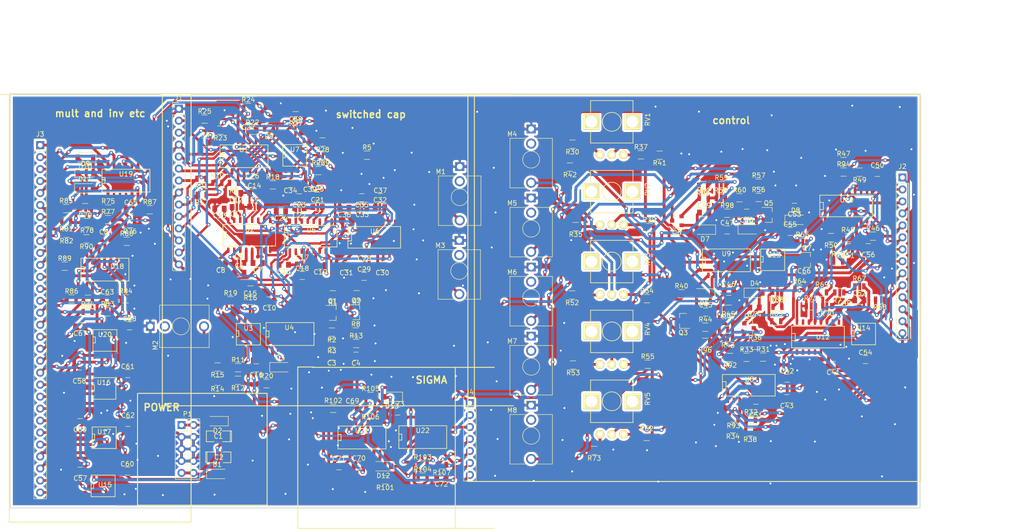
<source format=kicad_pcb>
(kicad_pcb (version 20171130) (host pcbnew 5.0.2+dfsg1-1)
  (layers (0 F.Cu signal) (31 B.Cu signal) (34 B.Paste user) (35 F.Paste user) (36 B.SilkS user) (37 F.SilkS user) (38 B.Mask user) (39 F.Mask user) (44 Edge.Cuts user))
  (net 0 "")
  (net 1 +12V)
  (net 2 GND)
  (net 3 -12V)
  (net 4 +7.5V)
  (net 5 -8V)
  (net 6 B2)
  (net 7 "Net-(C5-Pad2)")
  (net 8 "Net-(C6-Pad2)")
  (net 9 "Net-(C7-Pad2)")
  (net 10 "Net-(C8-Pad2)")
  (net 11 "Net-(C9-Pad2)")
  (net 12 "Net-(C11-Pad2)")
  (net 13 "Net-(C12-Pad2)")
  (net 14 "Net-(C14-Pad2)")
  (net 15 "Net-(C17-Pad2)")
  (net 16 B3)
  (net 17 "Net-(C18-Pad2)")
  (net 18 "Net-(C19-Pad2)")
  (net 19 "Net-(C20-Pad2)")
  (net 20 "Net-(C21-Pad2)")
  (net 21 "Net-(C22-Pad2)")
  (net 22 "Net-(C23-Pad2)")
  (net 23 "Net-(C25-Pad2)")
  (net 24 R1)
  (net 25 "Net-(C28-Pad2)")
  (net 26 "Net-(C29-Pad2)")
  (net 27 "Net-(C30-Pad2)")
  (net 28 "Net-(C31-Pad2)")
  (net 29 "Net-(C32-Pad2)")
  (net 30 "Net-(C33-Pad2)")
  (net 31 "Net-(C34-Pad2)")
  (net 32 "Net-(C34-Pad1)")
  (net 33 "Net-(C35-Pad2)")
  (net 34 "Net-(C37-Pad2)")
  (net 35 "Net-(C44-Pad1)")
  (net 36 "Net-(C44-Pad2)")
  (net 37 "Net-(C45-Pad2)")
  (net 38 "Net-(C45-Pad1)")
  (net 39 "Net-(C48-Pad1)")
  (net 40 "Net-(C48-Pad2)")
  (net 41 "Net-(C49-Pad2)")
  (net 42 "Net-(C49-Pad1)")
  (net 43 "Net-(C53-Pad1)")
  (net 44 "Net-(C53-Pad2)")
  (net 45 "Net-(C71-Pad1)")
  (net 46 "Net-(C71-Pad2)")
  (net 47 /SIGMAA/lpfout)
  (net 48 "Net-(D1-Pad1)")
  (net 49 "Net-(D2-Pad2)")
  (net 50 "Net-(D3-Pad1)")
  (net 51 "Net-(D3-Pad2)")
  (net 52 "Net-(D9-Pad1)")
  (net 53 "Net-(D10-Pad1)")
  (net 54 "Net-(D10-Pad2)")
  (net 55 /anlog/ABSOUT)
  (net 56 "Net-(D11-Pad2)")
  (net 57 "Net-(D12-Pad1)")
  (net 58 "Net-(D12-Pad2)")
  (net 59 "Net-(D13-Pad2)")
  (net 60 "Net-(D13-Pad1)")
  (net 61 OUT)
  (net 62 RR1)
  (net 63 BB3)
  (net 64 BB2)
  (net 65 BB1)
  (net 66 B1)
  (net 67 DD1)
  (net 68 VCA1)
  (net 69 VCAN1)
  (net 70 VCAA1)
  (net 71 VCA2)
  (net 72 VCAN2)
  (net 73 VCAA2)
  (net 74 VCA3)
  (net 75 VCAN3)
  (net 76 VCAA3)
  (net 77 VCA4)
  (net 78 VCAN4)
  (net 79 VCAA4)
  (net 80 SIG1)
  (net 81 SIGG1)
  (net 82 /anlog/S2O)
  (net 83 /anlog/S2I)
  (net 84 /anlog/S1O)
  (net 85 /anlog/S1I)
  (net 86 /anlog/ABSIN)
  (net 87 /anlog/DOUT2)
  (net 88 /anlog/DOUT1)
  (net 89 /anlog/DIN2)
  (net 90 /anlog/DIN1)
  (net 91 /anlog/INV4O)
  (net 92 /anlog/INV4I)
  (net 93 /anlog/INV3O)
  (net 94 /anlog/INV3I)
  (net 95 /anlog/INV2O)
  (net 96 /anlog/INV2I)
  (net 97 /anlog/INV1O)
  (net 98 /anlog/INV1I)
  (net 99 /anlog/OUTX4)
  (net 100 /anlog/X24)
  (net 101 /anlog/X14)
  (net 102 /anlog/OUTX3)
  (net 103 /anlog/X23)
  (net 104 /anlog/X13)
  (net 105 /anlog/OUTX2)
  (net 106 /anlog/X22)
  (net 107 /anlog/X12)
  (net 108 /anlog/OUTX)
  (net 109 /anlog/X2)
  (net 110 /anlog/X1)
  (net 111 /SIGMAA/data_return)
  (net 112 /SIGMAA/onebits)
  (net 113 /SIGMAA/data_out)
  (net 114 /SIGMAA/lpfin)
  (net 115 /SIGMAA/sdclk)
  (net 116 /SIGMAA/sdin)
  (net 117 "Net-(M1-Pad3)")
  (net 118 "Net-(M2-Pad3)")
  (net 119 "Net-(M3-Pad3)")
  (net 120 "Net-(M4-Pad3)")
  (net 121 "Net-(M5-Pad3)")
  (net 122 "Net-(M6-Pad3)")
  (net 123 "Net-(M7-Pad3)")
  (net 124 "Net-(M8-Pad3)")
  (net 125 "Net-(Q1-Pad1)")
  (net 126 "Net-(Q2-Pad1)")
  (net 127 "Net-(Q3-Pad2)")
  (net 128 C1)
  (net 129 C2)
  (net 130 "Net-(Q4-Pad2)")
  (net 131 "Net-(Q5-Pad2)")
  (net 132 C3)
  (net 133 C4)
  (net 134 "Net-(Q6-Pad2)")
  (net 135 "Net-(Q7-Pad2)")
  (net 136 C5)
  (net 137 "Net-(R6-Pad1)")
  (net 138 "Net-(R11-Pad1)")
  (net 139 "Net-(R15-Pad1)")
  (net 140 "Net-(R16-Pad1)")
  (net 141 "Net-(R17-Pad1)")
  (net 142 "Net-(R18-Pad1)")
  (net 143 "Net-(R19-Pad2)")
  (net 144 "Net-(R21-Pad1)")
  (net 145 "Net-(R22-Pad1)")
  (net 146 "Net-(R23-Pad1)")
  (net 147 "Net-(R24-Pad1)")
  (net 148 "Net-(R26-Pad1)")
  (net 149 "Net-(R27-Pad1)")
  (net 150 "Net-(R30-Pad1)")
  (net 151 "Net-(R31-Pad1)")
  (net 152 "Net-(R32-Pad1)")
  (net 153 "Net-(R33-Pad1)")
  (net 154 "Net-(R34-Pad1)")
  (net 155 "Net-(R35-Pad1)")
  (net 156 "Net-(R37-Pad1)")
  (net 157 "Net-(R39-Pad1)")
  (net 158 "Net-(R41-Pad2)")
  (net 159 "Net-(R43-Pad2)")
  (net 160 "Net-(R46-Pad1)")
  (net 161 "Net-(R47-Pad1)")
  (net 162 "Net-(R48-Pad1)")
  (net 163 "Net-(R50-Pad1)")
  (net 164 "Net-(R52-Pad1)")
  (net 165 "Net-(R53-Pad1)")
  (net 166 "Net-(R54-Pad1)")
  (net 167 "Net-(R55-Pad1)")
  (net 168 "Net-(R57-Pad2)")
  (net 169 "Net-(R59-Pad2)")
  (net 170 "Net-(R62-Pad1)")
  (net 171 "Net-(R64-Pad2)")
  (net 172 "Net-(R65-Pad2)")
  (net 173 "Net-(R67-Pad2)")
  (net 174 "Net-(R68-Pad2)")
  (net 175 "Net-(R68-Pad1)")
  (net 176 "Net-(R69-Pad1)")
  (net 177 "Net-(R72-Pad2)")
  (net 178 "Net-(R73-Pad1)")
  (net 179 "Net-(R74-Pad2)")
  (net 180 "Net-(R75-Pad2)")
  (net 181 "Net-(R76-Pad2)")
  (net 182 "Net-(R83-Pad2)")
  (net 183 "Net-(R85-Pad2)")
  (net 184 "Net-(R86-Pad2)")
  (net 185 "Net-(R89-Pad2)")
  (net 186 "Net-(R102-Pad2)")
  (net 187 "Net-(R105-Pad1)")
  (net 188 /bintic/C1)
  (net 189 /bintic/C2)
  (net 190 /bintic/C3)
  (module SMD_Packages:SMD-1206_Pol (layer F.Cu) (at 67.574 85.3 180)
    (fp_text reference C1 (at 0 0 180) (layer F.SilkS))
    (fp_text value 10u)
    (pad 1 smd rect (at -1.651 0 180) (size 1.524 2.032) (layers F.Cu F.Paste F.Mask) (net 1 +12V))
    (pad 2 smd rect (at 1.651 0 180) (size 1.524 2.032) (layers F.Cu F.Paste F.Mask) (net 2 GND))
  )
  (module SMD_Packages:SMD-1206_Pol (layer F.Cu) (at 67.704 89.75)
    (fp_text reference C2 (at 0 0) (layer F.SilkS))
    (fp_text value 10u)
    (pad 2 smd rect (at 1.651 0) (size 1.524 2.032) (layers F.Cu F.Paste F.Mask) (net 3 -12V))
    (pad 1 smd rect (at -1.651 0) (size 1.524 2.032) (layers F.Cu F.Paste F.Mask) (net 2 GND))
  )
  (module Capacitors_SMD:C_0805 (layer F.Cu) (at 91.625 68.275 180)
    (fp_text reference C3 (at 0 -1.5 180) (layer F.SilkS))
    (fp_text value 100nF)
    (pad 2 smd rect (at 1 0 180) (size 1 1.25) (layers F.Cu F.Paste F.Mask) (net 2 GND))
    (pad 1 smd rect (at -1 0 180) (size 1 1.25) (layers F.Cu F.Paste F.Mask) (net 4 +7.5V))
  )
  (module Capacitors_SMD:C_0805 (layer F.Cu) (at 96.775 68.3 180)
    (fp_text reference C4 (at 0 -1.5 180) (layer F.SilkS))
    (fp_text value 100nF)
    (pad 1 smd rect (at -1 0 180) (size 1 1.25) (layers F.Cu F.Paste F.Mask) (net 5 -8V))
    (pad 2 smd rect (at 1 0 180) (size 1 1.25) (layers F.Cu F.Paste F.Mask) (net 2 GND))
  )
  (module Capacitors_SMD:C_0805 (layer F.Cu) (at 72 48.525)
    (fp_text reference C5 (at 0 -1.5) (layer F.SilkS))
    (fp_text value 47nF)
    (pad 1 smd rect (at -1 0) (size 1 1.25) (layers F.Cu F.Paste F.Mask) (net 6 B2))
    (pad 2 smd rect (at 1 0) (size 1 1.25) (layers F.Cu F.Paste F.Mask) (net 7 "Net-(C5-Pad2)"))
  )
  (module Capacitors_SMD:C_0805 (layer F.Cu) (at 72.025 50.625)
    (fp_text reference C6 (at 0 -1.5) (layer F.SilkS))
    (fp_text value 47nF)
    (pad 2 smd rect (at 1 0) (size 1 1.25) (layers F.Cu F.Paste F.Mask) (net 8 "Net-(C6-Pad2)"))
    (pad 1 smd rect (at -1 0) (size 1 1.25) (layers F.Cu F.Paste F.Mask) (net 6 B2))
  )
  (module Capacitors_SMD:C_0805 (layer F.Cu) (at 75.925 48.55 180)
    (fp_text reference C7 (at 0 -1.5 180) (layer F.SilkS))
    (fp_text value 47nF)
    (pad 1 smd rect (at -1 0 180) (size 1 1.25) (layers F.Cu F.Paste F.Mask) (net 6 B2))
    (pad 2 smd rect (at 1 0 180) (size 1 1.25) (layers F.Cu F.Paste F.Mask) (net 9 "Net-(C7-Pad2)"))
  )
  (module Capacitors_SMD:C_0805 (layer F.Cu) (at 68.075 48.6 180)
    (fp_text reference C8 (at 0 -1.5 180) (layer F.SilkS))
    (fp_text value 47nF)
    (pad 1 smd rect (at -1 0 180) (size 1 1.25) (layers F.Cu F.Paste F.Mask) (net 6 B2))
    (pad 2 smd rect (at 1 0 180) (size 1 1.25) (layers F.Cu F.Paste F.Mask) (net 10 "Net-(C8-Pad2)"))
  )
  (module Capacitors_SMD:C_0805 (layer F.Cu) (at 75.225 36.625)
    (fp_text reference C9 (at 0 -1.5) (layer F.SilkS))
    (fp_text value 47nF)
    (pad 1 smd rect (at -1 0) (size 1 1.25) (layers F.Cu F.Paste F.Mask) (net 6 B2))
    (pad 2 smd rect (at 1 0) (size 1 1.25) (layers F.Cu F.Paste F.Mask) (net 11 "Net-(C9-Pad2)"))
  )
  (module Capacitors_SMD:C_0805 (layer F.Cu) (at 78.4 56.6 180)
    (fp_text reference C10 (at 0 -1.5 180) (layer F.SilkS))
    (fp_text value 100N)
    (pad 2 smd rect (at 1 0 180) (size 1 1.25) (layers F.Cu F.Paste F.Mask) (net 2 GND))
    (pad 1 smd rect (at -1 0 180) (size 1 1.25) (layers F.Cu F.Paste F.Mask) (net 4 +7.5V))
  )
  (module Capacitors_SMD:C_0805 (layer F.Cu) (at 71.5 36.675 180)
    (fp_text reference C11 (at 0 -1.5 180) (layer F.SilkS))
    (fp_text value 47nF)
    (pad 2 smd rect (at 1 0 180) (size 1 1.25) (layers F.Cu F.Paste F.Mask) (net 12 "Net-(C11-Pad2)"))
    (pad 1 smd rect (at -1 0 180) (size 1 1.25) (layers F.Cu F.Paste F.Mask) (net 6 B2))
  )
  (module Capacitors_SMD:C_0805 (layer F.Cu) (at 71.35 33.675 180)
    (fp_text reference C12 (at 0 -1.5 180) (layer F.SilkS))
    (fp_text value 47nF)
    (pad 1 smd rect (at -1 0 180) (size 1 1.25) (layers F.Cu F.Paste F.Mask) (net 6 B2))
    (pad 2 smd rect (at 1 0 180) (size 1 1.25) (layers F.Cu F.Paste F.Mask) (net 13 "Net-(C12-Pad2)"))
  )
  (module Capacitors_SMD:C_0805 (layer F.Cu) (at 67.825 37.025 180)
    (fp_text reference C13 (at 0 -1.5 180) (layer F.SilkS))
    (fp_text value 100nF)
    (pad 1 smd rect (at -1 0 180) (size 1 1.25) (layers F.Cu F.Paste F.Mask) (net 4 +7.5V))
    (pad 2 smd rect (at 1 0 180) (size 1 1.25) (layers F.Cu F.Paste F.Mask) (net 2 GND))
  )
  (module Capacitors_SMD:C_0805 (layer F.Cu) (at 75.225 33.65)
    (fp_text reference C14 (at 0 -1.5) (layer F.SilkS))
    (fp_text value 47nF)
    (pad 2 smd rect (at 1 0) (size 1 1.25) (layers F.Cu F.Paste F.Mask) (net 14 "Net-(C14-Pad2)"))
    (pad 1 smd rect (at -1 0) (size 1 1.25) (layers F.Cu F.Paste F.Mask) (net 6 B2))
  )
  (module Capacitors_SMD:C_0805 (layer F.Cu) (at 74.35 56.5)
    (fp_text reference C15 (at 0 -1.5) (layer F.SilkS))
    (fp_text value 100N)
    (pad 2 smd rect (at 1 0) (size 1 1.25) (layers F.Cu F.Paste F.Mask) (net 2 GND))
    (pad 1 smd rect (at -1 0) (size 1 1.25) (layers F.Cu F.Paste F.Mask) (net 1 +12V))
  )
  (module Capacitors_SMD:C_0805 (layer F.Cu) (at 75.65 70.775 180)
    (fp_text reference C16 (at 0 -1.5 180) (layer F.SilkS))
    (fp_text value 100N)
    (pad 1 smd rect (at -1 0 180) (size 1 1.25) (layers F.Cu F.Paste F.Mask) (net 2 GND))
    (pad 2 smd rect (at 1 0 180) (size 1 1.25) (layers F.Cu F.Paste F.Mask) (net 3 -12V))
  )
  (module Capacitors_SMD:C_0805 (layer F.Cu) (at 85.35 48.875)
    (fp_text reference C17 (at 0 -1.5) (layer F.SilkS))
    (fp_text value 47nF)
    (pad 2 smd rect (at 1 0) (size 1 1.25) (layers F.Cu F.Paste F.Mask) (net 15 "Net-(C17-Pad2)"))
    (pad 1 smd rect (at -1 0) (size 1 1.25) (layers F.Cu F.Paste F.Mask) (net 16 B3))
  )
  (module Capacitors_SMD:C_0805 (layer F.Cu) (at 85.375 51.2)
    (fp_text reference C18 (at 0 -1.5) (layer F.SilkS))
    (fp_text value 47nF)
    (pad 2 smd rect (at 1 0) (size 1 1.25) (layers F.Cu F.Paste F.Mask) (net 17 "Net-(C18-Pad2)"))
    (pad 1 smd rect (at -1 0) (size 1 1.25) (layers F.Cu F.Paste F.Mask) (net 16 B3))
  )
  (module Capacitors_SMD:C_0805 (layer F.Cu) (at 89.225 48.975 180)
    (fp_text reference C19 (at 0 -1.5 180) (layer F.SilkS))
    (fp_text value 47nF)
    (pad 1 smd rect (at -1 0 180) (size 1 1.25) (layers F.Cu F.Paste F.Mask) (net 16 B3))
    (pad 2 smd rect (at 1 0 180) (size 1 1.25) (layers F.Cu F.Paste F.Mask) (net 18 "Net-(C19-Pad2)"))
  )
  (module Capacitors_SMD:C_0805 (layer F.Cu) (at 81.45 48.925 180)
    (fp_text reference C20 (at 0 -1.5 180) (layer F.SilkS))
    (fp_text value 47nF)
    (pad 2 smd rect (at 1 0 180) (size 1 1.25) (layers F.Cu F.Paste F.Mask) (net 19 "Net-(C20-Pad2)"))
    (pad 1 smd rect (at -1 0 180) (size 1 1.25) (layers F.Cu F.Paste F.Mask) (net 16 B3))
  )
  (module Capacitors_SMD:C_0805 (layer F.Cu) (at 88.625 36.675)
    (fp_text reference C21 (at 0 -1.5) (layer F.SilkS))
    (fp_text value 47nF)
    (pad 1 smd rect (at -1 0) (size 1 1.25) (layers F.Cu F.Paste F.Mask) (net 16 B3))
    (pad 2 smd rect (at 1 0) (size 1 1.25) (layers F.Cu F.Paste F.Mask) (net 20 "Net-(C21-Pad2)"))
  )
  (module Capacitors_SMD:C_0805 (layer F.Cu) (at 84.775 36.925 180)
    (fp_text reference C22 (at 0 -1.5 180) (layer F.SilkS))
    (fp_text value 47nF)
    (pad 2 smd rect (at 1 0 180) (size 1 1.25) (layers F.Cu F.Paste F.Mask) (net 21 "Net-(C22-Pad2)"))
    (pad 1 smd rect (at -1 0 180) (size 1 1.25) (layers F.Cu F.Paste F.Mask) (net 16 B3))
  )
  (module Capacitors_SMD:C_0805 (layer F.Cu) (at 84.725 34.725 180)
    (fp_text reference C23 (at 0 -1.5 180) (layer F.SilkS))
    (fp_text value 47nF)
    (pad 1 smd rect (at -1 0 180) (size 1 1.25) (layers F.Cu F.Paste F.Mask) (net 16 B3))
    (pad 2 smd rect (at 1 0 180) (size 1 1.25) (layers F.Cu F.Paste F.Mask) (net 22 "Net-(C23-Pad2)"))
  )
  (module Capacitors_SMD:C_0805 (layer F.Cu) (at 80.85 37.55 180)
    (fp_text reference C24 (at 0 -1.5 180) (layer F.SilkS))
    (fp_text value 100nF)
    (pad 1 smd rect (at -1 0 180) (size 1 1.25) (layers F.Cu F.Paste F.Mask) (net 4 +7.5V))
    (pad 2 smd rect (at 1 0 180) (size 1 1.25) (layers F.Cu F.Paste F.Mask) (net 2 GND))
  )
  (module Capacitors_SMD:C_0805 (layer F.Cu) (at 88.55 34.375)
    (fp_text reference C25 (at 0 -1.5) (layer F.SilkS))
    (fp_text value 47nF)
    (pad 2 smd rect (at 1 0) (size 1 1.25) (layers F.Cu F.Paste F.Mask) (net 23 "Net-(C25-Pad2)"))
    (pad 1 smd rect (at -1 0) (size 1 1.25) (layers F.Cu F.Paste F.Mask) (net 16 B3))
  )
  (module Capacitors_SMD:C_0805 (layer F.Cu) (at 74.825 31.625)
    (fp_text reference C26 (at 0 -1.5) (layer F.SilkS))
    (fp_text value 100N)
    (pad 2 smd rect (at 1 0) (size 1 1.25) (layers F.Cu F.Paste F.Mask) (net 2 GND))
    (pad 1 smd rect (at -1 0) (size 1 1.25) (layers F.Cu F.Paste F.Mask) (net 1 +12V))
  )
  (module Capacitors_SMD:C_0805 (layer F.Cu) (at 73.925 18.25 180)
    (fp_text reference C27 (at 0 -1.5 180) (layer F.SilkS))
    (fp_text value 100N)
    (pad 1 smd rect (at -1 0 180) (size 1 1.25) (layers F.Cu F.Paste F.Mask) (net 2 GND))
    (pad 2 smd rect (at 1 0 180) (size 1 1.25) (layers F.Cu F.Paste F.Mask) (net 3 -12V))
  )
  (module Capacitors_SMD:C_0805 (layer F.Cu) (at 98.55 49.075)
    (fp_text reference C28 (at 0 -1.5) (layer F.SilkS))
    (fp_text value 47nF)
    (pad 1 smd rect (at -1 0) (size 1 1.25) (layers F.Cu F.Paste F.Mask) (net 24 R1))
    (pad 2 smd rect (at 1 0) (size 1 1.25) (layers F.Cu F.Paste F.Mask) (net 25 "Net-(C28-Pad2)"))
  )
  (module Capacitors_SMD:C_0805 (layer F.Cu) (at 98.5 51.375)
    (fp_text reference C29 (at 0 -1.5) (layer F.SilkS))
    (fp_text value 47nF)
    (pad 2 smd rect (at 1 0) (size 1 1.25) (layers F.Cu F.Paste F.Mask) (net 26 "Net-(C29-Pad2)"))
    (pad 1 smd rect (at -1 0) (size 1 1.25) (layers F.Cu F.Paste F.Mask) (net 24 R1))
  )
  (module Capacitors_SMD:C_0805 (layer F.Cu) (at 102.375 49.125 180)
    (fp_text reference C30 (at 0 -1.5 180) (layer F.SilkS))
    (fp_text value 47nF)
    (pad 2 smd rect (at 1 0 180) (size 1 1.25) (layers F.Cu F.Paste F.Mask) (net 27 "Net-(C30-Pad2)"))
    (pad 1 smd rect (at -1 0 180) (size 1 1.25) (layers F.Cu F.Paste F.Mask) (net 24 R1))
  )
  (module Capacitors_SMD:C_0805 (layer F.Cu) (at 94.725 49.125 180)
    (fp_text reference C31 (at 0 -1.5 180) (layer F.SilkS))
    (fp_text value 47nF)
    (pad 1 smd rect (at -1 0 180) (size 1 1.25) (layers F.Cu F.Paste F.Mask) (net 24 R1))
    (pad 2 smd rect (at 1 0 180) (size 1 1.25) (layers F.Cu F.Paste F.Mask) (net 28 "Net-(C31-Pad2)"))
  )
  (module Capacitors_SMD:C_0805 (layer F.Cu) (at 101.875 36.7)
    (fp_text reference C32 (at 0 -1.5) (layer F.SilkS))
    (fp_text value 47nF)
    (pad 1 smd rect (at -1 0) (size 1 1.25) (layers F.Cu F.Paste F.Mask) (net 24 R1))
    (pad 2 smd rect (at 1 0) (size 1 1.25) (layers F.Cu F.Paste F.Mask) (net 29 "Net-(C32-Pad2)"))
  )
  (module Capacitors_SMD:C_0805 (layer F.Cu) (at 98.075 36.775 180)
    (fp_text reference C33 (at 0 -1.5 180) (layer F.SilkS))
    (fp_text value 47nF)
    (pad 1 smd rect (at -1 0 180) (size 1 1.25) (layers F.Cu F.Paste F.Mask) (net 24 R1))
    (pad 2 smd rect (at 1 0 180) (size 1 1.25) (layers F.Cu F.Paste F.Mask) (net 30 "Net-(C33-Pad2)"))
  )
  (module Capacitors_SMD:C_0805 (layer F.Cu) (at 82.875 31.7 180)
    (fp_text reference C34 (at 0 -1.5 180) (layer F.SilkS))
    (fp_text value 100pF)
    (pad 2 smd rect (at 1 0 180) (size 1 1.25) (layers F.Cu F.Paste F.Mask) (net 31 "Net-(C34-Pad2)"))
    (pad 1 smd rect (at -1 0 180) (size 1 1.25) (layers F.Cu F.Paste F.Mask) (net 32 "Net-(C34-Pad1)"))
  )
  (module Capacitors_SMD:C_0805 (layer F.Cu) (at 98 34.7 180)
    (fp_text reference C35 (at 0 -1.5 180) (layer F.SilkS))
    (fp_text value 47nF)
    (pad 1 smd rect (at -1 0 180) (size 1 1.25) (layers F.Cu F.Paste F.Mask) (net 24 R1))
    (pad 2 smd rect (at 1 0 180) (size 1 1.25) (layers F.Cu F.Paste F.Mask) (net 33 "Net-(C35-Pad2)"))
  )
  (module Capacitors_SMD:C_0805 (layer F.Cu) (at 94.3 36.825 180)
    (fp_text reference C36 (at 0 -1.5 180) (layer F.SilkS))
    (fp_text value 100nF)
    (pad 1 smd rect (at -1 0 180) (size 1 1.25) (layers F.Cu F.Paste F.Mask) (net 4 +7.5V))
    (pad 2 smd rect (at 1 0 180) (size 1 1.25) (layers F.Cu F.Paste F.Mask) (net 2 GND))
  )
  (module Capacitors_SMD:C_0805 (layer F.Cu) (at 101.925 34.675)
    (fp_text reference C37 (at 0 -1.5) (layer F.SilkS))
    (fp_text value 47nF)
    (pad 2 smd rect (at 1 0) (size 1 1.25) (layers F.Cu F.Paste F.Mask) (net 34 "Net-(C37-Pad2)"))
    (pad 1 smd rect (at -1 0) (size 1 1.25) (layers F.Cu F.Paste F.Mask) (net 24 R1))
  )
  (module Capacitors_SMD:C_0805 (layer F.Cu) (at 83.975 19.55)
    (fp_text reference C38 (at 0 -1.5) (layer F.SilkS))
    (fp_text value 100N)
    (pad 2 smd rect (at 1 0) (size 1 1.25) (layers F.Cu F.Paste F.Mask) (net 2 GND))
    (pad 1 smd rect (at -1 0) (size 1 1.25) (layers F.Cu F.Paste F.Mask) (net 1 +12V))
  )
  (module Capacitors_SMD:C_0805 (layer F.Cu) (at 87 31.45 180)
    (fp_text reference C39 (at 0 -1.5 180) (layer F.SilkS))
    (fp_text value 100N)
    (pad 1 smd rect (at -1 0 180) (size 1 1.25) (layers F.Cu F.Paste F.Mask) (net 2 GND))
    (pad 2 smd rect (at 1 0 180) (size 1 1.25) (layers F.Cu F.Paste F.Mask) (net 3 -12V))
  )
  (module Capacitors_SMD:C_0805 (layer F.Cu) (at 200.375 58.5)
    (fp_text reference C40 (at 0 -1.5) (layer F.SilkS))
    (fp_text value 100N)
    (pad 2 smd rect (at 1 0) (size 1 1.25) (layers F.Cu F.Paste F.Mask) (net 2 GND))
    (pad 1 smd rect (at -1 0) (size 1 1.25) (layers F.Cu F.Paste F.Mask) (net 1 +12V))
  )
  (module Capacitors_SMD:C_0805 (layer F.Cu) (at 198 70.25 180)
    (fp_text reference C41 (at 0 -1.5 180) (layer F.SilkS))
    (fp_text value 100N)
    (pad 1 smd rect (at -1 0 180) (size 1 1.25) (layers F.Cu F.Paste F.Mask) (net 2 GND))
    (pad 2 smd rect (at 1 0 180) (size 1 1.25) (layers F.Cu F.Paste F.Mask) (net 3 -12V))
  )
  (module Capacitors_SMD:C_0805 (layer F.Cu) (at 188.225 72.975)
    (fp_text reference C42 (at 0 -1.5) (layer F.SilkS))
    (fp_text value 100N)
    (pad 2 smd rect (at 1 0) (size 1 1.25) (layers F.Cu F.Paste F.Mask) (net 2 GND))
    (pad 1 smd rect (at -1 0) (size 1 1.25) (layers F.Cu F.Paste F.Mask) (net 1 +12V))
  )
  (module Capacitors_SMD:C_0805 (layer F.Cu) (at 188.15 77.325 180)
    (fp_text reference C43 (at 0 -1.5 180) (layer F.SilkS))
    (fp_text value 100N)
    (pad 1 smd rect (at -1 0 180) (size 1 1.25) (layers F.Cu F.Paste F.Mask) (net 2 GND))
    (pad 2 smd rect (at 1 0 180) (size 1 1.25) (layers F.Cu F.Paste F.Mask) (net 3 -12V))
  )
  (module Capacitors_SMD:C_0805 (layer F.Cu) (at 181.3 58 180)
    (fp_text reference C44 (at 0 -1.5 180) (layer F.SilkS))
    (fp_text value 100P)
    (pad 1 smd rect (at -1 0 180) (size 1 1.25) (layers F.Cu F.Paste F.Mask) (net 35 "Net-(C44-Pad1)"))
    (pad 2 smd rect (at 1 0 180) (size 1 1.25) (layers F.Cu F.Paste F.Mask) (net 36 "Net-(C44-Pad2)"))
  )
  (module Capacitors_SMD:C_0805 (layer F.Cu) (at 170.925 58.95)
    (fp_text reference C45 (at 0 -1.5) (layer F.SilkS))
    (fp_text value 100P)
    (pad 2 smd rect (at 1 0) (size 1 1.25) (layers F.Cu F.Paste F.Mask) (net 37 "Net-(C45-Pad2)"))
    (pad 1 smd rect (at -1 0) (size 1 1.25) (layers F.Cu F.Paste F.Mask) (net 38 "Net-(C45-Pad1)"))
  )
  (module Capacitors_SMD:C_0805 (layer F.Cu) (at 175.85 54.55)
    (fp_text reference C46 (at 0 -1.5) (layer F.SilkS))
    (fp_text value 100N)
    (pad 2 smd rect (at 1 0) (size 1 1.25) (layers F.Cu F.Paste F.Mask) (net 2 GND))
    (pad 1 smd rect (at -1 0) (size 1 1.25) (layers F.Cu F.Paste F.Mask) (net 1 +12V))
  )
  (module Capacitors_SMD:C_0805 (layer F.Cu) (at 175.475 41.525)
    (fp_text reference C47 (at 0 -1.5) (layer F.SilkS))
    (fp_text value 100N)
    (pad 1 smd rect (at -1 0) (size 1 1.25) (layers F.Cu F.Paste F.Mask) (net 2 GND))
    (pad 2 smd rect (at 1 0) (size 1 1.25) (layers F.Cu F.Paste F.Mask) (net 3 -12V))
  )
  (module Capacitors_SMD:C_0805 (layer F.Cu) (at 179.625 37.975 180)
    (fp_text reference C48 (at 0 -1.5 180) (layer F.SilkS))
    (fp_text value 100P)
    (pad 1 smd rect (at -1 0 180) (size 1 1.25) (layers F.Cu F.Paste F.Mask) (net 39 "Net-(C48-Pad1)"))
    (pad 2 smd rect (at 1 0 180) (size 1 1.25) (layers F.Cu F.Paste F.Mask) (net 40 "Net-(C48-Pad2)"))
  )
  (module Capacitors_SMD:C_0805 (layer F.Cu) (at 170.625 37.85)
    (fp_text reference C49 (at 0 -1.5) (layer F.SilkS))
    (fp_text value 100P)
    (pad 2 smd rect (at 1 0) (size 1 1.25) (layers F.Cu F.Paste F.Mask) (net 41 "Net-(C49-Pad2)"))
    (pad 1 smd rect (at -1 0) (size 1 1.25) (layers F.Cu F.Paste F.Mask) (net 42 "Net-(C49-Pad1)"))
  )
  (module Capacitors_SMD:C_0805 (layer F.Cu) (at 207.35 29.325)
    (fp_text reference C50 (at 0 -1.5) (layer F.SilkS))
    (fp_text value 100N)
    (pad 2 smd rect (at 1 0) (size 1 1.25) (layers F.Cu F.Paste F.Mask) (net 2 GND))
    (pad 1 smd rect (at -1 0) (size 1 1.25) (layers F.Cu F.Paste F.Mask) (net 1 +12V))
  )
  (module Capacitors_SMD:C_0805 (layer F.Cu) (at 203.525 56.45)
    (fp_text reference C52 (at 0 -1.5) (layer F.SilkS))
    (fp_text value 100N)
    (pad 2 smd rect (at 1 0) (size 1 1.25) (layers F.Cu F.Paste F.Mask) (net 2 GND))
    (pad 1 smd rect (at -1 0) (size 1 1.25) (layers F.Cu F.Paste F.Mask) (net 1 +12V))
  )
  (module Capacitors_SMD:C_0805 (layer F.Cu) (at 189.775 36.725 180)
    (fp_text reference C53 (at 0 -1.5 180) (layer F.SilkS))
    (fp_text value 100P)
    (pad 1 smd rect (at -1 0 180) (size 1 1.25) (layers F.Cu F.Paste F.Mask) (net 43 "Net-(C53-Pad1)"))
    (pad 2 smd rect (at 1 0 180) (size 1 1.25) (layers F.Cu F.Paste F.Mask) (net 44 "Net-(C53-Pad2)"))
  )
  (module Capacitors_SMD:C_0805 (layer F.Cu) (at 204.825 69.025)
    (fp_text reference C54 (at 0 -1.5) (layer F.SilkS))
    (fp_text value 100N)
    (pad 2 smd rect (at 1 0) (size 1 1.25) (layers F.Cu F.Paste F.Mask) (net 3 -12V))
    (pad 1 smd rect (at -1 0) (size 1 1.25) (layers F.Cu F.Paste F.Mask) (net 2 GND))
  )
  (module Capacitors_SMD:C_0805 (layer F.Cu) (at 188.85 41.85)
    (fp_text reference C55 (at 0 -1.5) (layer F.SilkS))
    (fp_text value 100N)
    (pad 2 smd rect (at 1 0) (size 1 1.25) (layers F.Cu F.Paste F.Mask) (net 2 GND))
    (pad 1 smd rect (at -1 0) (size 1 1.25) (layers F.Cu F.Paste F.Mask) (net 1 +12V))
  )
  (module Capacitors_SMD:C_0805 (layer F.Cu) (at 205.425 45.3 180)
    (fp_text reference C56 (at 0 -1.5 180) (layer F.SilkS))
    (fp_text value 100N)
    (pad 1 smd rect (at -1 0 180) (size 1 1.25) (layers F.Cu F.Paste F.Mask) (net 2 GND))
    (pad 2 smd rect (at 1 0 180) (size 1 1.25) (layers F.Cu F.Paste F.Mask) (net 3 -12V))
  )
  (module Capacitors_SMD:C_0805 (layer F.Cu) (at 38.3 92.7 180)
    (fp_text reference C57 (at 0 -1.5 180) (layer F.SilkS))
    (fp_text value 100N)
    (pad 2 smd rect (at 1 0 180) (size 1 1.25) (layers F.Cu F.Paste F.Mask) (net 2 GND))
    (pad 1 smd rect (at -1 0 180) (size 1 1.25) (layers F.Cu F.Paste F.Mask) (net 1 +12V))
  )
  (module Capacitors_SMD:C_0805 (layer F.Cu) (at 38.1 72.1 180)
    (fp_text reference C58 (at 0 -1.5 180) (layer F.SilkS))
    (fp_text value 100N)
    (pad 2 smd rect (at 1 0 180) (size 1 1.25) (layers F.Cu F.Paste F.Mask) (net 2 GND))
    (pad 1 smd rect (at -1 0 180) (size 1 1.25) (layers F.Cu F.Paste F.Mask) (net 1 +12V))
  )
  (module Capacitors_SMD:C_0805 (layer F.Cu) (at 38.25 82.4 180)
    (fp_text reference C59 (at 0 -1.5 180) (layer F.SilkS))
    (fp_text value 100N)
    (pad 1 smd rect (at -1 0 180) (size 1 1.25) (layers F.Cu F.Paste F.Mask) (net 1 +12V))
    (pad 2 smd rect (at 1 0 180) (size 1 1.25) (layers F.Cu F.Paste F.Mask) (net 2 GND))
  )
  (module Capacitors_SMD:C_0805 (layer F.Cu) (at 48.275 92.675)
    (fp_text reference C60 (at 0 -1.5) (layer F.SilkS))
    (fp_text value 100N)
    (pad 1 smd rect (at -1 0) (size 1 1.25) (layers F.Cu F.Paste F.Mask) (net 3 -12V))
    (pad 2 smd rect (at 1 0) (size 1 1.25) (layers F.Cu F.Paste F.Mask) (net 2 GND))
  )
  (module Capacitors_SMD:C_0805 (layer F.Cu) (at 48.375 72)
    (fp_text reference C61 (at 0 -1.5) (layer F.SilkS))
    (fp_text value 100N)
    (pad 2 smd rect (at 1 0) (size 1 1.25) (layers F.Cu F.Paste F.Mask) (net 2 GND))
    (pad 1 smd rect (at -1 0) (size 1 1.25) (layers F.Cu F.Paste F.Mask) (net 3 -12V))
  )
  (module Capacitors_SMD:C_0805 (layer F.Cu) (at 48.4 82.35)
    (fp_text reference C62 (at 0 -1.5) (layer F.SilkS))
    (fp_text value 100N)
    (pad 2 smd rect (at 1 0) (size 1 1.25) (layers F.Cu F.Paste F.Mask) (net 2 GND))
    (pad 1 smd rect (at -1 0) (size 1 1.25) (layers F.Cu F.Paste F.Mask) (net 3 -12V))
  )
  (module Capacitors_SMD:C_0805 (layer F.Cu) (at 44.025 56.2)
    (fp_text reference C63 (at 0 -1.5) (layer F.SilkS))
    (fp_text value 100N)
    (pad 2 smd rect (at 1 0) (size 1 1.25) (layers F.Cu F.Paste F.Mask) (net 2 GND))
    (pad 1 smd rect (at -1 0) (size 1 1.25) (layers F.Cu F.Paste F.Mask) (net 1 +12V))
  )
  (module Capacitors_SMD:C_0805 (layer F.Cu) (at 43.75 43.475)
    (fp_text reference C64 (at 0 -1.5) (layer F.SilkS))
    (fp_text value 100N)
    (pad 1 smd rect (at -1 0) (size 1 1.25) (layers F.Cu F.Paste F.Mask) (net 3 -12V))
    (pad 2 smd rect (at 1 0) (size 1 1.25) (layers F.Cu F.Paste F.Mask) (net 2 GND))
  )
  (module Capacitors_SMD:C_0805 (layer F.Cu) (at 49.025 37.225)
    (fp_text reference C65 (at 0 -1.5) (layer F.SilkS))
    (fp_text value 100N)
    (pad 1 smd rect (at -1 0) (size 1 1.25) (layers F.Cu F.Paste F.Mask) (net 1 +12V))
    (pad 2 smd rect (at 1 0) (size 1 1.25) (layers F.Cu F.Paste F.Mask) (net 2 GND))
  )
  (module Capacitors_SMD:C_0805 (layer F.Cu) (at 191.825 51.75)
    (fp_text reference C66 (at 0 -1.5) (layer F.SilkS))
    (fp_text value 100N)
    (pad 1 smd rect (at -1 0) (size 1 1.25) (layers F.Cu F.Paste F.Mask) (net 3 -12V))
    (pad 2 smd rect (at 1 0) (size 1 1.25) (layers F.Cu F.Paste F.Mask) (net 2 GND))
  )
  (module Capacitors_SMD:C_0805 (layer F.Cu) (at 38.3 62 180)
    (fp_text reference C67 (at 0 -1.5 180) (layer F.SilkS))
    (fp_text value 100N)
    (pad 1 smd rect (at -1 0 180) (size 1 1.25) (layers F.Cu F.Paste F.Mask) (net 1 +12V))
    (pad 2 smd rect (at 1 0 180) (size 1 1.25) (layers F.Cu F.Paste F.Mask) (net 2 GND))
  )
  (module Capacitors_SMD:C_0805 (layer F.Cu) (at 48.775 61.875)
    (fp_text reference C68 (at 0 -1.5) (layer F.SilkS))
    (fp_text value 100N)
    (pad 2 smd rect (at 1 0) (size 1 1.25) (layers F.Cu F.Paste F.Mask) (net 2 GND))
    (pad 1 smd rect (at -1 0) (size 1 1.25) (layers F.Cu F.Paste F.Mask) (net 3 -12V))
  )
  (module Capacitors_SMD:C_0805 (layer F.Cu) (at 96 79.3)
    (fp_text reference C69 (at 0 -1.5) (layer F.SilkS))
    (fp_text value 100NF)
    (pad 2 smd rect (at 1 0) (size 1 1.25) (layers F.Cu F.Paste F.Mask) (net 3 -12V))
    (pad 1 smd rect (at -1 0) (size 1 1.25) (layers F.Cu F.Paste F.Mask) (net 2 GND))
  )
  (module Capacitors_SMD:C_0805 (layer F.Cu) (at 97.375 91.45)
    (fp_text reference C70 (at 0 -1.5) (layer F.SilkS))
    (fp_text value 100NF)
    (pad 1 smd rect (at -1 0) (size 1 1.25) (layers F.Cu F.Paste F.Mask) (net 2 GND))
    (pad 2 smd rect (at 1 0) (size 1 1.25) (layers F.Cu F.Paste F.Mask) (net 1 +12V))
  )
  (module Capacitors_SMD:C_0805 (layer F.Cu) (at 93.175 91.55)
    (fp_text reference C71 (at 0 -1.5) (layer F.SilkS))
    (fp_text value 20NF)
    (pad 1 smd rect (at -1 0) (size 1 1.25) (layers F.Cu F.Paste F.Mask) (net 45 "Net-(C71-Pad1)"))
    (pad 2 smd rect (at 1 0) (size 1 1.25) (layers F.Cu F.Paste F.Mask) (net 46 "Net-(C71-Pad2)"))
  )
  (module Capacitors_SMD:C_0805 (layer F.Cu) (at 114.875 93.95 180)
    (fp_text reference C72 (at 0 -1.5 180) (layer F.SilkS))
    (fp_text value 100NF)
    (pad 2 smd rect (at 1 0 180) (size 1 1.25) (layers F.Cu F.Paste F.Mask) (net 47 /SIGMAA/lpfout))
    (pad 1 smd rect (at -1 0 180) (size 1 1.25) (layers F.Cu F.Paste F.Mask) (net 2 GND))
  )
  (module Capacitors_SMD:C_0805 (layer F.Cu) (at 105.625 79.95)
    (fp_text reference C73 (at 0 -1.5) (layer F.SilkS))
    (fp_text value 100NF)
    (pad 2 smd rect (at 1 0) (size 1 1.25) (layers F.Cu F.Paste F.Mask) (net 1 +12V))
    (pad 1 smd rect (at -1 0) (size 1 1.25) (layers F.Cu F.Paste F.Mask) (net 2 GND))
  )
  (module Diodes_SMD:D_SOD-123 (layer F.Cu) (at 67.335 93.29)
    (fp_text reference D1 (at 0 -2) (layer F.SilkS))
    (fp_text value 1N5158)
    (pad 2 smd rect (at 1.65 0) (size 0.9 1.2) (layers F.Cu F.Paste F.Mask) (net 3 -12V))
    (pad 1 smd rect (at -1.65 0) (size 0.9 1.2) (layers F.Cu F.Paste F.Mask) (net 48 "Net-(D1-Pad1)"))
  )
  (module Diodes_SMD:D_SOD-123 (layer F.Cu) (at 67.435 82.09 180)
    (fp_text reference D2 (at 0 -2 180) (layer F.SilkS))
    (fp_text value 1N5158)
    (pad 2 smd rect (at 1.65 0 180) (size 0.9 1.2) (layers F.Cu F.Paste F.Mask) (net 49 "Net-(D2-Pad2)"))
    (pad 1 smd rect (at -1.65 0 180) (size 0.9 1.2) (layers F.Cu F.Paste F.Mask) (net 1 +12V))
  )
  (module Diodes_SMD:D_SOD-123 (layer F.Cu) (at 80.725 70.65)
    (fp_text reference D3 (at 0 -2) (layer F.SilkS))
    (fp_text value 1N4148)
    (pad 1 smd rect (at -1.65 0) (size 0.9 1.2) (layers F.Cu F.Paste F.Mask) (net 50 "Net-(D3-Pad1)"))
    (pad 2 smd rect (at 1.65 0) (size 0.9 1.2) (layers F.Cu F.Paste F.Mask) (net 51 "Net-(D3-Pad2)"))
  )
  (module Diodes_SMD:D_SOD-123 (layer F.Cu) (at 181.325 54.875)
    (fp_text reference D4 (at 0 -2) (layer F.SilkS))
    (fp_text value 1N4148-Diode)
    (pad 2 smd rect (at 1.65 0) (size 0.9 1.2) (layers F.Cu F.Paste F.Mask) (net 35 "Net-(C44-Pad1)"))
    (pad 1 smd rect (at -1.65 0) (size 0.9 1.2) (layers F.Cu F.Paste F.Mask) (net 36 "Net-(C44-Pad2)"))
  )
  (module Diodes_SMD:D_SOD-123 (layer F.Cu) (at 170.65 54.975 180)
    (fp_text reference D5 (at 0 -2 180) (layer F.SilkS))
    (fp_text value 1N4148-Diode)
    (pad 1 smd rect (at -1.65 0 180) (size 0.9 1.2) (layers F.Cu F.Paste F.Mask) (net 37 "Net-(C45-Pad2)"))
    (pad 2 smd rect (at 1.65 0 180) (size 0.9 1.2) (layers F.Cu F.Paste F.Mask) (net 38 "Net-(C45-Pad1)"))
  )
  (module Diodes_SMD:D_SOD-123 (layer F.Cu) (at 180.05 41.4)
    (fp_text reference D6 (at 0 -2) (layer F.SilkS))
    (fp_text value 1N4148-Diode)
    (pad 2 smd rect (at 1.65 0) (size 0.9 1.2) (layers F.Cu F.Paste F.Mask) (net 39 "Net-(C48-Pad1)"))
    (pad 1 smd rect (at -1.65 0) (size 0.9 1.2) (layers F.Cu F.Paste F.Mask) (net 40 "Net-(C48-Pad2)"))
  )
  (module Diodes_SMD:D_SOD-123 (layer F.Cu) (at 170.8 41.475 180)
    (fp_text reference D7 (at 0 -2 180) (layer F.SilkS))
    (fp_text value 1N4148-Diode)
    (pad 1 smd rect (at -1.65 0 180) (size 0.9 1.2) (layers F.Cu F.Paste F.Mask) (net 41 "Net-(C49-Pad2)"))
    (pad 2 smd rect (at 1.65 0 180) (size 0.9 1.2) (layers F.Cu F.Paste F.Mask) (net 42 "Net-(C49-Pad1)"))
  )
  (module Diodes_SMD:D_SOD-123 (layer F.Cu) (at 190 39.4)
    (fp_text reference D8 (at 0 -2) (layer F.SilkS))
    (fp_text value 1N4148-Diode)
    (pad 2 smd rect (at 1.65 0) (size 0.9 1.2) (layers F.Cu F.Paste F.Mask) (net 43 "Net-(C53-Pad1)"))
    (pad 1 smd rect (at -1.65 0) (size 0.9 1.2) (layers F.Cu F.Paste F.Mask) (net 44 "Net-(C53-Pad2)"))
  )
  (module Diodes_SMD:D_SOD-123 (layer F.Cu) (at 39.4 29.475)
    (fp_text reference D9 (at 0 -2) (layer F.SilkS))
    (fp_text value D)
    (pad 1 smd rect (at -1.65 0) (size 0.9 1.2) (layers F.Cu F.Paste F.Mask) (net 52 "Net-(D9-Pad1)"))
    (pad 2 smd rect (at 1.65 0) (size 0.9 1.2) (layers F.Cu F.Paste F.Mask) (net 53 "Net-(D10-Pad1)"))
  )
  (module Diodes_SMD:D_SOD-123 (layer F.Cu) (at 39.375 26.15 180)
    (fp_text reference D10 (at 0 -2 180) (layer F.SilkS))
    (fp_text value D)
    (pad 2 smd rect (at 1.65 0 180) (size 0.9 1.2) (layers F.Cu F.Paste F.Mask) (net 54 "Net-(D10-Pad2)"))
    (pad 1 smd rect (at -1.65 0 180) (size 0.9 1.2) (layers F.Cu F.Paste F.Mask) (net 53 "Net-(D10-Pad1)"))
  )
  (module Diodes_SMD:D_SOD-123 (layer F.Cu) (at 39.325 32.725)
    (fp_text reference D11 (at 0 -2) (layer F.SilkS))
    (fp_text value D)
    (pad 1 smd rect (at -1.65 0) (size 0.9 1.2) (layers F.Cu F.Paste F.Mask) (net 55 /anlog/ABSOUT))
    (pad 2 smd rect (at 1.65 0) (size 0.9 1.2) (layers F.Cu F.Paste F.Mask) (net 56 "Net-(D11-Pad2)"))
  )
  (module Diodes_SMD:D_SOD-123 (layer F.Cu) (at 102.575 91.65 180)
    (fp_text reference D12 (at 0 -2 180) (layer F.SilkS))
    (fp_text value D)
    (pad 1 smd rect (at -1.65 0 180) (size 0.9 1.2) (layers F.Cu F.Paste F.Mask) (net 57 "Net-(D12-Pad1)"))
    (pad 2 smd rect (at 1.65 0 180) (size 0.9 1.2) (layers F.Cu F.Paste F.Mask) (net 58 "Net-(D12-Pad2)"))
  )
  (module Diodes_SMD:D_SOD-123 (layer F.Cu) (at 104.4 76.925 180)
    (fp_text reference D13 (at 0 -2 180) (layer F.SilkS))
    (fp_text value D)
    (pad 2 smd rect (at 1.65 0 180) (size 0.9 1.2) (layers F.Cu F.Paste F.Mask) (net 59 "Net-(D13-Pad2)"))
    (pad 1 smd rect (at -1.65 0 180) (size 0.9 1.2) (layers F.Cu F.Paste F.Mask) (net 60 "Net-(D13-Pad1)"))
  )
  (module Pin_Headers:Pin_Header_Straight_1x14_Pitch2.54mm (layer F.Cu) (at 59.2 15.825)
    (fp_text reference J1 (at 0 -2.33) (layer F.SilkS))
    (fp_text value Conn_01x14_Male)
    (pad 1 thru_hole rect (at 0 0) (size 1.7 1.7) (drill 1) (layers *.Cu *.Mask) (net 2 GND))
    (pad 2 thru_hole oval (at 0 2.54) (size 1.7 1.7) (drill 1) (layers *.Cu *.Mask) (net 61 OUT))
    (pad 3 thru_hole oval (at 0 5.08) (size 1.7 1.7) (drill 1) (layers *.Cu *.Mask) (net 62 RR1))
    (pad 4 thru_hole oval (at 0 7.62) (size 1.7 1.7) (drill 1) (layers *.Cu *.Mask) (net 24 R1))
    (pad 5 thru_hole oval (at 0 10.16) (size 1.7 1.7) (drill 1) (layers *.Cu *.Mask) (net 63 BB3))
    (pad 6 thru_hole oval (at 0 12.7) (size 1.7 1.7) (drill 1) (layers *.Cu *.Mask) (net 16 B3))
    (pad 7 thru_hole oval (at 0 15.24) (size 1.7 1.7) (drill 1) (layers *.Cu *.Mask) (net 64 BB2))
    (pad 8 thru_hole oval (at 0 17.78) (size 1.7 1.7) (drill 1) (layers *.Cu *.Mask) (net 6 B2))
    (pad 9 thru_hole oval (at 0 20.32) (size 1.7 1.7) (drill 1) (layers *.Cu *.Mask) (net 65 BB1))
    (pad 10 thru_hole oval (at 0 22.86) (size 1.7 1.7) (drill 1) (layers *.Cu *.Mask) (net 66 B1))
    (pad 11 thru_hole oval (at 0 25.4) (size 1.7 1.7) (drill 1) (layers *.Cu *.Mask) (net 62 RR1))
    (pad 12 thru_hole oval (at 0 27.94) (size 1.7 1.7) (drill 1) (layers *.Cu *.Mask) (net 24 R1))
    (pad 13 thru_hole oval (at 0 30.48) (size 1.7 1.7) (drill 1) (layers *.Cu *.Mask) (net 67 DD1))
    (pad 14 thru_hole oval (at 0 33.02) (size 1.7 1.7) (drill 1) (layers *.Cu *.Mask) (net 6 B2))
  )
  (module Pin_Headers:Pin_Header_Straight_1x14_Pitch2.54mm (layer F.Cu) (at 212.675 30.41)
    (fp_text reference J2 (at 0 -2.33) (layer F.SilkS))
    (fp_text value Conn_01x14_Male)
    (pad 14 thru_hole oval (at 0 33.02) (size 1.7 1.7) (drill 1) (layers *.Cu *.Mask) (net 68 VCA1))
    (pad 13 thru_hole oval (at 0 30.48) (size 1.7 1.7) (drill 1) (layers *.Cu *.Mask) (net 69 VCAN1))
    (pad 12 thru_hole oval (at 0 27.94) (size 1.7 1.7) (drill 1) (layers *.Cu *.Mask) (net 70 VCAA1))
    (pad 11 thru_hole oval (at 0 25.4) (size 1.7 1.7) (drill 1) (layers *.Cu *.Mask) (net 71 VCA2))
    (pad 10 thru_hole oval (at 0 22.86) (size 1.7 1.7) (drill 1) (layers *.Cu *.Mask) (net 72 VCAN2))
    (pad 9 thru_hole oval (at 0 20.32) (size 1.7 1.7) (drill 1) (layers *.Cu *.Mask) (net 73 VCAA2))
    (pad 8 thru_hole oval (at 0 17.78) (size 1.7 1.7) (drill 1) (layers *.Cu *.Mask) (net 74 VCA3))
    (pad 7 thru_hole oval (at 0 15.24) (size 1.7 1.7) (drill 1) (layers *.Cu *.Mask) (net 75 VCAN3))
    (pad 6 thru_hole oval (at 0 12.7) (size 1.7 1.7) (drill 1) (layers *.Cu *.Mask) (net 76 VCAA3))
    (pad 5 thru_hole oval (at 0 10.16) (size 1.7 1.7) (drill 1) (layers *.Cu *.Mask) (net 77 VCA4))
    (pad 4 thru_hole oval (at 0 7.62) (size 1.7 1.7) (drill 1) (layers *.Cu *.Mask) (net 78 VCAN4))
    (pad 3 thru_hole oval (at 0 5.08) (size 1.7 1.7) (drill 1) (layers *.Cu *.Mask) (net 79 VCAA4))
    (pad 2 thru_hole oval (at 0 2.54) (size 1.7 1.7) (drill 1) (layers *.Cu *.Mask) (net 80 SIG1))
    (pad 1 thru_hole rect (at 0 0) (size 1.7 1.7) (drill 1) (layers *.Cu *.Mask) (net 81 SIGG1))
  )
  (module Pin_Headers:Pin_Header_Straight_1x30_Pitch2.54mm (layer F.Cu) (at 29.81 23.55)
    (fp_text reference J3 (at 0 -2.33) (layer F.SilkS))
    (fp_text value Conn_01x30_Male)
    (pad 1 thru_hole rect (at 0 0) (size 1.7 1.7) (drill 1) (layers *.Cu *.Mask) (net 82 /anlog/S2O))
    (pad 2 thru_hole oval (at 0 2.54) (size 1.7 1.7) (drill 1) (layers *.Cu *.Mask) (net 83 /anlog/S2I))
    (pad 3 thru_hole oval (at 0 5.08) (size 1.7 1.7) (drill 1) (layers *.Cu *.Mask) (net 84 /anlog/S1O))
    (pad 4 thru_hole oval (at 0 7.62) (size 1.7 1.7) (drill 1) (layers *.Cu *.Mask) (net 85 /anlog/S1I))
    (pad 5 thru_hole oval (at 0 10.16) (size 1.7 1.7) (drill 1) (layers *.Cu *.Mask) (net 55 /anlog/ABSOUT))
    (pad 6 thru_hole oval (at 0 12.7) (size 1.7 1.7) (drill 1) (layers *.Cu *.Mask) (net 86 /anlog/ABSIN))
    (pad 7 thru_hole oval (at 0 15.24) (size 1.7 1.7) (drill 1) (layers *.Cu *.Mask) (net 87 /anlog/DOUT2))
    (pad 8 thru_hole oval (at 0 17.78) (size 1.7 1.7) (drill 1) (layers *.Cu *.Mask) (net 88 /anlog/DOUT1))
    (pad 9 thru_hole oval (at 0 20.32) (size 1.7 1.7) (drill 1) (layers *.Cu *.Mask) (net 89 /anlog/DIN2))
    (pad 10 thru_hole oval (at 0 22.86) (size 1.7 1.7) (drill 1) (layers *.Cu *.Mask) (net 90 /anlog/DIN1))
    (pad 11 thru_hole oval (at 0 25.4) (size 1.7 1.7) (drill 1) (layers *.Cu *.Mask) (net 91 /anlog/INV4O))
    (pad 12 thru_hole oval (at 0 27.94) (size 1.7 1.7) (drill 1) (layers *.Cu *.Mask) (net 92 /anlog/INV4I))
    (pad 13 thru_hole oval (at 0 30.48) (size 1.7 1.7) (drill 1) (layers *.Cu *.Mask) (net 93 /anlog/INV3O))
    (pad 14 thru_hole oval (at 0 33.02) (size 1.7 1.7) (drill 1) (layers *.Cu *.Mask) (net 94 /anlog/INV3I))
    (pad 15 thru_hole oval (at 0 35.56) (size 1.7 1.7) (drill 1) (layers *.Cu *.Mask) (net 95 /anlog/INV2O))
    (pad 16 thru_hole oval (at 0 38.1) (size 1.7 1.7) (drill 1) (layers *.Cu *.Mask) (net 96 /anlog/INV2I))
    (pad 17 thru_hole oval (at 0 40.64) (size 1.7 1.7) (drill 1) (layers *.Cu *.Mask) (net 97 /anlog/INV1O))
    (pad 18 thru_hole oval (at 0 43.18) (size 1.7 1.7) (drill 1) (layers *.Cu *.Mask) (net 98 /anlog/INV1I))
    (pad 19 thru_hole oval (at 0 45.72) (size 1.7 1.7) (drill 1) (layers *.Cu *.Mask) (net 99 /anlog/OUTX4))
    (pad 20 thru_hole oval (at 0 48.26) (size 1.7 1.7) (drill 1) (layers *.Cu *.Mask) (net 100 /anlog/X24))
    (pad 21 thru_hole oval (at 0 50.8) (size 1.7 1.7) (drill 1) (layers *.Cu *.Mask) (net 101 /anlog/X14))
    (pad 22 thru_hole oval (at 0 53.34) (size 1.7 1.7) (drill 1) (layers *.Cu *.Mask) (net 102 /anlog/OUTX3))
    (pad 23 thru_hole oval (at 0 55.88) (size 1.7 1.7) (drill 1) (layers *.Cu *.Mask) (net 103 /anlog/X23))
    (pad 24 thru_hole oval (at 0 58.42) (size 1.7 1.7) (drill 1) (layers *.Cu *.Mask) (net 104 /anlog/X13))
    (pad 25 thru_hole oval (at 0 60.96) (size 1.7 1.7) (drill 1) (layers *.Cu *.Mask) (net 105 /anlog/OUTX2))
    (pad 26 thru_hole oval (at 0 63.5) (size 1.7 1.7) (drill 1) (layers *.Cu *.Mask) (net 106 /anlog/X22))
    (pad 27 thru_hole oval (at 0 66.04) (size 1.7 1.7) (drill 1) (layers *.Cu *.Mask) (net 107 /anlog/X12))
    (pad 28 thru_hole oval (at 0 68.58) (size 1.7 1.7) (drill 1) (layers *.Cu *.Mask) (net 108 /anlog/OUTX))
    (pad 29 thru_hole oval (at 0 71.12) (size 1.7 1.7) (drill 1) (layers *.Cu *.Mask) (net 109 /anlog/X2))
    (pad 30 thru_hole oval (at 0 73.66) (size 1.7 1.7) (drill 1) (layers *.Cu *.Mask) (net 110 /anlog/X1))
  )
  (module Pin_Headers:Pin_Header_Straight_1x07_Pitch2.54mm (layer F.Cu) (at 120.925 78.25)
    (fp_text reference J4 (at 0 -2.33) (layer F.SilkS))
    (fp_text value Conn_01x07_Male)
    (pad 1 thru_hole rect (at 0 0) (size 1.7 1.7) (drill 1) (layers *.Cu *.Mask) (net 111 /SIGMAA/data_return))
    (pad 2 thru_hole oval (at 0 2.54) (size 1.7 1.7) (drill 1) (layers *.Cu *.Mask) (net 112 /SIGMAA/onebits))
    (pad 3 thru_hole oval (at 0 5.08) (size 1.7 1.7) (drill 1) (layers *.Cu *.Mask) (net 113 /SIGMAA/data_out))
    (pad 4 thru_hole oval (at 0 7.62) (size 1.7 1.7) (drill 1) (layers *.Cu *.Mask) (net 47 /SIGMAA/lpfout))
    (pad 5 thru_hole oval (at 0 10.16) (size 1.7 1.7) (drill 1) (layers *.Cu *.Mask) (net 114 /SIGMAA/lpfin))
    (pad 6 thru_hole oval (at 0 12.7) (size 1.7 1.7) (drill 1) (layers *.Cu *.Mask) (net 115 /SIGMAA/sdclk))
    (pad 7 thru_hole oval (at 0 15.24) (size 1.7 1.7) (drill 1) (layers *.Cu *.Mask) (net 116 /SIGMAA/sdin))
  )
  (module Pin_Headers:Pin_Header_Straight_2x05_Pitch2.54mm (layer F.Cu) (at 59.775 82.91)
    (fp_text reference P1 (at 1.27 -2.33) (layer F.SilkS))
    (fp_text value CONN_02X05)
    (pad 1 thru_hole rect (at 0 0) (size 1.7 1.7) (drill 1) (layers *.Cu *.Mask) (net 49 "Net-(D2-Pad2)"))
    (pad 2 thru_hole oval (at 2.54 0) (size 1.7 1.7) (drill 1) (layers *.Cu *.Mask) (net 49 "Net-(D2-Pad2)"))
    (pad 3 thru_hole oval (at 0 2.54) (size 1.7 1.7) (drill 1) (layers *.Cu *.Mask) (net 2 GND))
    (pad 4 thru_hole oval (at 2.54 2.54) (size 1.7 1.7) (drill 1) (layers *.Cu *.Mask) (net 2 GND))
    (pad 5 thru_hole oval (at 0 5.08) (size 1.7 1.7) (drill 1) (layers *.Cu *.Mask) (net 2 GND))
    (pad 6 thru_hole oval (at 2.54 5.08) (size 1.7 1.7) (drill 1) (layers *.Cu *.Mask) (net 2 GND))
    (pad 7 thru_hole oval (at 0 7.62) (size 1.7 1.7) (drill 1) (layers *.Cu *.Mask) (net 2 GND))
    (pad 8 thru_hole oval (at 2.54 7.62) (size 1.7 1.7) (drill 1) (layers *.Cu *.Mask) (net 2 GND))
    (pad 9 thru_hole oval (at 0 10.16) (size 1.7 1.7) (drill 1) (layers *.Cu *.Mask) (net 48 "Net-(D1-Pad1)"))
    (pad 10 thru_hole oval (at 2.54 10.16) (size 1.7 1.7) (drill 1) (layers *.Cu *.Mask) (net 48 "Net-(D1-Pad1)"))
  )
  (module TO_SOT_Packages_SMD:SOT-23 (layer F.Cu) (at 91.8 59.125)
    (fp_text reference Q1 (at 0 -2.5) (layer F.SilkS))
    (fp_text value Q_NPN_BEC)
    (pad 3 smd rect (at 1 0) (size 0.9 0.8) (layers F.Cu F.Paste F.Mask) (net 1 +12V))
    (pad 2 smd rect (at -1 0.95) (size 0.9 0.8) (layers F.Cu F.Paste F.Mask) (net 4 +7.5V))
    (pad 1 smd rect (at -1 -0.95) (size 0.9 0.8) (layers F.Cu F.Paste F.Mask) (net 125 "Net-(Q1-Pad1)"))
  )
  (module TO_SOT_Packages_SMD:SOT-23 (layer F.Cu) (at 96.8 59)
    (fp_text reference Q2 (at 0 -2.5) (layer F.SilkS))
    (fp_text value Q_PNP_BEC)
    (pad 1 smd rect (at -1 -0.95) (size 0.9 0.8) (layers F.Cu F.Paste F.Mask) (net 126 "Net-(Q2-Pad1)"))
    (pad 2 smd rect (at -1 0.95) (size 0.9 0.8) (layers F.Cu F.Paste F.Mask) (net 5 -8V))
    (pad 3 smd rect (at 1 0) (size 0.9 0.8) (layers F.Cu F.Paste F.Mask) (net 3 -12V))
  )
  (module TO_SOT_Packages_SMD:SOT-23 (layer F.Cu) (at 166.175 60.825 180)
    (fp_text reference Q3 (at 0 -2.5 180) (layer F.SilkS))
    (fp_text value Q_PNP_BEC)
    (pad 1 smd rect (at -1 -0.95 180) (size 0.9 0.8) (layers F.Cu F.Paste F.Mask) (net 38 "Net-(C45-Pad1)"))
    (pad 2 smd rect (at -1 0.95 180) (size 0.9 0.8) (layers F.Cu F.Paste F.Mask) (net 127 "Net-(Q3-Pad2)"))
    (pad 3 smd rect (at 1 0 180) (size 0.9 0.8) (layers F.Cu F.Paste F.Mask) (net 128 C1))
  )
  (module TO_SOT_Packages_SMD:SOT-23 (layer F.Cu) (at 180.125 62.325)
    (fp_text reference Q4 (at 0 -2.5) (layer F.SilkS))
    (fp_text value Q_PNP_BEC)
    (pad 3 smd rect (at 1 0) (size 0.9 0.8) (layers F.Cu F.Paste F.Mask) (net 129 C2))
    (pad 2 smd rect (at -1 0.95) (size 0.9 0.8) (layers F.Cu F.Paste F.Mask) (net 130 "Net-(Q4-Pad2)"))
    (pad 1 smd rect (at -1 -0.95) (size 0.9 0.8) (layers F.Cu F.Paste F.Mask) (net 35 "Net-(C44-Pad1)"))
  )
  (module TO_SOT_Packages_SMD:SOT-23 (layer F.Cu) (at 184.275 38.35)
    (fp_text reference Q5 (at 0 -2.5) (layer F.SilkS))
    (fp_text value Q_PNP_BEC)
    (pad 1 smd rect (at -1 -0.95) (size 0.9 0.8) (layers F.Cu F.Paste F.Mask) (net 39 "Net-(C48-Pad1)"))
    (pad 2 smd rect (at -1 0.95) (size 0.9 0.8) (layers F.Cu F.Paste F.Mask) (net 131 "Net-(Q5-Pad2)"))
    (pad 3 smd rect (at 1 0) (size 0.9 0.8) (layers F.Cu F.Paste F.Mask) (net 132 C3))
  )
  (module TO_SOT_Packages_SMD:SOT-23 (layer F.Cu) (at 164.825 39.6 180)
    (fp_text reference Q6 (at 0 -2.5 180) (layer F.SilkS))
    (fp_text value Q_PNP_BEC)
    (pad 3 smd rect (at 1 0 180) (size 0.9 0.8) (layers F.Cu F.Paste F.Mask) (net 133 C4))
    (pad 2 smd rect (at -1 0.95 180) (size 0.9 0.8) (layers F.Cu F.Paste F.Mask) (net 134 "Net-(Q6-Pad2)"))
    (pad 1 smd rect (at -1 -0.95 180) (size 0.9 0.8) (layers F.Cu F.Paste F.Mask) (net 42 "Net-(C49-Pad1)"))
  )
  (module TO_SOT_Packages_SMD:SOT-23 (layer F.Cu) (at 192.4 47.875)
    (fp_text reference Q7 (at 0 -2.5) (layer F.SilkS))
    (fp_text value Q_PNP_BEC)
    (pad 1 smd rect (at -1 -0.95) (size 0.9 0.8) (layers F.Cu F.Paste F.Mask) (net 43 "Net-(C53-Pad1)"))
    (pad 2 smd rect (at -1 0.95) (size 0.9 0.8) (layers F.Cu F.Paste F.Mask) (net 135 "Net-(Q7-Pad2)"))
    (pad 3 smd rect (at 1 0) (size 0.9 0.8) (layers F.Cu F.Paste F.Mask) (net 136 C5))
  )
  (module Resistors_SMD:R_0805 (layer F.Cu) (at 91.85 55.3 180)
    (fp_text reference R1 (at 0 -1.65 180) (layer F.SilkS))
    (fp_text value 10K)
    (pad 2 smd rect (at 0.95 0 180) (size 0.7 1.3) (layers F.Cu F.Paste F.Mask) (net 125 "Net-(Q1-Pad1)"))
    (pad 1 smd rect (at -0.95 0 180) (size 0.7 1.3) (layers F.Cu F.Paste F.Mask) (net 1 +12V))
  )
  (module Resistors_SMD:R_0805 (layer F.Cu) (at 91.65 63.2 180)
    (fp_text reference R2 (at 0 -1.65 180) (layer F.SilkS))
    (fp_text value 10K)
    (pad 2 smd rect (at 0.95 0 180) (size 0.7 1.3) (layers F.Cu F.Paste F.Mask) (net 2 GND))
    (pad 1 smd rect (at -0.95 0 180) (size 0.7 1.3) (layers F.Cu F.Paste F.Mask) (net 125 "Net-(Q1-Pad1)"))
  )
  (module Resistors_SMD:R_0805 (layer F.Cu) (at 91.65 65.525 180)
    (fp_text reference R3 (at 0 -1.65 180) (layer F.SilkS))
    (fp_text value 1K)
    (pad 2 smd rect (at 0.95 0 180) (size 0.7 1.3) (layers F.Cu F.Paste F.Mask) (net 2 GND))
    (pad 1 smd rect (at -0.95 0 180) (size 0.7 1.3) (layers F.Cu F.Paste F.Mask) (net 4 +7.5V))
  )
  (module Resistors_SMD:R_0805 (layer F.Cu) (at 64.8 23)
    (fp_text reference R4 (at 0 -1.65) (layer F.SilkS))
    (fp_text value 1K)
    (pad 1 smd rect (at -0.95 0) (size 0.7 1.3) (layers F.Cu F.Paste F.Mask) (net 62 RR1))
    (pad 2 smd rect (at 0.95 0) (size 0.7 1.3) (layers F.Cu F.Paste F.Mask) (net 67 DD1))
  )
  (module Resistors_SMD:R_0805 (layer F.Cu) (at 99.1 25.675)
    (fp_text reference R5 (at 0 -1.65) (layer F.SilkS))
    (fp_text value 100K)
    (pad 2 smd rect (at 0.95 0) (size 0.7 1.3) (layers F.Cu F.Paste F.Mask) (net 117 "Net-(M1-Pad3)"))
    (pad 1 smd rect (at -0.95 0) (size 0.7 1.3) (layers F.Cu F.Paste F.Mask) (net 62 RR1))
  )
  (module Resistors_SMD:R_0805 (layer F.Cu) (at 70.9 31.55 180)
    (fp_text reference R6 (at 0 -1.65 180) (layer F.SilkS))
    (fp_text value 10K)
    (pad 2 smd rect (at 0.95 0 180) (size 0.7 1.3) (layers F.Cu F.Paste F.Mask) (net 2 GND))
    (pad 1 smd rect (at -0.95 0 180) (size 0.7 1.3) (layers F.Cu F.Paste F.Mask) (net 137 "Net-(R6-Pad1)"))
  )
  (module Resistors_SMD:R_0805 (layer F.Cu) (at 96.925 55.275 180)
    (fp_text reference R7 (at 0 -1.65 180) (layer F.SilkS))
    (fp_text value 10K)
    (pad 2 smd rect (at 0.95 0 180) (size 0.7 1.3) (layers F.Cu F.Paste F.Mask) (net 126 "Net-(Q2-Pad1)"))
    (pad 1 smd rect (at -0.95 0 180) (size 0.7 1.3) (layers F.Cu F.Paste F.Mask) (net 2 GND))
  )
  (module Resistors_SMD:R_0805 (layer F.Cu) (at 96.725 63.175)
    (fp_text reference R8 (at 0 -1.65) (layer F.SilkS))
    (fp_text value 10K)
    (pad 2 smd rect (at 0.95 0) (size 0.7 1.3) (layers F.Cu F.Paste F.Mask) (net 3 -12V))
    (pad 1 smd rect (at -0.95 0) (size 0.7 1.3) (layers F.Cu F.Paste F.Mask) (net 126 "Net-(Q2-Pad1)"))
  )
  (module Resistors_SMD:R_0805 (layer F.Cu) (at 78.325 20.075 180)
    (fp_text reference R9 (at 0 -1.65 180) (layer F.SilkS))
    (fp_text value 100K)
    (pad 2 smd rect (at 0.95 0 180) (size 0.7 1.3) (layers F.Cu F.Paste F.Mask) (net 62 RR1))
    (pad 1 smd rect (at -0.95 0 180) (size 0.7 1.3) (layers F.Cu F.Paste F.Mask) (net 16 B3))
  )
  (module Resistors_SMD:R_0805 (layer F.Cu) (at 67.375 31.55)
    (fp_text reference R10 (at 0 -1.65) (layer F.SilkS))
    (fp_text value 100K)
    (pad 2 smd rect (at 0.95 0) (size 0.7 1.3) (layers F.Cu F.Paste F.Mask) (net 62 RR1))
    (pad 1 smd rect (at -0.95 0) (size 0.7 1.3) (layers F.Cu F.Paste F.Mask) (net 66 B1))
  )
  (module Resistors_SMD:R_0805 (layer F.Cu) (at 71.775 70.75)
    (fp_text reference R11 (at 0 -1.65) (layer F.SilkS))
    (fp_text value 47K)
    (pad 2 smd rect (at 0.95 0) (size 0.7 1.3) (layers F.Cu F.Paste F.Mask) (net 1 +12V))
    (pad 1 smd rect (at -0.95 0) (size 0.7 1.3) (layers F.Cu F.Paste F.Mask) (net 138 "Net-(R11-Pad1)"))
  )
  (module Resistors_SMD:R_0805 (layer F.Cu) (at 71.75 73.425 180)
    (fp_text reference R12 (at 0 -1.65 180) (layer F.SilkS))
    (fp_text value 10K)
    (pad 1 smd rect (at -0.95 0 180) (size 0.7 1.3) (layers F.Cu F.Paste F.Mask) (net 2 GND))
    (pad 2 smd rect (at 0.95 0 180) (size 0.7 1.3) (layers F.Cu F.Paste F.Mask) (net 138 "Net-(R11-Pad1)"))
  )
  (module Resistors_SMD:R_0805 (layer F.Cu) (at 96.825 65.625)
    (fp_text reference R13 (at 0 -1.65) (layer F.SilkS))
    (fp_text value 1K)
    (pad 1 smd rect (at -0.95 0) (size 0.7 1.3) (layers F.Cu F.Paste F.Mask) (net 2 GND))
    (pad 2 smd rect (at 0.95 0) (size 0.7 1.3) (layers F.Cu F.Paste F.Mask) (net 5 -8V))
  )
  (module Resistors_SMD:R_0805 (layer F.Cu) (at 67.4 73.625 180)
    (fp_text reference R14 (at 0 -1.65 180) (layer F.SilkS))
    (fp_text value 100K)
    (pad 2 smd rect (at 0.95 0 180) (size 0.7 1.3) (layers F.Cu F.Paste F.Mask) (net 118 "Net-(M2-Pad3)"))
    (pad 1 smd rect (at -0.95 0 180) (size 0.7 1.3) (layers F.Cu F.Paste F.Mask) (net 2 GND))
  )
  (module Resistors_SMD:R_0805 (layer F.Cu) (at 67.4 70.6 180)
    (fp_text reference R15 (at 0 -1.65 180) (layer F.SilkS))
    (fp_text value 10K)
    (pad 1 smd rect (at -0.95 0 180) (size 0.7 1.3) (layers F.Cu F.Paste F.Mask) (net 139 "Net-(R15-Pad1)"))
    (pad 2 smd rect (at 0.95 0 180) (size 0.7 1.3) (layers F.Cu F.Paste F.Mask) (net 118 "Net-(M2-Pad3)"))
  )
  (module Resistors_SMD:R_0805 (layer F.Cu) (at 74.375 54.275 180)
    (fp_text reference R16 (at 0 -1.65 180) (layer F.SilkS))
    (fp_text value 100R)
    (pad 2 smd rect (at 0.95 0 180) (size 0.7 1.3) (layers F.Cu F.Paste F.Mask) (net 1 +12V))
    (pad 1 smd rect (at -0.95 0 180) (size 0.7 1.3) (layers F.Cu F.Paste F.Mask) (net 140 "Net-(R16-Pad1)"))
  )
  (module Resistors_SMD:R_0805 (layer F.Cu) (at 64.05 34.075 180)
    (fp_text reference R17 (at 0 -1.65 180) (layer F.SilkS))
    (fp_text value 1K)
    (pad 1 smd rect (at -0.95 0 180) (size 0.7 1.3) (layers F.Cu F.Paste F.Mask) (net 141 "Net-(R17-Pad1)"))
    (pad 2 smd rect (at 0.95 0 180) (size 0.7 1.3) (layers F.Cu F.Paste F.Mask) (net 65 BB1))
  )
  (module Resistors_SMD:R_0805 (layer F.Cu) (at 79.125 31.975)
    (fp_text reference R18 (at 0 -1.65) (layer F.SilkS))
    (fp_text value 10K)
    (pad 2 smd rect (at 0.95 0) (size 0.7 1.3) (layers F.Cu F.Paste F.Mask) (net 2 GND))
    (pad 1 smd rect (at -0.95 0) (size 0.7 1.3) (layers F.Cu F.Paste F.Mask) (net 142 "Net-(R18-Pad1)"))
  )
  (module Resistors_SMD:R_0805 (layer F.Cu) (at 70.175 56.575)
    (fp_text reference R19 (at 0 -1.65) (layer F.SilkS))
    (fp_text value 1K)
    (pad 1 smd rect (at -0.95 0) (size 0.7 1.3) (layers F.Cu F.Paste F.Mask) (net 51 "Net-(D3-Pad2)"))
    (pad 2 smd rect (at 0.95 0) (size 0.7 1.3) (layers F.Cu F.Paste F.Mask) (net 143 "Net-(R19-Pad2)"))
  )
  (module Resistors_SMD:R_0805 (layer F.Cu) (at 77.8 74.15)
    (fp_text reference R20 (at 0 -1.65) (layer F.SilkS))
    (fp_text value 1K)
    (pad 1 smd rect (at -0.95 0) (size 0.7 1.3) (layers F.Cu F.Paste F.Mask) (net 2 GND))
    (pad 2 smd rect (at 0.95 0) (size 0.7 1.3) (layers F.Cu F.Paste F.Mask) (net 50 "Net-(D3-Pad1)"))
  )
  (module Resistors_SMD:R_0805 (layer F.Cu) (at 64 30.675 180)
    (fp_text reference R21 (at 0 -1.65 180) (layer F.SilkS))
    (fp_text value 1K)
    (pad 2 smd rect (at 0.95 0 180) (size 0.7 1.3) (layers F.Cu F.Paste F.Mask) (net 64 BB2))
    (pad 1 smd rect (at -0.95 0 180) (size 0.7 1.3) (layers F.Cu F.Paste F.Mask) (net 144 "Net-(R21-Pad1)"))
  )
  (module Resistors_SMD:R_0805 (layer F.Cu) (at 74.8 20.4)
    (fp_text reference R22 (at 0 -1.65) (layer F.SilkS))
    (fp_text value 10K)
    (pad 1 smd rect (at -0.95 0) (size 0.7 1.3) (layers F.Cu F.Paste F.Mask) (net 145 "Net-(R22-Pad1)"))
    (pad 2 smd rect (at 0.95 0) (size 0.7 1.3) (layers F.Cu F.Paste F.Mask) (net 2 GND))
  )
  (module Resistors_SMD:R_0805 (layer F.Cu) (at 68 20.375 180)
    (fp_text reference R23 (at 0 -1.65 180) (layer F.SilkS))
    (fp_text value 1K)
    (pad 1 smd rect (at -0.95 0 180) (size 0.7 1.3) (layers F.Cu F.Paste F.Mask) (net 146 "Net-(R23-Pad1)"))
    (pad 2 smd rect (at 0.95 0 180) (size 0.7 1.3) (layers F.Cu F.Paste F.Mask) (net 63 BB3))
  )
  (module Resistors_SMD:R_0805 (layer F.Cu) (at 73.925 15.575)
    (fp_text reference R24 (at 0 -1.65) (layer F.SilkS))
    (fp_text value 10K)
    (pad 1 smd rect (at -0.95 0) (size 0.7 1.3) (layers F.Cu F.Paste F.Mask) (net 147 "Net-(R24-Pad1)"))
    (pad 2 smd rect (at 0.95 0) (size 0.7 1.3) (layers F.Cu F.Paste F.Mask) (net 2 GND))
  )
  (module Resistors_SMD:R_0805 (layer F.Cu) (at 64.675 18.025)
    (fp_text reference R25 (at 0 -1.65) (layer F.SilkS))
    (fp_text value 10K)
    (pad 1 smd rect (at -0.95 0) (size 0.7 1.3) (layers F.Cu F.Paste F.Mask) (net 61 OUT))
    (pad 2 smd rect (at 0.95 0) (size 0.7 1.3) (layers F.Cu F.Paste F.Mask) (net 31 "Net-(C34-Pad2)"))
  )
  (module Resistors_SMD:R_0805 (layer F.Cu) (at 88.8 28.95)
    (fp_text reference R26 (at 0 -1.65) (layer F.SilkS))
    (fp_text value 10K)
    (pad 1 smd rect (at -0.95 0) (size 0.7 1.3) (layers F.Cu F.Paste F.Mask) (net 148 "Net-(R26-Pad1)"))
    (pad 2 smd rect (at 0.95 0) (size 0.7 1.3) (layers F.Cu F.Paste F.Mask) (net 2 GND))
  )
  (module Resistors_SMD:R_0805 (layer F.Cu) (at 84 17.325 180)
    (fp_text reference R27 (at 0 -1.65 180) (layer F.SilkS))
    (fp_text value 100R)
    (pad 1 smd rect (at -0.95 0 180) (size 0.7 1.3) (layers F.Cu F.Paste F.Mask) (net 149 "Net-(R27-Pad1)"))
    (pad 2 smd rect (at 0.95 0 180) (size 0.7 1.3) (layers F.Cu F.Paste F.Mask) (net 1 +12V))
  )
  (module Resistors_SMD:R_0805 (layer F.Cu) (at 89.675 22.875 180)
    (fp_text reference R28 (at 0 -1.65 180) (layer F.SilkS))
    (fp_text value 10K)
    (pad 2 smd rect (at 0.95 0 180) (size 0.7 1.3) (layers F.Cu F.Paste F.Mask) (net 31 "Net-(C34-Pad2)"))
    (pad 1 smd rect (at -0.95 0 180) (size 0.7 1.3) (layers F.Cu F.Paste F.Mask) (net 119 "Net-(M3-Pad3)"))
  )
  (module Resistors_SMD:R_0805 (layer F.Cu) (at 89.75 25.675 180)
    (fp_text reference R29 (at 0 -1.65 180) (layer F.SilkS))
    (fp_text value 330R)
    (pad 2 smd rect (at 0.95 0 180) (size 0.7 1.3) (layers F.Cu F.Paste F.Mask) (net 32 "Net-(C34-Pad1)"))
    (pad 1 smd rect (at -0.95 0 180) (size 0.7 1.3) (layers F.Cu F.Paste F.Mask) (net 119 "Net-(M3-Pad3)"))
  )
  (module Resistors_SMD:R_0805 (layer F.Cu) (at 142.675 23.35 180)
    (fp_text reference R30 (at 0 -1.65 180) (layer F.SilkS))
    (fp_text value 180R)
    (pad 2 smd rect (at 0.95 0 180) (size 0.7 1.3) (layers F.Cu F.Paste F.Mask) (net 2 GND))
    (pad 1 smd rect (at -0.95 0 180) (size 0.7 1.3) (layers F.Cu F.Paste F.Mask) (net 150 "Net-(R30-Pad1)"))
  )
  (module Resistors_SMD:R_0805 (layer F.Cu) (at 183.125 68.5)
    (fp_text reference R31 (at 0 -1.65) (layer F.SilkS))
    (fp_text value 100K)
    (pad 2 smd rect (at 0.95 0) (size 0.7 1.3) (layers F.Cu F.Paste F.Mask) (net 71 VCA2))
    (pad 1 smd rect (at -0.95 0) (size 0.7 1.3) (layers F.Cu F.Paste F.Mask) (net 151 "Net-(R31-Pad1)"))
  )
  (module Resistors_SMD:R_0805 (layer F.Cu) (at 180.525 81.825)
    (fp_text reference R32 (at 0 -1.65) (layer F.SilkS))
    (fp_text value 100K)
    (pad 2 smd rect (at 0.95 0) (size 0.7 1.3) (layers F.Cu F.Paste F.Mask) (net 68 VCA1))
    (pad 1 smd rect (at -0.95 0) (size 0.7 1.3) (layers F.Cu F.Paste F.Mask) (net 152 "Net-(R32-Pad1)"))
  )
  (module Resistors_SMD:R_0805 (layer F.Cu) (at 179.6 68.55)
    (fp_text reference R33 (at 0 -1.65) (layer F.SilkS))
    (fp_text value 1K)
    (pad 2 smd rect (at 0.95 0) (size 0.7 1.3) (layers F.Cu F.Paste F.Mask) (net 2 GND))
    (pad 1 smd rect (at -0.95 0) (size 0.7 1.3) (layers F.Cu F.Paste F.Mask) (net 153 "Net-(R33-Pad1)"))
  )
  (module Resistors_SMD:R_0805 (layer F.Cu) (at 176.7 83.675 180)
    (fp_text reference R34 (at 0 -1.65 180) (layer F.SilkS))
    (fp_text value 1K)
    (pad 1 smd rect (at -0.95 0 180) (size 0.7 1.3) (layers F.Cu F.Paste F.Mask) (net 154 "Net-(R34-Pad1)"))
    (pad 2 smd rect (at 0.95 0 180) (size 0.7 1.3) (layers F.Cu F.Paste F.Mask) (net 2 GND))
  )
  (module Resistors_SMD:R_0805 (layer F.Cu) (at 143.375 40.825 180)
    (fp_text reference R35 (at 0 -1.65 180) (layer F.SilkS))
    (fp_text value 180R)
    (pad 1 smd rect (at -0.95 0 180) (size 0.7 1.3) (layers F.Cu F.Paste F.Mask) (net 155 "Net-(R35-Pad1)"))
    (pad 2 smd rect (at 0.95 0 180) (size 0.7 1.3) (layers F.Cu F.Paste F.Mask) (net 2 GND))
  )
  (module Resistors_SMD:R_0805 (layer F.Cu) (at 181.425 66.025)
    (fp_text reference R36 (at 0 -1.65) (layer F.SilkS))
    (fp_text value 1K)
    (pad 1 smd rect (at -0.95 0) (size 0.7 1.3) (layers F.Cu F.Paste F.Mask) (net 2 GND))
    (pad 2 smd rect (at 0.95 0) (size 0.7 1.3) (layers F.Cu F.Paste F.Mask) (net 151 "Net-(R31-Pad1)"))
  )
  (module Resistors_SMD:R_0805 (layer F.Cu) (at 157.2 25.6)
    (fp_text reference R37 (at 0 -1.65) (layer F.SilkS))
    (fp_text value 7K)
    (pad 1 smd rect (at -0.95 0) (size 0.7 1.3) (layers F.Cu F.Paste F.Mask) (net 156 "Net-(R37-Pad1)"))
    (pad 2 smd rect (at 0.95 0) (size 0.7 1.3) (layers F.Cu F.Paste F.Mask) (net 1 +12V))
  )
  (module Resistors_SMD:R_0805 (layer F.Cu) (at 180.375 84.325 180)
    (fp_text reference R38 (at 0 -1.65 180) (layer F.SilkS))
    (fp_text value 1K)
    (pad 2 smd rect (at 0.95 0 180) (size 0.7 1.3) (layers F.Cu F.Paste F.Mask) (net 152 "Net-(R32-Pad1)"))
    (pad 1 smd rect (at -0.95 0 180) (size 0.7 1.3) (layers F.Cu F.Paste F.Mask) (net 2 GND))
  )
  (module Resistors_SMD:R_0805 (layer F.Cu) (at 159 41.05)
    (fp_text reference R39 (at 0 -1.65) (layer F.SilkS))
    (fp_text value 7K)
    (pad 1 smd rect (at -0.95 0) (size 0.7 1.3) (layers F.Cu F.Paste F.Mask) (net 157 "Net-(R39-Pad1)"))
    (pad 2 smd rect (at 0.95 0) (size 0.7 1.3) (layers F.Cu F.Paste F.Mask) (net 1 +12V))
  )
  (module Resistors_SMD:R_0805 (layer F.Cu) (at 165.8 55.075)
    (fp_text reference R40 (at 0 -1.65) (layer F.SilkS))
    (fp_text value 47K)
    (pad 2 smd rect (at 0.95 0) (size 0.7 1.3) (layers F.Cu F.Paste F.Mask) (net 120 "Net-(M4-Pad3)"))
    (pad 1 smd rect (at -0.95 0) (size 0.7 1.3) (layers F.Cu F.Paste F.Mask) (net 37 "Net-(C45-Pad2)"))
  )
  (module Resistors_SMD:R_0805 (layer F.Cu) (at 161.175 25.675 180)
    (fp_text reference R41 (at 0 -1.65 180) (layer F.SilkS))
    (fp_text value 47K)
    (pad 2 smd rect (at 0.95 0 180) (size 0.7 1.3) (layers F.Cu F.Paste F.Mask) (net 158 "Net-(R41-Pad2)"))
    (pad 1 smd rect (at -0.95 0 180) (size 0.7 1.3) (layers F.Cu F.Paste F.Mask) (net 37 "Net-(C45-Pad2)"))
  )
  (module Resistors_SMD:R_0805 (layer F.Cu) (at 142.15 28.2 180)
    (fp_text reference R42 (at 0 -1.65 180) (layer F.SilkS))
    (fp_text value 47K)
    (pad 1 smd rect (at -0.95 0 180) (size 0.7 1.3) (layers F.Cu F.Paste F.Mask) (net 36 "Net-(C44-Pad2)"))
    (pad 2 smd rect (at 0.95 0 180) (size 0.7 1.3) (layers F.Cu F.Paste F.Mask) (net 121 "Net-(M5-Pad3)"))
  )
  (module Resistors_SMD:R_0805 (layer F.Cu) (at 175.675 64.325 180)
    (fp_text reference R43 (at 0 -1.65 180) (layer F.SilkS))
    (fp_text value 47K)
    (pad 1 smd rect (at -0.95 0 180) (size 0.7 1.3) (layers F.Cu F.Paste F.Mask) (net 36 "Net-(C44-Pad2)"))
    (pad 2 smd rect (at 0.95 0 180) (size 0.7 1.3) (layers F.Cu F.Paste F.Mask) (net 159 "Net-(R43-Pad2)"))
  )
  (module Resistors_SMD:R_0805 (layer F.Cu) (at 170.875 62.175)
    (fp_text reference R44 (at 0 -1.65) (layer F.SilkS))
    (fp_text value 2K2)
    (pad 1 smd rect (at -0.95 0) (size 0.7 1.3) (layers F.Cu F.Paste F.Mask) (net 127 "Net-(Q3-Pad2)"))
    (pad 2 smd rect (at 0.95 0) (size 0.7 1.3) (layers F.Cu F.Paste F.Mask) (net 37 "Net-(C45-Pad2)"))
  )
  (module Resistors_SMD:R_0805 (layer F.Cu) (at 175.75 61.05)
    (fp_text reference R45 (at 0 -1.65) (layer F.SilkS))
    (fp_text value 2K2)
    (pad 2 smd rect (at 0.95 0) (size 0.7 1.3) (layers F.Cu F.Paste F.Mask) (net 36 "Net-(C44-Pad2)"))
    (pad 1 smd rect (at -0.95 0) (size 0.7 1.3) (layers F.Cu F.Paste F.Mask) (net 130 "Net-(Q4-Pad2)"))
  )
  (module Resistors_SMD:R_0805 (layer F.Cu) (at 206.425 42.85)
    (fp_text reference R46 (at 0 -1.65) (layer F.SilkS))
    (fp_text value 100K)
    (pad 2 smd rect (at 0.95 0) (size 0.7 1.3) (layers F.Cu F.Paste F.Mask) (net 77 VCA4))
    (pad 1 smd rect (at -0.95 0) (size 0.7 1.3) (layers F.Cu F.Paste F.Mask) (net 160 "Net-(R46-Pad1)"))
  )
  (module Resistors_SMD:R_0805 (layer F.Cu) (at 200.175 27.025)
    (fp_text reference R47 (at 0 -1.65) (layer F.SilkS))
    (fp_text value 1K)
    (pad 2 smd rect (at 0.95 0) (size 0.7 1.3) (layers F.Cu F.Paste F.Mask) (net 2 GND))
    (pad 1 smd rect (at -0.95 0) (size 0.7 1.3) (layers F.Cu F.Paste F.Mask) (net 161 "Net-(R47-Pad1)"))
  )
  (module Resistors_SMD:R_0805 (layer F.Cu) (at 201.125 43.175)
    (fp_text reference R48 (at 0 -1.65) (layer F.SilkS))
    (fp_text value 100K)
    (pad 1 smd rect (at -0.95 0) (size 0.7 1.3) (layers F.Cu F.Paste F.Mask) (net 162 "Net-(R48-Pad1)"))
    (pad 2 smd rect (at 0.95 0) (size 0.7 1.3) (layers F.Cu F.Paste F.Mask) (net 74 VCA3))
  )
  (module Resistors_SMD:R_0805 (layer F.Cu) (at 203.575 29.275 180)
    (fp_text reference R49 (at 0 -1.65 180) (layer F.SilkS))
    (fp_text value 1K)
    (pad 1 smd rect (at -0.95 0 180) (size 0.7 1.3) (layers F.Cu F.Paste F.Mask) (net 2 GND))
    (pad 2 smd rect (at 0.95 0 180) (size 0.7 1.3) (layers F.Cu F.Paste F.Mask) (net 160 "Net-(R46-Pad1)"))
  )
  (module Resistors_SMD:R_0805 (layer F.Cu) (at 197.525 43.15 180)
    (fp_text reference R50 (at 0 -1.65 180) (layer F.SilkS))
    (fp_text value 1K)
    (pad 1 smd rect (at -0.95 0 180) (size 0.7 1.3) (layers F.Cu F.Paste F.Mask) (net 163 "Net-(R50-Pad1)"))
    (pad 2 smd rect (at 0.95 0 180) (size 0.7 1.3) (layers F.Cu F.Paste F.Mask) (net 2 GND))
  )
  (module Resistors_SMD:R_0805 (layer F.Cu) (at 201.1 45.325 180)
    (fp_text reference R51 (at 0 -1.65 180) (layer F.SilkS))
    (fp_text value 1K)
    (pad 2 smd rect (at 0.95 0 180) (size 0.7 1.3) (layers F.Cu F.Paste F.Mask) (net 162 "Net-(R48-Pad1)"))
    (pad 1 smd rect (at -0.95 0 180) (size 0.7 1.3) (layers F.Cu F.Paste F.Mask) (net 2 GND))
  )
  (module Resistors_SMD:R_0805 (layer F.Cu) (at 142.625 55.325 180)
    (fp_text reference R52 (at 0 -1.65 180) (layer F.SilkS))
    (fp_text value 180R)
    (pad 1 smd rect (at -0.95 0 180) (size 0.7 1.3) (layers F.Cu F.Paste F.Mask) (net 164 "Net-(R52-Pad1)"))
    (pad 2 smd rect (at 0.95 0 180) (size 0.7 1.3) (layers F.Cu F.Paste F.Mask) (net 2 GND))
  )
  (module Resistors_SMD:R_0805 (layer F.Cu) (at 142.825 70.175 180)
    (fp_text reference R53 (at 0 -1.65 180) (layer F.SilkS))
    (fp_text value 180R)
    (pad 2 smd rect (at 0.95 0 180) (size 0.7 1.3) (layers F.Cu F.Paste F.Mask) (net 2 GND))
    (pad 1 smd rect (at -0.95 0 180) (size 0.7 1.3) (layers F.Cu F.Paste F.Mask) (net 165 "Net-(R53-Pad1)"))
  )
  (module Resistors_SMD:R_0805 (layer F.Cu) (at 158.475 56.1)
    (fp_text reference R54 (at 0 -1.65) (layer F.SilkS))
    (fp_text value 7K)
    (pad 1 smd rect (at -0.95 0) (size 0.7 1.3) (layers F.Cu F.Paste F.Mask) (net 166 "Net-(R54-Pad1)"))
    (pad 2 smd rect (at 0.95 0) (size 0.7 1.3) (layers F.Cu F.Paste F.Mask) (net 1 +12V))
  )
  (module Resistors_SMD:R_0805 (layer F.Cu) (at 158.65 70.025)
    (fp_text reference R55 (at 0 -1.65) (layer F.SilkS))
    (fp_text value 7K)
    (pad 1 smd rect (at -0.95 0) (size 0.7 1.3) (layers F.Cu F.Paste F.Mask) (net 167 "Net-(R55-Pad1)"))
    (pad 2 smd rect (at 0.95 0) (size 0.7 1.3) (layers F.Cu F.Paste F.Mask) (net 1 +12V))
  )
  (module Resistors_SMD:R_0805 (layer F.Cu) (at 182.15 34.65)
    (fp_text reference R56 (at 0 -1.65) (layer F.SilkS))
    (fp_text value 47K)
    (pad 1 smd rect (at -0.95 0) (size 0.7 1.3) (layers F.Cu F.Paste F.Mask) (net 40 "Net-(C48-Pad2)"))
    (pad 2 smd rect (at 0.95 0) (size 0.7 1.3) (layers F.Cu F.Paste F.Mask) (net 122 "Net-(M6-Pad3)"))
  )
  (module Resistors_SMD:R_0805 (layer F.Cu) (at 182.175 31.625)
    (fp_text reference R57 (at 0 -1.65) (layer F.SilkS))
    (fp_text value 47K)
    (pad 1 smd rect (at -0.95 0) (size 0.7 1.3) (layers F.Cu F.Paste F.Mask) (net 40 "Net-(C48-Pad2)"))
    (pad 2 smd rect (at 0.95 0) (size 0.7 1.3) (layers F.Cu F.Paste F.Mask) (net 168 "Net-(R57-Pad2)"))
  )
  (module Resistors_SMD:R_0805 (layer F.Cu) (at 174.15 34.8)
    (fp_text reference R58 (at 0 -1.65) (layer F.SilkS))
    (fp_text value 47K)
    (pad 2 smd rect (at 0.95 0) (size 0.7 1.3) (layers F.Cu F.Paste F.Mask) (net 123 "Net-(M7-Pad3)"))
    (pad 1 smd rect (at -0.95 0) (size 0.7 1.3) (layers F.Cu F.Paste F.Mask) (net 41 "Net-(C49-Pad2)"))
  )
  (module Resistors_SMD:R_0805 (layer F.Cu) (at 174.275 32.1)
    (fp_text reference R59 (at 0 -1.65) (layer F.SilkS))
    (fp_text value 47K)
    (pad 2 smd rect (at 0.95 0) (size 0.7 1.3) (layers F.Cu F.Paste F.Mask) (net 169 "Net-(R59-Pad2)"))
    (pad 1 smd rect (at -0.95 0) (size 0.7 1.3) (layers F.Cu F.Paste F.Mask) (net 41 "Net-(C49-Pad2)"))
  )
  (module Resistors_SMD:R_0805 (layer F.Cu) (at 178.125 34.7)
    (fp_text reference R60 (at 0 -1.65) (layer F.SilkS))
    (fp_text value 2K2)
    (pad 2 smd rect (at 0.95 0) (size 0.7 1.3) (layers F.Cu F.Paste F.Mask) (net 40 "Net-(C48-Pad2)"))
    (pad 1 smd rect (at -0.95 0) (size 0.7 1.3) (layers F.Cu F.Paste F.Mask) (net 131 "Net-(Q5-Pad2)"))
  )
  (module Resistors_SMD:R_0805 (layer F.Cu) (at 170.525 34.75)
    (fp_text reference R61 (at 0 -1.65) (layer F.SilkS))
    (fp_text value 2K2)
    (pad 1 smd rect (at -0.95 0) (size 0.7 1.3) (layers F.Cu F.Paste F.Mask) (net 134 "Net-(Q6-Pad2)"))
    (pad 2 smd rect (at 0.95 0) (size 0.7 1.3) (layers F.Cu F.Paste F.Mask) (net 41 "Net-(C49-Pad2)"))
  )
  (module Resistors_SMD:R_0805 (layer F.Cu) (at 158.4 85.325)
    (fp_text reference R62 (at 0 -1.65) (layer F.SilkS))
    (fp_text value 12K)
    (pad 2 smd rect (at 0.95 0) (size 0.7 1.3) (layers F.Cu F.Paste F.Mask) (net 1 +12V))
    (pad 1 smd rect (at -0.95 0) (size 0.7 1.3) (layers F.Cu F.Paste F.Mask) (net 170 "Net-(R62-Pad1)"))
  )
  (module Resistors_SMD:R_0805 (layer F.Cu) (at 185.9 60.9)
    (fp_text reference R63 (at 0 -1.65) (layer F.SilkS))
    (fp_text value 47K)
    (pad 1 smd rect (at -0.95 0) (size 0.7 1.3) (layers F.Cu F.Paste F.Mask) (net 44 "Net-(C53-Pad2)"))
    (pad 2 smd rect (at 0.95 0) (size 0.7 1.3) (layers F.Cu F.Paste F.Mask) (net 124 "Net-(M8-Pad3)"))
  )
  (module Resistors_SMD:R_0805 (layer F.Cu) (at 190.825 54.075)
    (fp_text reference R64 (at 0 -1.65) (layer F.SilkS))
    (fp_text value 47K)
    (pad 2 smd rect (at 0.95 0) (size 0.7 1.3) (layers F.Cu F.Paste F.Mask) (net 171 "Net-(R64-Pad2)"))
    (pad 1 smd rect (at -0.95 0) (size 0.7 1.3) (layers F.Cu F.Paste F.Mask) (net 44 "Net-(C53-Pad2)"))
  )
  (module Resistors_SMD:R_0805 (layer F.Cu) (at 191.45 44.175)
    (fp_text reference R65 (at 0 -1.65) (layer F.SilkS))
    (fp_text value 100R)
    (pad 1 smd rect (at -0.95 0) (size 0.7 1.3) (layers F.Cu F.Paste F.Mask) (net 1 +12V))
    (pad 2 smd rect (at 0.95 0) (size 0.7 1.3) (layers F.Cu F.Paste F.Mask) (net 172 "Net-(R65-Pad2)"))
  )
  (module Resistors_SMD:R_0805 (layer F.Cu) (at 186.075 54.675 180)
    (fp_text reference R66 (at 0 -1.65 180) (layer F.SilkS))
    (fp_text value 2K2)
    (pad 1 smd rect (at -0.95 0 180) (size 0.7 1.3) (layers F.Cu F.Paste F.Mask) (net 135 "Net-(Q7-Pad2)"))
    (pad 2 smd rect (at 0.95 0 180) (size 0.7 1.3) (layers F.Cu F.Paste F.Mask) (net 44 "Net-(C53-Pad2)"))
  )
  (module Resistors_SMD:R_0805 (layer F.Cu) (at 203.525 53.5)
    (fp_text reference R67 (at 0 -1.65) (layer F.SilkS))
    (fp_text value 100R)
    (pad 2 smd rect (at 0.95 0) (size 0.7 1.3) (layers F.Cu F.Paste F.Mask) (net 173 "Net-(R67-Pad2)"))
    (pad 1 smd rect (at -0.95 0) (size 0.7 1.3) (layers F.Cu F.Paste F.Mask) (net 1 +12V))
  )
  (module Resistors_SMD:R_0805 (layer F.Cu) (at 207.9 56.3 180)
    (fp_text reference R68 (at 0 -1.65 180) (layer F.SilkS))
    (fp_text value 470K)
    (pad 2 smd rect (at 0.95 0 180) (size 0.7 1.3) (layers F.Cu F.Paste F.Mask) (net 174 "Net-(R68-Pad2)"))
    (pad 1 smd rect (at -0.95 0 180) (size 0.7 1.3) (layers F.Cu F.Paste F.Mask) (net 175 "Net-(R68-Pad1)"))
  )
  (module Resistors_SMD:R_0805 (layer F.Cu) (at 195.6 54.775)
    (fp_text reference R69 (at 0 -1.65) (layer F.SilkS))
    (fp_text value 470K)
    (pad 1 smd rect (at -0.95 0) (size 0.7 1.3) (layers F.Cu F.Paste F.Mask) (net 176 "Net-(R69-Pad1)"))
    (pad 2 smd rect (at 0.95 0) (size 0.7 1.3) (layers F.Cu F.Paste F.Mask) (net 80 SIG1))
  )
  (module Resistors_SMD:R_0805 (layer F.Cu) (at 196.725 57.675 180)
    (fp_text reference R70 (at 0 -1.65 180) (layer F.SilkS))
    (fp_text value 4K7)
    (pad 2 smd rect (at 0.95 0 180) (size 0.7 1.3) (layers F.Cu F.Paste F.Mask) (net 176 "Net-(R69-Pad1)"))
    (pad 1 smd rect (at -0.95 0 180) (size 0.7 1.3) (layers F.Cu F.Paste F.Mask) (net 2 GND))
  )
  (module Resistors_SMD:R_0805 (layer F.Cu) (at 193.225 57.675)
    (fp_text reference R71 (at 0 -1.65) (layer F.SilkS))
    (fp_text value 4K7)
    (pad 1 smd rect (at -0.95 0) (size 0.7 1.3) (layers F.Cu F.Paste F.Mask) (net 2 GND))
    (pad 2 smd rect (at 0.95 0) (size 0.7 1.3) (layers F.Cu F.Paste F.Mask) (net 175 "Net-(R68-Pad1)"))
  )
  (module Resistors_SMD:R_0805 (layer F.Cu) (at 199.275 54.8 180)
    (fp_text reference R72 (at 0 -1.65 180) (layer F.SilkS))
    (fp_text value 22K)
    (pad 1 smd rect (at -0.95 0 180) (size 0.7 1.3) (layers F.Cu F.Paste F.Mask) (net 81 SIGG1))
    (pad 2 smd rect (at 0.95 0 180) (size 0.7 1.3) (layers F.Cu F.Paste F.Mask) (net 177 "Net-(R72-Pad2)"))
  )
  (module Resistors_SMD:R_0805 (layer F.Cu) (at 147.3 88.3 180)
    (fp_text reference R73 (at 0 -1.65 180) (layer F.SilkS))
    (fp_text value 180R)
    (pad 1 smd rect (at -0.95 0 180) (size 0.7 1.3) (layers F.Cu F.Paste F.Mask) (net 178 "Net-(R73-Pad1)"))
    (pad 2 smd rect (at 0.95 0 180) (size 0.7 1.3) (layers F.Cu F.Paste F.Mask) (net 2 GND))
  )
  (module Resistors_SMD:R_0805 (layer F.Cu) (at 39.85 58.9)
    (fp_text reference R74 (at 0 -1.65) (layer F.SilkS))
    (fp_text value 10K)
    (pad 2 smd rect (at 0.95 0) (size 0.7 1.3) (layers F.Cu F.Paste F.Mask) (net 179 "Net-(R74-Pad2)"))
    (pad 1 smd rect (at -0.95 0) (size 0.7 1.3) (layers F.Cu F.Paste F.Mask) (net 98 /anlog/INV1I))
  )
  (module Resistors_SMD:R_0805 (layer F.Cu) (at 44.225 37.1)
    (fp_text reference R75 (at 0 -1.65) (layer F.SilkS))
    (fp_text value 100K)
    (pad 1 smd rect (at -0.95 0) (size 0.7 1.3) (layers F.Cu F.Paste F.Mask) (net 89 /anlog/DIN2))
    (pad 2 smd rect (at 0.95 0) (size 0.7 1.3) (layers F.Cu F.Paste F.Mask) (net 180 "Net-(R75-Pad2)"))
  )
  (module Resistors_SMD:R_0805 (layer F.Cu) (at 48.85 40.175 180)
    (fp_text reference R76 (at 0 -1.65 180) (layer F.SilkS))
    (fp_text value 100K)
    (pad 1 smd rect (at -0.95 0 180) (size 0.7 1.3) (layers F.Cu F.Paste F.Mask) (net 2 GND))
    (pad 2 smd rect (at 0.95 0 180) (size 0.7 1.3) (layers F.Cu F.Paste F.Mask) (net 181 "Net-(R76-Pad2)"))
  )
  (module Resistors_SMD:R_0805 (layer F.Cu) (at 44.2 39.35)
    (fp_text reference R77 (at 0 -1.65) (layer F.SilkS))
    (fp_text value 100K)
    (pad 2 smd rect (at 0.95 0) (size 0.7 1.3) (layers F.Cu F.Paste F.Mask) (net 181 "Net-(R76-Pad2)"))
    (pad 1 smd rect (at -0.95 0) (size 0.7 1.3) (layers F.Cu F.Paste F.Mask) (net 90 /anlog/DIN1))
  )
  (module Resistors_SMD:R_0805 (layer F.Cu) (at 39.725 39.975 180)
    (fp_text reference R78 (at 0 -1.65 180) (layer F.SilkS))
    (fp_text value 100K)
    (pad 1 smd rect (at -0.95 0 180) (size 0.7 1.3) (layers F.Cu F.Paste F.Mask) (net 180 "Net-(R75-Pad2)"))
    (pad 2 smd rect (at 0.95 0 180) (size 0.7 1.3) (layers F.Cu F.Paste F.Mask) (net 54 "Net-(D10-Pad2)"))
  )
  (module Resistors_SMD:R_0805 (layer F.Cu) (at 39.35 36.8 180)
    (fp_text reference R79 (at 0 -1.65 180) (layer F.SilkS))
    (fp_text value 100K)
    (pad 1 smd rect (at -0.95 0 180) (size 0.7 1.3) (layers F.Cu F.Paste F.Mask) (net 180 "Net-(R75-Pad2)"))
    (pad 2 smd rect (at 0.95 0 180) (size 0.7 1.3) (layers F.Cu F.Paste F.Mask) (net 52 "Net-(D9-Pad1)"))
  )
  (module Resistors_SMD:R_0805 (layer F.Cu) (at 39.925 56.225 180)
    (fp_text reference R80 (at 0 -1.65 180) (layer F.SilkS))
    (fp_text value 10K)
    (pad 2 smd rect (at 0.95 0 180) (size 0.7 1.3) (layers F.Cu F.Paste F.Mask) (net 97 /anlog/INV1O))
    (pad 1 smd rect (at -0.95 0 180) (size 0.7 1.3) (layers F.Cu F.Paste F.Mask) (net 179 "Net-(R74-Pad2)"))
  )
  (module Resistors_SMD:R_0805 (layer F.Cu) (at 35.325 39.65 180)
    (fp_text reference R81 (at 0 -1.65 180) (layer F.SilkS))
    (fp_text value 1K)
    (pad 2 smd rect (at 0.95 0 180) (size 0.7 1.3) (layers F.Cu F.Paste F.Mask) (net 87 /anlog/DOUT2))
    (pad 1 smd rect (at -0.95 0 180) (size 0.7 1.3) (layers F.Cu F.Paste F.Mask) (net 54 "Net-(D10-Pad2)"))
  )
  (module Resistors_SMD:R_0805 (layer F.Cu) (at 35.375 42.225 180)
    (fp_text reference R82 (at 0 -1.65 180) (layer F.SilkS))
    (fp_text value 1K)
    (pad 1 smd rect (at -0.95 0 180) (size 0.7 1.3) (layers F.Cu F.Paste F.Mask) (net 52 "Net-(D9-Pad1)"))
    (pad 2 smd rect (at 0.95 0 180) (size 0.7 1.3) (layers F.Cu F.Paste F.Mask) (net 88 /anlog/DOUT1))
  )
  (module Resistors_SMD:R_0805 (layer F.Cu) (at 44.1 58.9)
    (fp_text reference R83 (at 0 -1.65) (layer F.SilkS))
    (fp_text value 10K)
    (pad 2 smd rect (at 0.95 0) (size 0.7 1.3) (layers F.Cu F.Paste F.Mask) (net 182 "Net-(R83-Pad2)"))
    (pad 1 smd rect (at -0.95 0) (size 0.7 1.3) (layers F.Cu F.Paste F.Mask) (net 96 /anlog/INV2I))
  )
  (module Resistors_SMD:R_0805 (layer F.Cu) (at 47.925 56.15)
    (fp_text reference R84 (at 0 -1.65) (layer F.SilkS))
    (fp_text value 10K)
    (pad 1 smd rect (at -0.95 0) (size 0.7 1.3) (layers F.Cu F.Paste F.Mask) (net 182 "Net-(R83-Pad2)"))
    (pad 2 smd rect (at 0.95 0) (size 0.7 1.3) (layers F.Cu F.Paste F.Mask) (net 95 /anlog/INV2O))
  )
  (module Resistors_SMD:R_0805 (layer F.Cu) (at 35.3 37)
    (fp_text reference R85 (at 0 -1.65) (layer F.SilkS))
    (fp_text value 10K)
    (pad 1 smd rect (at -0.95 0) (size 0.7 1.3) (layers F.Cu F.Paste F.Mask) (net 86 /anlog/ABSIN))
    (pad 2 smd rect (at 0.95 0) (size 0.7 1.3) (layers F.Cu F.Paste F.Mask) (net 183 "Net-(R85-Pad2)"))
  )
  (module Resistors_SMD:R_0805 (layer F.Cu) (at 36.45 56.175)
    (fp_text reference R86 (at 0 -1.65) (layer F.SilkS))
    (fp_text value 10K)
    (pad 2 smd rect (at 0.95 0) (size 0.7 1.3) (layers F.Cu F.Paste F.Mask) (net 184 "Net-(R86-Pad2)"))
    (pad 1 smd rect (at -0.95 0) (size 0.7 1.3) (layers F.Cu F.Paste F.Mask) (net 94 /anlog/INV3I))
  )
  (module Resistors_SMD:R_0805 (layer F.Cu) (at 53.05 37.25)
    (fp_text reference R87 (at 0 -1.65) (layer F.SilkS))
    (fp_text value 10K)
    (pad 2 smd rect (at 0.95 0) (size 0.7 1.3) (layers F.Cu F.Paste F.Mask) (net 55 /anlog/ABSOUT))
    (pad 1 smd rect (at -0.95 0) (size 0.7 1.3) (layers F.Cu F.Paste F.Mask) (net 183 "Net-(R85-Pad2)"))
  )
  (module Resistors_SMD:R_0805 (layer F.Cu) (at 48.15 43.95)
    (fp_text reference R88 (at 0 -1.65) (layer F.SilkS))
    (fp_text value 10K)
    (pad 1 smd rect (at -0.95 0) (size 0.7 1.3) (layers F.Cu F.Paste F.Mask) (net 184 "Net-(R86-Pad2)"))
    (pad 2 smd rect (at 0.95 0) (size 0.7 1.3) (layers F.Cu F.Paste F.Mask) (net 93 /anlog/INV3O))
  )
  (module Resistors_SMD:R_0805 (layer F.Cu) (at 35 49.225)
    (fp_text reference R89 (at 0 -1.65) (layer F.SilkS))
    (fp_text value 10K)
    (pad 2 smd rect (at 0.95 0) (size 0.7 1.3) (layers F.Cu F.Paste F.Mask) (net 185 "Net-(R89-Pad2)"))
    (pad 1 smd rect (at -0.95 0) (size 0.7 1.3) (layers F.Cu F.Paste F.Mask) (net 92 /anlog/INV4I))
  )
  (module Resistors_SMD:R_0805 (layer F.Cu) (at 39.6 43.425 180)
    (fp_text reference R90 (at 0 -1.65 180) (layer F.SilkS))
    (fp_text value 10K)
    (pad 1 smd rect (at -0.95 0 180) (size 0.7 1.3) (layers F.Cu F.Paste F.Mask) (net 185 "Net-(R89-Pad2)"))
    (pad 2 smd rect (at 0.95 0 180) (size 0.7 1.3) (layers F.Cu F.Paste F.Mask) (net 91 /anlog/INV4O))
  )
  (module Resistors_SMD:R_0805 (layer F.Cu) (at 176.1 68.575 180)
    (fp_text reference R92 (at 0 -1.65 180) (layer F.SilkS))
    (fp_text value 100K)
    (pad 2 smd rect (at 0.95 0 180) (size 0.7 1.3) (layers F.Cu F.Paste F.Mask) (net 72 VCAN2))
    (pad 1 smd rect (at -0.95 0 180) (size 0.7 1.3) (layers F.Cu F.Paste F.Mask) (net 153 "Net-(R33-Pad1)"))
  )
  (module Resistors_SMD:R_0805 (layer F.Cu) (at 176.825 81.4 180)
    (fp_text reference R93 (at 0 -1.65 180) (layer F.SilkS))
    (fp_text value 100K)
    (pad 1 smd rect (at -0.95 0 180) (size 0.7 1.3) (layers F.Cu F.Paste F.Mask) (net 154 "Net-(R34-Pad1)"))
    (pad 2 smd rect (at 0.95 0 180) (size 0.7 1.3) (layers F.Cu F.Paste F.Mask) (net 69 VCAN1))
  )
  (module Resistors_SMD:R_0805 (layer F.Cu) (at 200.175 29.25)
    (fp_text reference R94 (at 0 -1.65) (layer F.SilkS))
    (fp_text value 100K)
    (pad 1 smd rect (at -0.95 0) (size 0.7 1.3) (layers F.Cu F.Paste F.Mask) (net 161 "Net-(R47-Pad1)"))
    (pad 2 smd rect (at 0.95 0) (size 0.7 1.3) (layers F.Cu F.Paste F.Mask) (net 78 VCAN4))
  )
  (module Resistors_SMD:R_0805 (layer F.Cu) (at 199.025 48.275)
    (fp_text reference R95 (at 0 -1.65) (layer F.SilkS))
    (fp_text value 100K)
    (pad 2 smd rect (at 0.95 0) (size 0.7 1.3) (layers F.Cu F.Paste F.Mask) (net 75 VCAN3))
    (pad 1 smd rect (at -0.95 0) (size 0.7 1.3) (layers F.Cu F.Paste F.Mask) (net 163 "Net-(R50-Pad1)"))
  )
  (module Resistors_SMD:R_0805 (layer F.Cu) (at 170.825 65.375 180)
    (fp_text reference R96 (at 0 -1.65 180) (layer F.SilkS))
    (fp_text value 2K2)
    (pad 2 smd rect (at 0.95 0 180) (size 0.7 1.3) (layers F.Cu F.Paste F.Mask) (net 127 "Net-(Q3-Pad2)"))
    (pad 1 smd rect (at -0.95 0 180) (size 0.7 1.3) (layers F.Cu F.Paste F.Mask) (net 2 GND))
  )
  (module Resistors_SMD:R_0805 (layer F.Cu) (at 175.825 58.35 180)
    (fp_text reference R97 (at 0 -1.65 180) (layer F.SilkS))
    (fp_text value 2K2)
    (pad 2 smd rect (at 0.95 0 180) (size 0.7 1.3) (layers F.Cu F.Paste F.Mask) (net 130 "Net-(Q4-Pad2)"))
    (pad 1 smd rect (at -0.95 0 180) (size 0.7 1.3) (layers F.Cu F.Paste F.Mask) (net 2 GND))
  )
  (module Resistors_SMD:R_0805 (layer F.Cu) (at 175.5 38)
    (fp_text reference R98 (at 0 -1.65) (layer F.SilkS))
    (fp_text value 2K2)
    (pad 1 smd rect (at -0.95 0) (size 0.7 1.3) (layers F.Cu F.Paste F.Mask) (net 2 GND))
    (pad 2 smd rect (at 0.95 0) (size 0.7 1.3) (layers F.Cu F.Paste F.Mask) (net 131 "Net-(Q5-Pad2)"))
  )
  (module Resistors_SMD:R_0805 (layer F.Cu) (at 170.4 32.15 180)
    (fp_text reference R99 (at 0 -1.65 180) (layer F.SilkS))
    (fp_text value 2K2)
    (pad 2 smd rect (at 0.95 0 180) (size 0.7 1.3) (layers F.Cu F.Paste F.Mask) (net 134 "Net-(Q6-Pad2)"))
    (pad 1 smd rect (at -0.95 0 180) (size 0.7 1.3) (layers F.Cu F.Paste F.Mask) (net 2 GND))
  )
  (module Resistors_SMD:R_0805 (layer F.Cu) (at 186.15 57.85)
    (fp_text reference R100 (at 0 -1.65) (layer F.SilkS))
    (fp_text value 2K2)
    (pad 1 smd rect (at -0.95 0) (size 0.7 1.3) (layers F.Cu F.Paste F.Mask) (net 2 GND))
    (pad 2 smd rect (at 0.95 0) (size 0.7 1.3) (layers F.Cu F.Paste F.Mask) (net 135 "Net-(Q7-Pad2)"))
  )
  (module Resistors_SMD:R_0805 (layer F.Cu) (at 102.975 94.525 180)
    (fp_text reference R101 (at 0 -1.65 180) (layer F.SilkS))
    (fp_text value 10K)
    (pad 2 smd rect (at 0.95 0 180) (size 0.7 1.3) (layers F.Cu F.Paste F.Mask) (net 46 "Net-(C71-Pad2)"))
    (pad 1 smd rect (at -0.95 0 180) (size 0.7 1.3) (layers F.Cu F.Paste F.Mask) (net 116 /SIGMAA/sdin))
  )
  (module Resistors_SMD:R_0805 (layer F.Cu) (at 91.95 79.375)
    (fp_text reference R102 (at 0 -1.65) (layer F.SilkS))
    (fp_text value 10K)
    (pad 1 smd rect (at -0.95 0) (size 0.7 1.3) (layers F.Cu F.Paste F.Mask) (net 46 "Net-(C71-Pad2)"))
    (pad 2 smd rect (at 0.95 0) (size 0.7 1.3) (layers F.Cu F.Paste F.Mask) (net 186 "Net-(R102-Pad2)"))
  )
  (module Resistors_SMD:R_0805 (layer F.Cu) (at 110.9 91.4)
    (fp_text reference R103 (at 0 -1.65) (layer F.SilkS))
    (fp_text value 1K)
    (pad 1 smd rect (at -0.95 0) (size 0.7 1.3) (layers F.Cu F.Paste F.Mask) (net 2 GND))
    (pad 2 smd rect (at 0.95 0) (size 0.7 1.3) (layers F.Cu F.Paste F.Mask) (net 57 "Net-(D12-Pad1)"))
  )
  (module Resistors_SMD:R_0805 (layer F.Cu) (at 110.9 93.95)
    (fp_text reference R104 (at 0 -1.65) (layer F.SilkS))
    (fp_text value 1K)
    (pad 2 smd rect (at 0.95 0) (size 0.7 1.3) (layers F.Cu F.Paste F.Mask) (net 60 "Net-(D13-Pad1)"))
    (pad 1 smd rect (at -0.95 0) (size 0.7 1.3) (layers F.Cu F.Paste F.Mask) (net 2 GND))
  )
  (module Resistors_SMD:R_0805 (layer F.Cu) (at 99.85 76.85)
    (fp_text reference R105 (at 0 -1.65) (layer F.SilkS))
    (fp_text value 10K)
    (pad 2 smd rect (at 0.95 0) (size 0.7 1.3) (layers F.Cu F.Paste F.Mask) (net 1 +12V))
    (pad 1 smd rect (at -0.95 0) (size 0.7 1.3) (layers F.Cu F.Paste F.Mask) (net 187 "Net-(R105-Pad1)"))
  )
  (module Resistors_SMD:R_0805 (layer F.Cu) (at 99.825 79.55 180)
    (fp_text reference R106 (at 0 -1.65 180) (layer F.SilkS))
    (fp_text value 10K)
    (pad 2 smd rect (at 0.95 0 180) (size 0.7 1.3) (layers F.Cu F.Paste F.Mask) (net 187 "Net-(R105-Pad1)"))
    (pad 1 smd rect (at -0.95 0 180) (size 0.7 1.3) (layers F.Cu F.Paste F.Mask) (net 2 GND))
  )
  (module Resistors_SMD:R_0805 (layer F.Cu) (at 114.95 91.35 180)
    (fp_text reference R107 (at 0 -1.65 180) (layer F.SilkS))
    (fp_text value 2K)
    (pad 1 smd rect (at -0.95 0 180) (size 0.7 1.3) (layers F.Cu F.Paste F.Mask) (net 114 /SIGMAA/lpfin))
    (pad 2 smd rect (at 0.95 0 180) (size 0.7 1.3) (layers F.Cu F.Paste F.Mask) (net 47 /SIGMAA/lpfout))
  )
  (module new_kicad:Potentiometer_Alps-RK09 (layer F.Cu) (at 151.025 18.6 90)
    (fp_text reference RV1 (at 0.5 7.6 270) (layer F.SilkS))
    (fp_text value R_POT)
    (pad 1 thru_hole circle (at -7 -2.5) (size 1.8 1.8) (drill 1) (layers *.Cu *.Mask F.SilkS) (net 150 "Net-(R30-Pad1)"))
    (pad 2 thru_hole circle (at -7 0) (size 1.8 1.8) (drill 1) (layers *.Cu *.Mask F.SilkS) (net 158 "Net-(R41-Pad2)"))
    (pad 3 thru_hole circle (at -7 2.5) (size 1.8 1.8) (drill 1) (layers *.Cu *.Mask F.SilkS) (net 156 "Net-(R37-Pad1)"))
    (pad 4 thru_hole rect (at 0 -4.35) (size 3.3 3.3) (drill 2.5) (layers *.Cu *.Mask F.SilkS))
    (pad 5 thru_hole rect (at 0 4.35) (size 3.3 3.3) (drill 2.5) (layers *.Cu *.Mask F.SilkS))
  )
  (module new_kicad:Potentiometer_Alps-RK09 (layer F.Cu) (at 151.025 33.41875 90)
    (fp_text reference RV2 (at 0.5 7.6 270) (layer F.SilkS))
    (fp_text value R_POT)
    (pad 1 thru_hole circle (at -7 -2.5) (size 1.8 1.8) (drill 1) (layers *.Cu *.Mask F.SilkS) (net 155 "Net-(R35-Pad1)"))
    (pad 2 thru_hole circle (at -7 0) (size 1.8 1.8) (drill 1) (layers *.Cu *.Mask F.SilkS) (net 159 "Net-(R43-Pad2)"))
    (pad 3 thru_hole circle (at -7 2.5) (size 1.8 1.8) (drill 1) (layers *.Cu *.Mask F.SilkS) (net 157 "Net-(R39-Pad1)"))
    (pad 4 thru_hole rect (at 0 -4.35) (size 3.3 3.3) (drill 2.5) (layers *.Cu *.Mask F.SilkS))
    (pad 5 thru_hole rect (at 0 4.35) (size 3.3 3.3) (drill 2.5) (layers *.Cu *.Mask F.SilkS))
  )
  (module new_kicad:Potentiometer_Alps-RK09 (layer F.Cu) (at 151.025 48.2375 90)
    (fp_text reference RV3 (at 0.5 7.6 270) (layer F.SilkS))
    (fp_text value R_POT)
    (pad 5 thru_hole rect (at 0 4.35) (size 3.3 3.3) (drill 2.5) (layers *.Cu *.Mask F.SilkS))
    (pad 4 thru_hole rect (at 0 -4.35) (size 3.3 3.3) (drill 2.5) (layers *.Cu *.Mask F.SilkS))
    (pad 3 thru_hole circle (at -7 2.5) (size 1.8 1.8) (drill 1) (layers *.Cu *.Mask F.SilkS) (net 166 "Net-(R54-Pad1)"))
    (pad 2 thru_hole circle (at -7 0) (size 1.8 1.8) (drill 1) (layers *.Cu *.Mask F.SilkS) (net 168 "Net-(R57-Pad2)"))
    (pad 1 thru_hole circle (at -7 -2.5) (size 1.8 1.8) (drill 1) (layers *.Cu *.Mask F.SilkS) (net 164 "Net-(R52-Pad1)"))
  )
  (module new_kicad:Potentiometer_Alps-RK09 (layer F.Cu) (at 151.025 63.05625 90)
    (fp_text reference RV4 (at 0.5 7.6 270) (layer F.SilkS))
    (fp_text value R_POT)
    (pad 5 thru_hole rect (at 0 4.35) (size 3.3 3.3) (drill 2.5) (layers *.Cu *.Mask F.SilkS))
    (pad 4 thru_hole rect (at 0 -4.35) (size 3.3 3.3) (drill 2.5) (layers *.Cu *.Mask F.SilkS))
    (pad 3 thru_hole circle (at -7 2.5) (size 1.8 1.8) (drill 1) (layers *.Cu *.Mask F.SilkS) (net 167 "Net-(R55-Pad1)"))
    (pad 2 thru_hole circle (at -7 0) (size 1.8 1.8) (drill 1) (layers *.Cu *.Mask F.SilkS) (net 169 "Net-(R59-Pad2)"))
    (pad 1 thru_hole circle (at -7 -2.5) (size 1.8 1.8) (drill 1) (layers *.Cu *.Mask F.SilkS) (net 165 "Net-(R53-Pad1)"))
  )
  (module new_kicad:Potentiometer_Alps-RK09 (layer F.Cu) (at 151.025 77.875 90)
    (fp_text reference RV5 (at 0.5 7.6 270) (layer F.SilkS))
    (fp_text value R_POT)
    (pad 1 thru_hole circle (at -7 -2.5) (size 1.8 1.8) (drill 1) (layers *.Cu *.Mask F.SilkS) (net 178 "Net-(R73-Pad1)"))
    (pad 2 thru_hole circle (at -7 0) (size 1.8 1.8) (drill 1) (layers *.Cu *.Mask F.SilkS) (net 171 "Net-(R64-Pad2)"))
    (pad 3 thru_hole circle (at -7 2.5) (size 1.8 1.8) (drill 1) (layers *.Cu *.Mask F.SilkS) (net 170 "Net-(R62-Pad1)"))
    (pad 4 thru_hole rect (at 0 -4.35) (size 3.3 3.3) (drill 2.5) (layers *.Cu *.Mask F.SilkS))
    (pad 5 thru_hole rect (at 0 4.35) (size 3.3 3.3) (drill 2.5) (layers *.Cu *.Mask F.SilkS))
  )
  (module SMD_Packages:SOIC-14_N (layer F.Cu) (at 73.025 25.775)
    (fp_text reference U1 (at 0 -1.27) (layer F.SilkS))
    (fp_text value TL074)
    (pad 1 smd rect (at -3.81 3.302) (size 0.508 1.143) (layers F.Cu F.Paste F.Mask) (net 66 B1))
    (pad 2 smd rect (at -2.54 3.302) (size 0.508 1.143) (layers F.Cu F.Paste F.Mask) (net 62 RR1))
    (pad 3 smd rect (at -1.27 3.302) (size 0.508 1.143) (layers F.Cu F.Paste F.Mask) (net 137 "Net-(R6-Pad1)"))
    (pad 4 smd rect (at 0 3.302) (size 0.508 1.143) (layers F.Cu F.Paste F.Mask) (net 1 +12V))
    (pad 5 smd rect (at 1.27 3.302) (size 0.508 1.143) (layers F.Cu F.Paste F.Mask) (net 142 "Net-(R18-Pad1)"))
    (pad 6 smd rect (at 2.54 3.302) (size 0.508 1.143) (layers F.Cu F.Paste F.Mask) (net 141 "Net-(R17-Pad1)"))
    (pad 7 smd rect (at 3.81 3.302) (size 0.508 1.143) (layers F.Cu F.Paste F.Mask) (net 6 B2))
    (pad 8 smd rect (at 3.81 -3.048) (size 0.508 1.143) (layers F.Cu F.Paste F.Mask) (net 16 B3))
    (pad 9 smd rect (at 2.54 -3.048) (size 0.508 1.143) (layers F.Cu F.Paste F.Mask) (net 144 "Net-(R21-Pad1)"))
    (pad 11 smd rect (at 0 -3.048) (size 0.508 1.143) (layers F.Cu F.Paste F.Mask) (net 3 -12V))
    (pad 12 smd rect (at -1.27 -3.048) (size 0.508 1.143) (layers F.Cu F.Paste F.Mask) (net 147 "Net-(R24-Pad1)"))
    (pad 13 smd rect (at -2.54 -3.048) (size 0.508 1.143) (layers F.Cu F.Paste F.Mask) (net 146 "Net-(R23-Pad1)"))
    (pad 14 smd rect (at -3.81 -3.048) (size 0.508 1.143) (layers F.Cu F.Paste F.Mask) (net 24 R1))
    (pad 10 smd rect (at 1.27 -3.048) (size 0.508 1.143) (layers F.Cu F.Paste F.Mask) (net 145 "Net-(R22-Pad1)"))
  )
  (module SMD_Packages:SO-16-N (layer F.Cu) (at 74.125 42.675)
    (fp_text reference U2 (at 0.127 -1.27) (layer F.SilkS))
    (fp_text value 4051)
    (pad 15 smd rect (at -3.175 -3.175) (size 0.508 1.143) (layers F.Cu F.Paste F.Mask) (net 12 "Net-(C11-Pad2)"))
    (pad 1 smd rect (at -4.445 3.175) (size 0.508 1.143) (layers F.Cu F.Paste F.Mask) (net 10 "Net-(C8-Pad2)"))
    (pad 2 smd rect (at -3.175 3.175) (size 0.508 1.143) (layers F.Cu F.Paste F.Mask) (net 8 "Net-(C6-Pad2)"))
    (pad 3 smd rect (at -1.905 3.175) (size 0.508 1.143) (layers F.Cu F.Paste F.Mask) (net 65 BB1))
    (pad 4 smd rect (at -0.635 3.175) (size 0.508 1.143) (layers F.Cu F.Paste F.Mask) (net 7 "Net-(C5-Pad2)"))
    (pad 5 smd rect (at 0.635 3.175) (size 0.508 1.143) (layers F.Cu F.Paste F.Mask) (net 9 "Net-(C7-Pad2)"))
    (pad 6 smd rect (at 1.905 3.175) (size 0.508 1.143) (layers F.Cu F.Paste F.Mask) (net 2 GND))
    (pad 7 smd rect (at 3.175 3.175) (size 0.508 1.143) (layers F.Cu F.Paste F.Mask) (net 5 -8V))
    (pad 8 smd rect (at 4.445 3.175) (size 0.508 1.143) (layers F.Cu F.Paste F.Mask) (net 2 GND))
    (pad 9 smd rect (at 4.445 -3.175) (size 0.508 1.143) (layers F.Cu F.Paste F.Mask) (net 188 /bintic/C1))
    (pad 10 smd rect (at 3.175 -3.175) (size 0.508 1.143) (layers F.Cu F.Paste F.Mask) (net 189 /bintic/C2))
    (pad 11 smd rect (at 1.905 -3.175) (size 0.508 1.143) (layers F.Cu F.Paste F.Mask) (net 190 /bintic/C3))
    (pad 12 smd rect (at 0.635 -3.175) (size 0.508 1.143) (layers F.Cu F.Paste F.Mask) (net 11 "Net-(C9-Pad2)"))
    (pad 13 smd rect (at -0.635 -3.175) (size 0.508 1.143) (layers F.Cu F.Paste F.Mask) (net 14 "Net-(C14-Pad2)"))
    (pad 14 smd rect (at -1.905 -3.175) (size 0.508 1.143) (layers F.Cu F.Paste F.Mask) (net 13 "Net-(C12-Pad2)"))
    (pad 16 smd rect (at -4.445 -3.175) (size 0.508 1.143) (layers F.Cu F.Paste F.Mask) (net 4 +7.5V))
  )
  (module SMD_Packages:SOIC-8-N (layer F.Cu) (at 73.95 63.65)
    (fp_text reference U3 (at 0 -1.27) (layer F.SilkS))
    (fp_text value TL071)
    (pad 8 smd rect (at -1.905 -3.175) (size 0.508 1.143) (layers F.Cu F.Paste F.Mask))
    (pad 7 smd rect (at -0.635 -3.175) (size 0.508 1.143) (layers F.Cu F.Paste F.Mask) (net 140 "Net-(R16-Pad1)"))
    (pad 6 smd rect (at 0.635 -3.175) (size 0.508 1.143) (layers F.Cu F.Paste F.Mask) (net 143 "Net-(R19-Pad2)"))
    (pad 5 smd rect (at 1.905 -3.175) (size 0.508 1.143) (layers F.Cu F.Paste F.Mask))
    (pad 4 smd rect (at 1.905 3.175) (size 0.508 1.143) (layers F.Cu F.Paste F.Mask) (net 3 -12V))
    (pad 3 smd rect (at 0.635 3.175) (size 0.508 1.143) (layers F.Cu F.Paste F.Mask) (net 139 "Net-(R15-Pad1)"))
    (pad 2 smd rect (at -0.635 3.175) (size 0.508 1.143) (layers F.Cu F.Paste F.Mask) (net 138 "Net-(R11-Pad1)"))
    (pad 1 smd rect (at -1.905 3.175) (size 0.508 1.143) (layers F.Cu F.Paste F.Mask))
  )
  (module SMD_Packages:SOIC-14_N (layer F.Cu) (at 82.775 63.475)
    (fp_text reference U4 (at -0.145001 -1.2445) (layer F.SilkS))
    (fp_text value 4024)
    (pad 10 smd rect (at 1.27 -3.048) (size 0.508 1.143) (layers F.Cu F.Paste F.Mask))
    (pad 14 smd rect (at -3.81 -3.048) (size 0.508 1.143) (layers F.Cu F.Paste F.Mask) (net 4 +7.5V))
    (pad 13 smd rect (at -2.54 -3.048) (size 0.508 1.143) (layers F.Cu F.Paste F.Mask))
    (pad 12 smd rect (at -1.27 -3.048) (size 0.508 1.143) (layers F.Cu F.Paste F.Mask) (net 188 /bintic/C1))
    (pad 11 smd rect (at 0 -3.048) (size 0.508 1.143) (layers F.Cu F.Paste F.Mask) (net 189 /bintic/C2))
    (pad 9 smd rect (at 2.54 -3.048) (size 0.508 1.143) (layers F.Cu F.Paste F.Mask) (net 190 /bintic/C3))
    (pad 8 smd rect (at 3.81 -3.048) (size 0.508 1.143) (layers F.Cu F.Paste F.Mask))
    (pad 7 smd rect (at 3.81 3.302) (size 0.508 1.143) (layers F.Cu F.Paste F.Mask) (net 2 GND))
    (pad 6 smd rect (at 2.54 3.302) (size 0.508 1.143) (layers F.Cu F.Paste F.Mask))
    (pad 5 smd rect (at 1.27 3.302) (size 0.508 1.143) (layers F.Cu F.Paste F.Mask))
    (pad 4 smd rect (at 0 3.302) (size 0.508 1.143) (layers F.Cu F.Paste F.Mask))
    (pad 3 smd rect (at -1.27 3.302) (size 0.508 1.143) (layers F.Cu F.Paste F.Mask))
    (pad 2 smd rect (at -2.54 3.302) (size 0.508 1.143) (layers F.Cu F.Paste F.Mask) (net 2 GND))
    (pad 1 smd rect (at -3.81 3.302) (size 0.508 1.143) (layers F.Cu F.Paste F.Mask) (net 50 "Net-(D3-Pad1)"))
  )
  (module SMD_Packages:SO-16-N (layer F.Cu) (at 87.175 42.85)
    (fp_text reference U5 (at 0.127 -1.27) (layer F.SilkS))
    (fp_text value 4051)
    (pad 15 smd rect (at -3.175 -3.175) (size 0.508 1.143) (layers F.Cu F.Paste F.Mask) (net 21 "Net-(C22-Pad2)"))
    (pad 1 smd rect (at -4.445 3.175) (size 0.508 1.143) (layers F.Cu F.Paste F.Mask) (net 19 "Net-(C20-Pad2)"))
    (pad 2 smd rect (at -3.175 3.175) (size 0.508 1.143) (layers F.Cu F.Paste F.Mask) (net 17 "Net-(C18-Pad2)"))
    (pad 3 smd rect (at -1.905 3.175) (size 0.508 1.143) (layers F.Cu F.Paste F.Mask) (net 64 BB2))
    (pad 4 smd rect (at -0.635 3.175) (size 0.508 1.143) (layers F.Cu F.Paste F.Mask) (net 15 "Net-(C17-Pad2)"))
    (pad 5 smd rect (at 0.635 3.175) (size 0.508 1.143) (layers F.Cu F.Paste F.Mask) (net 18 "Net-(C19-Pad2)"))
    (pad 6 smd rect (at 1.905 3.175) (size 0.508 1.143) (layers F.Cu F.Paste F.Mask) (net 2 GND))
    (pad 7 smd rect (at 3.175 3.175) (size 0.508 1.143) (layers F.Cu F.Paste F.Mask) (net 5 -8V))
    (pad 8 smd rect (at 4.445 3.175) (size 0.508 1.143) (layers F.Cu F.Paste F.Mask) (net 2 GND))
    (pad 9 smd rect (at 4.445 -3.175) (size 0.508 1.143) (layers F.Cu F.Paste F.Mask) (net 188 /bintic/C1))
    (pad 10 smd rect (at 3.175 -3.175) (size 0.508 1.143) (layers F.Cu F.Paste F.Mask) (net 189 /bintic/C2))
    (pad 11 smd rect (at 1.905 -3.175) (size 0.508 1.143) (layers F.Cu F.Paste F.Mask) (net 190 /bintic/C3))
    (pad 12 smd rect (at 0.635 -3.175) (size 0.508 1.143) (layers F.Cu F.Paste F.Mask) (net 20 "Net-(C21-Pad2)"))
    (pad 13 smd rect (at -0.635 -3.175) (size 0.508 1.143) (layers F.Cu F.Paste F.Mask) (net 23 "Net-(C25-Pad2)"))
    (pad 14 smd rect (at -1.905 -3.175) (size 0.508 1.143) (layers F.Cu F.Paste F.Mask) (net 22 "Net-(C23-Pad2)"))
    (pad 16 smd rect (at -4.445 -3.175) (size 0.508 1.143) (layers F.Cu F.Paste F.Mask) (net 4 +7.5V))
  )
  (module SMD_Packages:SO-16-N (layer F.Cu) (at 100.65 43.1)
    (fp_text reference U6 (at 0.127 -1.27) (layer F.SilkS))
    (fp_text value 4051)
    (pad 16 smd rect (at -4.445 -3.175) (size 0.508 1.143) (layers F.Cu F.Paste F.Mask) (net 4 +7.5V))
    (pad 14 smd rect (at -1.905 -3.175) (size 0.508 1.143) (layers F.Cu F.Paste F.Mask) (net 33 "Net-(C35-Pad2)"))
    (pad 13 smd rect (at -0.635 -3.175) (size 0.508 1.143) (layers F.Cu F.Paste F.Mask) (net 34 "Net-(C37-Pad2)"))
    (pad 12 smd rect (at 0.635 -3.175) (size 0.508 1.143) (layers F.Cu F.Paste F.Mask) (net 29 "Net-(C32-Pad2)"))
    (pad 11 smd rect (at 1.905 -3.175) (size 0.508 1.143) (layers F.Cu F.Paste F.Mask) (net 190 /bintic/C3))
    (pad 10 smd rect (at 3.175 -3.175) (size 0.508 1.143) (layers F.Cu F.Paste F.Mask) (net 189 /bintic/C2))
    (pad 9 smd rect (at 4.445 -3.175) (size 0.508 1.143) (layers F.Cu F.Paste F.Mask) (net 188 /bintic/C1))
    (pad 8 smd rect (at 4.445 3.175) (size 0.508 1.143) (layers F.Cu F.Paste F.Mask) (net 2 GND))
    (pad 7 smd rect (at 3.175 3.175) (size 0.508 1.143) (layers F.Cu F.Paste F.Mask) (net 5 -8V))
    (pad 6 smd rect (at 1.905 3.175) (size 0.508 1.143) (layers F.Cu F.Paste F.Mask) (net 2 GND))
    (pad 5 smd rect (at 0.635 3.175) (size 0.508 1.143) (layers F.Cu F.Paste F.Mask) (net 27 "Net-(C30-Pad2)"))
    (pad 4 smd rect (at -0.635 3.175) (size 0.508 1.143) (layers F.Cu F.Paste F.Mask) (net 25 "Net-(C28-Pad2)"))
    (pad 3 smd rect (at -1.905 3.175) (size 0.508 1.143) (layers F.Cu F.Paste F.Mask) (net 63 BB3))
    (pad 2 smd rect (at -3.175 3.175) (size 0.508 1.143) (layers F.Cu F.Paste F.Mask) (net 26 "Net-(C29-Pad2)"))
    (pad 1 smd rect (at -4.445 3.175) (size 0.508 1.143) (layers F.Cu F.Paste F.Mask) (net 28 "Net-(C31-Pad2)"))
    (pad 15 smd rect (at -3.175 -3.175) (size 0.508 1.143) (layers F.Cu F.Paste F.Mask) (net 30 "Net-(C33-Pad2)"))
  )
  (module SMD_Packages:SOIC-8-N (layer F.Cu) (at 83.8 25.725)
    (fp_text reference U7 (at 0 -1.27) (layer F.SilkS))
    (fp_text value TL071)
    (pad 1 smd rect (at -1.905 3.175) (size 0.508 1.143) (layers F.Cu F.Paste F.Mask))
    (pad 2 smd rect (at -0.635 3.175) (size 0.508 1.143) (layers F.Cu F.Paste F.Mask) (net 31 "Net-(C34-Pad2)"))
    (pad 3 smd rect (at 0.635 3.175) (size 0.508 1.143) (layers F.Cu F.Paste F.Mask) (net 148 "Net-(R26-Pad1)"))
    (pad 4 smd rect (at 1.905 3.175) (size 0.508 1.143) (layers F.Cu F.Paste F.Mask) (net 3 -12V))
    (pad 5 smd rect (at 1.905 -3.175) (size 0.508 1.143) (layers F.Cu F.Paste F.Mask))
    (pad 6 smd rect (at 0.635 -3.175) (size 0.508 1.143) (layers F.Cu F.Paste F.Mask) (net 32 "Net-(C34-Pad1)"))
    (pad 7 smd rect (at -0.635 -3.175) (size 0.508 1.143) (layers F.Cu F.Paste F.Mask) (net 149 "Net-(R27-Pad1)"))
    (pad 8 smd rect (at -1.905 -3.175) (size 0.508 1.143) (layers F.Cu F.Paste F.Mask))
  )
  (module SMD_Packages:SO-16-N (layer F.Cu) (at 180.075 74.475)
    (fp_text reference U8 (at 0.127 -1.27) (layer F.SilkS))
    (fp_text value LM13700)
    (pad 16 smd rect (at -4.445 -3.175) (size 0.508 1.143) (layers F.Cu F.Paste F.Mask) (net 129 C2))
    (pad 14 smd rect (at -1.905 -3.175) (size 0.508 1.143) (layers F.Cu F.Paste F.Mask) (net 153 "Net-(R33-Pad1)"))
    (pad 13 smd rect (at -0.635 -3.175) (size 0.508 1.143) (layers F.Cu F.Paste F.Mask) (net 151 "Net-(R31-Pad1)"))
    (pad 12 smd rect (at 0.635 -3.175) (size 0.508 1.143) (layers F.Cu F.Paste F.Mask) (net 73 VCAA2))
    (pad 11 smd rect (at 1.905 -3.175) (size 0.508 1.143) (layers F.Cu F.Paste F.Mask) (net 1 +12V))
    (pad 10 smd rect (at 3.175 -3.175) (size 0.508 1.143) (layers F.Cu F.Paste F.Mask) (net 2 GND))
    (pad 9 smd rect (at 4.445 -3.175) (size 0.508 1.143) (layers F.Cu F.Paste F.Mask))
    (pad 8 smd rect (at 4.445 3.175) (size 0.508 1.143) (layers F.Cu F.Paste F.Mask))
    (pad 7 smd rect (at 3.175 3.175) (size 0.508 1.143) (layers F.Cu F.Paste F.Mask) (net 2 GND))
    (pad 6 smd rect (at 1.905 3.175) (size 0.508 1.143) (layers F.Cu F.Paste F.Mask) (net 3 -12V))
    (pad 5 smd rect (at 0.635 3.175) (size 0.508 1.143) (layers F.Cu F.Paste F.Mask) (net 70 VCAA1))
    (pad 4 smd rect (at -0.635 3.175) (size 0.508 1.143) (layers F.Cu F.Paste F.Mask) (net 152 "Net-(R32-Pad1)"))
    (pad 3 smd rect (at -1.905 3.175) (size 0.508 1.143) (layers F.Cu F.Paste F.Mask) (net 154 "Net-(R34-Pad1)"))
    (pad 2 smd rect (at -3.175 3.175) (size 0.508 1.143) (layers F.Cu F.Paste F.Mask))
    (pad 1 smd rect (at -4.445 3.175) (size 0.508 1.143) (layers F.Cu F.Paste F.Mask) (net 128 C1))
    (pad 15 smd rect (at -3.175 -3.175) (size 0.508 1.143) (layers F.Cu F.Paste F.Mask))
  )
  (module SMD_Packages:SOIC-14_N (layer F.Cu) (at 175.325 47.85)
    (fp_text reference U9 (at 0 -1.27) (layer F.SilkS))
    (fp_text value TL074)
    (pad 1 smd rect (at -3.81 3.302) (size 0.508 1.143) (layers F.Cu F.Paste F.Mask) (net 38 "Net-(C45-Pad1)"))
    (pad 2 smd rect (at -2.54 3.302) (size 0.508 1.143) (layers F.Cu F.Paste F.Mask) (net 37 "Net-(C45-Pad2)"))
    (pad 3 smd rect (at -1.27 3.302) (size 0.508 1.143) (layers F.Cu F.Paste F.Mask) (net 2 GND))
    (pad 4 smd rect (at 0 3.302) (size 0.508 1.143) (layers F.Cu F.Paste F.Mask) (net 1 +12V))
    (pad 5 smd rect (at 1.27 3.302) (size 0.508 1.143) (layers F.Cu F.Paste F.Mask) (net 2 GND))
    (pad 6 smd rect (at 2.54 3.302) (size 0.508 1.143) (layers F.Cu F.Paste F.Mask) (net 36 "Net-(C44-Pad2)"))
    (pad 7 smd rect (at 3.81 3.302) (size 0.508 1.143) (layers F.Cu F.Paste F.Mask) (net 35 "Net-(C44-Pad1)"))
    (pad 8 smd rect (at 3.81 -3.048) (size 0.508 1.143) (layers F.Cu F.Paste F.Mask) (net 39 "Net-(C48-Pad1)"))
    (pad 9 smd rect (at 2.54 -3.048) (size 0.508 1.143) (layers F.Cu F.Paste F.Mask) (net 40 "Net-(C48-Pad2)"))
    (pad 11 smd rect (at 0 -3.048) (size 0.508 1.143) (layers F.Cu F.Paste F.Mask) (net 3 -12V))
    (pad 12 smd rect (at -1.27 -3.048) (size 0.508 1.143) (layers F.Cu F.Paste F.Mask) (net 2 GND))
    (pad 13 smd rect (at -2.54 -3.048) (size 0.508 1.143) (layers F.Cu F.Paste F.Mask) (net 41 "Net-(C49-Pad2)"))
    (pad 14 smd rect (at -3.81 -3.048) (size 0.508 1.143) (layers F.Cu F.Paste F.Mask) (net 42 "Net-(C49-Pad1)"))
    (pad 10 smd rect (at 1.27 -3.048) (size 0.508 1.143) (layers F.Cu F.Paste F.Mask) (net 2 GND))
  )
  (module SMD_Packages:SO-16-N (layer F.Cu) (at 200.725 36.45)
    (fp_text reference U10 (at 0.127 -1.27) (layer F.SilkS))
    (fp_text value LM13700)
    (pad 15 smd rect (at -3.175 -3.175) (size 0.508 1.143) (layers F.Cu F.Paste F.Mask))
    (pad 1 smd rect (at -4.445 3.175) (size 0.508 1.143) (layers F.Cu F.Paste F.Mask) (net 132 C3))
    (pad 2 smd rect (at -3.175 3.175) (size 0.508 1.143) (layers F.Cu F.Paste F.Mask))
    (pad 3 smd rect (at -1.905 3.175) (size 0.508 1.143) (layers F.Cu F.Paste F.Mask) (net 163 "Net-(R50-Pad1)"))
    (pad 4 smd rect (at -0.635 3.175) (size 0.508 1.143) (layers F.Cu F.Paste F.Mask) (net 162 "Net-(R48-Pad1)"))
    (pad 5 smd rect (at 0.635 3.175) (size 0.508 1.143) (layers F.Cu F.Paste F.Mask) (net 76 VCAA3))
    (pad 6 smd rect (at 1.905 3.175) (size 0.508 1.143) (layers F.Cu F.Paste F.Mask) (net 3 -12V))
    (pad 7 smd rect (at 3.175 3.175) (size 0.508 1.143) (layers F.Cu F.Paste F.Mask) (net 2 GND))
    (pad 8 smd rect (at 4.445 3.175) (size 0.508 1.143) (layers F.Cu F.Paste F.Mask))
    (pad 9 smd rect (at 4.445 -3.175) (size 0.508 1.143) (layers F.Cu F.Paste F.Mask))
    (pad 10 smd rect (at 3.175 -3.175) (size 0.508 1.143) (layers F.Cu F.Paste F.Mask))
    (pad 11 smd rect (at 1.905 -3.175) (size 0.508 1.143) (layers F.Cu F.Paste F.Mask) (net 1 +12V))
    (pad 12 smd rect (at 0.635 -3.175) (size 0.508 1.143) (layers F.Cu F.Paste F.Mask) (net 79 VCAA4))
    (pad 13 smd rect (at -0.635 -3.175) (size 0.508 1.143) (layers F.Cu F.Paste F.Mask) (net 160 "Net-(R46-Pad1)"))
    (pad 14 smd rect (at -1.905 -3.175) (size 0.508 1.143) (layers F.Cu F.Paste F.Mask) (net 161 "Net-(R47-Pad1)"))
    (pad 16 smd rect (at -4.445 -3.175) (size 0.508 1.143) (layers F.Cu F.Paste F.Mask) (net 133 C4))
  )
  (module SMD_Packages:SO-16-N (layer F.Cu) (at 194.75 64.25)
    (fp_text reference U12 (at 1.05 0) (layer F.SilkS))
    (fp_text value LM13700)
    (pad 16 smd rect (at -4.445 -3.175) (size 0.508 1.143) (layers F.Cu F.Paste F.Mask) (net 136 C5))
    (pad 14 smd rect (at -1.905 -3.175) (size 0.508 1.143) (layers F.Cu F.Paste F.Mask) (net 176 "Net-(R69-Pad1)"))
    (pad 13 smd rect (at -0.635 -3.175) (size 0.508 1.143) (layers F.Cu F.Paste F.Mask) (net 175 "Net-(R68-Pad1)"))
    (pad 12 smd rect (at 0.635 -3.175) (size 0.508 1.143) (layers F.Cu F.Paste F.Mask) (net 177 "Net-(R72-Pad2)"))
    (pad 11 smd rect (at 1.905 -3.175) (size 0.508 1.143) (layers F.Cu F.Paste F.Mask) (net 1 +12V))
    (pad 10 smd rect (at 3.175 -3.175) (size 0.508 1.143) (layers F.Cu F.Paste F.Mask) (net 2 GND))
    (pad 9 smd rect (at 4.445 -3.175) (size 0.508 1.143) (layers F.Cu F.Paste F.Mask))
    (pad 8 smd rect (at 4.445 3.175) (size 0.508 1.143) (layers F.Cu F.Paste F.Mask))
    (pad 7 smd rect (at 3.175 3.175) (size 0.508 1.143) (layers F.Cu F.Paste F.Mask))
    (pad 6 smd rect (at 1.905 3.175) (size 0.508 1.143) (layers F.Cu F.Paste F.Mask) (net 3 -12V))
    (pad 5 smd rect (at 0.635 3.175) (size 0.508 1.143) (layers F.Cu F.Paste F.Mask))
    (pad 4 smd rect (at -0.635 3.175) (size 0.508 1.143) (layers F.Cu F.Paste F.Mask))
    (pad 3 smd rect (at -1.905 3.175) (size 0.508 1.143) (layers F.Cu F.Paste F.Mask))
    (pad 2 smd rect (at -3.175 3.175) (size 0.508 1.143) (layers F.Cu F.Paste F.Mask))
    (pad 1 smd rect (at -4.445 3.175) (size 0.508 1.143) (layers F.Cu F.Paste F.Mask))
    (pad 15 smd rect (at -3.175 -3.175) (size 0.508 1.143) (layers F.Cu F.Paste F.Mask))
  )
  (module SMD_Packages:SOIC-8-N (layer F.Cu) (at 185.15 47.875)
    (fp_text reference U13 (at 0.275 -1.025) (layer F.SilkS))
    (fp_text value TL071)
    (pad 1 smd rect (at -1.905 3.175) (size 0.508 1.143) (layers F.Cu F.Paste F.Mask))
    (pad 2 smd rect (at -0.635 3.175) (size 0.508 1.143) (layers F.Cu F.Paste F.Mask) (net 44 "Net-(C53-Pad2)"))
    (pad 3 smd rect (at 0.635 3.175) (size 0.508 1.143) (layers F.Cu F.Paste F.Mask) (net 2 GND))
    (pad 4 smd rect (at 1.905 3.175) (size 0.508 1.143) (layers F.Cu F.Paste F.Mask) (net 3 -12V))
    (pad 5 smd rect (at 1.905 -3.175) (size 0.508 1.143) (layers F.Cu F.Paste F.Mask))
    (pad 6 smd rect (at 0.635 -3.175) (size 0.508 1.143) (layers F.Cu F.Paste F.Mask) (net 43 "Net-(C53-Pad1)"))
    (pad 7 smd rect (at -0.635 -3.175) (size 0.508 1.143) (layers F.Cu F.Paste F.Mask) (net 172 "Net-(R65-Pad2)"))
    (pad 8 smd rect (at -1.905 -3.175) (size 0.508 1.143) (layers F.Cu F.Paste F.Mask))
  )
  (module SMD_Packages:SOIC-8-N (layer F.Cu) (at 204.425 63.6)
    (fp_text reference U14 (at 0 -1.27) (layer F.SilkS))
    (fp_text value TL071)
    (pad 8 smd rect (at -1.905 -3.175) (size 0.508 1.143) (layers F.Cu F.Paste F.Mask))
    (pad 7 smd rect (at -0.635 -3.175) (size 0.508 1.143) (layers F.Cu F.Paste F.Mask) (net 173 "Net-(R67-Pad2)"))
    (pad 6 smd rect (at 0.635 -3.175) (size 0.508 1.143) (layers F.Cu F.Paste F.Mask) (net 174 "Net-(R68-Pad2)"))
    (pad 5 smd rect (at 1.905 -3.175) (size 0.508 1.143) (layers F.Cu F.Paste F.Mask))
    (pad 4 smd rect (at 1.905 3.175) (size 0.508 1.143) (layers F.Cu F.Paste F.Mask) (net 3 -12V))
    (pad 3 smd rect (at 0.635 3.175) (size 0.508 1.143) (layers F.Cu F.Paste F.Mask) (net 80 SIG1))
    (pad 2 smd rect (at -0.635 3.175) (size 0.508 1.143) (layers F.Cu F.Paste F.Mask) (net 2 GND))
    (pad 1 smd rect (at -1.905 3.175) (size 0.508 1.143) (layers F.Cu F.Paste F.Mask))
  )
  (module SMD_Packages:SOIC-8-N (layer F.Cu) (at 43.15 95.825)
    (fp_text reference U15 (at 0.409999 -0.2465) (layer F.SilkS))
    (fp_text value AD633JN)
    (pad 8 smd rect (at -1.905 -3.175) (size 0.508 1.143) (layers F.Cu F.Paste F.Mask) (net 1 +12V))
    (pad 7 smd rect (at -0.635 -3.175) (size 0.508 1.143) (layers F.Cu F.Paste F.Mask) (net 108 /anlog/OUTX))
    (pad 6 smd rect (at 0.635 -3.175) (size 0.508 1.143) (layers F.Cu F.Paste F.Mask) (net 2 GND))
    (pad 5 smd rect (at 1.905 -3.175) (size 0.508 1.143) (layers F.Cu F.Paste F.Mask) (net 3 -12V))
    (pad 4 smd rect (at 1.905 3.175) (size 0.508 1.143) (layers F.Cu F.Paste F.Mask) (net 2 GND))
    (pad 3 smd rect (at 0.635 3.175) (size 0.508 1.143) (layers F.Cu F.Paste F.Mask) (net 109 /anlog/X2))
    (pad 2 smd rect (at -0.635 3.175) (size 0.508 1.143) (layers F.Cu F.Paste F.Mask) (net 2 GND))
    (pad 1 smd rect (at -1.905 3.175) (size 0.508 1.143) (layers F.Cu F.Paste F.Mask) (net 110 /anlog/X1))
  )
  (module SMD_Packages:SOIC-8-N (layer F.Cu) (at 43.3 75.15)
    (fp_text reference U16 (at 0 -1.27) (layer F.SilkS))
    (fp_text value AD633JN)
    (pad 8 smd rect (at -1.905 -3.175) (size 0.508 1.143) (layers F.Cu F.Paste F.Mask) (net 1 +12V))
    (pad 7 smd rect (at -0.635 -3.175) (size 0.508 1.143) (layers F.Cu F.Paste F.Mask) (net 102 /anlog/OUTX3))
    (pad 6 smd rect (at 0.635 -3.175) (size 0.508 1.143) (layers F.Cu F.Paste F.Mask) (net 2 GND))
    (pad 5 smd rect (at 1.905 -3.175) (size 0.508 1.143) (layers F.Cu F.Paste F.Mask) (net 3 -12V))
    (pad 4 smd rect (at 1.905 3.175) (size 0.508 1.143) (layers F.Cu F.Paste F.Mask) (net 2 GND))
    (pad 3 smd rect (at 0.635 3.175) (size 0.508 1.143) (layers F.Cu F.Paste F.Mask) (net 103 /anlog/X23))
    (pad 2 smd rect (at -0.635 3.175) (size 0.508 1.143) (layers F.Cu F.Paste F.Mask) (net 2 GND))
    (pad 1 smd rect (at -1.905 3.175) (size 0.508 1.143) (layers F.Cu F.Paste F.Mask) (net 104 /anlog/X13))
  )
  (module SMD_Packages:SOIC-8-N (layer F.Cu) (at 43.375 85.6)
    (fp_text reference U17 (at 0 -1.27) (layer F.SilkS))
    (fp_text value AD633JN)
    (pad 1 smd rect (at -1.905 3.175) (size 0.508 1.143) (layers F.Cu F.Paste F.Mask) (net 107 /anlog/X12))
    (pad 2 smd rect (at -0.635 3.175) (size 0.508 1.143) (layers F.Cu F.Paste F.Mask) (net 2 GND))
    (pad 3 smd rect (at 0.635 3.175) (size 0.508 1.143) (layers F.Cu F.Paste F.Mask) (net 106 /anlog/X22))
    (pad 4 smd rect (at 1.905 3.175) (size 0.508 1.143) (layers F.Cu F.Paste F.Mask) (net 2 GND))
    (pad 5 smd rect (at 1.905 -3.175) (size 0.508 1.143) (layers F.Cu F.Paste F.Mask) (net 3 -12V))
    (pad 6 smd rect (at 0.635 -3.175) (size 0.508 1.143) (layers F.Cu F.Paste F.Mask) (net 2 GND))
    (pad 7 smd rect (at -0.635 -3.175) (size 0.508 1.143) (layers F.Cu F.Paste F.Mask) (net 105 /anlog/OUTX2))
    (pad 8 smd rect (at -1.905 -3.175) (size 0.508 1.143) (layers F.Cu F.Paste F.Mask) (net 1 +12V))
  )
  (module SMD_Packages:SOIC-14_N (layer F.Cu) (at 43.525 49.825)
    (fp_text reference U18 (at 2.6 -0.55) (layer F.SilkS))
    (fp_text value TL084)
    (pad 1 smd rect (at -3.81 3.302) (size 0.508 1.143) (layers F.Cu F.Paste F.Mask) (net 97 /anlog/INV1O))
    (pad 2 smd rect (at -2.54 3.302) (size 0.508 1.143) (layers F.Cu F.Paste F.Mask) (net 179 "Net-(R74-Pad2)"))
    (pad 3 smd rect (at -1.27 3.302) (size 0.508 1.143) (layers F.Cu F.Paste F.Mask) (net 2 GND))
    (pad 4 smd rect (at 0 3.302) (size 0.508 1.143) (layers F.Cu F.Paste F.Mask) (net 1 +12V))
    (pad 5 smd rect (at 1.27 3.302) (size 0.508 1.143) (layers F.Cu F.Paste F.Mask) (net 2 GND))
    (pad 6 smd rect (at 2.54 3.302) (size 0.508 1.143) (layers F.Cu F.Paste F.Mask) (net 182 "Net-(R83-Pad2)"))
    (pad 7 smd rect (at 3.81 3.302) (size 0.508 1.143) (layers F.Cu F.Paste F.Mask) (net 95 /anlog/INV2O))
    (pad 8 smd rect (at 3.81 -3.048) (size 0.508 1.143) (layers F.Cu F.Paste F.Mask) (net 93 /anlog/INV3O))
    (pad 9 smd rect (at 2.54 -3.048) (size 0.508 1.143) (layers F.Cu F.Paste F.Mask) (net 184 "Net-(R86-Pad2)"))
    (pad 11 smd rect (at 0 -3.048) (size 0.508 1.143) (layers F.Cu F.Paste F.Mask) (net 3 -12V))
    (pad 12 smd rect (at -1.27 -3.048) (size 0.508 1.143) (layers F.Cu F.Paste F.Mask) (net 2 GND))
    (pad 13 smd rect (at -2.54 -3.048) (size 0.508 1.143) (layers F.Cu F.Paste F.Mask) (net 185 "Net-(R89-Pad2)"))
    (pad 14 smd rect (at -3.81 -3.048) (size 0.508 1.143) (layers F.Cu F.Paste F.Mask) (net 91 /anlog/INV4O))
    (pad 10 smd rect (at 1.27 -3.048) (size 0.508 1.143) (layers F.Cu F.Paste F.Mask) (net 2 GND))
  )
  (module SMD_Packages:SOIC-14_N (layer F.Cu) (at 47.99 30.948)
    (fp_text reference U19 (at 0 -1.27) (layer F.SilkS))
    (fp_text value TL084)
    (pad 10 smd rect (at 1.27 -3.048) (size 0.508 1.143) (layers F.Cu F.Paste F.Mask) (net 85 /anlog/S1I))
    (pad 14 smd rect (at -3.81 -3.048) (size 0.508 1.143) (layers F.Cu F.Paste F.Mask) (net 82 /anlog/S2O))
    (pad 13 smd rect (at -2.54 -3.048) (size 0.508 1.143) (layers F.Cu F.Paste F.Mask) (net 83 /anlog/S2I))
    (pad 12 smd rect (at -1.27 -3.048) (size 0.508 1.143) (layers F.Cu F.Paste F.Mask) (net 2 GND))
    (pad 11 smd rect (at 0 -3.048) (size 0.508 1.143) (layers F.Cu F.Paste F.Mask) (net 3 -12V))
    (pad 9 smd rect (at 2.54 -3.048) (size 0.508 1.143) (layers F.Cu F.Paste F.Mask) (net 2 GND))
    (pad 8 smd rect (at 3.81 -3.048) (size 0.508 1.143) (layers F.Cu F.Paste F.Mask) (net 84 /anlog/S1O))
    (pad 7 smd rect (at 3.81 3.302) (size 0.508 1.143) (layers F.Cu F.Paste F.Mask) (net 56 "Net-(D11-Pad2)"))
    (pad 6 smd rect (at 2.54 3.302) (size 0.508 1.143) (layers F.Cu F.Paste F.Mask) (net 183 "Net-(R85-Pad2)"))
    (pad 5 smd rect (at 1.27 3.302) (size 0.508 1.143) (layers F.Cu F.Paste F.Mask) (net 2 GND))
    (pad 4 smd rect (at 0 3.302) (size 0.508 1.143) (layers F.Cu F.Paste F.Mask) (net 1 +12V))
    (pad 3 smd rect (at -1.27 3.302) (size 0.508 1.143) (layers F.Cu F.Paste F.Mask) (net 181 "Net-(R76-Pad2)"))
    (pad 2 smd rect (at -2.54 3.302) (size 0.508 1.143) (layers F.Cu F.Paste F.Mask) (net 180 "Net-(R75-Pad2)"))
    (pad 1 smd rect (at -3.81 3.302) (size 0.508 1.143) (layers F.Cu F.Paste F.Mask) (net 53 "Net-(D10-Pad1)"))
  )
  (module SMD_Packages:SOIC-8-N (layer F.Cu) (at 43.525 64.975)
    (fp_text reference U20 (at 0 -1.27) (layer F.SilkS))
    (fp_text value AD633JN)
    (pad 1 smd rect (at -1.905 3.175) (size 0.508 1.143) (layers F.Cu F.Paste F.Mask) (net 101 /anlog/X14))
    (pad 2 smd rect (at -0.635 3.175) (size 0.508 1.143) (layers F.Cu F.Paste F.Mask) (net 2 GND))
    (pad 3 smd rect (at 0.635 3.175) (size 0.508 1.143) (layers F.Cu F.Paste F.Mask) (net 100 /anlog/X24))
    (pad 4 smd rect (at 1.905 3.175) (size 0.508 1.143) (layers F.Cu F.Paste F.Mask) (net 2 GND))
    (pad 5 smd rect (at 1.905 -3.175) (size 0.508 1.143) (layers F.Cu F.Paste F.Mask) (net 3 -12V))
    (pad 6 smd rect (at 0.635 -3.175) (size 0.508 1.143) (layers F.Cu F.Paste F.Mask) (net 2 GND))
    (pad 7 smd rect (at -0.635 -3.175) (size 0.508 1.143) (layers F.Cu F.Paste F.Mask) (net 99 /anlog/OUTX4))
    (pad 8 smd rect (at -1.905 -3.175) (size 0.508 1.143) (layers F.Cu F.Paste F.Mask) (net 1 +12V))
  )
  (module SMD_Packages:SOIC-14_N (layer F.Cu) (at 98.040001 85.4245)
    (fp_text reference U21 (at 0 -1.27) (layer F.SilkS))
    (fp_text value TL084)
    (pad 1 smd rect (at -3.81 3.302) (size 0.508 1.143) (layers F.Cu F.Paste F.Mask) (net 45 "Net-(C71-Pad1)"))
    (pad 2 smd rect (at -2.54 3.302) (size 0.508 1.143) (layers F.Cu F.Paste F.Mask) (net 46 "Net-(C71-Pad2)"))
    (pad 3 smd rect (at -1.27 3.302) (size 0.508 1.143) (layers F.Cu F.Paste F.Mask) (net 2 GND))
    (pad 4 smd rect (at 0 3.302) (size 0.508 1.143) (layers F.Cu F.Paste F.Mask) (net 1 +12V))
    (pad 5 smd rect (at 1.27 3.302) (size 0.508 1.143) (layers F.Cu F.Paste F.Mask) (net 45 "Net-(C71-Pad1)"))
    (pad 6 smd rect (at 2.54 3.302) (size 0.508 1.143) (layers F.Cu F.Paste F.Mask) (net 2 GND))
    (pad 7 smd rect (at 3.81 3.302) (size 0.508 1.143) (layers F.Cu F.Paste F.Mask) (net 58 "Net-(D12-Pad2)"))
    (pad 8 smd rect (at 3.81 -3.048) (size 0.508 1.143) (layers F.Cu F.Paste F.Mask) (net 59 "Net-(D13-Pad2)"))
    (pad 9 smd rect (at 2.54 -3.048) (size 0.508 1.143) (layers F.Cu F.Paste F.Mask) (net 2 GND))
    (pad 11 smd rect (at 0 -3.048) (size 0.508 1.143) (layers F.Cu F.Paste F.Mask) (net 3 -12V))
    (pad 12 smd rect (at -1.27 -3.048) (size 0.508 1.143) (layers F.Cu F.Paste F.Mask) (net 187 "Net-(R105-Pad1)"))
    (pad 13 smd rect (at -2.54 -3.048) (size 0.508 1.143) (layers F.Cu F.Paste F.Mask) (net 111 /SIGMAA/data_return))
    (pad 14 smd rect (at -3.81 -3.048) (size 0.508 1.143) (layers F.Cu F.Paste F.Mask) (net 186 "Net-(R102-Pad2)"))
    (pad 10 smd rect (at 1.27 -3.048) (size 0.508 1.143) (layers F.Cu F.Paste F.Mask) (net 115 /SIGMAA/sdclk))
  )
  (module SMD_Packages:SOIC-14_N (layer F.Cu) (at 110.935 85.345)
    (fp_text reference U22 (at 0 -1.27) (layer F.SilkS))
    (fp_text value 4013)
    (pad 10 smd rect (at 1.27 -3.048) (size 0.508 1.143) (layers F.Cu F.Paste F.Mask))
    (pad 14 smd rect (at -3.81 -3.048) (size 0.508 1.143) (layers F.Cu F.Paste F.Mask) (net 1 +12V))
    (pad 13 smd rect (at -2.54 -3.048) (size 0.508 1.143) (layers F.Cu F.Paste F.Mask))
    (pad 12 smd rect (at -1.27 -3.048) (size 0.508 1.143) (layers F.Cu F.Paste F.Mask))
    (pad 11 smd rect (at 0 -3.048) (size 0.508 1.143) (layers F.Cu F.Paste F.Mask))
    (pad 9 smd rect (at 2.54 -3.048) (size 0.508 1.143) (layers F.Cu F.Paste F.Mask))
    (pad 8 smd rect (at 3.81 -3.048) (size 0.508 1.143) (layers F.Cu F.Paste F.Mask))
    (pad 7 smd rect (at 3.81 3.302) (size 0.508 1.143) (layers F.Cu F.Paste F.Mask) (net 2 GND))
    (pad 6 smd rect (at 2.54 3.302) (size 0.508 1.143) (layers F.Cu F.Paste F.Mask) (net 2 GND))
    (pad 5 smd rect (at 1.27 3.302) (size 0.508 1.143) (layers F.Cu F.Paste F.Mask) (net 57 "Net-(D12-Pad1)"))
    (pad 4 smd rect (at 0 3.302) (size 0.508 1.143) (layers F.Cu F.Paste F.Mask) (net 2 GND))
    (pad 3 smd rect (at -1.27 3.302) (size 0.508 1.143) (layers F.Cu F.Paste F.Mask) (net 60 "Net-(D13-Pad1)"))
    (pad 2 smd rect (at -2.54 3.302) (size 0.508 1.143) (layers F.Cu F.Paste F.Mask) (net 112 /SIGMAA/onebits))
    (pad 1 smd rect (at -3.81 3.302) (size 0.508 1.143) (layers F.Cu F.Paste F.Mask) (net 113 /SIGMAA/data_out))
  )
  (module Capacitors_SMD:C_0805 (layer F.Cu) (at 181.575 79.35 180)
    (fp_text reference C51 (at 0 -1.5 180) (layer F.SilkS))
    (fp_text value 100N)
    (pad 1 smd rect (at -1 0 180) (size 1 1.25) (layers F.Cu F.Paste F.Mask) (net 2 GND))
    (pad 2 smd rect (at 1 0 180) (size 1 1.25) (layers F.Cu F.Paste F.Mask) (net 3 -12V))
  )
  (module new_kicad:Jack_3.5mm_QingPu_WQP-PJ398SM_Vertical_CircularHoles (layer F.Cu) (at 118.775 28.1)
    (fp_text reference M1 (at -4.03 1.08 180) (layer F.SilkS))
    (fp_text value AUDIO-JACKERTHENVAR-PJ398)
    (pad 3 thru_hole circle (at 0 11.4 180) (size 2.13 2.13) (drill 1.43) (layers *.Cu *.Mask) (net 117 "Net-(M1-Pad3)"))
    (pad 1 thru_hole rect (at 0 0 180) (size 1.93 1.83) (drill 1.22) (layers *.Cu *.Mask) (net 2 GND))
    (pad 2 thru_hole circle (at 0 3.1 180) (size 2.13 2.13) (drill 1.42) (layers *.Cu *.Mask))
  )
  (module new_kicad:Jack_3.5mm_QingPu_WQP-PJ398SM_Vertical_CircularHoles (layer F.Cu) (at 53.15 61.975 90)
    (fp_text reference M2 (at -4.03 1.08 270) (layer F.SilkS))
    (fp_text value AUDIO-JACKERTHENVAR-PJ398)
    (pad 2 thru_hole circle (at 0 3.1 270) (size 2.13 2.13) (drill 1.42) (layers *.Cu *.Mask))
    (pad 1 thru_hole rect (at 0 0 270) (size 1.93 1.83) (drill 1.22) (layers *.Cu *.Mask) (net 2 GND))
    (pad 3 thru_hole circle (at 0 11.4 270) (size 2.13 2.13) (drill 1.43) (layers *.Cu *.Mask) (net 118 "Net-(M2-Pad3)"))
  )
  (module new_kicad:Jack_3.5mm_QingPu_WQP-PJ398SM_Vertical_CircularHoles (layer F.Cu) (at 118.675 43.74966)
    (fp_text reference M3 (at -4.03 1.08 180) (layer F.SilkS))
    (fp_text value AUDIO-JACKERTHENVAR-PJ398)
    (pad 3 thru_hole circle (at 0 11.4 180) (size 2.13 2.13) (drill 1.43) (layers *.Cu *.Mask) (net 119 "Net-(M3-Pad3)"))
    (pad 1 thru_hole rect (at 0 0 180) (size 1.93 1.83) (drill 1.22) (layers *.Cu *.Mask) (net 2 GND))
    (pad 2 thru_hole circle (at 0 3.1 180) (size 2.13 2.13) (drill 1.42) (layers *.Cu *.Mask))
  )
  (module new_kicad:Jack_3.5mm_QingPu_WQP-PJ398SM_Vertical_CircularHoles (layer F.Cu) (at 133.925 20.12466)
    (fp_text reference M4 (at -4.03 1.08 180) (layer F.SilkS))
    (fp_text value AUDIO-JACKERTHENVAR-PJ398)
    (pad 2 thru_hole circle (at 0 3.1 180) (size 2.13 2.13) (drill 1.42) (layers *.Cu *.Mask))
    (pad 1 thru_hole rect (at 0 0 180) (size 1.93 1.83) (drill 1.22) (layers *.Cu *.Mask) (net 2 GND))
    (pad 3 thru_hole circle (at 0 11.4 180) (size 2.13 2.13) (drill 1.43) (layers *.Cu *.Mask) (net 120 "Net-(M4-Pad3)"))
  )
  (module new_kicad:Jack_3.5mm_QingPu_WQP-PJ398SM_Vertical_CircularHoles (layer F.Cu) (at 133.925 34.768495)
    (fp_text reference M5 (at -4.03 1.08 180) (layer F.SilkS))
    (fp_text value AUDIO-JACKERTHENVAR-PJ398)
    (pad 3 thru_hole circle (at 0 11.4 180) (size 2.13 2.13) (drill 1.43) (layers *.Cu *.Mask) (net 121 "Net-(M5-Pad3)"))
    (pad 1 thru_hole rect (at 0 0 180) (size 1.93 1.83) (drill 1.22) (layers *.Cu *.Mask) (net 2 GND))
    (pad 2 thru_hole circle (at 0 3.1 180) (size 2.13 2.13) (drill 1.42) (layers *.Cu *.Mask))
  )
  (module new_kicad:Jack_3.5mm_QingPu_WQP-PJ398SM_Vertical_CircularHoles (layer F.Cu) (at 133.925 49.41233)
    (fp_text reference M6 (at -4.03 1.08 180) (layer F.SilkS))
    (fp_text value AUDIO-JACKERTHENVAR-PJ398)
    (pad 3 thru_hole circle (at 0 11.4 180) (size 2.13 2.13) (drill 1.43) (layers *.Cu *.Mask) (net 122 "Net-(M6-Pad3)"))
    (pad 1 thru_hole rect (at 0 0 180) (size 1.93 1.83) (drill 1.22) (layers *.Cu *.Mask) (net 2 GND))
    (pad 2 thru_hole circle (at 0 3.1 180) (size 2.13 2.13) (drill 1.42) (layers *.Cu *.Mask))
  )
  (module new_kicad:Jack_3.5mm_QingPu_WQP-PJ398SM_Vertical_CircularHoles (layer F.Cu) (at 133.925 64.056165)
    (fp_text reference M7 (at -4.03 1.08 180) (layer F.SilkS))
    (fp_text value AUDIO-JACKERTHENVAR-PJ398)
    (pad 2 thru_hole circle (at 0 3.1 180) (size 2.13 2.13) (drill 1.42) (layers *.Cu *.Mask))
    (pad 1 thru_hole rect (at 0 0 180) (size 1.93 1.83) (drill 1.22) (layers *.Cu *.Mask) (net 2 GND))
    (pad 3 thru_hole circle (at 0 11.4 180) (size 2.13 2.13) (drill 1.43) (layers *.Cu *.Mask) (net 123 "Net-(M7-Pad3)"))
  )
  (module new_kicad:Jack_3.5mm_QingPu_WQP-PJ398SM_Vertical_CircularHoles (layer F.Cu) (at 133.925 78.7)
    (fp_text reference M8 (at -4.03 1.08 180) (layer F.SilkS))
    (fp_text value AUDIO-JACKERTHENVAR-PJ398)
    (pad 2 thru_hole circle (at 0 3.1 180) (size 2.13 2.13) (drill 1.42) (layers *.Cu *.Mask))
    (pad 1 thru_hole rect (at 0 0 180) (size 1.93 1.83) (drill 1.22) (layers *.Cu *.Mask) (net 2 GND))
    (pad 3 thru_hole circle (at 0 11.4 180) (size 2.13 2.13) (drill 1.43) (layers *.Cu *.Mask) (net 124 "Net-(M8-Pad3)"))
  )
  (gr_line (start 23.35 12.75) (end 23.425 12.825) (layer Edge.Cuts) (width 0.15))
  (gr_line (start 23.425 100.5) (end 23.425 12.825) (layer Edge.Cuts) (width 0.15))
  (gr_line (start 216.4 100.5) (end 23.425 100.5) (layer Edge.Cuts) (width 0.15))
  (gr_line (start 216.4 12.675) (end 216.4 100.5) (layer Edge.Cuts) (width 0.15))
  (gr_line (start 23.325 12.675) (end 216.4 12.675) (layer Edge.Cuts) (width 0.15))
  (gr_text "control\n" (at 176.35 18.3) (layer F.SilkS) (effects (font (size 1.5 1.5) (thickness 0.3))))
  (gr_line (start 120.575 12.825) (end 120.5 12.9) (layer F.SilkS) (width 0.2))
  (gr_line (start 120.5 94.875) (end 120.5 12.9) (layer F.SilkS) (width 0.2))
  (gr_line (start 216.575 94.875) (end 120.5 94.875) (layer F.SilkS) (width 0.2))
  (gr_line (start 216.575 12.875) (end 216.575 94.875) (layer F.SilkS) (width 0.2))
  (gr_line (start 119.525 12.875) (end 216.575 12.875) (layer F.SilkS) (width 0.2))
  (gr_text "switched cap" (at 99.925 17.025) (layer F.SilkS) (effects (font (size 1.5 1.5) (thickness 0.3))))
  (gr_line (start 55.7 78.825) (end 55.7 12.9) (layer F.SilkS) (width 0.2))
  (gr_line (start 130.15 78.825) (end 55.7 78.825) (layer F.SilkS) (width 0.2))
  (gr_line (start 121.875 12.9) (end 121.875 78.825) (layer F.SilkS) (width 0.2))
  (gr_line (start 55.525 12.9) (end 130.15 12.9) (layer F.SilkS) (width 0.2))
  (gr_text "mult and inv etc" (at 42.525 16.825) (layer F.SilkS) (effects (font (size 1.5 1.5) (thickness 0.3))))
  (gr_line (start 23.275 12.875) (end 23.25 12.9) (layer F.SilkS) (width 0.2))
  (gr_line (start 23.25 103.5) (end 23.25 12.9) (layer F.SilkS) (width 0.2))
  (gr_line (start 61.8 103.5) (end 23.25 103.5) (layer F.SilkS) (width 0.2))
  (gr_line (start 61.8 12.8) (end 61.8 103.5) (layer F.SilkS) (width 0.2))
  (gr_line (start 21.375 12.8) (end 61.8 12.8) (layer F.SilkS) (width 0.2))
  (gr_text "POWER\n" (at 55.55 79.175) (layer F.SilkS) (effects (font (size 1.5 1.5) (thickness 0.3))))
  (gr_text "SIGMA\n\n" (at 112.775 74.55) (layer F.SilkS) (effects (font (size 1.5 1.5) (thickness 0.3))))
  (gr_line (start 87.8 70.625) (end 87.775 70.6) (layer F.SilkS) (width 0.2))
  (gr_line (start 84.425 70.6) (end 87.775 70.6) (layer F.SilkS) (width 0.2))
  (gr_line (start 84.425 104.825) (end 84.425 70.675) (layer F.SilkS) (width 0.2))
  (gr_line (start 126.1 104.825) (end 84.425 104.825) (layer F.SilkS) (width 0.2))
  (gr_line (start 117.825 70.675) (end 117.825 104.825) (layer F.SilkS) (width 0.2))
  (gr_line (start 87.55 70.675) (end 126.1 70.675) (layer F.SilkS) (width 0.2))
  (gr_line (start 50.485 76.21) (end 50.445 76.25) (layer F.SilkS) (width 0.2))
  (gr_line (start 50.445 99.93) (end 50.445 76.25) (layer F.SilkS) (width 0.2))
  (gr_line (start 77.925 99.93) (end 50.445 99.93) (layer F.SilkS) (width 0.2))
  (gr_line (start 77.925 76.19) (end 77.925 99.93) (layer F.SilkS) (width 0.2))
  (gr_line (start 50.665 76.19) (end 77.925 76.19) (layer F.SilkS) (width 0.2))
  (segment (start 47.99 37.19) (end 48.025 37.225) (width 0.6) (layer F.Cu) (net 1))
  (segment (start 47.99 34.25) (end 47.99 37.19) (width 0.6) (layer F.Cu) (net 1))
  (segment (start 39.5 61.8) (end 39.3 62) (width 0.6) (layer F.Cu) (net 1))
  (segment (start 41.62 61.8) (end 39.5 61.8) (width 0.6) (layer F.Cu) (net 1))
  (segment (start 41.85 61.57) (end 41.62 61.8) (width 0.6) (layer F.Cu) (net 1))
  (segment (start 43.025 56.2) (end 41.85 57.375) (width 0.6) (layer F.Cu) (net 1))
  (segment (start 41.85 57.375) (end 41.85 61.57) (width 0.6) (layer F.Cu) (net 1))
  (segment (start 43.525 55.7) (end 43.025 56.2) (width 0.6) (layer F.Cu) (net 1))
  (segment (start 43.525 53.127) (end 43.525 55.7) (width 0.6) (layer F.Cu) (net 1))
  (segment (start 41.27 72.1) (end 41.395 71.975) (width 0.6) (layer F.Cu) (net 1))
  (segment (start 39.1 72.1) (end 41.27 72.1) (width 0.6) (layer F.Cu) (net 1))
  (segment (start 41.195 92.7) (end 41.245 92.65) (width 0.6) (layer F.Cu) (net 1))
  (segment (start 39.3 92.7) (end 41.195 92.7) (width 0.6) (layer F.Cu) (net 1))
  (segment (start 41.445 82.4) (end 41.47 82.425) (width 0.6) (layer F.Cu) (net 1))
  (segment (start 39.25 82.4) (end 41.445 82.4) (width 0.6) (layer F.Cu) (net 1))
  (segment (start 69.225 82.23) (end 69.085 82.09) (width 0.6) (layer F.Cu) (net 1))
  (segment (start 69.225 85.3) (end 69.225 82.23) (width 0.6) (layer F.Cu) (net 1))
  (segment (start 47.99 34.25) (end 47.99 38.19) (width 0.6) (layer F.Cu) (net 1))
  (via (at 48.675 38.875) (size 0.8) (drill 0.4) (layers F.Cu B.Cu) (net 1))
  (segment (start 47.99 38.19) (end 48.675 38.875) (width 0.6) (layer F.Cu) (net 1))
  (via (at 41.975 54.425) (size 0.8) (drill 0.4) (layers F.Cu B.Cu) (net 1))
  (segment (start 43.525 53.582502) (end 43.525 53.127) (width 0.6) (layer F.Cu) (net 1))
  (segment (start 41.975 54.425) (end 42.682502 54.425) (width 0.6) (layer F.Cu) (net 1))
  (segment (start 42.682502 54.425) (end 43.525 53.582502) (width 0.6) (layer F.Cu) (net 1))
  (via (at 39.925 91.15) (size 0.8) (drill 0.4) (layers F.Cu B.Cu) (net 1))
  (segment (start 39.3 92.7) (end 39.3 91.775) (width 0.6) (layer F.Cu) (net 1))
  (segment (start 39.3 91.775) (end 39.925 91.15) (width 0.6) (layer F.Cu) (net 1))
  (via (at 38.35 83.61) (size 0.8) (drill 0.4) (layers F.Cu B.Cu) (net 1))
  (segment (start 39.925 91.15) (end 38.35 89.575) (width 0.6) (layer B.Cu) (net 1))
  (segment (start 38.35 89.575) (end 38.35 83.61) (width 0.6) (layer B.Cu) (net 1))
  (segment (start 38.35 83.3) (end 39.25 82.4) (width 0.6) (layer F.Cu) (net 1))
  (segment (start 38.35 83.61) (end 38.35 83.3) (width 0.6) (layer F.Cu) (net 1))
  (via (at 40.025 81) (size 0.8) (drill 0.4) (layers F.Cu B.Cu) (net 1))
  (segment (start 39.25 82.4) (end 39.25 81.775) (width 0.6) (layer F.Cu) (net 1))
  (segment (start 39.25 81.775) (end 40.025 81) (width 0.6) (layer F.Cu) (net 1))
  (segment (start 40.025 81) (end 40.3 80.725) (width 0.6) (layer B.Cu) (net 1))
  (via (at 40.3 70.475) (size 0.8) (drill 0.4) (layers F.Cu B.Cu) (net 1))
  (segment (start 40.3 80.725) (end 40.3 70.475) (width 0.6) (layer B.Cu) (net 1))
  (segment (start 40.3 70.9) (end 39.1 72.1) (width 0.6) (layer F.Cu) (net 1))
  (segment (start 40.3 70.475) (end 40.3 70.9) (width 0.6) (layer F.Cu) (net 1))
  (via (at 40.05 63.175) (size 0.8) (drill 0.4) (layers F.Cu B.Cu) (net 1))
  (segment (start 39.3 62) (end 39.3 62.425) (width 0.6) (layer F.Cu) (net 1))
  (segment (start 39.3 62.425) (end 40.05 63.175) (width 0.6) (layer F.Cu) (net 1))
  (segment (start 40.3 63.425) (end 40.3 70.475) (width 0.6) (layer B.Cu) (net 1))
  (segment (start 40.05 63.175) (end 40.3 63.425) (width 0.6) (layer B.Cu) (net 1))
  (via (at 67.375 87.725) (size 0.8) (drill 0.4) (layers F.Cu B.Cu) (net 1))
  (segment (start 69.225 85.3) (end 69.225 85.875) (width 0.6) (layer F.Cu) (net 1))
  (segment (start 69.225 85.875) (end 67.375 87.725) (width 0.6) (layer F.Cu) (net 1))
  (via (at 41.2 94.525) (size 0.8) (drill 0.4) (layers F.Cu B.Cu) (net 1))
  (segment (start 62.858002 94.525) (end 41.2 94.525) (width 0.6) (layer B.Cu) (net 1))
  (segment (start 67.375 87.725) (end 67.375 90.008002) (width 0.6) (layer B.Cu) (net 1))
  (segment (start 67.375 90.008002) (end 62.858002 94.525) (width 0.6) (layer B.Cu) (net 1))
  (segment (start 41.2 92.695) (end 41.245 92.65) (width 0.6) (layer F.Cu) (net 1))
  (segment (start 41.2 94.525) (end 41.2 92.695) (width 0.6) (layer F.Cu) (net 1))
  (segment (start 39.75 52.2) (end 41.975 54.425) (width 0.6) (layer B.Cu) (net 1))
  (segment (start 48.675 38.875) (end 39.75 47.8) (width 0.6) (layer B.Cu) (net 1))
  (segment (start 39.75 47.8) (end 39.75 52.2) (width 0.6) (layer B.Cu) (net 1))
  (segment (start 83.05 19.475) (end 82.975 19.55) (width 0.6) (layer F.Cu) (net 1))
  (segment (start 83.05 17.325) (end 83.05 19.475) (width 0.6) (layer F.Cu) (net 1))
  (segment (start 98.375 89.061499) (end 98.040001 88.7265) (width 0.6) (layer F.Cu) (net 1))
  (segment (start 98.375 91.45) (end 98.375 89.061499) (width 0.6) (layer F.Cu) (net 1))
  (segment (start 106.625 81.797) (end 107.125 82.297) (width 0.6) (layer F.Cu) (net 1))
  (segment (start 106.625 79.95) (end 106.625 81.797) (width 0.6) (layer F.Cu) (net 1))
  (segment (start 105.42499 78.74999) (end 106.625 79.95) (width 0.6) (layer F.Cu) (net 1))
  (segment (start 102.624988 78.74999) (end 105.42499 78.74999) (width 0.6) (layer F.Cu) (net 1))
  (segment (start 100.8 76.85) (end 100.8 76.925002) (width 0.6) (layer F.Cu) (net 1))
  (segment (start 100.8 76.925002) (end 102.624988 78.74999) (width 0.6) (layer F.Cu) (net 1))
  (via (at 73.925 73.025) (size 0.8) (drill 0.4) (layers F.Cu B.Cu) (net 1))
  (segment (start 72.725 70.75) (end 73.925 71.95) (width 0.6) (layer F.Cu) (net 1))
  (segment (start 73.925 71.95) (end 73.925 73.025) (width 0.6) (layer F.Cu) (net 1))
  (via (at 73.875 75.45) (size 0.8) (drill 0.4) (layers F.Cu B.Cu) (net 1))
  (segment (start 73.925 73.025) (end 73.925 75.4) (width 0.6) (layer B.Cu) (net 1))
  (segment (start 73.925 75.4) (end 73.875 75.45) (width 0.6) (layer B.Cu) (net 1))
  (segment (start 69.085 80.24) (end 69.085 82.09) (width 0.6) (layer F.Cu) (net 1))
  (segment (start 73.875 75.45) (end 69.085 80.24) (width 0.6) (layer F.Cu) (net 1))
  (segment (start 73.425 56.425) (end 73.35 56.5) (width 0.6) (layer F.Cu) (net 1))
  (segment (start 73.425 54.275) (end 73.425 56.425) (width 0.6) (layer F.Cu) (net 1))
  (via (at 97.925 74.35) (size 0.8) (drill 0.4) (layers F.Cu B.Cu) (net 1))
  (segment (start 100.8 76.85) (end 98.3 74.35) (width 0.6) (layer F.Cu) (net 1))
  (segment (start 98.3 74.35) (end 97.925 74.35) (width 0.6) (layer F.Cu) (net 1))
  (via (at 93.05 75.4) (size 0.8) (drill 0.4) (layers F.Cu B.Cu) (net 1))
  (segment (start 97.925 74.35) (end 94.1 74.35) (width 0.6) (layer B.Cu) (net 1))
  (segment (start 94.1 74.35) (end 93.05 75.4) (width 0.6) (layer B.Cu) (net 1))
  (via (at 79.45 77.95) (size 0.8) (drill 0.4) (layers F.Cu B.Cu) (net 1))
  (segment (start 93.05 75.4) (end 90.5 77.95) (width 0.6) (layer F.Cu) (net 1))
  (segment (start 90.5 77.95) (end 79.45 77.95) (width 0.6) (layer F.Cu) (net 1))
  (via (at 73.875 75.45) (size 0.8) (drill 0.4) (layers F.Cu B.Cu) (net 1))
  (segment (start 79.45 77.95) (end 76.267998 77.95) (width 0.6) (layer B.Cu) (net 1))
  (segment (start 73.875 75.557002) (end 73.875 75.45) (width 0.6) (layer B.Cu) (net 1))
  (segment (start 76.267998 77.95) (end 73.875 75.557002) (width 0.6) (layer B.Cu) (net 1))
  (via (at 98.175 92.925) (size 0.8) (drill 0.4) (layers F.Cu B.Cu) (net 1))
  (segment (start 98.375 91.45) (end 98.375 92.725) (width 0.6) (layer F.Cu) (net 1))
  (segment (start 98.375 92.725) (end 98.175 92.925) (width 0.6) (layer F.Cu) (net 1))
  (via (at 89.9 88.975) (size 0.8) (drill 0.4) (layers F.Cu B.Cu) (net 1))
  (segment (start 91.075 90.15) (end 89.9 88.975) (width 0.6) (layer B.Cu) (net 1))
  (segment (start 98.175 92.925) (end 95.4 90.15) (width 0.6) (layer B.Cu) (net 1))
  (segment (start 95.4 90.15) (end 91.075 90.15) (width 0.6) (layer B.Cu) (net 1))
  (segment (start 89.9 78.55) (end 89.9 88.975) (width 0.6) (layer F.Cu) (net 1))
  (segment (start 90.5 77.95) (end 89.9 78.55) (width 0.6) (layer F.Cu) (net 1))
  (segment (start 92.8 55.3) (end 92.8 59.125) (width 0.6) (layer F.Cu) (net 1))
  (via (at 67.475 59) (size 0.8) (drill 0.4) (layers F.Cu B.Cu) (net 1))
  (segment (start 69.714998 54.275) (end 73.425 54.275) (width 0.5) (layer F.Cu) (net 1))
  (segment (start 67.475 59) (end 67.475 56.514998) (width 0.5) (layer F.Cu) (net 1))
  (segment (start 67.475 56.514998) (end 69.714998 54.275) (width 0.5) (layer F.Cu) (net 1))
  (segment (start 90.674999 53.174999) (end 92.8 55.3) (width 0.5) (layer F.Cu) (net 1))
  (segment (start 73.425 54.275) (end 74.525001 53.174999) (width 0.5) (layer F.Cu) (net 1))
  (segment (start 74.525001 53.174999) (end 90.674999 53.174999) (width 0.5) (layer F.Cu) (net 1))
  (segment (start 72.725 70.24999) (end 73.89999 69.075) (width 0.5) (layer F.Cu) (net 1))
  (segment (start 73.95 65.475) (end 73.95 69.02499) (width 0.5) (layer B.Cu) (net 1))
  (segment (start 67.475 59) (end 73.95 65.475) (width 0.5) (layer B.Cu) (net 1))
  (segment (start 73.95 69.02499) (end 73.89999 69.075) (width 0.5) (layer B.Cu) (net 1))
  (via (at 73.89999 69.075) (size 0.8) (drill 0.4) (layers F.Cu B.Cu) (net 1))
  (segment (start 72.725 70.75) (end 72.725 70.24999) (width 0.5) (layer F.Cu) (net 1))
  (segment (start 73.025 30.825) (end 73.825 31.625) (width 0.5) (layer F.Cu) (net 1))
  (segment (start 73.025 29.077) (end 73.025 30.825) (width 0.5) (layer F.Cu) (net 1))
  (via (at 78.1 16.95) (size 0.8) (drill 0.4) (layers F.Cu B.Cu) (net 1))
  (segment (start 83.05 17.325) (end 78.475 17.325) (width 0.5) (layer F.Cu) (net 1))
  (segment (start 78.475 17.325) (end 78.1 16.95) (width 0.5) (layer F.Cu) (net 1))
  (via (at 76.325 15.275) (size 0.8) (drill 0.4) (layers F.Cu B.Cu) (net 1))
  (segment (start 78.1 16.95) (end 78 16.95) (width 0.5) (layer B.Cu) (net 1))
  (segment (start 78 16.95) (end 76.325 15.275) (width 0.5) (layer B.Cu) (net 1))
  (via (at 52.1 39.5) (size 0.8) (drill 0.4) (layers F.Cu B.Cu) (net 1))
  (segment (start 49.3 39.5) (end 48.675 38.875) (width 0.5) (layer B.Cu) (net 1))
  (segment (start 52.1 39.5) (end 49.3 39.5) (width 0.5) (layer B.Cu) (net 1))
  (segment (start 82.975 19.55) (end 76.418512 26.106488) (width 0.5) (layer F.Cu) (net 1))
  (segment (start 76.418512 26.106488) (end 75.910046 26.106488) (width 0.5) (layer F.Cu) (net 1))
  (segment (start 73.025 28.711498) (end 73.025 29.077) (width 0.5) (layer F.Cu) (net 1))
  (segment (start 74.661509 27.074989) (end 73.025 28.711498) (width 0.5) (layer F.Cu) (net 1))
  (segment (start 75.910046 26.106488) (end 74.941544 27.074989) (width 0.5) (layer F.Cu) (net 1))
  (segment (start 74.941544 27.074989) (end 74.661509 27.074989) (width 0.5) (layer F.Cu) (net 1))
  (via (at 118 76.875) (size 0.8) (drill 0.4) (layers F.Cu B.Cu) (net 1))
  (segment (start 113.649501 81.225499) (end 118 76.875) (width 0.6) (layer F.Cu) (net 1))
  (segment (start 107.740999 81.225499) (end 113.649501 81.225499) (width 0.6) (layer F.Cu) (net 1))
  (segment (start 107.125 82.297) (end 107.125 81.841498) (width 0.6) (layer F.Cu) (net 1))
  (segment (start 107.125 81.841498) (end 107.740999 81.225499) (width 0.6) (layer F.Cu) (net 1))
  (segment (start 159.6 85.075) (end 159.35 85.325) (width 0.6) (layer F.Cu) (net 1))
  (segment (start 159.6 70.025) (end 159.6 85.075) (width 0.6) (layer F.Cu) (net 1))
  (segment (start 159.425 69.85) (end 159.6 70.025) (width 0.6) (layer F.Cu) (net 1))
  (segment (start 159.425 54.175) (end 159.425 56.1) (width 0.6) (layer F.Cu) (net 1))
  (segment (start 159.95 41.05) (end 159.95 53.65) (width 0.6) (layer F.Cu) (net 1))
  (segment (start 159.95 53.65) (end 159.425 54.175) (width 0.6) (layer F.Cu) (net 1))
  (segment (start 158.15 39.25) (end 159.95 41.05) (width 0.6) (layer F.Cu) (net 1))
  (segment (start 158.15 25.6) (end 158.15 39.25) (width 0.6) (layer F.Cu) (net 1))
  (segment (start 175.325 54.075) (end 174.85 54.55) (width 0.6) (layer F.Cu) (net 1))
  (segment (start 175.325 51.152) (end 175.325 54.075) (width 0.6) (layer F.Cu) (net 1))
  (segment (start 201.425 56.45) (end 202.525 56.45) (width 0.6) (layer F.Cu) (net 1))
  (segment (start 199.375 58.5) (end 201.425 56.45) (width 0.6) (layer F.Cu) (net 1))
  (segment (start 202.575 56.4) (end 202.525 56.45) (width 0.6) (layer F.Cu) (net 1))
  (segment (start 202.575 53.5) (end 202.575 56.4) (width 0.6) (layer F.Cu) (net 1))
  (segment (start 196.655 60.619498) (end 196.655 61.075) (width 0.6) (layer F.Cu) (net 1))
  (segment (start 199.375 58.5) (end 198.774498 58.5) (width 0.6) (layer F.Cu) (net 1))
  (segment (start 198.774498 58.5) (end 196.655 60.619498) (width 0.6) (layer F.Cu) (net 1))
  (segment (start 183.199498 72.975) (end 187.225 72.975) (width 0.6) (layer F.Cu) (net 1))
  (segment (start 181.98 71.3) (end 181.98 71.755502) (width 0.6) (layer F.Cu) (net 1))
  (segment (start 181.98 71.755502) (end 183.199498 72.975) (width 0.6) (layer F.Cu) (net 1))
  (segment (start 190.175 44.175) (end 190.5 44.175) (width 0.6) (layer F.Cu) (net 1))
  (segment (start 187.85 41.85) (end 190.175 44.175) (width 0.6) (layer F.Cu) (net 1))
  (segment (start 187.225 72.975) (end 187.225 71.5) (width 0.6) (layer F.Cu) (net 1))
  (via (at 187.475 71.25) (size 0.8) (drill 0.4) (layers F.Cu B.Cu) (net 1))
  (segment (start 187.225 71.5) (end 187.475 71.25) (width 0.6) (layer F.Cu) (net 1))
  (via (at 187.55 69.2) (size 0.8) (drill 0.4) (layers F.Cu B.Cu) (net 1))
  (segment (start 187.475 71.25) (end 187.475 69.275) (width 0.6) (layer B.Cu) (net 1))
  (segment (start 187.475 69.275) (end 187.55 69.2) (width 0.6) (layer B.Cu) (net 1))
  (via (at 196.175 63.45) (size 0.8) (drill 0.4) (layers F.Cu B.Cu) (net 1))
  (segment (start 192.554498 63.45) (end 196.175 63.45) (width 0.6) (layer F.Cu) (net 1))
  (segment (start 187.55 69.2) (end 187.55 68.454498) (width 0.6) (layer F.Cu) (net 1))
  (segment (start 187.55 68.454498) (end 192.554498 63.45) (width 0.6) (layer F.Cu) (net 1))
  (via (at 174 53.1) (size 0.8) (drill 0.4) (layers F.Cu B.Cu) (net 1))
  (segment (start 174 53.7) (end 174.85 54.55) (width 0.6) (layer F.Cu) (net 1))
  (segment (start 174 53.1) (end 174 53.7) (width 0.6) (layer F.Cu) (net 1))
  (segment (start 174 53.1) (end 174 52.192998) (width 0.6) (layer B.Cu) (net 1))
  (segment (start 186.872808 41.85) (end 185.661404 43.061404) (width 0.6) (layer F.Cu) (net 1))
  (segment (start 174 52.192998) (end 183.131594 43.061404) (width 0.6) (layer B.Cu) (net 1))
  (segment (start 187.85 41.85) (end 186.872808 41.85) (width 0.6) (layer F.Cu) (net 1))
  (via (at 185.661404 43.061404) (size 0.8) (drill 0.4) (layers F.Cu B.Cu) (net 1))
  (segment (start 183.131594 43.061404) (end 185.661404 43.061404) (width 0.6) (layer B.Cu) (net 1))
  (segment (start 196.175 62.853498) (end 199.125 59.903498) (width 0.6) (layer B.Cu) (net 1))
  (segment (start 199.125 59.903498) (end 199.125 58.75) (width 0.6) (layer F.Cu) (net 1))
  (segment (start 199.125 58.75) (end 199.375 58.5) (width 0.6) (layer F.Cu) (net 1))
  (via (at 199.125 59.903498) (size 0.8) (drill 0.4) (layers F.Cu B.Cu) (net 1))
  (segment (start 196.175 63.45) (end 196.175 62.853498) (width 0.6) (layer B.Cu) (net 1))
  (via (at 202.275 32.275) (size 0.8) (drill 0.4) (layers F.Cu B.Cu) (net 1))
  (segment (start 202.63 33.275) (end 202.63 32.63) (width 0.5) (layer F.Cu) (net 1))
  (segment (start 202.63 32.63) (end 202.275 32.275) (width 0.5) (layer F.Cu) (net 1))
  (via (at 190.355461 43.265257) (size 0.8) (drill 0.4) (layers F.Cu B.Cu) (net 1))
  (segment (start 202.275 32.275) (end 191.284743 43.265257) (width 0.5) (layer B.Cu) (net 1))
  (segment (start 191.284743 43.265257) (end 190.355461 43.265257) (width 0.5) (layer B.Cu) (net 1))
  (segment (start 190.355461 44.030461) (end 190.5 44.175) (width 0.5) (layer F.Cu) (net 1))
  (segment (start 190.355461 43.265257) (end 190.355461 44.030461) (width 0.5) (layer F.Cu) (net 1))
  (via (at 173.2 56.625) (size 0.8) (drill 0.4) (layers F.Cu B.Cu) (net 1))
  (segment (start 174.85 54.55) (end 174.85 54.975) (width 0.5) (layer F.Cu) (net 1))
  (segment (start 174.85 54.975) (end 173.2 56.625) (width 0.5) (layer F.Cu) (net 1))
  (via (at 160.725 61.075) (size 0.8) (drill 0.4) (layers F.Cu B.Cu) (net 1))
  (segment (start 173.2 56.625) (end 165.175 56.625) (width 0.5) (layer B.Cu) (net 1))
  (segment (start 165.175 56.625) (end 160.725 61.075) (width 0.5) (layer B.Cu) (net 1))
  (segment (start 160.55 60.9) (end 159.425 60.9) (width 0.5) (layer F.Cu) (net 1))
  (segment (start 160.725 61.075) (end 160.55 60.9) (width 0.5) (layer F.Cu) (net 1))
  (segment (start 159.425 56.1) (end 159.425 60.9) (width 0.6) (layer F.Cu) (net 1))
  (segment (start 159.425 60.9) (end 159.425 69.85) (width 0.6) (layer F.Cu) (net 1))
  (via (at 181.85 73.6) (size 0.8) (drill 0.4) (layers F.Cu B.Cu) (net 1))
  (segment (start 181.98 71.3) (end 181.98 73.47) (width 0.5) (layer F.Cu) (net 1))
  (segment (start 181.98 73.47) (end 181.85 73.6) (width 0.5) (layer F.Cu) (net 1))
  (via (at 174.375 76.775) (size 0.8) (drill 0.4) (layers F.Cu B.Cu) (net 1))
  (segment (start 181.85 73.6) (end 177.55 73.6) (width 0.5) (layer B.Cu) (net 1))
  (segment (start 177.55 73.6) (end 174.375 76.775) (width 0.5) (layer B.Cu) (net 1))
  (segment (start 165.825 85.325) (end 159.35 85.325) (width 0.5) (layer F.Cu) (net 1))
  (segment (start 174.375 76.775) (end 165.825 85.325) (width 0.5) (layer F.Cu) (net 1))
  (segment (start 53.560002 39.5) (end 52.1 39.5) (width 0.5) (layer F.Cu) (net 1))
  (segment (start 54.875 17.639998) (end 54.875 38.185002) (width 0.5) (layer F.Cu) (net 1))
  (segment (start 58.840009 13.674989) (end 54.875 17.639998) (width 0.5) (layer F.Cu) (net 1))
  (segment (start 76.325 15.275) (end 74.724989 13.674989) (width 0.5) (layer F.Cu) (net 1))
  (segment (start 54.875 38.185002) (end 53.560002 39.5) (width 0.5) (layer F.Cu) (net 1))
  (segment (start 74.724989 13.674989) (end 58.840009 13.674989) (width 0.5) (layer F.Cu) (net 1))
  (via (at 130.925 76.5) (size 0.8) (drill 0.4) (layers F.Cu B.Cu) (net 1))
  (segment (start 118 76.875) (end 118.549521 76.325479) (width 0.6) (layer B.Cu) (net 1))
  (segment (start 118.549521 76.325479) (end 130.750479 76.325479) (width 0.6) (layer B.Cu) (net 1))
  (segment (start 144.25 71.975) (end 139.125 77.1) (width 0.6) (layer F.Cu) (net 1))
  (segment (start 157.65 71.975) (end 144.25 71.975) (width 0.6) (layer F.Cu) (net 1))
  (segment (start 159.6 70.025) (end 157.65 71.975) (width 0.6) (layer F.Cu) (net 1))
  (segment (start 139.125 77.1) (end 131.525 77.1) (width 0.6) (layer F.Cu) (net 1))
  (segment (start 130.750479 76.325479) (end 130.925 76.5) (width 0.6) (layer B.Cu) (net 1))
  (segment (start 131.525 77.1) (end 130.925 76.5) (width 0.6) (layer F.Cu) (net 1))
  (segment (start 202.63 33.275) (end 202.63 32.745) (width 0.6) (layer F.Cu) (net 1))
  (segment (start 202.346501 32.203499) (end 202.275 32.275) (width 0.6) (layer F.Cu) (net 1))
  (segment (start 206.35 29.325) (end 203.471501 32.203499) (width 0.6) (layer F.Cu) (net 1))
  (segment (start 203.471501 32.203499) (end 202.346501 32.203499) (width 0.6) (layer F.Cu) (net 1))
  (segment (start 44.795 43.52) (end 44.75 43.475) (width 0.6) (layer F.Cu) (net 2))
  (segment (start 44.795 46.777) (end 44.795 43.52) (width 0.6) (layer F.Cu) (net 2))
  (segment (start 47.175001 42.799999) (end 47.9 42.075) (width 0.6) (layer F.Cu) (net 2))
  (segment (start 44.75 43.475) (end 45.425001 42.799999) (width 0.6) (layer F.Cu) (net 2))
  (segment (start 45.425001 42.799999) (end 47.175001 42.799999) (width 0.6) (layer F.Cu) (net 2))
  (segment (start 49.8 37.45) (end 50.025 37.225) (width 0.6) (layer F.Cu) (net 2))
  (segment (start 49.8 40.175) (end 49.8 37.45) (width 0.6) (layer F.Cu) (net 2))
  (segment (start 49.26 36.46) (end 49.26 34.25) (width 0.6) (layer F.Cu) (net 2))
  (segment (start 50.025 37.225) (end 49.26 36.46) (width 0.6) (layer F.Cu) (net 2))
  (segment (start 50.53 28.355502) (end 50.53 27.9) (width 0.6) (layer F.Cu) (net 2))
  (segment (start 49.26 29.625502) (end 50.53 28.355502) (width 0.6) (layer F.Cu) (net 2))
  (segment (start 46.72 28.355502) (end 46.72 27.9) (width 0.6) (layer F.Cu) (net 2))
  (segment (start 48.389498 30.025) (end 46.72 28.355502) (width 0.6) (layer F.Cu) (net 2))
  (segment (start 49.26 30.025) (end 48.389498 30.025) (width 0.6) (layer F.Cu) (net 2))
  (segment (start 49.26 30.025) (end 49.26 29.625502) (width 0.6) (layer F.Cu) (net 2))
  (segment (start 44.16 62.255502) (end 44.16 61.8) (width 0.6) (layer F.Cu) (net 2))
  (segment (start 44.16 57.065) (end 45.025 56.2) (width 0.6) (layer F.Cu) (net 2))
  (segment (start 44.16 61.8) (end 44.16 57.065) (width 0.6) (layer F.Cu) (net 2))
  (segment (start 45.025 53.357) (end 44.795 53.127) (width 0.6) (layer F.Cu) (net 2))
  (segment (start 45.025 56.2) (end 45.025 53.357) (width 0.6) (layer F.Cu) (net 2))
  (segment (start 42.255 52.671498) (end 42.255 53.127) (width 0.6) (layer F.Cu) (net 2))
  (segment (start 42.870999 52.055499) (end 42.255 52.671498) (width 0.6) (layer F.Cu) (net 2))
  (segment (start 44.179001 52.055499) (end 42.870999 52.055499) (width 0.6) (layer F.Cu) (net 2))
  (segment (start 44.795 53.127) (end 44.795 52.671498) (width 0.6) (layer F.Cu) (net 2))
  (segment (start 44.795 52.671498) (end 44.179001 52.055499) (width 0.6) (layer F.Cu) (net 2))
  (segment (start 49.8 40.175) (end 50.4 40.775) (width 0.6) (layer F.Cu) (net 2))
  (segment (start 49.775 45.525) (end 50.4 44.9) (width 0.6) (layer F.Cu) (net 2))
  (segment (start 50.4 44.9) (end 50.4 44.475) (width 0.6) (layer F.Cu) (net 2))
  (segment (start 49.775 61.875) (end 49.775 58.225) (width 0.6) (layer F.Cu) (net 2))
  (segment (start 42.89 63.525502) (end 42.89 63.525502) (width 0.6) (layer F.Cu) (net 2))
  (segment (start 45.43 67.694498) (end 45.43 68.15) (width 0.6) (layer F.Cu) (net 2))
  (segment (start 43.235502 65.5) (end 45.43 67.694498) (width 0.6) (layer F.Cu) (net 2))
  (segment (start 42.89 65.5) (end 43.235502 65.5) (width 0.6) (layer F.Cu) (net 2))
  (segment (start 42.89 65.5) (end 42.89 63.525502) (width 0.6) (layer F.Cu) (net 2))
  (segment (start 42.89 68.15) (end 42.89 65.5) (width 0.6) (layer F.Cu) (net 2))
  (segment (start 45.43 66.22) (end 49.775 61.875) (width 0.6) (layer F.Cu) (net 2))
  (segment (start 45.43 68.15) (end 45.43 66.22) (width 0.6) (layer F.Cu) (net 2))
  (segment (start 49.775 71.6) (end 49.375 72) (width 0.6) (layer F.Cu) (net 2))
  (segment (start 49.775 61.875) (end 49.775 71.6) (width 0.6) (layer F.Cu) (net 2))
  (segment (start 43.935 71.519498) (end 43.935 71.975) (width 0.6) (layer F.Cu) (net 2))
  (segment (start 42.89 68.15) (end 42.89 70.474498) (width 0.6) (layer F.Cu) (net 2))
  (segment (start 42.89 70.474498) (end 43.935 71.519498) (width 0.6) (layer F.Cu) (net 2))
  (segment (start 37.1 62.2) (end 37.3 62) (width 0.6) (layer F.Cu) (net 2))
  (segment (start 37.1 72.1) (end 37.1 65.075) (width 0.6) (layer F.Cu) (net 2))
  (segment (start 42.665 78.780502) (end 42.665 78.325) (width 0.6) (layer F.Cu) (net 2))
  (segment (start 42.049001 79.396501) (end 42.665 78.780502) (width 0.6) (layer F.Cu) (net 2))
  (segment (start 40.228497 79.396501) (end 42.049001 79.396501) (width 0.6) (layer F.Cu) (net 2))
  (segment (start 37.25 82.4) (end 37.25 82.374998) (width 0.6) (layer F.Cu) (net 2))
  (segment (start 37.25 82.374998) (end 40.228497 79.396501) (width 0.6) (layer F.Cu) (net 2))
  (segment (start 45.205 78.780502) (end 45.205 78.325) (width 0.6) (layer F.Cu) (net 2))
  (segment (start 44.589001 79.396501) (end 44.01 79.831501) (width 0.6) (layer F.Cu) (net 2))
  (segment (start 42.665 78.780502) (end 43.280999 79.396501) (width 0.6) (layer F.Cu) (net 2))
  (segment (start 44.01 79.831501) (end 43.575 79.396501) (width 0.6) (layer F.Cu) (net 2))
  (segment (start 43.280999 79.396501) (end 43.575 79.396501) (width 0.6) (layer F.Cu) (net 2))
  (segment (start 44.01 82.425) (end 44.01 79.831501) (width 0.6) (layer F.Cu) (net 2))
  (segment (start 43.575 79.396501) (end 44.589001 79.396501) (width 0.6) (layer F.Cu) (net 2))
  (segment (start 45.375 78.325) (end 45.205 78.325) (width 0.6) (layer F.Cu) (net 2))
  (segment (start 49.4 82.35) (end 45.375 78.325) (width 0.6) (layer F.Cu) (net 2))
  (segment (start 44.01 82.880502) (end 44.01 82.425) (width 0.6) (layer F.Cu) (net 2))
  (segment (start 45.28 88.775) (end 45.28 84.8) (width 0.6) (layer F.Cu) (net 2))
  (segment (start 45.28 84.150502) (end 44.01 82.880502) (width 0.6) (layer F.Cu) (net 2))
  (segment (start 49.4 84.655) (end 45.28 88.775) (width 0.6) (layer F.Cu) (net 2))
  (segment (start 49.4 82.35) (end 49.4 84.655) (width 0.6) (layer F.Cu) (net 2))
  (segment (start 44.01 82.741886) (end 44.01 82.425) (width 0.6) (layer F.Cu) (net 2))
  (segment (start 42.74 88.775) (end 42.74 84.011886) (width 0.6) (layer F.Cu) (net 2))
  (segment (start 42.74 84.011886) (end 44.01 82.741886) (width 0.6) (layer F.Cu) (net 2))
  (segment (start 43.785 92.194498) (end 43.785 92.65) (width 0.6) (layer F.Cu) (net 2))
  (segment (start 42.74 88.775) (end 42.74 91.149498) (width 0.6) (layer F.Cu) (net 2))
  (segment (start 42.74 91.149498) (end 43.785 92.194498) (width 0.6) (layer F.Cu) (net 2))
  (segment (start 49.275 82.475) (end 49.4 82.35) (width 0.6) (layer F.Cu) (net 2))
  (segment (start 43.785 93.105502) (end 43.785 92.65) (width 0.6) (layer F.Cu) (net 2))
  (segment (start 42.515 94.375502) (end 43.785 93.105502) (width 0.6) (layer F.Cu) (net 2))
  (segment (start 45.055 94.375502) (end 45.055 99) (width 0.6) (layer F.Cu) (net 2))
  (segment (start 43.785 93.105502) (end 45.055 94.375502) (width 0.6) (layer F.Cu) (net 2))
  (segment (start 42.515 97.940002) (end 42.515 98.075) (width 0.6) (layer F.Cu) (net 2))
  (segment (start 37.3 92.725002) (end 42.515 97.940002) (width 0.6) (layer F.Cu) (net 2))
  (segment (start 37.3 92.7) (end 37.3 92.725002) (width 0.6) (layer F.Cu) (net 2))
  (segment (start 42.515 99) (end 42.515 98.075) (width 0.6) (layer F.Cu) (net 2))
  (segment (start 42.515 98.075) (end 42.515 94.375502) (width 0.6) (layer F.Cu) (net 2))
  (segment (start 59.775 85.45) (end 62.315 85.45) (width 0.6) (layer F.Cu) (net 2))
  (segment (start 62.315 85.45) (end 62.315 87.99) (width 0.6) (layer F.Cu) (net 2))
  (segment (start 62.315 87.99) (end 62.315 90.53) (width 0.6) (layer F.Cu) (net 2))
  (segment (start 62.315 90.53) (end 59.775 90.53) (width 0.6) (layer F.Cu) (net 2))
  (segment (start 59.775 90.53) (end 59.775 87.99) (width 0.6) (layer F.Cu) (net 2))
  (segment (start 59.775 87.99) (end 59.775 85.45) (width 0.6) (layer F.Cu) (net 2))
  (segment (start 62.465 85.3) (end 62.315 85.45) (width 0.6) (layer F.Cu) (net 2))
  (segment (start 65.923 85.3) (end 62.465 85.3) (width 0.6) (layer F.Cu) (net 2))
  (segment (start 65.923 89.62) (end 66.053 89.75) (width 0.6) (layer F.Cu) (net 2))
  (segment (start 65.923 85.3) (end 65.923 89.62) (width 0.6) (layer F.Cu) (net 2))
  (segment (start 63.095 89.75) (end 62.315 90.53) (width 0.6) (layer F.Cu) (net 2))
  (segment (start 66.053 89.75) (end 63.095 89.75) (width 0.6) (layer F.Cu) (net 2))
  (segment (start 45.205 76.17) (end 49.375 72) (width 0.6) (layer F.Cu) (net 2))
  (segment (start 45.205 78.325) (end 45.205 76.17) (width 0.6) (layer F.Cu) (net 2))
  (segment (start 45.525 68.15) (end 49.375 72) (width 0.6) (layer F.Cu) (net 2))
  (segment (start 45.43 68.15) (end 45.525 68.15) (width 0.6) (layer F.Cu) (net 2))
  (segment (start 50.4 46.012772) (end 49.387772 47.025) (width 0.6) (layer F.Cu) (net 2))
  (segment (start 44.357273 52.055499) (end 44.179001 52.055499) (width 0.6) (layer F.Cu) (net 2))
  (segment (start 50.4 44.475) (end 50.4 46.012772) (width 0.6) (layer F.Cu) (net 2))
  (segment (start 42.340502 64.075) (end 44.16 62.255502) (width 0.6) (layer F.Cu) (net 2))
  (segment (start 39.349998 64.075) (end 42.340502 64.075) (width 0.6) (layer F.Cu) (net 2))
  (segment (start 37.3 62) (end 37.3 62.025002) (width 0.6) (layer F.Cu) (net 2))
  (segment (start 37.3 62.025002) (end 39.349998 64.075) (width 0.6) (layer F.Cu) (net 2))
  (segment (start 58.9 84.575) (end 59.775 85.45) (width 0.6) (layer F.Cu) (net 2))
  (segment (start 49.275 84.575) (end 58.9 84.575) (width 0.6) (layer F.Cu) (net 2))
  (segment (start 49.275 84.575) (end 49.275 82.475) (width 0.6) (layer F.Cu) (net 2))
  (segment (start 49.275 92.675) (end 49.275 84.575) (width 0.6) (layer F.Cu) (net 2))
  (segment (start 49.26 34.25) (end 49.26 30.025) (width 0.6) (layer F.Cu) (net 2))
  (segment (start 42.255 46.777) (end 42.255 49.637002) (width 0.6) (layer F.Cu) (net 2))
  (segment (start 43.825001 50.325001) (end 44.795 49.355002) (width 0.6) (layer F.Cu) (net 2))
  (segment (start 44.795 49.355002) (end 44.795 46.777) (width 0.6) (layer F.Cu) (net 2))
  (segment (start 42.255 49.637002) (end 42.942999 50.325001) (width 0.6) (layer F.Cu) (net 2))
  (segment (start 42.942999 50.325001) (end 43.825001 50.325001) (width 0.6) (layer F.Cu) (net 2))
  (segment (start 74.875 18.2) (end 74.925 18.25) (width 0.6) (layer F.Cu) (net 2))
  (segment (start 74.875 15.575) (end 74.875 18.2) (width 0.6) (layer F.Cu) (net 2))
  (segment (start 96.770001 91.054999) (end 96.375 91.45) (width 0.6) (layer F.Cu) (net 2))
  (segment (start 96.770001 88.7265) (end 96.770001 91.054999) (width 0.6) (layer F.Cu) (net 2))
  (segment (start 100.775 82.181501) (end 100.580001 82.3765) (width 0.6) (layer F.Cu) (net 2))
  (segment (start 100.775 79.55) (end 100.775 82.181501) (width 0.6) (layer F.Cu) (net 2))
  (segment (start 104.225 79.55) (end 104.625 79.95) (width 0.6) (layer F.Cu) (net 2))
  (segment (start 100.775 79.55) (end 104.225 79.55) (width 0.6) (layer F.Cu) (net 2))
  (segment (start 110.935 90.415) (end 110.935 88.647) (width 0.6) (layer F.Cu) (net 2))
  (segment (start 109.95 91.4) (end 110.935 90.415) (width 0.6) (layer F.Cu) (net 2))
  (segment (start 109.95 91.4) (end 109.95 93.95) (width 0.6) (layer F.Cu) (net 2))
  (segment (start 113.475 88.647) (end 114.745 88.647) (width 0.6) (layer F.Cu) (net 2))
  (segment (start 113.475 87.248502) (end 113.475 88.647) (width 0.6) (layer F.Cu) (net 2))
  (segment (start 110.935 88.647) (end 110.935 87.19) (width 0.6) (layer F.Cu) (net 2))
  (segment (start 112.175749 85.949251) (end 113.475 87.248502) (width 0.6) (layer F.Cu) (net 2))
  (segment (start 110.935 87.19) (end 112.175749 85.949251) (width 0.6) (layer F.Cu) (net 2))
  (segment (start 95 69.075) (end 95.775 68.3) (width 0.6) (layer F.Cu) (net 2))
  (segment (start 95.875 68.2) (end 95.775 68.3) (width 0.6) (layer F.Cu) (net 2))
  (segment (start 95.875 65.625) (end 95.875 68.2) (width 0.6) (layer F.Cu) (net 2))
  (segment (start 87.123 66.777) (end 90.7 63.2) (width 0.6) (layer F.Cu) (net 2))
  (segment (start 86.585 66.777) (end 87.123 66.777) (width 0.6) (layer F.Cu) (net 2))
  (segment (start 90.7 63.2) (end 90.7 65.525) (width 0.6) (layer F.Cu) (net 2))
  (segment (start 90.7 68.2) (end 90.625 68.275) (width 0.6) (layer F.Cu) (net 2))
  (segment (start 90.7 65.525) (end 90.7 68.2) (width 0.6) (layer F.Cu) (net 2))
  (segment (start 93.55 71.2) (end 93.55 71.2) (width 0.6) (layer F.Cu) (net 2))
  (segment (start 95 79.3) (end 95 71.2) (width 0.6) (layer F.Cu) (net 2))
  (segment (start 90.625 68.275) (end 93.55 71.2) (width 0.6) (layer F.Cu) (net 2))
  (segment (start 95 71.2) (end 95 69.075) (width 0.6) (layer F.Cu) (net 2))
  (segment (start 76.65 73.95) (end 76.85 74.15) (width 0.6) (layer F.Cu) (net 2))
  (segment (start 76.65 70.775) (end 76.65 73.95) (width 0.6) (layer F.Cu) (net 2))
  (segment (start 73.425 74.15) (end 72.7 73.425) (width 0.6) (layer F.Cu) (net 2))
  (segment (start 76.85 74.15) (end 73.425 74.15) (width 0.6) (layer F.Cu) (net 2))
  (segment (start 70.7 75.425) (end 72.7 73.425) (width 0.6) (layer F.Cu) (net 2))
  (segment (start 68.35 73.625) (end 70.15 75.425) (width 0.6) (layer F.Cu) (net 2))
  (segment (start 70.15 75.425) (end 70.7 75.425) (width 0.6) (layer F.Cu) (net 2))
  (segment (start 124.06371 43.74966) (end 125.56405 45.25) (width 0.6) (layer F.Cu) (net 2))
  (segment (start 129.72638 49.41233) (end 138.12362 49.41233) (width 0.6) (layer F.Cu) (net 2))
  (segment (start 67.199999 74.775001) (end 68.35 73.625) (width 0.6) (layer F.Cu) (net 2))
  (segment (start 65.699999 74.775001) (end 67.199999 74.775001) (width 0.6) (layer F.Cu) (net 2))
  (segment (start 62.90034 71.975342) (end 65.699999 74.775001) (width 0.6) (layer F.Cu) (net 2))
  (segment (start 77.3 56.5) (end 77.4 56.6) (width 0.6) (layer F.Cu) (net 2))
  (segment (start 75.35 56.5) (end 77.3 56.5) (width 0.6) (layer F.Cu) (net 2))
  (segment (start 77.4 60.448886) (end 77.4 56.6) (width 0.6) (layer F.Cu) (net 2))
  (segment (start 89.75 29.875) (end 88 31.625) (width 0.6) (layer F.Cu) (net 2))
  (segment (start 89.75 28.95) (end 89.75 29.875) (width 0.6) (layer F.Cu) (net 2))
  (segment (start 79.825 36.7) (end 80.075 36.95) (width 0.6) (layer F.Cu) (net 2))
  (segment (start 65.923 85.3) (end 67.499999 83.723001) (width 0.6) (layer F.Cu) (net 2))
  (segment (start 67.499999 74.475001) (end 68.35 73.625) (width 0.6) (layer F.Cu) (net 2))
  (segment (start 67.499999 83.723001) (end 67.499999 74.475001) (width 0.6) (layer F.Cu) (net 2))
  (segment (start 189.225 77.4) (end 189.15 77.325) (width 0.6) (layer F.Cu) (net 2))
  (segment (start 189.225 72.975) (end 189.225 77.4) (width 0.6) (layer F.Cu) (net 2))
  (segment (start 183.25 78.105502) (end 183.25 77.65) (width 0.6) (layer F.Cu) (net 2))
  (segment (start 183.865999 78.721501) (end 183.25 78.105502) (width 0.6) (layer F.Cu) (net 2))
  (segment (start 187.778501 78.721501) (end 183.865999 78.721501) (width 0.6) (layer F.Cu) (net 2))
  (segment (start 189.15 77.325) (end 189.15 77.350002) (width 0.6) (layer F.Cu) (net 2))
  (segment (start 189.15 77.350002) (end 187.778501 78.721501) (width 0.6) (layer F.Cu) (net 2))
  (segment (start 175.75 83.675) (end 175.75 84.725) (width 0.6) (layer F.Cu) (net 2))
  (segment (start 175.75 84.725) (end 173.1 87.375) (width 0.6) (layer F.Cu) (net 2))
  (segment (start 150.375 92.325) (end 146.35 88.3) (width 0.6) (layer F.Cu) (net 2))
  (segment (start 152.275 92.325) (end 150.375 92.325) (width 0.6) (layer F.Cu) (net 2))
  (segment (start 168.15 92.325) (end 152.275 92.325) (width 0.6) (layer F.Cu) (net 2))
  (segment (start 92.30001 98.1) (end 76.85 82.64999) (width 0.6) (layer F.Cu) (net 2))
  (segment (start 76.85 82.64999) (end 76.85 80.95) (width 0.6) (layer F.Cu) (net 2))
  (segment (start 146.5 98.1) (end 92.30001 98.1) (width 0.6) (layer F.Cu) (net 2))
  (segment (start 152.275 92.325) (end 146.5 98.1) (width 0.6) (layer F.Cu) (net 2))
  (segment (start 115.097002 88.647) (end 114.745 88.647) (width 0.6) (layer F.Cu) (net 2))
  (segment (start 117.5 91.049998) (end 115.097002 88.647) (width 0.6) (layer F.Cu) (net 2))
  (segment (start 115.875 93.95) (end 117.5 92.325) (width 0.6) (layer F.Cu) (net 2))
  (segment (start 117.5 92.325) (end 117.5 91.049998) (width 0.6) (layer F.Cu) (net 2))
  (segment (start 92.149999 78.224999) (end 91.850001 78.524997) (width 0.6) (layer F.Cu) (net 2))
  (segment (start 95 79.3) (end 93.924999 78.224999) (width 0.6) (layer F.Cu) (net 2))
  (segment (start 93.924999 78.224999) (end 92.149999 78.224999) (width 0.6) (layer F.Cu) (net 2))
  (segment (start 94.942998 85.325) (end 100.580001 85.325) (width 0.6) (layer F.Cu) (net 2))
  (segment (start 91.850001 82.232003) (end 93.167998 83.55) (width 0.6) (layer F.Cu) (net 2))
  (segment (start 91.850001 78.524997) (end 91.850001 82.232003) (width 0.6) (layer F.Cu) (net 2))
  (segment (start 100.580001 88.7265) (end 100.580001 85.325) (width 0.6) (layer F.Cu) (net 2))
  (segment (start 100.580001 85.325) (end 100.580001 82.3765) (width 0.6) (layer F.Cu) (net 2))
  (segment (start 96.375 92.675) (end 96.375 91.45) (width 0.6) (layer F.Cu) (net 2))
  (segment (start 97.675 93.975) (end 96.375 92.675) (width 0.6) (layer F.Cu) (net 2))
  (segment (start 99.65 93.6) (end 99.275 93.975) (width 0.6) (layer F.Cu) (net 2))
  (segment (start 100.580001 88.7265) (end 100.580001 89.319999) (width 0.6) (layer F.Cu) (net 2))
  (segment (start 100.580001 89.319999) (end 99.65 90.25) (width 0.6) (layer F.Cu) (net 2))
  (segment (start 99.275 93.975) (end 97.675 93.975) (width 0.6) (layer F.Cu) (net 2))
  (segment (start 99.65 93.15) (end 99.65 93.6) (width 0.6) (layer F.Cu) (net 2))
  (segment (start 99.65 90.25) (end 99.65 93.15) (width 0.6) (layer F.Cu) (net 2))
  (segment (start 115.875 93.95) (end 115.875 93.975002) (width 0.6) (layer F.Cu) (net 2))
  (segment (start 115.875 93.975002) (end 113.375002 96.475) (width 0.6) (layer F.Cu) (net 2))
  (segment (start 104.450002 93.15) (end 99.65 93.15) (width 0.6) (layer F.Cu) (net 2))
  (segment (start 113.375002 96.475) (end 107.775002 96.475) (width 0.6) (layer F.Cu) (net 2))
  (segment (start 107.775002 96.475) (end 104.450002 93.15) (width 0.6) (layer F.Cu) (net 2))
  (segment (start 93.3 44.345) (end 93.3 44.345) (width 0.6) (layer F.Cu) (net 2))
  (segment (start 92.27 45.375) (end 91.62 46.025) (width 0.6) (layer F.Cu) (net 2))
  (segment (start 80.075 44.345) (end 78.57 45.85) (width 0.6) (layer F.Cu) (net 2))
  (segment (start 78.674498 42.75) (end 80.075 42.75) (width 0.6) (layer F.Cu) (net 2))
  (segment (start 76.03 45.394498) (end 78.674498 42.75) (width 0.6) (layer F.Cu) (net 2))
  (segment (start 76.03 45.85) (end 76.03 45.394498) (width 0.6) (layer F.Cu) (net 2))
  (segment (start 80.075 36.95) (end 80.075 42.75) (width 0.6) (layer F.Cu) (net 2))
  (segment (start 80.075 42.75) (end 80.075 44.345) (width 0.6) (layer F.Cu) (net 2))
  (segment (start 86.585 66.321498) (end 86.585 66.777) (width 0.6) (layer F.Cu) (net 2))
  (segment (start 85.188502 64.925) (end 86.585 66.321498) (width 0.6) (layer F.Cu) (net 2))
  (segment (start 80.235 64.925) (end 85.188502 64.925) (width 0.6) (layer F.Cu) (net 2))
  (segment (start 80.235 64.925) (end 80.235 63.283886) (width 0.6) (layer F.Cu) (net 2))
  (segment (start 80.235 66.777) (end 80.235 64.925) (width 0.6) (layer F.Cu) (net 2))
  (segment (start 69.125001 32.374999) (end 69.95 31.55) (width 0.5) (layer F.Cu) (net 2))
  (segment (start 66.825 37.025) (end 69.125001 34.724999) (width 0.5) (layer F.Cu) (net 2))
  (segment (start 69.125001 34.724999) (end 69.125001 32.374999) (width 0.5) (layer F.Cu) (net 2))
  (segment (start 76.65 66.048886) (end 79.825 62.873886) (width 0.5) (layer F.Cu) (net 2))
  (segment (start 76.65 70.775) (end 76.65 66.048886) (width 0.5) (layer F.Cu) (net 2))
  (segment (start 80.235 63.283886) (end 79.825 62.873886) (width 0.6) (layer F.Cu) (net 2))
  (segment (start 79.825 62.873886) (end 77.4 60.448886) (width 0.6) (layer F.Cu) (net 2))
  (segment (start 85.750001 18.774999) (end 84.975 19.55) (width 0.5) (layer F.Cu) (net 2))
  (segment (start 85.750001 16.314999) (end 85.750001 18.774999) (width 0.5) (layer F.Cu) (net 2))
  (segment (start 85.085002 15.65) (end 85.750001 16.314999) (width 0.5) (layer F.Cu) (net 2))
  (segment (start 74.925 18.25) (end 77.525 15.65) (width 0.5) (layer F.Cu) (net 2))
  (segment (start 77.525 15.65) (end 85.085002 15.65) (width 0.5) (layer F.Cu) (net 2))
  (segment (start 74.925 19.575) (end 75.75 20.4) (width 0.5) (layer F.Cu) (net 2))
  (segment (start 74.925 18.25) (end 74.925 19.575) (width 0.5) (layer F.Cu) (net 2))
  (segment (start 102.555 45.909498) (end 103.564498 44.9) (width 0.5) (layer F.Cu) (net 2))
  (segment (start 102.555 46.275) (end 102.555 45.909498) (width 0.5) (layer F.Cu) (net 2))
  (segment (start 105.095 45.909498) (end 105.095 46.275) (width 0.5) (layer F.Cu) (net 2))
  (segment (start 103.564498 44.9) (end 104.085502 44.9) (width 0.5) (layer F.Cu) (net 2))
  (segment (start 104.085502 44.9) (end 105.095 45.909498) (width 0.5) (layer F.Cu) (net 2))
  (segment (start 93.3 43.025) (end 93.3 44.345) (width 0.6) (layer F.Cu) (net 2))
  (segment (start 92.774999 47.179999) (end 91.62 46.025) (width 0.5) (layer F.Cu) (net 2))
  (segment (start 97.875 55.275) (end 94.25 51.65) (width 0.5) (layer F.Cu) (net 2))
  (segment (start 92.774999 50.174999) (end 92.774999 47.179999) (width 0.5) (layer F.Cu) (net 2))
  (segment (start 89.75 20.189998) (end 89.75 28.95) (width 0.5) (layer F.Cu) (net 2))
  (segment (start 84.975 19.55) (end 89.110002 19.55) (width 0.5) (layer F.Cu) (net 2))
  (segment (start 89.110002 19.55) (end 89.75 20.189998) (width 0.5) (layer F.Cu) (net 2))
  (segment (start 93.3 34.6) (end 93.3 36.825) (width 0.6) (layer F.Cu) (net 2))
  (segment (start 88 31.625) (end 90.325 31.625) (width 0.6) (layer F.Cu) (net 2))
  (segment (start 90.325 31.625) (end 93.3 34.6) (width 0.6) (layer F.Cu) (net 2))
  (segment (start 89.695999 44.953499) (end 91.848499 44.953499) (width 0.6) (layer F.Cu) (net 2))
  (segment (start 91.848499 44.953499) (end 92.27 45.375) (width 0.6) (layer F.Cu) (net 2))
  (segment (start 89.08 45.569498) (end 89.695999 44.953499) (width 0.6) (layer F.Cu) (net 2))
  (segment (start 89.08 46.025) (end 89.08 45.569498) (width 0.6) (layer F.Cu) (net 2))
  (segment (start 78.974999 33.075001) (end 80.075 31.975) (width 0.5) (layer F.Cu) (net 2))
  (segment (start 77.585003 33.075001) (end 78.974999 33.075001) (width 0.5) (layer F.Cu) (net 2))
  (segment (start 75.825 31.625) (end 76.135002 31.625) (width 0.5) (layer F.Cu) (net 2))
  (segment (start 76.135002 31.625) (end 77.585003 33.075001) (width 0.5) (layer F.Cu) (net 2))
  (segment (start 79.85 32.2) (end 80.075 31.975) (width 0.5) (layer F.Cu) (net 2))
  (segment (start 79.85 37.55) (end 79.85 32.2) (width 0.5) (layer F.Cu) (net 2))
  (segment (start 81.37501 33.27501) (end 80.075 31.975) (width 0.5) (layer F.Cu) (net 2))
  (segment (start 87.274955 33.27501) (end 81.37501 33.27501) (width 0.5) (layer F.Cu) (net 2))
  (segment (start 88 31.45) (end 88 32.549965) (width 0.5) (layer F.Cu) (net 2))
  (segment (start 88 32.549965) (end 87.274955 33.27501) (width 0.5) (layer F.Cu) (net 2))
  (segment (start 93.816998 43.75) (end 93.3 43.233002) (width 0.5) (layer F.Cu) (net 2))
  (segment (start 100.395502 43.75) (end 93.816998 43.75) (width 0.5) (layer F.Cu) (net 2))
  (segment (start 93.674999 42.650001) (end 93.3 43.025) (width 0.6) (layer F.Cu) (net 2))
  (segment (start 94.000002 42.167986) (end 93.674999 42.492989) (width 0.6) (layer F.Cu) (net 2))
  (segment (start 93.3 43.233002) (end 93.3 43.025) (width 0.5) (layer F.Cu) (net 2))
  (segment (start 102.555 45.909498) (end 100.395502 43.75) (width 0.5) (layer F.Cu) (net 2))
  (segment (start 94.000002 37.525002) (end 94.000002 42.167986) (width 0.6) (layer F.Cu) (net 2))
  (segment (start 93.674999 42.492989) (end 93.674999 42.650001) (width 0.6) (layer F.Cu) (net 2))
  (segment (start 93.3 36.825) (end 94.000002 37.525002) (width 0.6) (layer F.Cu) (net 2))
  (segment (start 72.945512 42.40001) (end 71.010684 42.40001) (width 0.5) (layer F.Cu) (net 2))
  (segment (start 76.03 45.85) (end 76.03 45.484498) (width 0.5) (layer F.Cu) (net 2))
  (segment (start 76.03 45.484498) (end 72.945512 42.40001) (width 0.5) (layer F.Cu) (net 2))
  (segment (start 66.825 38.214326) (end 66.825 37.025) (width 0.5) (layer F.Cu) (net 2))
  (segment (start 71.010684 42.40001) (end 66.825 38.214326) (width 0.5) (layer F.Cu) (net 2))
  (via (at 104.8 43.875) (size 0.8) (drill 0.4) (layers F.Cu B.Cu) (net 2))
  (segment (start 114.47638 43.74966) (end 111.025 43.74966) (width 0.5) (layer B.Cu) (net 2))
  (segment (start 104.92534 43.74966) (end 104.8 43.875) (width 0.5) (layer B.Cu) (net 2))
  (segment (start 103.775 44.9) (end 103.564498 44.9) (width 0.5) (layer F.Cu) (net 2))
  (segment (start 104.8 43.875) (end 103.775 44.9) (width 0.5) (layer F.Cu) (net 2))
  (segment (start 122.97362 26.87742) (end 129.72638 20.12466) (width 0.6) (layer F.Cu) (net 2))
  (segment (start 129.72638 20.12466) (end 138.12362 20.12466) (width 0.6) (layer F.Cu) (net 2))
  (segment (start 123.057885 28.1) (end 129.72638 34.768495) (width 0.6) (layer F.Cu) (net 2))
  (segment (start 122.97362 28.1) (end 123.057885 28.1) (width 0.6) (layer F.Cu) (net 2))
  (segment (start 129.72638 34.768495) (end 138.12362 34.768495) (width 0.6) (layer F.Cu) (net 2))
  (segment (start 138.12362 20.12466) (end 138.12362 34.768495) (width 0.6) (layer F.Cu) (net 2))
  (segment (start 138.49966 20.12466) (end 141.725 23.35) (width 0.6) (layer F.Cu) (net 2))
  (segment (start 138.12362 20.12466) (end 138.49966 20.12466) (width 0.6) (layer F.Cu) (net 2))
  (segment (start 142.425 45.11095) (end 138.12362 49.41233) (width 0.6) (layer F.Cu) (net 2))
  (segment (start 142.425 40.825) (end 142.425 43.7) (width 0.6) (layer F.Cu) (net 2))
  (segment (start 138.12362 51.77362) (end 141.675 55.325) (width 0.6) (layer F.Cu) (net 2))
  (segment (start 138.12362 49.41233) (end 138.12362 51.77362) (width 0.6) (layer F.Cu) (net 2))
  (segment (start 141.675 60.504785) (end 140.929785 61.25) (width 0.6) (layer F.Cu) (net 2))
  (segment (start 141.675 55.325) (end 141.675 60.504785) (width 0.6) (layer F.Cu) (net 2))
  (segment (start 138.12362 64.056165) (end 129.72638 64.056165) (width 0.6) (layer F.Cu) (net 2))
  (segment (start 129.72638 49.41233) (end 129.72638 64.056165) (width 0.6) (layer F.Cu) (net 2))
  (segment (start 129.72638 64.056165) (end 129.72638 78.7) (width 0.6) (layer F.Cu) (net 2))
  (segment (start 138.12362 64.056165) (end 138.12362 67.02362) (width 0.6) (layer F.Cu) (net 2))
  (segment (start 141.275 70.175) (end 141.875 70.175) (width 0.6) (layer F.Cu) (net 2))
  (segment (start 138.12362 67.02362) (end 141.275 70.175) (width 0.6) (layer F.Cu) (net 2))
  (segment (start 180.55 66.1) (end 180.475 66.025) (width 0.6) (layer F.Cu) (net 2))
  (segment (start 180.55 68.55) (end 180.55 66.1) (width 0.6) (layer F.Cu) (net 2))
  (segment (start 176.85 51.407) (end 176.595 51.152) (width 0.6) (layer F.Cu) (net 2))
  (segment (start 176.85 54.55) (end 176.85 51.407) (width 0.6) (layer F.Cu) (net 2))
  (segment (start 174.055 50.696498) (end 175.301498 49.45) (width 0.6) (layer F.Cu) (net 2))
  (segment (start 174.055 51.152) (end 174.055 50.696498) (width 0.6) (layer F.Cu) (net 2))
  (segment (start 176.595 50.743502) (end 176.595 51.152) (width 0.6) (layer F.Cu) (net 2))
  (segment (start 175.301498 49.45) (end 176.595 50.743502) (width 0.6) (layer F.Cu) (net 2))
  (segment (start 176.775 54.625) (end 176.85 54.55) (width 0.6) (layer F.Cu) (net 2))
  (segment (start 186.174999 56.875001) (end 185.2 57.85) (width 0.6) (layer F.Cu) (net 2))
  (segment (start 185.785 51.05) (end 186.174999 51.439999) (width 0.6) (layer F.Cu) (net 2))
  (segment (start 186.174999 51.439999) (end 186.174999 56.875001) (width 0.6) (layer F.Cu) (net 2))
  (segment (start 202.475 58.5) (end 204.525 56.45) (width 0.6) (layer F.Cu) (net 2))
  (segment (start 201.375 58.5) (end 202.475 58.5) (width 0.6) (layer F.Cu) (net 2))
  (segment (start 174.55 41.45) (end 174.475 41.525) (width 0.6) (layer F.Cu) (net 2))
  (segment (start 174.55 38) (end 174.55 41.45) (width 0.6) (layer F.Cu) (net 2))
  (segment (start 174.475 44.382) (end 174.055 44.802) (width 0.6) (layer F.Cu) (net 2))
  (segment (start 174.475 41.525) (end 174.475 44.382) (width 0.6) (layer F.Cu) (net 2))
  (segment (start 203.79 66.319498) (end 203.79 66.775) (width 0.6) (layer F.Cu) (net 2))
  (segment (start 201.375 63.904498) (end 203.79 66.319498) (width 0.6) (layer F.Cu) (net 2))
  (segment (start 198.569498 62.175) (end 201.375 62.175) (width 0.6) (layer F.Cu) (net 2))
  (segment (start 197.925 61.530502) (end 198.569498 62.175) (width 0.6) (layer F.Cu) (net 2))
  (segment (start 197.925 61.075) (end 197.925 61.530502) (width 0.6) (layer F.Cu) (net 2))
  (segment (start 201.375 58.5) (end 201.375 62.175) (width 0.6) (layer F.Cu) (net 2))
  (segment (start 201.375 62.175) (end 201.375 63.904498) (width 0.6) (layer F.Cu) (net 2))
  (segment (start 196.575 48.675002) (end 196.575 47.825) (width 0.6) (layer F.Cu) (net 2))
  (segment (start 197.324999 49.425001) (end 196.575 48.675002) (width 0.6) (layer F.Cu) (net 2))
  (segment (start 200.725001 49.425001) (end 197.324999 49.425001) (width 0.6) (layer F.Cu) (net 2))
  (segment (start 202.05 45.325) (end 202.05 48.100002) (width 0.6) (layer F.Cu) (net 2))
  (segment (start 202.05 48.100002) (end 200.725001 49.425001) (width 0.6) (layer F.Cu) (net 2))
  (segment (start 206.425 46.806384) (end 206.425 45.3) (width 0.6) (layer F.Cu) (net 2))
  (segment (start 192.825 51.75) (end 201.481384 51.75) (width 0.6) (layer F.Cu) (net 2))
  (segment (start 203.9 40.65) (end 203.9 39.625) (width 0.6) (layer F.Cu) (net 2))
  (segment (start 203.946501 40.696501) (end 203.9 40.65) (width 0.6) (layer F.Cu) (net 2))
  (segment (start 205.221503 40.696501) (end 203.946501 40.696501) (width 0.6) (layer F.Cu) (net 2))
  (segment (start 206.425 45.3) (end 206.425 41.899998) (width 0.6) (layer F.Cu) (net 2))
  (segment (start 206.425 41.899998) (end 205.221503 40.696501) (width 0.6) (layer F.Cu) (net 2))
  (segment (start 181.625001 64.874999) (end 180.475 66.025) (width 0.6) (layer F.Cu) (net 2))
  (segment (start 183.225001 64.974999) (end 183.125001 64.874999) (width 0.6) (layer F.Cu) (net 2))
  (segment (start 183.25 71.3) (end 183.17501 71.22501) (width 0.6) (layer F.Cu) (net 2))
  (segment (start 183.17501 67.124992) (end 183.225001 67.075001) (width 0.6) (layer F.Cu) (net 2))
  (segment (start 183.125001 64.874999) (end 181.625001 64.874999) (width 0.6) (layer F.Cu) (net 2))
  (segment (start 180.475 66.025) (end 179.65 66.85) (width 0.6) (layer F.Cu) (net 2))
  (segment (start 173.25 66.85) (end 171.775 65.375) (width 0.6) (layer F.Cu) (net 2))
  (segment (start 179.65 66.85) (end 178.675 66.85) (width 0.6) (layer F.Cu) (net 2))
  (segment (start 172.925001 64.224999) (end 172.925001 58.399997) (width 0.6) (layer F.Cu) (net 2))
  (segment (start 171.775 65.375) (end 172.925001 64.224999) (width 0.6) (layer F.Cu) (net 2))
  (segment (start 174.674998 56.65) (end 176.775 56.65) (width 0.6) (layer F.Cu) (net 2))
  (segment (start 176.775 58.35) (end 176.775 56.65) (width 0.6) (layer F.Cu) (net 2))
  (segment (start 172.925001 58.399997) (end 174.674998 56.65) (width 0.6) (layer F.Cu) (net 2))
  (segment (start 176.775 56.65) (end 176.775 54.625) (width 0.6) (layer F.Cu) (net 2))
  (segment (start 199.374999 53.856385) (end 201.481384 51.75) (width 0.6) (layer F.Cu) (net 2))
  (segment (start 197.675 57.675) (end 199.374999 55.975001) (width 0.6) (layer F.Cu) (net 2))
  (segment (start 199.374999 55.975001) (end 199.374999 53.856385) (width 0.6) (layer F.Cu) (net 2))
  (segment (start 197.309001 62.146501) (end 197.925 61.530502) (width 0.6) (layer F.Cu) (net 2))
  (segment (start 188.634885 62.146501) (end 197.309001 62.146501) (width 0.6) (layer F.Cu) (net 2))
  (segment (start 184.306386 66.475) (end 184.706386 66.075) (width 0.6) (layer F.Cu) (net 2))
  (segment (start 183.225001 66.475) (end 184.306386 66.475) (width 0.6) (layer F.Cu) (net 2))
  (segment (start 183.225001 66.475) (end 183.225001 64.974999) (width 0.6) (layer F.Cu) (net 2))
  (segment (start 183.225001 67.075001) (end 183.225001 66.475) (width 0.6) (layer F.Cu) (net 2))
  (segment (start 176.595 50.696498) (end 178.166498 49.125) (width 0.6) (layer F.Cu) (net 2))
  (segment (start 176.595 51.152) (end 176.595 50.696498) (width 0.6) (layer F.Cu) (net 2))
  (segment (start 185.785 50.594498) (end 185.785 51.05) (width 0.6) (layer F.Cu) (net 2))
  (segment (start 178.166498 49.125) (end 179.725 49.125) (width 0.6) (layer F.Cu) (net 2))
  (segment (start 184.315502 49.125) (end 185.785 50.594498) (width 0.6) (layer F.Cu) (net 2))
  (segment (start 203.624999 51.193615) (end 202.831384 50.4) (width 0.6) (layer F.Cu) (net 2))
  (segment (start 201.481384 51.75) (end 202.831384 50.4) (width 0.6) (layer F.Cu) (net 2))
  (segment (start 203.624999 55.549999) (end 203.624999 51.193615) (width 0.6) (layer F.Cu) (net 2))
  (segment (start 204.525 56.45) (end 203.624999 55.549999) (width 0.6) (layer F.Cu) (net 2))
  (segment (start 202.831384 50.4) (end 206.425 46.806384) (width 0.6) (layer F.Cu) (net 2))
  (segment (start 140.950338 20.12466) (end 138.12362 20.12466) (width 0.6) (layer F.Cu) (net 2))
  (segment (start 144.624999 16.449999) (end 140.950338 20.12466) (width 0.6) (layer F.Cu) (net 2))
  (segment (start 190.549999 16.449999) (end 169.5 16.449999) (width 0.6) (layer F.Cu) (net 2))
  (segment (start 201.125 27.025) (end 198.575 24.475) (width 0.6) (layer F.Cu) (net 2))
  (via (at 190.375 71.325) (size 0.8) (drill 0.4) (layers F.Cu B.Cu) (net 2))
  (segment (start 189.225 72.975) (end 189.225 72.475) (width 0.6) (layer F.Cu) (net 2))
  (segment (start 189.225 72.475) (end 190.375 71.325) (width 0.6) (layer F.Cu) (net 2))
  (via (at 188.974473 69.927732) (size 0.8) (drill 0.4) (layers F.Cu B.Cu) (net 2))
  (segment (start 190.375 71.325) (end 190.371741 71.325) (width 0.6) (layer B.Cu) (net 2))
  (segment (start 190.371741 71.325) (end 188.974473 69.927732) (width 0.6) (layer B.Cu) (net 2))
  (segment (start 188.802205 70.1) (end 185.625 70.1) (width 0.6) (layer F.Cu) (net 2))
  (segment (start 188.974473 69.927732) (end 188.802205 70.1) (width 0.6) (layer F.Cu) (net 2))
  (segment (start 183.17501 71.22501) (end 183.17501 70.1) (width 0.6) (layer F.Cu) (net 2))
  (segment (start 183.17501 70.1) (end 183.17501 67.124992) (width 0.6) (layer F.Cu) (net 2))
  (segment (start 174.249999 37.699999) (end 174.55 38) (width 0.6) (layer F.Cu) (net 2))
  (segment (start 174.249999 31.124997) (end 174.249999 37.699999) (width 0.6) (layer F.Cu) (net 2))
  (segment (start 174.075001 30.949999) (end 174.249999 31.124997) (width 0.6) (layer F.Cu) (net 2))
  (segment (start 171.35 32.15) (end 172.550001 30.949999) (width 0.6) (layer F.Cu) (net 2))
  (segment (start 172.550001 30.949999) (end 174.075001 30.949999) (width 0.6) (layer F.Cu) (net 2))
  (segment (start 189.725001 35.839997) (end 190.539998 35.025) (width 0.5) (layer F.Cu) (net 2))
  (segment (start 189.85 41.85) (end 189.725001 41.725001) (width 0.5) (layer F.Cu) (net 2))
  (segment (start 189.725001 41.725001) (end 189.725001 35.839997) (width 0.5) (layer F.Cu) (net 2))
  (segment (start 195.52999 42.10499) (end 196.575 43.15) (width 0.5) (layer F.Cu) (net 2))
  (segment (start 195.52999 39.544988) (end 195.52999 41.35) (width 0.5) (layer F.Cu) (net 2))
  (segment (start 190.539998 35.025) (end 191.010002 35.025) (width 0.5) (layer F.Cu) (net 2))
  (segment (start 191.010002 35.025) (end 195.52999 39.544988) (width 0.5) (layer F.Cu) (net 2))
  (segment (start 176.595 44.802) (end 176.595 45.167502) (width 0.5) (layer F.Cu) (net 2))
  (segment (start 177.250999 45.823501) (end 179.676499 45.823501) (width 0.5) (layer F.Cu) (net 2))
  (segment (start 176.595 45.167502) (end 177.250999 45.823501) (width 0.5) (layer F.Cu) (net 2))
  (segment (start 179.676499 45.823501) (end 181.575 43.925) (width 0.5) (layer F.Cu) (net 2))
  (segment (start 181.575 43.583824) (end 183.558824 41.6) (width 0.5) (layer F.Cu) (net 2))
  (segment (start 181.575 43.925) (end 181.575 43.583824) (width 0.5) (layer F.Cu) (net 2))
  (segment (start 188.539998 35.025) (end 190.539998 35.025) (width 0.5) (layer F.Cu) (net 2))
  (segment (start 186.775 38.383824) (end 186.775 36.789998) (width 0.5) (layer F.Cu) (net 2))
  (segment (start 186.775 36.789998) (end 188.539998 35.025) (width 0.5) (layer F.Cu) (net 2))
  (segment (start 203.975 66.96) (end 203.79 66.775) (width 0.6) (layer F.Cu) (net 2))
  (segment (start 203.975 69.925) (end 203.975 66.96) (width 0.6) (layer F.Cu) (net 2))
  (segment (start 199 70.25) (end 199.19337 70.05663) (width 0.6) (layer F.Cu) (net 2))
  (segment (start 203.84337 70.05663) (end 203.975 69.925) (width 0.6) (layer F.Cu) (net 2))
  (segment (start 199.19337 70.05663) (end 203.84337 70.05663) (width 0.6) (layer F.Cu) (net 2))
  (via (at 176.720146 46.325) (size 0.8) (drill 0.4) (layers F.Cu B.Cu) (net 2))
  (segment (start 176.595 44.802) (end 176.595 46.199854) (width 0.5) (layer F.Cu) (net 2))
  (segment (start 176.595 46.199854) (end 176.720146 46.325) (width 0.5) (layer F.Cu) (net 2))
  (via (at 172.725 46.575) (size 0.8) (drill 0.4) (layers F.Cu B.Cu) (net 2))
  (segment (start 176.720146 46.325) (end 172.975 46.325) (width 0.5) (layer B.Cu) (net 2))
  (segment (start 172.975 46.325) (end 172.725 46.575) (width 0.5) (layer B.Cu) (net 2))
  (segment (start 174.055 45.245) (end 174.055 44.802) (width 0.5) (layer F.Cu) (net 2))
  (segment (start 172.725 46.575) (end 174.055 45.245) (width 0.5) (layer F.Cu) (net 2))
  (segment (start 192.275 56.089326) (end 192.275 57.675) (width 0.5) (layer F.Cu) (net 2))
  (segment (start 192.825 51.75) (end 192.825 55.539326) (width 0.5) (layer F.Cu) (net 2))
  (segment (start 192.825 55.539326) (end 192.275 56.089326) (width 0.5) (layer F.Cu) (net 2))
  (segment (start 176.074998 27.45) (end 171.374998 32.15) (width 0.6) (layer F.Cu) (net 2))
  (segment (start 187.856384 27.45) (end 176.074998 27.45) (width 0.6) (layer F.Cu) (net 2))
  (segment (start 194.781384 34.375) (end 187.856384 27.45) (width 0.6) (layer F.Cu) (net 2))
  (segment (start 199.105502 34.375) (end 194.781384 34.375) (width 0.6) (layer F.Cu) (net 2))
  (segment (start 203.9 39.169498) (end 199.105502 34.375) (width 0.6) (layer F.Cu) (net 2))
  (segment (start 171.374998 32.15) (end 171.35 32.15) (width 0.6) (layer F.Cu) (net 2))
  (segment (start 203.9 39.625) (end 203.9 39.169498) (width 0.6) (layer F.Cu) (net 2))
  (segment (start 138.12362 34.768495) (end 142.425 39.069875) (width 0.6) (layer F.Cu) (net 2))
  (segment (start 142.425 39.069875) (end 142.425 40.825) (width 0.6) (layer F.Cu) (net 2))
  (segment (start 55.62501 19.39999) (end 55.62501 19.39999) (width 0.6) (layer F.Cu) (net 2))
  (segment (start 52.020676 42.1) (end 51.1 42.1) (width 0.6) (layer F.Cu) (net 2))
  (segment (start 50.4 40.775) (end 50.4 42.1) (width 0.6) (layer F.Cu) (net 2))
  (segment (start 50.4 42.1) (end 50.4 44.475) (width 0.6) (layer F.Cu) (net 2))
  (segment (start 66 15.825) (end 65.525 15.825) (width 0.6) (layer F.Cu) (net 2))
  (segment (start 67.400001 14.424999) (end 66 15.825) (width 0.6) (layer F.Cu) (net 2))
  (segment (start 74.875 15.575) (end 73.724999 14.424999) (width 0.6) (layer F.Cu) (net 2))
  (segment (start 65.525 15.825) (end 64.325 15.825) (width 0.6) (layer F.Cu) (net 2))
  (segment (start 73.724999 14.424999) (end 67.400001 14.424999) (width 0.6) (layer F.Cu) (net 2))
  (segment (start 42.515 96.042998) (end 42.515 99) (width 0.6) (layer F.Cu) (net 2))
  (segment (start 42.982999 95.574999) (end 42.515 96.042998) (width 0.6) (layer F.Cu) (net 2))
  (segment (start 43.847001 95.574999) (end 42.982999 95.574999) (width 0.6) (layer F.Cu) (net 2))
  (segment (start 45.055 99) (end 45.055 96.782998) (width 0.6) (layer F.Cu) (net 2))
  (segment (start 45.055 96.782998) (end 43.847001 95.574999) (width 0.6) (layer F.Cu) (net 2))
  (segment (start 47.9 42.075) (end 49.8 40.175) (width 0.6) (layer F.Cu) (net 2))
  (via (at 47.9 42.075) (size 0.8) (drill 0.4) (layers F.Cu B.Cu) (net 2))
  (segment (start 52.845676 41.275) (end 52.020676 42.1) (width 0.6) (layer F.Cu) (net 2))
  (via (at 52.845676 41.275) (size 0.8) (drill 0.4) (layers F.Cu B.Cu) (net 2))
  (via (at 56.925 19.575) (size 0.8) (drill 0.4) (layers F.Cu B.Cu) (net 2))
  (via (at 54.125 44.475) (size 0.8) (drill 0.4) (layers F.Cu B.Cu) (net 2))
  (via (at 47.85 50.925) (size 0.8) (drill 0.4) (layers F.Cu B.Cu) (net 2))
  (segment (start 49.775 53.325) (end 49.775 45.525) (width 0.6) (layer F.Cu) (net 2))
  (via (at 49.775 53.325) (size 0.8) (drill 0.4) (layers F.Cu B.Cu) (net 2))
  (segment (start 49.775 58.225) (end 49.775 53.325) (width 0.6) (layer F.Cu) (net 2))
  (via (at 49.775 58.225) (size 0.8) (drill 0.4) (layers F.Cu B.Cu) (net 2))
  (via (at 48.025 65.475) (size 0.8) (drill 0.4) (layers F.Cu B.Cu) (net 2))
  (segment (start 42.89 63.525502) (end 44.16 62.255502) (width 0.6) (layer F.Cu) (net 2))
  (via (at 42.89 63.525502) (size 0.8) (drill 0.4) (layers F.Cu B.Cu) (net 2))
  (segment (start 37.1 65.075) (end 37.1 62.2) (width 0.6) (layer F.Cu) (net 2))
  (via (at 37.1 65.075) (size 0.8) (drill 0.4) (layers F.Cu B.Cu) (net 2))
  (via (at 34.475 68.225) (size 0.8) (drill 0.4) (layers F.Cu B.Cu) (net 2))
  (via (at 34.85 76.05) (size 0.8) (drill 0.4) (layers F.Cu B.Cu) (net 2))
  (via (at 44 74.375) (size 0.8) (drill 0.4) (layers F.Cu B.Cu) (net 2))
  (via (at 42.75 80.35) (size 0.8) (drill 0.4) (layers F.Cu B.Cu) (net 2))
  (segment (start 44.01 79.831501) (end 45.205 78.780502) (width 0.6) (layer F.Cu) (net 2))
  (via (at 44.01 79.831501) (size 0.8) (drill 0.4) (layers F.Cu B.Cu) (net 2))
  (via (at 43.75 84) (size 0.8) (drill 0.4) (layers F.Cu B.Cu) (net 2))
  (segment (start 45.28 84.8) (end 45.28 84.150502) (width 0.6) (layer F.Cu) (net 2))
  (via (at 45.28 84.8) (size 0.8) (drill 0.4) (layers F.Cu B.Cu) (net 2))
  (via (at 34.225 92.375) (size 0.8) (drill 0.4) (layers F.Cu B.Cu) (net 2))
  (via (at 47.675 97.6) (size 0.8) (drill 0.4) (layers F.Cu B.Cu) (net 2))
  (via (at 55.825 97.775) (size 0.8) (drill 0.4) (layers F.Cu B.Cu) (net 2))
  (via (at 74.85 90.45) (size 0.8) (drill 0.4) (layers F.Cu B.Cu) (net 2))
  (via (at 66.775 97.675) (size 0.8) (drill 0.4) (layers F.Cu B.Cu) (net 2))
  (via (at 82.575 85.95) (size 0.8) (drill 0.4) (layers F.Cu B.Cu) (net 2))
  (via (at 86.575 91.3) (size 0.8) (drill 0.4) (layers F.Cu B.Cu) (net 2))
  (via (at 81.825 97.5) (size 0.8) (drill 0.4) (layers F.Cu B.Cu) (net 2))
  (via (at 91.85 96.5) (size 0.8) (drill 0.4) (layers F.Cu B.Cu) (net 2))
  (via (at 98.725 97.1) (size 0.8) (drill 0.4) (layers F.Cu B.Cu) (net 2))
  (via (at 54.8 89.45) (size 0.8) (drill 0.4) (layers F.Cu B.Cu) (net 2))
  (via (at 56.5 78.475) (size 0.8) (drill 0.4) (layers F.Cu B.Cu) (net 2))
  (via (at 56.925 68.2) (size 0.8) (drill 0.4) (layers F.Cu B.Cu) (net 2))
  (via (at 66.7 76.775) (size 0.8) (drill 0.4) (layers F.Cu B.Cu) (net 2))
  (via (at 65.425 53.3) (size 0.8) (drill 0.4) (layers F.Cu B.Cu) (net 2))
  (via (at 57.45 52.025) (size 0.8) (drill 0.4) (layers F.Cu B.Cu) (net 2))
  (segment (start 64.325 15.825) (end 59.2 15.825) (width 0.6) (layer F.Cu) (net 2))
  (via (at 64.325 15.825) (size 0.8) (drill 0.4) (layers F.Cu B.Cu) (net 2))
  (via (at 68.9 16.15) (size 0.8) (drill 0.4) (layers F.Cu B.Cu) (net 2))
  (via (at 80.825 14.675) (size 0.8) (drill 0.4) (layers F.Cu B.Cu) (net 2))
  (via (at 90.4 16.225) (size 0.8) (drill 0.4) (layers F.Cu B.Cu) (net 2))
  (via (at 88.375 20.5) (size 0.8) (drill 0.4) (layers F.Cu B.Cu) (net 2))
  (via (at 93.975 25.175) (size 0.8) (drill 0.4) (layers F.Cu B.Cu) (net 2))
  (via (at 97.95 29.65) (size 0.8) (drill 0.4) (layers F.Cu B.Cu) (net 2))
  (via (at 93.65 33.125) (size 0.8) (drill 0.4) (layers F.Cu B.Cu) (net 2))
  (via (at 81.35 34.25) (size 0.8) (drill 0.4) (layers F.Cu B.Cu) (net 2))
  (segment (start 93.3 44.345) (end 92.27 45.375) (width 0.6) (layer F.Cu) (net 2))
  (via (at 93.3 44.345) (size 0.8) (drill 0.4) (layers F.Cu B.Cu) (net 2))
  (segment (start 94.25 51.65) (end 92.774999 50.174999) (width 0.5) (layer F.Cu) (net 2))
  (via (at 94.25 51.65) (size 0.8) (drill 0.4) (layers F.Cu B.Cu) (net 2))
  (via (at 95.7 44.425) (size 0.8) (drill 0.4) (layers F.Cu B.Cu) (net 2))
  (via (at 102.625 30.475) (size 0.8) (drill 0.4) (layers F.Cu B.Cu) (net 2))
  (via (at 109.15 36.175) (size 0.8) (drill 0.4) (layers F.Cu B.Cu) (net 2))
  (via (at 109.65 47.775) (size 0.8) (drill 0.4) (layers F.Cu B.Cu) (net 2))
  (via (at 103.125 54.3) (size 0.8) (drill 0.4) (layers F.Cu B.Cu) (net 2))
  (via (at 100.475 56.025) (size 0.8) (drill 0.4) (layers F.Cu B.Cu) (net 2))
  (via (at 77.25 62.3) (size 0.8) (drill 0.4) (layers F.Cu B.Cu) (net 2))
  (via (at 70.625 64.25) (size 0.8) (drill 0.4) (layers F.Cu B.Cu) (net 2))
  (via (at 65.275 56.1) (size 0.8) (drill 0.4) (layers F.Cu B.Cu) (net 2))
  (via (at 61.675 51.925) (size 0.8) (drill 0.4) (layers F.Cu B.Cu) (net 2))
  (via (at 83.85 63.225) (size 0.8) (drill 0.4) (layers F.Cu B.Cu) (net 2))
  (via (at 87.975 63.6) (size 0.8) (drill 0.4) (layers F.Cu B.Cu) (net 2))
  (via (at 88.75 68.5) (size 0.8) (drill 0.4) (layers F.Cu B.Cu) (net 2))
  (via (at 86.825 71.725) (size 0.8) (drill 0.4) (layers F.Cu B.Cu) (net 2))
  (via (at 83.075 75.175) (size 0.8) (drill 0.4) (layers F.Cu B.Cu) (net 2))
  (via (at 89.55 74.975) (size 0.8) (drill 0.4) (layers F.Cu B.Cu) (net 2))
  (segment (start 93.55 71.2) (end 95 71.2) (width 0.6) (layer F.Cu) (net 2))
  (via (at 93.55 71.2) (size 0.8) (drill 0.4) (layers F.Cu B.Cu) (net 2))
  (via (at 94.15 69.925) (size 0.8) (drill 0.4) (layers F.Cu B.Cu) (net 2))
  (via (at 91 71.375) (size 0.8) (drill 0.4) (layers F.Cu B.Cu) (net 2))
  (via (at 94.025 64.525) (size 0.8) (drill 0.4) (layers F.Cu B.Cu) (net 2))
  (via (at 100.7 61.8) (size 0.8) (drill 0.4) (layers F.Cu B.Cu) (net 2))
  (via (at 100.925 65.6) (size 0.8) (drill 0.4) (layers F.Cu B.Cu) (net 2))
  (via (at 100.775 69.35) (size 0.8) (drill 0.4) (layers F.Cu B.Cu) (net 2))
  (via (at 100.05 72.225) (size 0.8) (drill 0.4) (layers F.Cu B.Cu) (net 2))
  (via (at 104.3 72.675) (size 0.8) (drill 0.4) (layers F.Cu B.Cu) (net 2))
  (via (at 108.85 72.75) (size 0.8) (drill 0.4) (layers F.Cu B.Cu) (net 2))
  (via (at 105.25 84.05) (size 0.8) (drill 0.4) (layers F.Cu B.Cu) (net 2))
  (via (at 103.725 86.35) (size 0.8) (drill 0.4) (layers F.Cu B.Cu) (net 2))
  (via (at 104.175 87.575) (size 0.8) (drill 0.4) (layers F.Cu B.Cu) (net 2))
  (via (at 92.925 87.2) (size 0.8) (drill 0.4) (layers F.Cu B.Cu) (net 2))
  (segment (start 93.167998 83.55) (end 94.942998 85.325) (width 0.6) (layer F.Cu) (net 2))
  (via (at 93.167998 83.55) (size 0.8) (drill 0.4) (layers F.Cu B.Cu) (net 2))
  (via (at 87.6 81.45) (size 0.8) (drill 0.4) (layers F.Cu B.Cu) (net 2))
  (via (at 87.25 80.225) (size 0.8) (drill 0.4) (layers F.Cu B.Cu) (net 2))
  (via (at 82.85 80.525) (size 0.8) (drill 0.4) (layers F.Cu B.Cu) (net 2))
  (segment (start 76.85 80.95) (end 76.85 74.15) (width 0.6) (layer F.Cu) (net 2))
  (via (at 76.85 80.95) (size 0.8) (drill 0.4) (layers F.Cu B.Cu) (net 2))
  (via (at 126.275 93.675) (size 0.8) (drill 0.4) (layers F.Cu B.Cu) (net 2))
  (via (at 126.8 85.875) (size 0.8) (drill 0.4) (layers F.Cu B.Cu) (net 2))
  (via (at 125.45 79.7) (size 0.8) (drill 0.4) (layers F.Cu B.Cu) (net 2))
  (via (at 134.475 94.75) (size 0.8) (drill 0.4) (layers F.Cu B.Cu) (net 2))
  (via (at 160.875 94.9) (size 0.8) (drill 0.4) (layers F.Cu B.Cu) (net 2))
  (via (at 184.675 95.3) (size 0.8) (drill 0.4) (layers F.Cu B.Cu) (net 2))
  (via (at 208.325 93.8) (size 0.8) (drill 0.4) (layers F.Cu B.Cu) (net 2))
  (via (at 211.075 82.725) (size 0.8) (drill 0.4) (layers F.Cu B.Cu) (net 2))
  (via (at 194.1 86.425) (size 0.8) (drill 0.4) (layers F.Cu B.Cu) (net 2))
  (segment (start 173.1 87.375) (end 168.15 92.325) (width 0.6) (layer F.Cu) (net 2))
  (via (at 173.1 87.375) (size 0.8) (drill 0.4) (layers F.Cu B.Cu) (net 2))
  (via (at 172.775 82.85) (size 0.8) (drill 0.4) (layers F.Cu B.Cu) (net 2))
  (via (at 196.3 77.525) (size 0.8) (drill 0.4) (layers F.Cu B.Cu) (net 2))
  (via (at 194.525 75.875) (size 0.8) (drill 0.4) (layers F.Cu B.Cu) (net 2))
  (via (at 200.75 66.325) (size 0.8) (drill 0.4) (layers F.Cu B.Cu) (net 2))
  (via (at 201.325 68.825) (size 0.8) (drill 0.4) (layers F.Cu B.Cu) (net 2))
  (via (at 185.95 66.075) (size 0.8) (drill 0.4) (layers F.Cu B.Cu) (net 2))
  (segment (start 184.706386 66.075) (end 188.634885 62.146501) (width 0.6) (layer F.Cu) (net 2))
  (via (at 184.706386 66.075) (size 0.8) (drill 0.4) (layers F.Cu B.Cu) (net 2))
  (segment (start 185.625 70.1) (end 183.17501 70.1) (width 0.6) (layer F.Cu) (net 2))
  (via (at 185.625 70.1) (size 0.8) (drill 0.4) (layers F.Cu B.Cu) (net 2))
  (via (at 189.4 68.85) (size 0.8) (drill 0.4) (layers F.Cu B.Cu) (net 2))
  (via (at 187.725 65.75) (size 0.8) (drill 0.4) (layers F.Cu B.Cu) (net 2))
  (segment (start 179.725 49.125) (end 184.315502 49.125) (width 0.6) (layer F.Cu) (net 2))
  (via (at 179.725 49.125) (size 0.8) (drill 0.4) (layers F.Cu B.Cu) (net 2))
  (via (at 174.85 48.225) (size 0.8) (drill 0.4) (layers F.Cu B.Cu) (net 2))
  (via (at 185.4 29.175) (size 0.8) (drill 0.4) (layers F.Cu B.Cu) (net 2))
  (via (at 185.725 32.1) (size 0.8) (drill 0.4) (layers F.Cu B.Cu) (net 2))
  (via (at 190.125 32.1) (size 0.8) (drill 0.4) (layers F.Cu B.Cu) (net 2))
  (via (at 192.875 37.825) (size 0.8) (drill 0.4) (layers F.Cu B.Cu) (net 2))
  (via (at 191.2 26.25) (size 0.8) (drill 0.4) (layers F.Cu B.Cu) (net 2))
  (via (at 184 24.625) (size 0.8) (drill 0.4) (layers F.Cu B.Cu) (net 2))
  (via (at 174.25 24.95) (size 0.8) (drill 0.4) (layers F.Cu B.Cu) (net 2))
  (via (at 167.425 25.475) (size 0.8) (drill 0.4) (layers F.Cu B.Cu) (net 2))
  (via (at 165.775 25.325) (size 0.8) (drill 0.4) (layers F.Cu B.Cu) (net 2))
  (via (at 160.3 15.375) (size 0.8) (drill 0.4) (layers F.Cu B.Cu) (net 2))
  (via (at 202.025 15.175) (size 0.8) (drill 0.4) (layers F.Cu B.Cu) (net 2))
  (via (at 212.1 15.45) (size 0.8) (drill 0.4) (layers F.Cu B.Cu) (net 2))
  (via (at 214.575 24.425) (size 0.8) (drill 0.4) (layers F.Cu B.Cu) (net 2))
  (segment (start 198.575 24.475) (end 190.549999 16.449999) (width 0.6) (layer F.Cu) (net 2))
  (via (at 198.575 24.475) (size 0.8) (drill 0.4) (layers F.Cu B.Cu) (net 2))
  (via (at 196.25 30.075) (size 0.8) (drill 0.4) (layers F.Cu B.Cu) (net 2))
  (via (at 197.15 35.275) (size 0.8) (drill 0.4) (layers F.Cu B.Cu) (net 2))
  (via (at 195.4 45.675) (size 0.8) (drill 0.4) (layers F.Cu B.Cu) (net 2))
  (segment (start 196.575 47.825) (end 196.575 43.15) (width 0.6) (layer F.Cu) (net 2))
  (via (at 196.575 47.825) (size 0.8) (drill 0.4) (layers F.Cu B.Cu) (net 2))
  (via (at 208.8 51.6) (size 0.8) (drill 0.4) (layers F.Cu B.Cu) (net 2))
  (via (at 210.425 49.725) (size 0.8) (drill 0.4) (layers F.Cu B.Cu) (net 2))
  (via (at 215.125 34.05) (size 0.8) (drill 0.4) (layers F.Cu B.Cu) (net 2))
  (via (at 215.125 48.55) (size 0.8) (drill 0.4) (layers F.Cu B.Cu) (net 2))
  (via (at 213.25 74.925) (size 0.8) (drill 0.4) (layers F.Cu B.Cu) (net 2))
  (via (at 204.05 81.075) (size 0.8) (drill 0.4) (layers F.Cu B.Cu) (net 2))
  (via (at 199.2 75.375) (size 0.8) (drill 0.4) (layers F.Cu B.Cu) (net 2))
  (via (at 192.975 69) (size 0.8) (drill 0.4) (layers F.Cu B.Cu) (net 2))
  (via (at 199.525 65.875) (size 0.8) (drill 0.4) (layers F.Cu B.Cu) (net 2))
  (segment (start 169.5 16.449999) (end 144.624999 16.449999) (width 0.6) (layer F.Cu) (net 2))
  (via (at 169.5 16.449999) (size 0.8) (drill 0.4) (layers F.Cu B.Cu) (net 2))
  (via (at 184.925 17.225) (size 0.8) (drill 0.4) (layers F.Cu B.Cu) (net 2))
  (via (at 101.775 16.1) (size 0.8) (drill 0.4) (layers F.Cu B.Cu) (net 2))
  (via (at 122.475 16.475) (size 0.8) (drill 0.4) (layers F.Cu B.Cu) (net 2))
  (via (at 117.95 72.525) (size 0.8) (drill 0.4) (layers F.Cu B.Cu) (net 2))
  (via (at 126.6 73.65) (size 0.8) (drill 0.4) (layers F.Cu B.Cu) (net 2))
  (via (at 124.725 65.375) (size 0.8) (drill 0.4) (layers F.Cu B.Cu) (net 2))
  (via (at 119.45 53.325) (size 0.8) (drill 0.4) (layers F.Cu B.Cu) (net 2))
  (segment (start 59.2 15.825) (end 56.65 18.375) (width 0.6) (layer F.Cu) (net 2))
  (via (at 56.65 18.375) (size 0.8) (drill 0.4) (layers F.Cu B.Cu) (net 2))
  (segment (start 55.625009 38.495667) (end 55.625009 19.399991) (width 0.6) (layer F.Cu) (net 2))
  (segment (start 52.845676 41.275) (end 55.625009 38.495667) (width 0.6) (layer F.Cu) (net 2))
  (segment (start 55.625009 19.399991) (end 56.65 18.375) (width 0.6) (layer F.Cu) (net 2))
  (segment (start 183.2375 79.35) (end 183.865999 78.721501) (width 0.5) (layer F.Cu) (net 2))
  (segment (start 182.575 79.35) (end 183.2375 79.35) (width 0.5) (layer F.Cu) (net 2))
  (segment (start 122.27362 28.1) (end 122.97362 27.4) (width 0.6) (layer F.Cu) (net 2))
  (segment (start 122.97362 28.1) (end 122.97362 27.4) (width 0.6) (layer F.Cu) (net 2))
  (segment (start 118.775 28.1) (end 122.27362 28.1) (width 0.6) (layer F.Cu) (net 2))
  (segment (start 122.97362 27.4) (end 122.97362 26.87742) (width 0.6) (layer F.Cu) (net 2))
  (segment (start 123.35 28.392115) (end 123.057885 28.1) (width 0.6) (layer F.Cu) (net 2))
  (segment (start 123.35 43.74966) (end 123.35 28.392115) (width 0.6) (layer F.Cu) (net 2))
  (segment (start 122.87362 43.74966) (end 123.35 43.74966) (width 0.6) (layer F.Cu) (net 2))
  (segment (start 129.72638 84.57638) (end 129.72638 78.7) (width 0.6) (layer F.Cu) (net 2))
  (segment (start 146.35 88.3) (end 133.45 88.3) (width 0.6) (layer F.Cu) (net 2))
  (segment (start 133.45 88.3) (end 129.72638 84.57638) (width 0.6) (layer F.Cu) (net 2))
  (segment (start 137.325 79.275) (end 146.35 88.3) (width 0.6) (layer F.Cu) (net 2))
  (segment (start 136.25 79.275) (end 137.325 79.275) (width 0.6) (layer F.Cu) (net 2))
  (segment (start 129.72638 78.7) (end 135.675 78.7) (width 0.6) (layer F.Cu) (net 2))
  (segment (start 135.675 78.7) (end 136.25 79.275) (width 0.6) (layer F.Cu) (net 2))
  (segment (start 114.47638 43.74966) (end 118.675 43.74966) (width 0.6) (layer B.Cu) (net 2))
  (segment (start 118.675 43.74966) (end 123.65 43.74966) (width 0.6) (layer F.Cu) (net 2))
  (segment (start 123.35 43.74966) (end 123.65 43.74966) (width 0.6) (layer F.Cu) (net 2))
  (segment (start 123.65 43.74966) (end 124.06371 43.74966) (width 0.6) (layer F.Cu) (net 2))
  (segment (start 53.05 61.875) (end 53.15 61.975) (width 0.6) (layer F.Cu) (net 2))
  (segment (start 49.775 61.875) (end 53.05 61.875) (width 0.6) (layer F.Cu) (net 2))
  (segment (start 53.15 65.125) (end 53.15 61.975) (width 0.6) (layer F.Cu) (net 2))
  (segment (start 62.90034 71.975342) (end 60.000342 71.975342) (width 0.6) (layer F.Cu) (net 2))
  (segment (start 60.000342 71.975342) (end 53.15 65.125) (width 0.6) (layer F.Cu) (net 2))
  (via (at 126 28.35) (size 0.8) (drill 0.4) (layers F.Cu B.Cu) (net 2))
  (via (at 126.375 37.825) (size 0.8) (drill 0.4) (layers F.Cu B.Cu) (net 2))
  (segment (start 125.56405 45.25) (end 129.72638 49.41233) (width 0.6) (layer F.Cu) (net 2))
  (via (at 125.56405 45.25) (size 0.8) (drill 0.4) (layers F.Cu B.Cu) (net 2))
  (via (at 117.55 66.1) (size 0.8) (drill 0.4) (layers F.Cu B.Cu) (net 2))
  (via (at 110.125 54.975) (size 0.8) (drill 0.4) (layers F.Cu B.Cu) (net 2))
  (via (at 108.975 41.4) (size 0.8) (drill 0.4) (layers F.Cu B.Cu) (net 2))
  (segment (start 111.025 43.74966) (end 104.92534 43.74966) (width 0.5) (layer B.Cu) (net 2))
  (via (at 111.025 43.74966) (size 0.8) (drill 0.4) (layers F.Cu B.Cu) (net 2))
  (via (at 105 28.85) (size 0.8) (drill 0.4) (layers F.Cu B.Cu) (net 2))
  (via (at 100.525 23.225) (size 0.8) (drill 0.4) (layers F.Cu B.Cu) (net 2))
  (via (at 108.575 25.15) (size 0.8) (drill 0.4) (layers F.Cu B.Cu) (net 2))
  (via (at 112.3 29.25) (size 0.8) (drill 0.4) (layers F.Cu B.Cu) (net 2))
  (via (at 96.025 19.9) (size 0.8) (drill 0.4) (layers F.Cu B.Cu) (net 2))
  (via (at 99.625 31.8) (size 0.8) (drill 0.4) (layers F.Cu B.Cu) (net 2))
  (segment (start 49.387772 47.025) (end 44.357273 52.055499) (width 0.6) (layer F.Cu) (net 2))
  (via (at 49.387772 47.025) (size 0.8) (drill 0.4) (layers F.Cu B.Cu) (net 2))
  (segment (start 51.1 42.1) (end 50.4 42.1) (width 0.6) (layer F.Cu) (net 2))
  (via (at 51.1 42.1) (size 0.8) (drill 0.4) (layers F.Cu B.Cu) (net 2))
  (via (at 48.925 77.75) (size 0.8) (drill 0.4) (layers F.Cu B.Cu) (net 2))
  (via (at 50.2 86.85) (size 0.8) (drill 0.4) (layers F.Cu B.Cu) (net 2))
  (via (at 50.45 90.3) (size 0.8) (drill 0.4) (layers F.Cu B.Cu) (net 2))
  (via (at 50.075 96.45) (size 0.8) (drill 0.4) (layers F.Cu B.Cu) (net 2))
  (segment (start 140.929785 61.25) (end 138.12362 64.056165) (width 0.6) (layer F.Cu) (net 2))
  (via (at 140.929785 61.25) (size 0.8) (drill 0.4) (layers F.Cu B.Cu) (net 2))
  (via (at 178.75 24.375) (size 0.8) (drill 0.4) (layers F.Cu B.Cu) (net 2))
  (via (at 168.875 86.6) (size 0.8) (drill 0.4) (layers F.Cu B.Cu) (net 2))
  (via (at 158.5 88.25) (size 0.8) (drill 0.4) (layers F.Cu B.Cu) (net 2))
  (via (at 142.625 92.75) (size 0.8) (drill 0.4) (layers F.Cu B.Cu) (net 2))
  (via (at 151.35 88.125) (size 0.8) (drill 0.4) (layers F.Cu B.Cu) (net 2))
  (via (at 140.975 79.3) (size 0.8) (drill 0.4) (layers F.Cu B.Cu) (net 2))
  (via (at 140.575 86.075) (size 0.8) (drill 0.4) (layers F.Cu B.Cu) (net 2))
  (via (at 140.2 67.125) (size 0.8) (drill 0.4) (layers F.Cu B.Cu) (net 2))
  (segment (start 142.425 43.7) (end 142.425 45.11095) (width 0.6) (layer F.Cu) (net 2))
  (via (at 142.425 43.7) (size 0.8) (drill 0.4) (layers F.Cu B.Cu) (net 2))
  (via (at 204.85 24.75) (size 0.8) (drill 0.4) (layers F.Cu B.Cu) (net 2))
  (via (at 184.75 86.325) (size 0.8) (drill 0.4) (layers F.Cu B.Cu) (net 2))
  (via (at 177.975 86.475) (size 0.8) (drill 0.4) (layers F.Cu B.Cu) (net 2))
  (via (at 173.5 80.325) (size 0.8) (drill 0.4) (layers F.Cu B.Cu) (net 2))
  (segment (start 178.675 66.85) (end 173.25 66.85) (width 0.6) (layer F.Cu) (net 2))
  (via (at 178.675 66.85) (size 0.8) (drill 0.4) (layers F.Cu B.Cu) (net 2))
  (via (at 178.075 56.45) (size 0.8) (drill 0.4) (layers F.Cu B.Cu) (net 2))
  (via (at 182.5 52.625) (size 0.8) (drill 0.4) (layers F.Cu B.Cu) (net 2))
  (via (at 193.775 45.725) (size 0.8) (drill 0.4) (layers F.Cu B.Cu) (net 2))
  (segment (start 195.52999 41.35) (end 195.52999 42.10499) (width 0.5) (layer F.Cu) (net 2))
  (via (at 195.52999 41.35) (size 0.8) (drill 0.4) (layers F.Cu B.Cu) (net 2))
  (segment (start 183.558824 41.6) (end 186.775 38.383824) (width 0.5) (layer F.Cu) (net 2))
  (via (at 183.558824 41.6) (size 0.8) (drill 0.4) (layers F.Cu B.Cu) (net 2))
  (via (at 173.2 39.45) (size 0.8) (drill 0.4) (layers F.Cu B.Cu) (net 2))
  (segment (start 201.725 26.425) (end 205.45 26.425) (width 0.6) (layer F.Cu) (net 2))
  (segment (start 201.125 27.025) (end 201.725 26.425) (width 0.6) (layer F.Cu) (net 2))
  (segment (start 205.95 27.85) (end 206.875 27.85) (width 0.6) (layer F.Cu) (net 2))
  (segment (start 204.525 29.275) (end 205.95 27.85) (width 0.6) (layer F.Cu) (net 2))
  (segment (start 205.45 26.425) (end 206.875 27.85) (width 0.6) (layer F.Cu) (net 2))
  (segment (start 206.875 27.85) (end 208.35 29.325) (width 0.6) (layer F.Cu) (net 2))
  (segment (start 180.825 85.525) (end 181.375 84.975) (width 0.6) (layer F.Cu) (net 2))
  (segment (start 185.750006 80.931998) (end 185.750006 80.067994) (width 0.6) (layer F.Cu) (net 2))
  (segment (start 183.25 78.142996) (end 183.25 77.65) (width 0.6) (layer F.Cu) (net 2))
  (segment (start 184.274996 81.400004) (end 185.282 81.400004) (width 0.6) (layer F.Cu) (net 2))
  (segment (start 181.375 84.3) (end 184.274996 81.400004) (width 0.6) (layer F.Cu) (net 2))
  (segment (start 181.375 84.975) (end 181.375 84.3) (width 0.6) (layer F.Cu) (net 2))
  (segment (start 177.6 85.525) (end 180.825 85.525) (width 0.6) (layer F.Cu) (net 2))
  (segment (start 175.75 83.675) (end 177.6 85.525) (width 0.6) (layer F.Cu) (net 2))
  (segment (start 185.750006 80.067994) (end 185.282006 79.599994) (width 0.6) (layer F.Cu) (net 2))
  (segment (start 185.282 81.400004) (end 185.750006 80.931998) (width 0.6) (layer F.Cu) (net 2))
  (segment (start 185.282006 79.599994) (end 184.706998 79.599994) (width 0.6) (layer F.Cu) (net 2))
  (segment (start 184.706998 79.599994) (end 183.25 78.142996) (width 0.6) (layer F.Cu) (net 2))
  (segment (start 45.505 61.875) (end 45.43 61.8) (width 0.6) (layer F.Cu) (net 3))
  (segment (start 47.775 61.875) (end 45.505 61.875) (width 0.6) (layer F.Cu) (net 3))
  (segment (start 43.525 44.25) (end 43.525 46.777) (width 0.6) (layer F.Cu) (net 3))
  (segment (start 42.75 43.475) (end 43.525 44.25) (width 0.6) (layer F.Cu) (net 3))
  (segment (start 45.23 72) (end 45.205 71.975) (width 0.6) (layer F.Cu) (net 3))
  (segment (start 47.375 72) (end 45.23 72) (width 0.6) (layer F.Cu) (net 3))
  (segment (start 45.355 82.35) (end 45.28 82.425) (width 0.6) (layer F.Cu) (net 3))
  (segment (start 47.4 82.35) (end 45.355 82.35) (width 0.6) (layer F.Cu) (net 3))
  (segment (start 47.25 92.65) (end 47.275 92.675) (width 0.6) (layer F.Cu) (net 3))
  (segment (start 45.055 92.65) (end 47.25 92.65) (width 0.6) (layer F.Cu) (net 3))
  (segment (start 68.985 90.12) (end 69.355 89.75) (width 0.6) (layer F.Cu) (net 3))
  (segment (start 68.985 93.29) (end 68.985 90.12) (width 0.6) (layer F.Cu) (net 3))
  (via (at 44 41.5) (size 0.8) (drill 0.4) (layers F.Cu B.Cu) (net 3))
  (segment (start 42.75 43.475) (end 42.75 42.75) (width 0.6) (layer F.Cu) (net 3))
  (segment (start 42.75 42.75) (end 44 41.5) (width 0.6) (layer F.Cu) (net 3))
  (via (at 47.521354 26.978646) (size 0.8) (drill 0.4) (layers F.Cu B.Cu) (net 3))
  (segment (start 47.521354 27.431354) (end 47.99 27.9) (width 0.6) (layer F.Cu) (net 3))
  (segment (start 47.521354 26.978646) (end 47.521354 27.431354) (width 0.6) (layer F.Cu) (net 3))
  (segment (start 47.4 82.35) (end 47.4 84.75) (width 0.6) (layer F.Cu) (net 3))
  (via (at 46.825 85.325) (size 0.8) (drill 0.4) (layers F.Cu B.Cu) (net 3))
  (segment (start 47.4 84.75) (end 46.825 85.325) (width 0.6) (layer F.Cu) (net 3))
  (via (at 47.825 88.225) (size 0.8) (drill 0.4) (layers F.Cu B.Cu) (net 3))
  (segment (start 46.825 85.325) (end 46.825 87.225) (width 0.6) (layer B.Cu) (net 3))
  (segment (start 46.825 87.225) (end 47.825 88.225) (width 0.6) (layer B.Cu) (net 3))
  (segment (start 47.825 92.125) (end 47.275 92.675) (width 0.6) (layer F.Cu) (net 3))
  (segment (start 47.825 88.225) (end 47.825 92.125) (width 0.6) (layer F.Cu) (net 3))
  (via (at 46.2 80.625) (size 0.8) (drill 0.4) (layers F.Cu B.Cu) (net 3))
  (segment (start 47.4 82.35) (end 47.4 81.825) (width 0.6) (layer F.Cu) (net 3))
  (segment (start 47.4 81.825) (end 46.2 80.625) (width 0.6) (layer F.Cu) (net 3))
  (segment (start 46.2 80.625) (end 46.2 80.4) (width 0.6) (layer B.Cu) (net 3))
  (via (at 47.461397 79.138603) (size 0.8) (drill 0.4) (layers F.Cu B.Cu) (net 3))
  (segment (start 46.2 80.4) (end 47.461397 79.138603) (width 0.6) (layer B.Cu) (net 3))
  (segment (start 47.2 78.877206) (end 47.2 75.7) (width 0.6) (layer F.Cu) (net 3))
  (segment (start 47.461397 79.138603) (end 47.2 78.877206) (width 0.6) (layer F.Cu) (net 3))
  (via (at 47.986397 74.661397) (size 0.8) (drill 0.4) (layers F.Cu B.Cu) (net 3))
  (segment (start 47.2 75.7) (end 47.986397 74.913603) (width 0.6) (layer F.Cu) (net 3))
  (segment (start 47.986397 74.913603) (end 47.986397 74.661397) (width 0.6) (layer F.Cu) (net 3))
  (via (at 46.4 73.625) (size 0.8) (drill 0.4) (layers F.Cu B.Cu) (net 3))
  (segment (start 47.986397 74.661397) (end 47.436397 74.661397) (width 0.6) (layer B.Cu) (net 3))
  (segment (start 47.436397 74.661397) (end 46.4 73.625) (width 0.6) (layer B.Cu) (net 3))
  (segment (start 46.4 72.975) (end 47.375 72) (width 0.6) (layer F.Cu) (net 3))
  (segment (start 46.4 73.625) (end 46.4 72.975) (width 0.6) (layer F.Cu) (net 3))
  (segment (start 45.205 71.975) (end 45.205 70.82) (width 0.6) (layer F.Cu) (net 3))
  (via (at 45.825 70.2) (size 0.8) (drill 0.4) (layers F.Cu B.Cu) (net 3))
  (segment (start 45.205 70.82) (end 45.825 70.2) (width 0.6) (layer F.Cu) (net 3))
  (via (at 45.45 64.825) (size 0.8) (drill 0.4) (layers F.Cu B.Cu) (net 3))
  (segment (start 45.825 70.2) (end 45.825 65.2) (width 0.6) (layer B.Cu) (net 3))
  (segment (start 45.825 65.2) (end 45.45 64.825) (width 0.6) (layer B.Cu) (net 3))
  (segment (start 45.45 61.82) (end 45.43 61.8) (width 0.6) (layer F.Cu) (net 3))
  (segment (start 45.45 64.825) (end 45.45 61.82) (width 0.6) (layer F.Cu) (net 3))
  (segment (start 45.43 61.8) (end 45.43 60.745) (width 0.6) (layer F.Cu) (net 3))
  (via (at 47.25 58.925) (size 0.8) (drill 0.4) (layers F.Cu B.Cu) (net 3))
  (segment (start 45.43 60.745) (end 47.25 58.925) (width 0.6) (layer F.Cu) (net 3))
  (segment (start 49.020001 94.420001) (end 47.275 92.675) (width 0.6) (layer F.Cu) (net 3))
  (segment (start 68.985 93.29) (end 67.854999 94.420001) (width 0.6) (layer F.Cu) (net 3))
  (segment (start 67.854999 94.420001) (end 49.020001 94.420001) (width 0.6) (layer F.Cu) (net 3))
  (segment (start 48.828646 26.978646) (end 47.521354 26.978646) (width 0.6) (layer B.Cu) (net 3))
  (segment (start 44 41.5) (end 51.700001 33.799999) (width 0.6) (layer B.Cu) (net 3))
  (segment (start 51.700001 33.799999) (end 51.700001 29.850001) (width 0.6) (layer B.Cu) (net 3))
  (segment (start 47.25 52.6) (end 44.075 49.425) (width 0.6) (layer B.Cu) (net 3))
  (segment (start 43.525 46.777) (end 43.45 46.852) (width 0.6) (layer F.Cu) (net 3))
  (segment (start 43.45 46.852) (end 43.45 49.425) (width 0.6) (layer F.Cu) (net 3))
  (segment (start 47.25 58.925) (end 47.25 52.6) (width 0.6) (layer B.Cu) (net 3))
  (via (at 43.45 49.425) (size 0.8) (drill 0.4) (layers F.Cu B.Cu) (net 3))
  (segment (start 44.075 49.425) (end 43.45 49.425) (width 0.6) (layer B.Cu) (net 3))
  (segment (start 98.775001 64.275001) (end 97.675 63.175) (width 0.6) (layer F.Cu) (net 3))
  (segment (start 98.775001 69.325001) (end 98.775001 64.275001) (width 0.6) (layer F.Cu) (net 3))
  (segment (start 97 79.3) (end 97 71.100002) (width 0.6) (layer F.Cu) (net 3))
  (segment (start 97 71.100002) (end 98.775001 69.325001) (width 0.6) (layer F.Cu) (net 3))
  (segment (start 97.675 59.125) (end 97.8 59) (width 0.6) (layer F.Cu) (net 3))
  (segment (start 97.675 63.175) (end 97.675 59.125) (width 0.6) (layer F.Cu) (net 3))
  (segment (start 75.2 75.6) (end 75.225 75.575) (width 0.6) (layer F.Cu) (net 3))
  (segment (start 69.355 89.75) (end 75.2 83.905) (width 0.6) (layer F.Cu) (net 3))
  (via (at 75.225 75.575) (size 0.8) (drill 0.4) (layers F.Cu B.Cu) (net 3))
  (segment (start 75.2 83.905) (end 75.2 75.6) (width 0.6) (layer F.Cu) (net 3))
  (via (at 75.05 73.025) (size 0.8) (drill 0.4) (layers F.Cu B.Cu) (net 3))
  (segment (start 75.225 75.575) (end 75.225 73.2) (width 0.6) (layer B.Cu) (net 3))
  (segment (start 75.225 73.2) (end 75.05 73.025) (width 0.6) (layer B.Cu) (net 3))
  (segment (start 75.05 71.175) (end 74.65 70.775) (width 0.6) (layer F.Cu) (net 3))
  (segment (start 75.05 73.025) (end 75.05 71.175) (width 0.6) (layer F.Cu) (net 3))
  (segment (start 98.040001 80.340001) (end 97 79.3) (width 0.6) (layer F.Cu) (net 3))
  (segment (start 98.040001 82.3765) (end 98.040001 80.340001) (width 0.6) (layer F.Cu) (net 3))
  (segment (start 75.855 67.77) (end 75.855 66.825) (width 0.6) (layer F.Cu) (net 3))
  (segment (start 74.8 70.625) (end 74.8 68.825) (width 0.6) (layer F.Cu) (net 3))
  (segment (start 74.65 70.775) (end 74.8 70.625) (width 0.6) (layer F.Cu) (net 3))
  (segment (start 74.8 68.825) (end 75.855 67.77) (width 0.6) (layer F.Cu) (net 3))
  (segment (start 73.025 18.35) (end 72.925 18.25) (width 0.5) (layer F.Cu) (net 3))
  (segment (start 73.025 22.727) (end 73.025 18.35) (width 0.5) (layer F.Cu) (net 3))
  (segment (start 86 29.195) (end 85.705 28.9) (width 0.5) (layer F.Cu) (net 3))
  (segment (start 86 31.625) (end 86 29.195) (width 0.5) (layer F.Cu) (net 3))
  (segment (start 98.040001 82.3765) (end 98.040001 84.309999) (width 0.5) (layer F.Cu) (net 3))
  (via (at 97.975 84.375) (size 0.8) (drill 0.4) (layers F.Cu B.Cu) (net 3))
  (segment (start 98.040001 84.309999) (end 97.975 84.375) (width 0.5) (layer F.Cu) (net 3))
  (via (at 88.875 85.275) (size 0.8) (drill 0.4) (layers F.Cu B.Cu) (net 3))
  (segment (start 88.949999 85.200001) (end 88.875 85.275) (width 0.5) (layer B.Cu) (net 3))
  (segment (start 97.975 84.375) (end 97.149999 85.200001) (width 0.5) (layer B.Cu) (net 3))
  (segment (start 97.149999 85.200001) (end 88.949999 85.200001) (width 0.5) (layer B.Cu) (net 3))
  (via (at 79.175 83) (size 0.8) (drill 0.4) (layers F.Cu B.Cu) (net 3))
  (segment (start 88.875 85.275) (end 86.6 83) (width 0.5) (layer F.Cu) (net 3))
  (segment (start 86.6 83) (end 79.175 83) (width 0.5) (layer F.Cu) (net 3))
  (via (at 77.075 84.95) (size 0.8) (drill 0.4) (layers F.Cu B.Cu) (net 3))
  (segment (start 79.175 83) (end 79.025 83) (width 0.5) (layer B.Cu) (net 3))
  (segment (start 79.025 83) (end 77.075 84.95) (width 0.5) (layer B.Cu) (net 3))
  (segment (start 76.03 83.905) (end 75.2 83.905) (width 0.5) (layer F.Cu) (net 3))
  (segment (start 77.075 84.95) (end 76.03 83.905) (width 0.5) (layer F.Cu) (net 3))
  (via (at 85 30.125) (size 0.8) (drill 0.4) (layers F.Cu B.Cu) (net 3))
  (segment (start 85.705 28.9) (end 85.705 29.42) (width 0.5) (layer F.Cu) (net 3))
  (segment (start 85.705 29.42) (end 85 30.125) (width 0.5) (layer F.Cu) (net 3))
  (segment (start 72.925 18.25) (end 72.925 17.9) (width 0.5) (layer F.Cu) (net 3))
  (via (at 73.925 16.9) (size 0.8) (drill 0.4) (layers F.Cu B.Cu) (net 3))
  (segment (start 72.925 17.9) (end 73.925 16.9) (width 0.5) (layer F.Cu) (net 3))
  (via (at 54.025 17.475) (size 0.8) (drill 0.4) (layers F.Cu B.Cu) (net 3))
  (segment (start 56.975001 14.524999) (end 54.025 17.475) (width 0.5) (layer B.Cu) (net 3))
  (segment (start 73.925 16.9) (end 71.549999 14.524999) (width 0.5) (layer B.Cu) (net 3))
  (segment (start 71.549999 14.524999) (end 56.975001 14.524999) (width 0.5) (layer B.Cu) (net 3))
  (segment (start 54.025 17.475) (end 53.925 17.575) (width 0.5) (layer F.Cu) (net 3))
  (via (at 51.965334 29.64254) (size 0.8) (drill 0.4) (layers F.Cu B.Cu) (net 3))
  (segment (start 53.925 27.682874) (end 51.965334 29.64254) (width 0.5) (layer F.Cu) (net 3))
  (segment (start 53.925 17.575) (end 53.925 27.682874) (width 0.5) (layer F.Cu) (net 3))
  (segment (start 51.700001 29.850001) (end 51.965334 29.64254) (width 0.6) (layer B.Cu) (net 3))
  (segment (start 51.965334 29.64254) (end 48.828646 26.978646) (width 0.6) (layer B.Cu) (net 3))
  (segment (start 73.025 23.092502) (end 72.192502 23.925) (width 0.5) (layer F.Cu) (net 3))
  (segment (start 72.192502 23.925) (end 71.5 23.925) (width 0.5) (layer F.Cu) (net 3))
  (segment (start 73.025 22.727) (end 73.025 23.092502) (width 0.5) (layer F.Cu) (net 3))
  (via (at 71.5 23.925) (size 0.8) (drill 0.4) (layers F.Cu B.Cu) (net 3))
  (segment (start 73.3 23.925) (end 71.5 23.925) (width 0.5) (layer B.Cu) (net 3))
  (segment (start 85 30.125) (end 79.5 30.125) (width 0.5) (layer B.Cu) (net 3))
  (segment (start 79.5 30.125) (end 73.3 23.925) (width 0.5) (layer B.Cu) (net 3))
  (via (at 128.25 56.725) (size 0.8) (drill 0.4) (layers F.Cu B.Cu) (net 3))
  (segment (start 97.8 59) (end 125.975 59) (width 0.6) (layer F.Cu) (net 3))
  (segment (start 125.975 59) (end 128.25 56.725) (width 0.6) (layer F.Cu) (net 3))
  (via (at 141.625 53.225) (size 0.8) (drill 0.4) (layers F.Cu B.Cu) (net 3))
  (segment (start 128.25 56.725) (end 138.125 56.725) (width 0.6) (layer B.Cu) (net 3))
  (segment (start 138.125 56.725) (end 141.625 53.225) (width 0.6) (layer B.Cu) (net 3))
  (via (at 158.225 51.05) (size 0.8) (drill 0.4) (layers F.Cu B.Cu) (net 3))
  (segment (start 141.625 53.225) (end 143.8 51.05) (width 0.6) (layer F.Cu) (net 3))
  (segment (start 143.8 51.05) (end 158.225 51.05) (width 0.6) (layer F.Cu) (net 3))
  (via (at 161.1 50.75) (size 0.8) (drill 0.4) (layers F.Cu B.Cu) (net 3))
  (segment (start 158.225 51.05) (end 160.8 51.05) (width 0.6) (layer B.Cu) (net 3))
  (segment (start 160.8 51.05) (end 161.1 50.75) (width 0.6) (layer B.Cu) (net 3))
  (segment (start 161.1 50.75) (end 163.475 48.375) (width 0.6) (layer F.Cu) (net 3))
  (segment (start 175.325 45.257502) (end 175.325 44.802) (width 0.6) (layer F.Cu) (net 3))
  (segment (start 163.475 48.375) (end 172.207502 48.375) (width 0.6) (layer F.Cu) (net 3))
  (segment (start 175.325 42.675) (end 176.475 41.525) (width 0.6) (layer F.Cu) (net 3))
  (segment (start 175.325 44.802) (end 175.325 42.675) (width 0.6) (layer F.Cu) (net 3))
  (segment (start 174.85 45.732502) (end 175.325 45.257502) (width 0.6) (layer F.Cu) (net 3))
  (segment (start 172.207502 48.375) (end 174.85 45.732502) (width 0.6) (layer F.Cu) (net 3))
  (segment (start 190.125 51.05) (end 190.825 51.75) (width 0.6) (layer F.Cu) (net 3))
  (segment (start 187.055 51.05) (end 190.125 51.05) (width 0.6) (layer F.Cu) (net 3))
  (segment (start 202.925001 43.800001) (end 204.425 45.3) (width 0.6) (layer F.Cu) (net 3))
  (segment (start 202.63 39.625) (end 202.925001 39.920001) (width 0.6) (layer F.Cu) (net 3))
  (segment (start 202.925001 39.920001) (end 202.925001 43.800001) (width 0.6) (layer F.Cu) (net 3))
  (segment (start 197 67.77) (end 196.655 67.425) (width 0.6) (layer F.Cu) (net 3))
  (segment (start 197 70.25) (end 197 67.77) (width 0.6) (layer F.Cu) (net 3))
  (segment (start 181.98 77.194498) (end 181.98 77.65) (width 0.6) (layer F.Cu) (net 3))
  (segment (start 182.595999 76.578499) (end 181.98 77.194498) (width 0.6) (layer F.Cu) (net 3))
  (segment (start 187.15 77.325) (end 186.403499 76.578499) (width 0.6) (layer F.Cu) (net 3))
  (segment (start 186.403499 76.578499) (end 182.595999 76.578499) (width 0.6) (layer F.Cu) (net 3))
  (segment (start 189.924998 70.25) (end 197 70.25) (width 0.6) (layer F.Cu) (net 3))
  (segment (start 188.225 71.949998) (end 189.924998 70.25) (width 0.6) (layer F.Cu) (net 3))
  (segment (start 187.15 77.325) (end 188.225 76.25) (width 0.6) (layer F.Cu) (net 3))
  (segment (start 188.225 76.25) (end 188.225 71.949998) (width 0.6) (layer F.Cu) (net 3))
  (segment (start 161.1 59.25) (end 161.1 50.75) (width 0.6) (layer F.Cu) (net 3))
  (segment (start 174.221501 72.371501) (end 161.1 59.25) (width 0.6) (layer F.Cu) (net 3))
  (segment (start 181.98 77.194498) (end 177.157003 72.371501) (width 0.6) (layer F.Cu) (net 3))
  (segment (start 177.157003 72.371501) (end 174.221501 72.371501) (width 0.6) (layer F.Cu) (net 3))
  (segment (start 191.950001 50.624999) (end 190.825 51.75) (width 0.6) (layer F.Cu) (net 3))
  (segment (start 201.475001 50.624999) (end 191.950001 50.624999) (width 0.6) (layer F.Cu) (net 3))
  (segment (start 204.425 45.3) (end 204.425 47.675) (width 0.6) (layer F.Cu) (net 3))
  (segment (start 204.425 47.675) (end 201.475001 50.624999) (width 0.6) (layer F.Cu) (net 3))
  (segment (start 174.85 45.732502) (end 176.342498 47.225) (width 0.6) (layer F.Cu) (net 3))
  (segment (start 187.055 50.594498) (end 187.055 51.05) (width 0.6) (layer F.Cu) (net 3))
  (segment (start 183.685502 47.225) (end 187.055 50.594498) (width 0.6) (layer F.Cu) (net 3))
  (segment (start 176.342498 47.225) (end 183.685502 47.225) (width 0.6) (layer F.Cu) (net 3))
  (segment (start 206.175 66.775) (end 206.33 66.775) (width 0.6) (layer F.Cu) (net 3))
  (segment (start 197 70.275002) (end 198.099999 71.375001) (width 0.6) (layer F.Cu) (net 3))
  (segment (start 197 70.25) (end 197 70.275002) (width 0.6) (layer F.Cu) (net 3))
  (segment (start 205.975 69.075) (end 205.975 66.575) (width 0.6) (layer F.Cu) (net 3))
  (segment (start 205.975 66.575) (end 206.175 66.775) (width 0.6) (layer F.Cu) (net 3))
  (segment (start 198.099999 71.375001) (end 203.674999 71.375001) (width 0.6) (layer F.Cu) (net 3))
  (segment (start 203.674999 71.375001) (end 205.975 69.075) (width 0.6) (layer F.Cu) (net 3))
  (segment (start 181.98 77.945) (end 180.575 79.35) (width 0.5) (layer F.Cu) (net 3))
  (segment (start 181.98 77.65) (end 181.98 77.945) (width 0.5) (layer F.Cu) (net 3))
  (segment (start 92.625 65.55) (end 92.6 65.525) (width 0.6) (layer F.Cu) (net 4))
  (segment (start 92.625 68.275) (end 92.625 65.55) (width 0.6) (layer F.Cu) (net 4))
  (segment (start 91.550001 60.825001) (end 90.8 60.075) (width 0.6) (layer F.Cu) (net 4))
  (segment (start 92.6 65.525) (end 91.550001 64.475001) (width 0.6) (layer F.Cu) (net 4))
  (segment (start 79.657498 61.575) (end 91.550001 61.575) (width 0.6) (layer F.Cu) (net 4))
  (segment (start 78.965 60.882502) (end 79.657498 61.575) (width 0.6) (layer F.Cu) (net 4))
  (segment (start 78.965 60.427) (end 78.965 60.882502) (width 0.6) (layer F.Cu) (net 4))
  (segment (start 91.550001 64.475001) (end 91.550001 61.575) (width 0.6) (layer F.Cu) (net 4))
  (segment (start 91.550001 61.575) (end 91.550001 60.825001) (width 0.6) (layer F.Cu) (net 4))
  (segment (start 95.3 39.02) (end 96.205 39.925) (width 0.6) (layer F.Cu) (net 4))
  (segment (start 95.3 36.825) (end 95.3 39.02) (width 0.6) (layer F.Cu) (net 4))
  (segment (start 68.875 38.695) (end 69.68 39.5) (width 0.6) (layer F.Cu) (net 4))
  (segment (start 68.875 36.8) (end 68.875 38.695) (width 0.6) (layer F.Cu) (net 4))
  (segment (start 79.4 59.992) (end 78.965 60.427) (width 0.6) (layer F.Cu) (net 4))
  (segment (start 79.4 56.6) (end 79.4 59.992) (width 0.6) (layer F.Cu) (net 4))
  (segment (start 81.85 38.795) (end 82.73 39.675) (width 0.5) (layer F.Cu) (net 4))
  (segment (start 81.85 37.55) (end 81.85 38.795) (width 0.5) (layer F.Cu) (net 4))
  (via (at 78.975 41.225) (size 0.8) (drill 0.4) (layers F.Cu B.Cu) (net 4))
  (via (at 80.975 41.25) (size 0.8) (drill 0.4) (layers F.Cu B.Cu) (net 4))
  (segment (start 78.975 41.225) (end 80.95 41.225) (width 0.5) (layer B.Cu) (net 4))
  (segment (start 80.95 41.225) (end 80.975 41.25) (width 0.5) (layer B.Cu) (net 4))
  (segment (start 81.155 41.25) (end 82.73 39.675) (width 0.5) (layer F.Cu) (net 4))
  (segment (start 80.975 41.25) (end 81.155 41.25) (width 0.5) (layer F.Cu) (net 4))
  (segment (start 78.5 41.7) (end 78.975 41.225) (width 0.5) (layer F.Cu) (net 4))
  (segment (start 71.514498 41.7) (end 78.5 41.7) (width 0.5) (layer F.Cu) (net 4))
  (segment (start 69.68 39.5) (end 69.68 39.865502) (width 0.5) (layer F.Cu) (net 4))
  (segment (start 69.68 39.865502) (end 71.514498 41.7) (width 0.5) (layer F.Cu) (net 4))
  (segment (start 80.975 41.25) (end 83.025 43.3) (width 0.5) (layer F.Cu) (net 4))
  (via (at 79.175 54.15) (size 0.8) (drill 0.4) (layers F.Cu B.Cu) (net 4))
  (segment (start 79.4 56.6) (end 79.4 54.375) (width 0.5) (layer F.Cu) (net 4))
  (segment (start 79.4 54.375) (end 79.175 54.15) (width 0.5) (layer F.Cu) (net 4))
  (segment (start 96.205 39.925) (end 95.555 40.575) (width 0.5) (layer F.Cu) (net 4))
  (via (at 94.90001 40.575) (size 0.8) (drill 0.4) (layers F.Cu B.Cu) (net 4))
  (segment (start 95.555 40.575) (end 94.90001 40.575) (width 0.5) (layer F.Cu) (net 4))
  (segment (start 83.025 43.3) (end 81.950001 44.374999) (width 0.5) (layer F.Cu) (net 4))
  (segment (start 78.825 48.614998) (end 78.825 51.275) (width 0.5) (layer F.Cu) (net 4))
  (segment (start 79.175 51.625) (end 78.825 51.275) (width 0.5) (layer B.Cu) (net 4))
  (segment (start 81.608014 47.149988) (end 81.300045 47.149988) (width 0.5) (layer F.Cu) (net 4))
  (segment (start 81.950001 44.374999) (end 81.950001 46.808001) (width 0.5) (layer F.Cu) (net 4))
  (segment (start 79.175 54.15) (end 79.175 51.625) (width 0.5) (layer B.Cu) (net 4))
  (segment (start 81.950001 46.808001) (end 81.608014 47.149988) (width 0.5) (layer F.Cu) (net 4))
  (via (at 78.825 51.275) (size 0.8) (drill 0.4) (layers F.Cu B.Cu) (net 4))
  (segment (start 81.300045 47.149988) (end 80.600034 47.849999) (width 0.5) (layer F.Cu) (net 4))
  (segment (start 79.589999 47.849999) (end 78.825 48.614998) (width 0.5) (layer F.Cu) (net 4))
  (segment (start 80.600034 47.849999) (end 79.589999 47.849999) (width 0.5) (layer F.Cu) (net 4))
  (segment (start 92.924988 42.257325) (end 92.924988 41.971632) (width 0.5) (layer F.Cu) (net 4))
  (via (at 93.009055 41.887565) (size 0.8) (drill 0.4) (layers F.Cu B.Cu) (net 4))
  (segment (start 93.587445 41.887565) (end 93.009055 41.887565) (width 0.5) (layer B.Cu) (net 4))
  (segment (start 83.025 43.3) (end 84.125 44.4) (width 0.5) (layer F.Cu) (net 4))
  (segment (start 90.978825 44.203488) (end 92.924988 42.257325) (width 0.5) (layer F.Cu) (net 4))
  (segment (start 84.125 44.4) (end 89.188823 44.4) (width 0.5) (layer F.Cu) (net 4))
  (segment (start 94.90001 40.575) (end 93.587445 41.887565) (width 0.5) (layer B.Cu) (net 4))
  (segment (start 92.924988 41.971632) (end 93.009055 41.887565) (width 0.5) (layer F.Cu) (net 4))
  (segment (start 89.188823 44.4) (end 89.385335 44.203488) (width 0.5) (layer F.Cu) (net 4))
  (segment (start 89.385335 44.203488) (end 90.978825 44.203488) (width 0.5) (layer F.Cu) (net 4))
  (segment (start 96.824999 64.674999) (end 97.775 65.625) (width 0.6) (layer F.Cu) (net 5))
  (segment (start 95.8 59.95) (end 96.824999 60.974999) (width 0.6) (layer F.Cu) (net 5))
  (segment (start 96.824999 60.974999) (end 96.824999 64.674999) (width 0.6) (layer F.Cu) (net 5))
  (segment (start 97.775 65.625) (end 97.775 68.3) (width 0.6) (layer F.Cu) (net 5))
  (via (at 91.525 47.575) (size 0.8) (drill 0.4) (layers F.Cu B.Cu) (net 5))
  (segment (start 90.35 46.025) (end 90.35 46.4) (width 0.5) (layer F.Cu) (net 5))
  (segment (start 90.35 46.4) (end 91.525 47.575) (width 0.5) (layer F.Cu) (net 5))
  (via (at 103.875 47.625) (size 0.8) (drill 0.4) (layers F.Cu B.Cu) (net 5))
  (segment (start 91.525 47.575) (end 91.575 47.625) (width 0.5) (layer B.Cu) (net 5))
  (segment (start 91.575 47.625) (end 103.875 47.625) (width 0.5) (layer B.Cu) (net 5))
  (segment (start 103.875 46.325) (end 103.825 46.275) (width 0.5) (layer F.Cu) (net 5))
  (segment (start 103.875 47.625) (end 103.875 46.325) (width 0.5) (layer F.Cu) (net 5))
  (via (at 89.625 47.65) (size 0.8) (drill 0.4) (layers F.Cu B.Cu) (net 5))
  (segment (start 91.525 47.575) (end 89.7 47.575) (width 0.5) (layer F.Cu) (net 5))
  (segment (start 89.7 47.575) (end 89.625 47.65) (width 0.5) (layer F.Cu) (net 5))
  (via (at 96.425 59.175) (size 0.8) (drill 0.4) (layers F.Cu B.Cu) (net 5))
  (segment (start 95.8 59.95) (end 95.8 59.8) (width 0.5) (layer F.Cu) (net 5))
  (segment (start 95.8 59.8) (end 96.425 59.175) (width 0.5) (layer F.Cu) (net 5))
  (via (at 94.749998 57.825) (size 0.8) (drill 0.4) (layers F.Cu B.Cu) (net 5))
  (segment (start 96.425 59.175) (end 96.099998 59.175) (width 0.5) (layer B.Cu) (net 5))
  (segment (start 96.099998 59.175) (end 94.749998 57.825) (width 0.5) (layer B.Cu) (net 5))
  (segment (start 91.525 52.214998) (end 91.525 47.575) (width 0.5) (layer F.Cu) (net 5))
  (segment (start 94.749998 57.825) (end 94.749998 55.439996) (width 0.5) (layer F.Cu) (net 5))
  (segment (start 94.749998 55.439996) (end 91.525 52.214998) (width 0.5) (layer F.Cu) (net 5))
  (via (at 81.08098 46.328691) (size 0.8) (drill 0.4) (layers F.Cu B.Cu) (net 5))
  (segment (start 77.3 45.85) (end 77.3 46.215502) (width 0.5) (layer F.Cu) (net 5))
  (segment (start 77.955999 46.871501) (end 80.53817 46.871501) (width 0.5) (layer F.Cu) (net 5))
  (segment (start 80.53817 46.871501) (end 81.08098 46.328691) (width 0.5) (layer F.Cu) (net 5))
  (segment (start 77.3 46.215502) (end 77.955999 46.871501) (width 0.5) (layer F.Cu) (net 5))
  (segment (start 83.059671 44.35) (end 81.08098 46.328691) (width 0.5) (layer B.Cu) (net 5))
  (segment (start 89.625 47.65) (end 86.325 44.35) (width 0.5) (layer B.Cu) (net 5))
  (segment (start 86.325 44.35) (end 83.059671 44.35) (width 0.5) (layer B.Cu) (net 5))
  (segment (start 59.2 33.605) (end 59.880001 32.924999) (width 0.6) (layer F.Cu) (net 6))
  (segment (start 74.6 36.7) (end 74.55 36.75) (width 0.6) (layer F.Cu) (net 6))
  (segment (start 67.949999 49.725001) (end 69.075 48.6) (width 0.6) (layer F.Cu) (net 6))
  (segment (start 59.2 48.845) (end 60.080001 49.725001) (width 0.6) (layer F.Cu) (net 6))
  (segment (start 60.080001 49.725001) (end 67.949999 49.725001) (width 0.6) (layer F.Cu) (net 6))
  (segment (start 70.925 48.6) (end 71 48.525) (width 0.6) (layer F.Cu) (net 6))
  (segment (start 69.075 48.6) (end 70.925 48.6) (width 0.6) (layer F.Cu) (net 6))
  (segment (start 71 50.6) (end 71.025 50.625) (width 0.6) (layer F.Cu) (net 6))
  (segment (start 71 48.525) (end 71 50.6) (width 0.6) (layer F.Cu) (net 6))
  (segment (start 72.375 33.65) (end 72.35 33.675) (width 0.5) (layer F.Cu) (net 6))
  (segment (start 74.225 33.65) (end 72.375 33.65) (width 0.5) (layer F.Cu) (net 6))
  (segment (start 72.35 36.525) (end 72.5 36.675) (width 0.5) (layer F.Cu) (net 6))
  (segment (start 72.35 33.675) (end 72.35 36.525) (width 0.5) (layer F.Cu) (net 6))
  (segment (start 74.175 36.675) (end 74.225 36.625) (width 0.5) (layer F.Cu) (net 6))
  (segment (start 72.5 36.675) (end 74.175 36.675) (width 0.5) (layer F.Cu) (net 6))
  (segment (start 74.225 36.625) (end 74.225 33.65) (width 0.5) (layer F.Cu) (net 6))
  (segment (start 73.774999 51.700001) (end 76.925 48.55) (width 0.5) (layer F.Cu) (net 6))
  (segment (start 71.025 50.625) (end 72.100001 51.700001) (width 0.5) (layer F.Cu) (net 6))
  (segment (start 72.100001 51.700001) (end 73.774999 51.700001) (width 0.5) (layer F.Cu) (net 6))
  (segment (start 74.775001 33.099999) (end 74.225 33.65) (width 0.5) (layer F.Cu) (net 6))
  (segment (start 74.775001 30.739997) (end 74.775001 33.099999) (width 0.5) (layer F.Cu) (net 6))
  (segment (start 74.964999 30.549999) (end 74.775001 30.739997) (width 0.5) (layer F.Cu) (net 6))
  (segment (start 75.727503 30.549999) (end 74.964999 30.549999) (width 0.5) (layer F.Cu) (net 6))
  (segment (start 76.835 29.077) (end 76.835 29.442502) (width 0.5) (layer F.Cu) (net 6))
  (segment (start 76.835 29.442502) (end 75.727503 30.549999) (width 0.5) (layer F.Cu) (net 6))
  (via (at 70.125 47.25) (size 0.8) (drill 0.4) (layers F.Cu B.Cu) (net 6))
  (segment (start 71 48.525) (end 71 48.125) (width 0.5) (layer F.Cu) (net 6))
  (segment (start 71 48.125) (end 70.125 47.25) (width 0.5) (layer F.Cu) (net 6))
  (via (at 73.07 38.351919) (size 0.8) (drill 0.4) (layers F.Cu B.Cu) (net 6))
  (segment (start 70.125 47.25) (end 73.07 44.305) (width 0.5) (layer B.Cu) (net 6))
  (segment (start 73.07 44.305) (end 73.07 38.351919) (width 0.5) (layer B.Cu) (net 6))
  (segment (start 73.07 37.245) (end 72.5 36.675) (width 0.5) (layer F.Cu) (net 6))
  (segment (start 73.07 38.351919) (end 73.07 37.245) (width 0.5) (layer F.Cu) (net 6))
  (segment (start 59.2 33.605) (end 57.849999 34.955001) (width 0.6) (layer F.Cu) (net 6))
  (segment (start 57.849999 34.955001) (end 57.849999 47.494999) (width 0.6) (layer F.Cu) (net 6))
  (segment (start 57.849999 47.494999) (end 59.2 48.845) (width 0.6) (layer F.Cu) (net 6))
  (segment (start 73.49 48.035) (end 73 48.525) (width 0.6) (layer F.Cu) (net 7))
  (segment (start 73.49 45.85) (end 73.49 48.035) (width 0.6) (layer F.Cu) (net 7))
  (segment (start 70.95 46.539998) (end 71.95 47.539998) (width 0.5) (layer F.Cu) (net 8))
  (segment (start 70.95 45.85) (end 70.95 46.539998) (width 0.5) (layer F.Cu) (net 8))
  (segment (start 71.95 49.55) (end 73.025 50.625) (width 0.5) (layer F.Cu) (net 8))
  (segment (start 71.95 47.539998) (end 71.95 49.55) (width 0.5) (layer F.Cu) (net 8))
  (segment (start 74.76 48.385) (end 74.925 48.55) (width 0.6) (layer F.Cu) (net 9))
  (segment (start 74.76 45.85) (end 74.76 48.385) (width 0.6) (layer F.Cu) (net 9))
  (segment (start 67.075 48.455) (end 69.68 45.85) (width 0.6) (layer F.Cu) (net 10))
  (segment (start 67.075 48.6) (end 67.075 48.455) (width 0.6) (layer F.Cu) (net 10))
  (segment (start 76.225 37.389254) (end 76.225 36.625) (width 0.5) (layer F.Cu) (net 11))
  (segment (start 74.76 39.5) (end 74.76 38.854254) (width 0.5) (layer F.Cu) (net 11))
  (segment (start 74.76 38.854254) (end 76.225 37.389254) (width 0.5) (layer F.Cu) (net 11))
  (segment (start 70.475 36.525) (end 70.725 36.775) (width 0.6) (layer F.Cu) (net 12))
  (segment (start 70.5 39.05) (end 70.95 39.5) (width 0.5) (layer F.Cu) (net 12))
  (segment (start 70.5 36.675) (end 70.5 39.05) (width 0.5) (layer F.Cu) (net 12))
  (segment (start 72.22 38.330002) (end 71.5 37.610002) (width 0.5) (layer F.Cu) (net 13))
  (segment (start 72.22 39.5) (end 72.22 38.330002) (width 0.5) (layer F.Cu) (net 13))
  (segment (start 71.5 34.825) (end 70.35 33.675) (width 0.5) (layer F.Cu) (net 13))
  (segment (start 71.5 37.610002) (end 71.5 34.825) (width 0.5) (layer F.Cu) (net 13))
  (segment (start 76.225 33.65) (end 76.225 34.725) (width 0.5) (layer F.Cu) (net 14))
  (segment (start 76.189998 34.725) (end 75.175001 35.739997) (width 0.5) (layer F.Cu) (net 14))
  (segment (start 76.225 34.725) (end 76.189998 34.725) (width 0.5) (layer F.Cu) (net 14))
  (segment (start 73.49 39.205002) (end 73.49 39.5) (width 0.4) (layer F.Cu) (net 14))
  (segment (start 75.300008 37.394994) (end 73.49 39.205002) (width 0.4) (layer F.Cu) (net 14))
  (segment (start 75.300008 36.410046) (end 75.300008 37.394994) (width 0.4) (layer F.Cu) (net 14))
  (segment (start 75.175001 35.739997) (end 75.175001 36.285039) (width 0.4) (layer F.Cu) (net 14))
  (segment (start 75.175001 36.285039) (end 75.300008 36.410046) (width 0.4) (layer F.Cu) (net 14))
  (segment (start 86.35 46.215) (end 86.54 46.025) (width 0.6) (layer F.Cu) (net 15))
  (segment (start 86.35 48.875) (end 86.35 46.215) (width 0.6) (layer F.Cu) (net 15))
  (segment (start 76.835 22.515) (end 79.275 20.075) (width 0.6) (layer F.Cu) (net 16))
  (segment (start 76.835 22.727) (end 76.835 22.515) (width 0.6) (layer F.Cu) (net 16))
  (segment (start 85.8 36.9) (end 85.775 36.925) (width 0.6) (layer F.Cu) (net 16))
  (segment (start 85.775 34.775) (end 85.725 34.725) (width 0.6) (layer F.Cu) (net 16))
  (segment (start 85.775 36.925) (end 85.775 34.775) (width 0.6) (layer F.Cu) (net 16))
  (segment (start 84.3 48.925) (end 84.35 48.875) (width 0.6) (layer F.Cu) (net 16))
  (segment (start 82.45 48.925) (end 84.3 48.925) (width 0.6) (layer F.Cu) (net 16))
  (segment (start 84.35 51.175) (end 84.375 51.2) (width 0.6) (layer F.Cu) (net 16))
  (segment (start 84.35 48.875) (end 84.35 51.175) (width 0.6) (layer F.Cu) (net 16))
  (segment (start 90.225 49.375002) (end 90.225 48.975) (width 0.6) (layer F.Cu) (net 16))
  (segment (start 87.275001 52.325001) (end 90.225 49.375002) (width 0.6) (layer F.Cu) (net 16))
  (segment (start 85.474999 52.325001) (end 87.275001 52.325001) (width 0.6) (layer F.Cu) (net 16))
  (segment (start 84.375 51.2) (end 84.375 51.225002) (width 0.6) (layer F.Cu) (net 16))
  (segment (start 84.375 51.225002) (end 85.474999 52.325001) (width 0.6) (layer F.Cu) (net 16))
  (segment (start 87.375 36.925) (end 87.625 36.675) (width 0.5) (layer F.Cu) (net 16))
  (segment (start 85.775 36.925) (end 87.375 36.925) (width 0.5) (layer F.Cu) (net 16))
  (segment (start 87.2 34.725) (end 87.55 34.375) (width 0.5) (layer F.Cu) (net 16))
  (segment (start 85.725 34.725) (end 87.2 34.725) (width 0.5) (layer F.Cu) (net 16))
  (segment (start 90.225 48.975) (end 90.225 50.475) (width 0.5) (layer F.Cu) (net 16))
  (via (at 90.525 50.775) (size 0.8) (drill 0.4) (layers F.Cu B.Cu) (net 16))
  (segment (start 90.225 50.475) (end 90.525 50.775) (width 0.5) (layer F.Cu) (net 16))
  (via (at 92.725 40.8) (size 0.8) (drill 0.4) (layers F.Cu B.Cu) (net 16))
  (segment (start 91.916998 40.8) (end 92.725 40.8) (width 0.5) (layer B.Cu) (net 16))
  (segment (start 90.525 50.775) (end 90.525 42.191998) (width 0.5) (layer B.Cu) (net 16))
  (segment (start 90.525 42.191998) (end 91.916998 40.8) (width 0.5) (layer B.Cu) (net 16))
  (segment (start 92.349999 40.424999) (end 92.725 40.8) (width 0.5) (layer F.Cu) (net 16))
  (segment (start 92.349999 35.099999) (end 92.349999 40.424999) (width 0.5) (layer F.Cu) (net 16))
  (segment (start 90.549999 33.299999) (end 92.349999 35.099999) (width 0.5) (layer F.Cu) (net 16))
  (segment (start 87.55 34.375) (end 88.625001 33.299999) (width 0.5) (layer F.Cu) (net 16))
  (segment (start 88.625001 33.299999) (end 90.549999 33.299999) (width 0.5) (layer F.Cu) (net 16))
  (via (at 89.525 32.525) (size 0.8) (drill 0.4) (layers F.Cu B.Cu) (net 16))
  (segment (start 90.549999 33.299999) (end 90.299999 33.299999) (width 0.5) (layer F.Cu) (net 16))
  (segment (start 90.299999 33.299999) (end 89.525 32.525) (width 0.5) (layer F.Cu) (net 16))
  (via (at 76.56316 21.431426) (size 0.8) (drill 0.4) (layers F.Cu B.Cu) (net 16))
  (segment (start 78.431426 21.431426) (end 76.56316 21.431426) (width 0.5) (layer B.Cu) (net 16))
  (segment (start 89.525 32.525) (end 88.324497 32.525) (width 0.5) (layer B.Cu) (net 16))
  (segment (start 86.178198 29.178198) (end 78.431426 21.431426) (width 0.5) (layer B.Cu) (net 16))
  (segment (start 86.178198 30.378701) (end 86.178198 29.178198) (width 0.5) (layer B.Cu) (net 16))
  (segment (start 88.324497 32.525) (end 86.178198 30.378701) (width 0.5) (layer B.Cu) (net 16))
  (segment (start 76.56316 22.45516) (end 76.835 22.727) (width 0.5) (layer F.Cu) (net 16))
  (segment (start 76.56316 21.431426) (end 76.56316 22.45516) (width 0.5) (layer F.Cu) (net 16))
  (segment (start 69.225002 26.969093) (end 70.569128 25.624967) (width 0.6) (layer F.Cu) (net 16))
  (segment (start 67.668 29) (end 69.225002 27.442998) (width 0.6) (layer F.Cu) (net 16))
  (segment (start 59.2 28.525) (end 59.675 29) (width 0.6) (layer F.Cu) (net 16))
  (segment (start 76.835 23.130893) (end 76.835 22.727) (width 0.6) (layer F.Cu) (net 16))
  (segment (start 70.569128 25.624967) (end 74.340926 25.624967) (width 0.6) (layer F.Cu) (net 16))
  (segment (start 59.675 29) (end 67.668 29) (width 0.6) (layer F.Cu) (net 16))
  (segment (start 69.225002 27.442998) (end 69.225002 26.969093) (width 0.6) (layer F.Cu) (net 16))
  (segment (start 74.340926 25.624967) (end 76.835 23.130893) (width 0.6) (layer F.Cu) (net 16))
  (segment (start 85.399999 50.224999) (end 86.375 51.2) (width 0.5) (layer F.Cu) (net 17))
  (segment (start 85.399999 47.989997) (end 85.399999 50.224999) (width 0.5) (layer F.Cu) (net 17))
  (segment (start 84 46.025) (end 84 46.589998) (width 0.5) (layer F.Cu) (net 17))
  (segment (start 84 46.589998) (end 85.399999 47.989997) (width 0.5) (layer F.Cu) (net 17))
  (segment (start 88.225 46.44) (end 87.81 46.025) (width 0.6) (layer F.Cu) (net 18))
  (segment (start 88.225 48.975) (end 88.225 46.44) (width 0.6) (layer F.Cu) (net 18))
  (segment (start 81.589999 47.849999) (end 82.072968 47.849999) (width 0.5) (layer F.Cu) (net 19))
  (segment (start 82.73 47.192967) (end 82.73 46.025) (width 0.5) (layer F.Cu) (net 19))
  (segment (start 82.072968 47.849999) (end 82.73 47.192967) (width 0.5) (layer F.Cu) (net 19))
  (segment (start 80.45 48.925) (end 80.514998 48.925) (width 0.5) (layer F.Cu) (net 19))
  (segment (start 80.514998 48.925) (end 81.589999 47.849999) (width 0.5) (layer F.Cu) (net 19))
  (segment (start 87.81 39.675) (end 87.81 39.309498) (width 0.5) (layer F.Cu) (net 20))
  (segment (start 89.625 37.599965) (end 89.625 36.675) (width 0.5) (layer F.Cu) (net 20))
  (segment (start 87.81 39.675) (end 87.81 39.414965) (width 0.5) (layer F.Cu) (net 20))
  (segment (start 87.81 39.414965) (end 89.625 37.599965) (width 0.5) (layer F.Cu) (net 20))
  (segment (start 84 37.15) (end 83.775 36.925) (width 0.5) (layer F.Cu) (net 21))
  (segment (start 84 39.675) (end 84 37.15) (width 0.5) (layer F.Cu) (net 21))
  (segment (start 84.824999 39.229999) (end 85.27 39.675) (width 0.5) (layer F.Cu) (net 22))
  (segment (start 83.725 34.725) (end 84.824999 35.824999) (width 0.5) (layer F.Cu) (net 22))
  (segment (start 84.824999 35.824999) (end 84.824999 39.229999) (width 0.5) (layer F.Cu) (net 22))
  (segment (start 86.54 39.675) (end 86.54 39.309498) (width 0.5) (layer F.Cu) (net 23))
  (segment (start 88.674999 35.250001) (end 89.55 34.375) (width 0.5) (layer F.Cu) (net 23))
  (segment (start 88.674999 37.560003) (end 88.674999 35.250001) (width 0.5) (layer F.Cu) (net 23))
  (segment (start 88.485001 37.750001) (end 88.674999 37.560003) (width 0.5) (layer F.Cu) (net 23))
  (segment (start 86.54 39.309498) (end 88.099497 37.750001) (width 0.5) (layer F.Cu) (net 23))
  (segment (start 88.099497 37.750001) (end 88.485001 37.750001) (width 0.5) (layer F.Cu) (net 23))
  (segment (start 99.075 36.775) (end 99.075 34.875) (width 0.6) (layer F.Cu) (net 24))
  (segment (start 99 34.8) (end 99 34.7) (width 0.6) (layer F.Cu) (net 24))
  (segment (start 99.075 34.875) (end 99 34.8) (width 0.6) (layer F.Cu) (net 24))
  (segment (start 100.9 34.7) (end 100.925 34.675) (width 0.6) (layer F.Cu) (net 24))
  (segment (start 99 34.7) (end 100.9 34.7) (width 0.6) (layer F.Cu) (net 24))
  (segment (start 100.925 36.65) (end 100.875 36.7) (width 0.6) (layer F.Cu) (net 24))
  (segment (start 100.925 34.675) (end 100.925 36.65) (width 0.6) (layer F.Cu) (net 24))
  (segment (start 95.775 49.075) (end 95.725 49.125) (width 0.6) (layer F.Cu) (net 24))
  (segment (start 97.55 49.075) (end 95.775 49.075) (width 0.6) (layer F.Cu) (net 24))
  (segment (start 97.55 51.325) (end 97.5 51.375) (width 0.6) (layer F.Cu) (net 24))
  (segment (start 97.55 49.075) (end 97.55 51.325) (width 0.6) (layer F.Cu) (net 24))
  (segment (start 98.625001 52.500001) (end 97.5 51.375) (width 0.6) (layer F.Cu) (net 24))
  (segment (start 100.400001 52.500001) (end 98.625001 52.500001) (width 0.6) (layer F.Cu) (net 24))
  (segment (start 103.375 49.125) (end 103.375 49.525002) (width 0.6) (layer F.Cu) (net 24))
  (segment (start 103.375 49.525002) (end 100.400001 52.500001) (width 0.6) (layer F.Cu) (net 24))
  (segment (start 103.970502 49.125) (end 103.375 49.125) (width 0.6) (layer F.Cu) (net 24))
  (segment (start 100.925 34.649998) (end 102.774998 32.8) (width 0.6) (layer F.Cu) (net 24))
  (segment (start 100.925 34.675) (end 100.925 34.649998) (width 0.6) (layer F.Cu) (net 24))
  (segment (start 102.774998 32.8) (end 103.075002 32.8) (width 0.6) (layer F.Cu) (net 24))
  (segment (start 103.075002 32.8) (end 106.775 36.499998) (width 0.6) (layer F.Cu) (net 24))
  (segment (start 106.775 46.320502) (end 103.970502 49.125) (width 0.6) (layer F.Cu) (net 24))
  (segment (start 106.775 36.499998) (end 106.775 46.320502) (width 0.6) (layer F.Cu) (net 24))
  (via (at 91.35 28) (size 0.8) (drill 0.4) (layers F.Cu B.Cu) (net 24))
  (segment (start 99 34.7) (end 97.924999 33.624999) (width 0.5) (layer F.Cu) (net 24))
  (segment (start 96.974999 33.624999) (end 91.35 28) (width 0.5) (layer F.Cu) (net 24))
  (segment (start 97.924999 33.624999) (end 96.974999 33.624999) (width 0.5) (layer F.Cu) (net 24))
  (segment (start 82.825001 19.475001) (end 73.175001 19.475001) (width 0.5) (layer B.Cu) (net 24))
  (segment (start 91.35 28) (end 82.825001 19.475001) (width 0.5) (layer B.Cu) (net 24))
  (segment (start 69.850001 17.824999) (end 68.8 18.875) (width 0.5) (layer B.Cu) (net 24))
  (via (at 68.8 18.875) (size 0.8) (drill 0.4) (layers F.Cu B.Cu) (net 24))
  (segment (start 73.175001 19.475001) (end 71.524999 17.824999) (width 0.5) (layer B.Cu) (net 24))
  (segment (start 71.524999 17.824999) (end 69.850001 17.824999) (width 0.5) (layer B.Cu) (net 24))
  (segment (start 68.149999 21.661999) (end 69.215 22.727) (width 0.5) (layer F.Cu) (net 24))
  (segment (start 68.8 18.875) (end 68.149999 19.525001) (width 0.5) (layer F.Cu) (net 24))
  (segment (start 68.149999 19.525001) (end 68.149999 21.661999) (width 0.5) (layer F.Cu) (net 24))
  (segment (start 66.467 25.475) (end 69.215 22.727) (width 0.6) (layer F.Cu) (net 24))
  (segment (start 59.2 23.445) (end 61.23 25.475) (width 0.6) (layer F.Cu) (net 24))
  (segment (start 61.23 25.475) (end 66.467 25.475) (width 0.6) (layer F.Cu) (net 24))
  (segment (start 56.925 25.72) (end 56.925 41.200002) (width 0.5) (layer F.Cu) (net 24))
  (segment (start 59.2 23.445) (end 56.925 25.72) (width 0.5) (layer F.Cu) (net 24))
  (segment (start 56.875002 41.440002) (end 56.875002 41.25) (width 0.5) (layer B.Cu) (net 24))
  (segment (start 56.925 41.200002) (end 56.875002 41.25) (width 0.5) (layer F.Cu) (net 24))
  (via (at 56.875002 41.25) (size 0.8) (drill 0.4) (layers F.Cu B.Cu) (net 24))
  (segment (start 59.2 43.765) (end 56.875002 41.440002) (width 0.5) (layer B.Cu) (net 24))
  (segment (start 99.55 46.74) (end 100.015 46.275) (width 0.6) (layer F.Cu) (net 25))
  (segment (start 99.55 49.075) (end 99.55 46.74) (width 0.6) (layer F.Cu) (net 25))
  (segment (start 98.599999 50.474999) (end 99.5 51.375) (width 0.5) (layer F.Cu) (net 26))
  (segment (start 98.599999 48.189997) (end 98.599999 50.474999) (width 0.5) (layer F.Cu) (net 26))
  (segment (start 97.475 46.275) (end 97.475 47.064998) (width 0.5) (layer F.Cu) (net 26))
  (segment (start 97.475 47.064998) (end 98.599999 48.189997) (width 0.5) (layer F.Cu) (net 26))
  (segment (start 101.375 46.365) (end 101.285 46.275) (width 0.6) (layer F.Cu) (net 27))
  (segment (start 101.375 49.125) (end 101.375 46.365) (width 0.6) (layer F.Cu) (net 27))
  (segment (start 93.725 48.755) (end 96.205 46.275) (width 0.6) (layer F.Cu) (net 28))
  (segment (start 93.725 49.125) (end 93.725 48.755) (width 0.6) (layer F.Cu) (net 28))
  (segment (start 102.875 37.85) (end 102.875 36.7) (width 0.6) (layer F.Cu) (net 29))
  (segment (start 101.285 39.925) (end 101.285 39.44) (width 0.6) (layer F.Cu) (net 29))
  (segment (start 101.285 39.44) (end 102.875 37.85) (width 0.6) (layer F.Cu) (net 29))
  (segment (start 97.075 39.525) (end 97.475 39.925) (width 0.6) (layer F.Cu) (net 30))
  (segment (start 97.075 36.775) (end 97.075 39.525) (width 0.6) (layer F.Cu) (net 30))
  (segment (start 83.165 30.41) (end 83.165 28.9) (width 0.5) (layer F.Cu) (net 31))
  (segment (start 81.875 31.7) (end 83.165 30.41) (width 0.5) (layer F.Cu) (net 31))
  (segment (start 83.165 28.435) (end 88.725 22.875) (width 0.5) (layer F.Cu) (net 31))
  (segment (start 83.165 28.9) (end 83.165 28.435) (width 0.5) (layer F.Cu) (net 31))
  (via (at 70.65 18.675) (size 0.8) (drill 0.4) (layers F.Cu B.Cu) (net 31))
  (segment (start 65.625 18.025) (end 70 18.025) (width 0.5) (layer F.Cu) (net 31))
  (segment (start 70 18.025) (end 70.65 18.675) (width 0.5) (layer F.Cu) (net 31))
  (segment (start 70.65 18.675) (end 77.775 25.8) (width 0.5) (layer B.Cu) (net 31))
  (via (at 79.15 25.9) (size 0.8) (drill 0.4) (layers F.Cu B.Cu) (net 31))
  (segment (start 77.775 25.8) (end 79.05 25.8) (width 0.5) (layer B.Cu) (net 31))
  (segment (start 79.05 25.8) (end 79.15 25.9) (width 0.5) (layer B.Cu) (net 31))
  (segment (start 83.165 28.534498) (end 83.165 28.9) (width 0.5) (layer F.Cu) (net 31))
  (segment (start 79.15 25.9) (end 80.530502 25.9) (width 0.5) (layer F.Cu) (net 31))
  (segment (start 80.530502 25.9) (end 83.165 28.534498) (width 0.5) (layer F.Cu) (net 31))
  (via (at 87.3 25.825) (size 0.8) (drill 0.4) (layers F.Cu B.Cu) (net 32))
  (segment (start 88.8 25.675) (end 87.45 25.675) (width 0.5) (layer F.Cu) (net 32))
  (segment (start 87.45 25.675) (end 87.3 25.825) (width 0.5) (layer F.Cu) (net 32))
  (segment (start 87.3 25.825) (end 87.3 25.55) (width 0.5) (layer B.Cu) (net 32))
  (via (at 86.073959 24.323959) (size 0.8) (drill 0.4) (layers F.Cu B.Cu) (net 32))
  (segment (start 87.3 25.55) (end 86.073959 24.323959) (width 0.5) (layer B.Cu) (net 32))
  (segment (start 86.9 29.842501) (end 87.028199 29.9707) (width 0.5) (layer B.Cu) (net 32))
  (segment (start 87.3 25.825) (end 86.9 26.225) (width 0.5) (layer B.Cu) (net 32))
  (segment (start 86.9 26.225) (end 86.9 29.842501) (width 0.5) (layer B.Cu) (net 32))
  (via (at 87.028199 29.9707) (size 0.8) (drill 0.4) (layers F.Cu B.Cu) (net 32))
  (segment (start 87.028199 32.531803) (end 87.028199 29.9707) (width 0.5) (layer F.Cu) (net 32))
  (segment (start 86.985002 32.575) (end 87.028199 32.531803) (width 0.5) (layer F.Cu) (net 32))
  (segment (start 83.875 31.7) (end 84.75 32.575) (width 0.5) (layer F.Cu) (net 32))
  (segment (start 84.75 32.575) (end 86.985002 32.575) (width 0.5) (layer F.Cu) (net 32))
  (segment (start 86.073959 24.323959) (end 85.373959 24.323959) (width 0.5) (layer F.Cu) (net 32))
  (segment (start 84.435 22.735) (end 84.435 22.55) (width 0.5) (layer F.Cu) (net 32))
  (segment (start 85.373959 24.323959) (end 85.025 23.975) (width 0.5) (layer F.Cu) (net 32))
  (segment (start 85.025 23.975) (end 85.025 23.505502) (width 0.5) (layer F.Cu) (net 32))
  (segment (start 85.025 23.505502) (end 85.000999 23.481501) (width 0.5) (layer F.Cu) (net 32))
  (segment (start 85.000999 23.481501) (end 85.000999 23.300999) (width 0.5) (layer F.Cu) (net 32))
  (segment (start 85.000999 23.300999) (end 84.435 22.735) (width 0.5) (layer F.Cu) (net 32))
  (segment (start 98.745 39.623498) (end 98.745 39.925) (width 0.5) (layer F.Cu) (net 33))
  (segment (start 98.025001 38.903499) (end 98.745 39.623498) (width 0.5) (layer F.Cu) (net 33))
  (segment (start 97 34.7) (end 98.025001 35.725001) (width 0.5) (layer F.Cu) (net 33))
  (segment (start 98.025001 35.725001) (end 98.025001 38.903499) (width 0.5) (layer F.Cu) (net 33))
  (segment (start 100.015 39.649326) (end 100.015 39.925) (width 0.5) (layer F.Cu) (net 34))
  (segment (start 101.825001 37.839325) (end 100.015 39.649326) (width 0.5) (layer F.Cu) (net 34))
  (segment (start 102.925 34.675) (end 101.825001 35.774999) (width 0.5) (layer F.Cu) (net 34))
  (segment (start 101.825001 35.774999) (end 101.825001 37.839325) (width 0.5) (layer F.Cu) (net 34))
  (segment (start 179.125 61.175) (end 182.3 58) (width 0.6) (layer F.Cu) (net 35))
  (segment (start 179.125 61.375) (end 179.125 61.175) (width 0.6) (layer F.Cu) (net 35))
  (segment (start 182.3 55.55) (end 182.975 54.875) (width 0.6) (layer F.Cu) (net 35))
  (segment (start 182.3 58) (end 182.3 55.55) (width 0.6) (layer F.Cu) (net 35))
  (segment (start 182.858 54.875) (end 179.135 51.152) (width 0.6) (layer F.Cu) (net 35))
  (segment (start 182.975 54.875) (end 182.858 54.875) (width 0.6) (layer F.Cu) (net 35))
  (segment (start 177.865 53.065) (end 179.675 54.875) (width 0.6) (layer F.Cu) (net 36))
  (segment (start 177.865 51.152) (end 177.865 53.065) (width 0.6) (layer F.Cu) (net 36))
  (segment (start 179.675 57.375) (end 180.3 58) (width 0.6) (layer F.Cu) (net 36))
  (segment (start 179.675 54.875) (end 179.675 57.375) (width 0.6) (layer F.Cu) (net 36))
  (segment (start 177.25 61.05) (end 180.3 58) (width 0.6) (layer F.Cu) (net 36))
  (segment (start 176.7 61.05) (end 177.25 61.05) (width 0.6) (layer F.Cu) (net 36))
  (segment (start 176.625 61.125) (end 176.7 61.05) (width 0.6) (layer F.Cu) (net 36))
  (segment (start 176.625 64.325) (end 176.625 61.125) (width 0.6) (layer F.Cu) (net 36))
  (via (at 177.75 53.075) (size 0.8) (drill 0.4) (layers F.Cu B.Cu) (net 36))
  (segment (start 177.865 51.152) (end 177.865 52.96) (width 0.6) (layer F.Cu) (net 36))
  (segment (start 177.865 52.96) (end 177.75 53.075) (width 0.6) (layer F.Cu) (net 36))
  (via (at 154.075 36.975) (size 0.8) (drill 0.4) (layers F.Cu B.Cu) (net 36))
  (segment (start 154.075 38.807002) (end 154.075 36.975) (width 0.6) (layer B.Cu) (net 36))
  (segment (start 158.617999 43.350001) (end 154.075 38.807002) (width 0.6) (layer B.Cu) (net 36))
  (segment (start 176.824999 54.000001) (end 173.567999 54.000001) (width 0.6) (layer B.Cu) (net 36))
  (segment (start 173.099999 48.424999) (end 168.025001 43.350001) (width 0.6) (layer B.Cu) (net 36))
  (segment (start 173.567999 54.000001) (end 173.099999 53.532001) (width 0.6) (layer B.Cu) (net 36))
  (segment (start 173.099999 53.532001) (end 173.099999 48.424999) (width 0.6) (layer B.Cu) (net 36))
  (segment (start 177.75 53.075) (end 176.824999 54.000001) (width 0.6) (layer B.Cu) (net 36))
  (segment (start 168.025001 43.350001) (end 158.617999 43.350001) (width 0.6) (layer B.Cu) (net 36))
  (segment (start 145.656252 28.2) (end 143.1 28.2) (width 0.6) (layer F.Cu) (net 36))
  (segment (start 153.224999 35.768747) (end 145.656252 28.2) (width 0.6) (layer F.Cu) (net 36))
  (segment (start 154.075 36.975) (end 153.224999 36.124999) (width 0.6) (layer F.Cu) (net 36))
  (segment (start 153.224999 36.124999) (end 153.224999 35.768747) (width 0.6) (layer F.Cu) (net 36))
  (segment (start 171.825 59.05) (end 171.925 58.95) (width 0.6) (layer F.Cu) (net 37))
  (segment (start 171.825 62.175) (end 171.825 59.05) (width 0.6) (layer F.Cu) (net 37))
  (segment (start 171.925 55.35) (end 172.3 54.975) (width 0.6) (layer F.Cu) (net 37))
  (segment (start 171.925 58.95) (end 171.925 55.35) (width 0.6) (layer F.Cu) (net 37))
  (segment (start 172.3 51.637) (end 172.785 51.152) (width 0.6) (layer F.Cu) (net 37))
  (segment (start 172.3 54.975) (end 172.3 51.637) (width 0.6) (layer F.Cu) (net 37))
  (segment (start 172.785 50.696498) (end 172.785 51.152) (width 0.6) (layer F.Cu) (net 37))
  (segment (start 172.169001 50.080499) (end 172.785 50.696498) (width 0.6) (layer F.Cu) (net 37))
  (segment (start 164.85 55.075) (end 164.85 54.575) (width 0.6) (layer F.Cu) (net 37))
  (segment (start 164.85 54.575) (end 169.344501 50.080499) (width 0.6) (layer F.Cu) (net 37))
  (via (at 169.175 46.7) (size 0.8) (drill 0.4) (layers F.Cu B.Cu) (net 37))
  (segment (start 169.344501 50.080499) (end 169.975 50.080499) (width 0.6) (layer F.Cu) (net 37))
  (segment (start 169.975 50.080499) (end 172.169001 50.080499) (width 0.6) (layer F.Cu) (net 37))
  (via (at 169.3 49.475) (size 0.8) (drill 0.4) (layers F.Cu B.Cu) (net 37))
  (segment (start 169.175 46.7) (end 169.175 49.35) (width 0.6) (layer B.Cu) (net 37))
  (segment (start 169.175 49.35) (end 169.3 49.475) (width 0.6) (layer B.Cu) (net 37))
  (segment (start 169.905499 50.080499) (end 169.3 49.475) (width 0.6) (layer F.Cu) (net 37))
  (segment (start 169.975 50.080499) (end 169.905499 50.080499) (width 0.6) (layer F.Cu) (net 37))
  (segment (start 169.175 46.136612) (end 169.175 46.7) (width 0.6) (layer F.Cu) (net 37))
  (segment (start 162.125 25.675) (end 162.125 39.650002) (width 0.6) (layer F.Cu) (net 37))
  (segment (start 163.538389 40.500001) (end 169.175 46.136612) (width 0.6) (layer F.Cu) (net 37))
  (segment (start 162.974999 40.500001) (end 163.538389 40.500001) (width 0.6) (layer F.Cu) (net 37))
  (segment (start 162.125 39.650002) (end 162.974999 40.500001) (width 0.6) (layer F.Cu) (net 37))
  (segment (start 169 58.025) (end 169.925 58.95) (width 0.6) (layer F.Cu) (net 38))
  (segment (start 169 54.975) (end 169 58.025) (width 0.6) (layer F.Cu) (net 38))
  (segment (start 169 53.667) (end 171.515 51.152) (width 0.6) (layer F.Cu) (net 38))
  (segment (start 169 54.975) (end 169 53.667) (width 0.6) (layer F.Cu) (net 38))
  (segment (start 167.175 61.7) (end 169.925 58.95) (width 0.6) (layer F.Cu) (net 38))
  (segment (start 167.175 61.775) (end 167.175 61.7) (width 0.6) (layer F.Cu) (net 38))
  (segment (start 179.135 43.965) (end 181.7 41.4) (width 0.6) (layer F.Cu) (net 39))
  (segment (start 179.135 44.802) (end 179.135 43.965) (width 0.6) (layer F.Cu) (net 39))
  (segment (start 181.7 39.05) (end 180.625 37.975) (width 0.6) (layer F.Cu) (net 39))
  (segment (start 181.7 41.4) (end 181.7 39.05) (width 0.6) (layer F.Cu) (net 39))
  (segment (start 182.7 37.975) (end 183.275 37.4) (width 0.6) (layer F.Cu) (net 39))
  (segment (start 180.625 37.975) (end 182.7 37.975) (width 0.6) (layer F.Cu) (net 39))
  (segment (start 181.15 34.7) (end 181.2 34.65) (width 0.6) (layer F.Cu) (net 40))
  (segment (start 179.075 34.7) (end 181.15 34.7) (width 0.6) (layer F.Cu) (net 40))
  (segment (start 181.2 31.65) (end 181.225 31.625) (width 0.6) (layer F.Cu) (net 40))
  (segment (start 181.2 34.65) (end 181.2 31.65) (width 0.6) (layer F.Cu) (net 40))
  (segment (start 179.075 37.525) (end 178.625 37.975) (width 0.6) (layer F.Cu) (net 40))
  (segment (start 179.075 34.7) (end 179.075 37.525) (width 0.6) (layer F.Cu) (net 40))
  (segment (start 178.625 41.175) (end 178.4 41.4) (width 0.6) (layer F.Cu) (net 40))
  (segment (start 178.625 37.975) (end 178.625 41.175) (width 0.6) (layer F.Cu) (net 40))
  (segment (start 177.865 41.935) (end 177.865 44.802) (width 0.6) (layer F.Cu) (net 40))
  (segment (start 178.4 41.4) (end 177.865 41.935) (width 0.6) (layer F.Cu) (net 40))
  (segment (start 173.15 34.75) (end 173.2 34.8) (width 0.6) (layer F.Cu) (net 41))
  (segment (start 171.475 34.75) (end 173.15 34.75) (width 0.6) (layer F.Cu) (net 41))
  (segment (start 173.325 34.675) (end 173.2 34.8) (width 0.6) (layer F.Cu) (net 41))
  (segment (start 173.325 32.1) (end 173.325 34.675) (width 0.6) (layer F.Cu) (net 41))
  (segment (start 171.475 37.7) (end 171.625 37.85) (width 0.6) (layer F.Cu) (net 41))
  (segment (start 171.475 34.75) (end 171.475 37.7) (width 0.6) (layer F.Cu) (net 41))
  (segment (start 171.625 40.65) (end 172.45 41.475) (width 0.6) (layer F.Cu) (net 41))
  (segment (start 171.625 37.85) (end 171.625 40.65) (width 0.6) (layer F.Cu) (net 41))
  (segment (start 172.45 44.467) (end 172.785 44.802) (width 0.6) (layer F.Cu) (net 41))
  (segment (start 172.45 41.475) (end 172.45 44.467) (width 0.6) (layer F.Cu) (net 41))
  (segment (start 168.225 40.55) (end 169.15 41.475) (width 0.6) (layer F.Cu) (net 42))
  (segment (start 165.825 40.55) (end 168.225 40.55) (width 0.6) (layer F.Cu) (net 42))
  (segment (start 171.515 43.84) (end 169.15 41.475) (width 0.6) (layer F.Cu) (net 42))
  (segment (start 171.515 44.802) (end 171.515 43.84) (width 0.6) (layer F.Cu) (net 42))
  (segment (start 169.15 38.325) (end 169.625 37.85) (width 0.6) (layer F.Cu) (net 42))
  (segment (start 169.15 41.475) (end 169.15 38.325) (width 0.6) (layer F.Cu) (net 42))
  (segment (start 185.785 45.155502) (end 185.785 44.7) (width 0.6) (layer F.Cu) (net 43))
  (segment (start 191.4 46.925) (end 187.554498 46.925) (width 0.6) (layer F.Cu) (net 43))
  (segment (start 187.554498 46.925) (end 185.785 45.155502) (width 0.6) (layer F.Cu) (net 43))
  (segment (start 191.549999 46.775001) (end 191.4 46.925) (width 0.6) (layer F.Cu) (net 43))
  (segment (start 191.65 39.4) (end 191.549999 39.500001) (width 0.6) (layer F.Cu) (net 43))
  (segment (start 191.549999 39.500001) (end 191.549999 46.775001) (width 0.6) (layer F.Cu) (net 43))
  (segment (start 190.775 38.525) (end 191.65 39.4) (width 0.6) (layer F.Cu) (net 43))
  (segment (start 190.775 36.725) (end 190.775 38.525) (width 0.6) (layer F.Cu) (net 43))
  (segment (start 184.35 55.45) (end 185.125 54.675) (width 0.6) (layer F.Cu) (net 44))
  (segment (start 184.95 60.9) (end 184.35 60.3) (width 0.6) (layer F.Cu) (net 44))
  (segment (start 184.35 60.3) (end 184.35 55.45) (width 0.6) (layer F.Cu) (net 44))
  (segment (start 184.515 54.065) (end 184.515 51.05) (width 0.6) (layer F.Cu) (net 44))
  (segment (start 185.125 54.675) (end 184.515 54.065) (width 0.6) (layer F.Cu) (net 44))
  (segment (start 186.100001 62.050001) (end 184.95 60.9) (width 0.6) (layer F.Cu) (net 44))
  (segment (start 187.600001 62.050001) (end 186.100001 62.050001) (width 0.6) (layer F.Cu) (net 44))
  (segment (start 189.550999 60.099003) (end 187.600001 62.050001) (width 0.6) (layer F.Cu) (net 44))
  (segment (start 188.35 37.15) (end 188.775 36.725) (width 0.6) (layer F.Cu) (net 44))
  (segment (start 188.35 39.4) (end 188.35 37.15) (width 0.6) (layer F.Cu) (net 44))
  (via (at 181.475 46.05) (size 0.8) (drill 0.4) (layers F.Cu B.Cu) (net 44))
  (via (at 181.95 50.25) (size 0.8) (drill 0.4) (layers F.Cu B.Cu) (net 44))
  (segment (start 181.475 46.05) (end 181.475 49.775) (width 0.6) (layer B.Cu) (net 44))
  (segment (start 181.475 49.775) (end 181.95 50.25) (width 0.6) (layer B.Cu) (net 44))
  (segment (start 184.515 50.594498) (end 184.515 51.05) (width 0.6) (layer F.Cu) (net 44))
  (segment (start 183.899001 49.978499) (end 184.515 50.594498) (width 0.6) (layer F.Cu) (net 44))
  (segment (start 181.95 50.25) (end 182.221501 49.978499) (width 0.6) (layer F.Cu) (net 44))
  (segment (start 182.221501 49.978499) (end 183.899001 49.978499) (width 0.6) (layer F.Cu) (net 44))
  (segment (start 181.475 45.85) (end 181.475 46.05) (width 0.6) (layer F.Cu) (net 44))
  (segment (start 182.490999 44.834001) (end 181.475 45.85) (width 0.6) (layer F.Cu) (net 44))
  (segment (start 182.490999 43.728499) (end 182.490999 44.834001) (width 0.6) (layer F.Cu) (net 44))
  (segment (start 182.590999 43.628499) (end 182.490999 43.728499) (width 0.6) (layer F.Cu) (net 44))
  (segment (start 183.696501 43.628499) (end 182.590999 43.628499) (width 0.6) (layer F.Cu) (net 44))
  (segment (start 187.925 39.4) (end 183.696501 43.628499) (width 0.6) (layer F.Cu) (net 44))
  (segment (start 188.35 39.4) (end 187.925 39.4) (width 0.6) (layer F.Cu) (net 44))
  (segment (start 189.550999 54.399001) (end 189.875 54.075) (width 0.5) (layer F.Cu) (net 44))
  (segment (start 189.550999 56.3) (end 189.550999 54.399001) (width 0.5) (layer F.Cu) (net 44))
  (segment (start 189.550999 56.3) (end 189.550999 60.099003) (width 0.6) (layer F.Cu) (net 44))
  (segment (start 189.550999 55.974001) (end 189.550999 56.3) (width 0.6) (layer F.Cu) (net 44))
  (segment (start 92.175 90.781501) (end 94.230001 88.7265) (width 0.6) (layer F.Cu) (net 45))
  (segment (start 92.175 91.55) (end 92.175 90.781501) (width 0.6) (layer F.Cu) (net 45))
  (segment (start 99.310001 88.270998) (end 99.310001 88.7265) (width 0.6) (layer F.Cu) (net 45))
  (segment (start 98.694002 87.654999) (end 99.310001 88.270998) (width 0.6) (layer F.Cu) (net 45))
  (segment (start 94.846 87.654999) (end 98.694002 87.654999) (width 0.6) (layer F.Cu) (net 45))
  (segment (start 94.230001 88.7265) (end 94.230001 88.270998) (width 0.6) (layer F.Cu) (net 45))
  (segment (start 94.230001 88.270998) (end 94.846 87.654999) (width 0.6) (layer F.Cu) (net 45))
  (segment (start 95.500001 90.224999) (end 95.500001 88.7265) (width 0.6) (layer F.Cu) (net 46))
  (segment (start 94.175 91.55) (end 95.500001 90.224999) (width 0.6) (layer F.Cu) (net 46))
  (segment (start 91 92.400002) (end 91 79.375) (width 0.6) (layer F.Cu) (net 46))
  (segment (start 91.274999 92.675001) (end 91 92.400002) (width 0.6) (layer F.Cu) (net 46))
  (segment (start 93.075001 92.675001) (end 91.274999 92.675001) (width 0.6) (layer F.Cu) (net 46))
  (segment (start 94.175 91.55) (end 94.175 91.575002) (width 0.6) (layer F.Cu) (net 46))
  (segment (start 94.175 91.575002) (end 93.075001 92.675001) (width 0.6) (layer F.Cu) (net 46))
  (segment (start 101.77499 94.77501) (end 97.343624 94.77501) (width 0.6) (layer F.Cu) (net 46))
  (segment (start 94.175 91.606386) (end 94.175 91.55) (width 0.6) (layer F.Cu) (net 46))
  (segment (start 102.025 94.525) (end 101.77499 94.77501) (width 0.6) (layer F.Cu) (net 46))
  (segment (start 97.343624 94.77501) (end 94.175 91.606386) (width 0.6) (layer F.Cu) (net 46))
  (segment (start 114 93.825) (end 113.875 93.95) (width 0.6) (layer F.Cu) (net 47))
  (segment (start 114 91.35) (end 114 93.825) (width 0.6) (layer F.Cu) (net 47))
  (via (at 115.175 90.175) (size 0.8) (drill 0.4) (layers F.Cu B.Cu) (net 47))
  (segment (start 114 91.35) (end 115.175 90.175) (width 0.6) (layer F.Cu) (net 47))
  (segment (start 115.175 90.175) (end 115.725 90.175) (width 0.6) (layer B.Cu) (net 47))
  (via (at 116.85 89.05) (size 0.8) (drill 0.4) (layers F.Cu B.Cu) (net 47))
  (segment (start 115.725 90.175) (end 116.85 89.05) (width 0.6) (layer B.Cu) (net 47))
  (segment (start 117.745 89.05) (end 120.925 85.87) (width 0.6) (layer F.Cu) (net 47))
  (segment (start 116.85 89.05) (end 117.745 89.05) (width 0.6) (layer F.Cu) (net 47))
  (segment (start 59.775 93.07) (end 62.315 93.07) (width 0.6) (layer F.Cu) (net 48))
  (segment (start 62.535 93.29) (end 62.315 93.07) (width 0.6) (layer F.Cu) (net 48))
  (segment (start 65.685 93.29) (end 62.535 93.29) (width 0.6) (layer F.Cu) (net 48))
  (segment (start 59.775 82.91) (end 62.315 82.91) (width 0.6) (layer F.Cu) (net 49))
  (segment (start 64.965 82.91) (end 65.785 82.09) (width 0.6) (layer F.Cu) (net 49))
  (segment (start 62.315 82.91) (end 64.965 82.91) (width 0.6) (layer F.Cu) (net 49))
  (segment (start 78.75 70.975) (end 79.075 70.65) (width 0.6) (layer F.Cu) (net 50))
  (segment (start 78.75 74.15) (end 78.75 70.975) (width 0.6) (layer F.Cu) (net 50))
  (segment (start 79.075 66.887) (end 78.965 66.777) (width 0.6) (layer F.Cu) (net 50))
  (segment (start 79.075 70.65) (end 79.075 66.887) (width 0.6) (layer F.Cu) (net 50))
  (via (at 80.575 68.5) (size 0.8) (drill 0.4) (layers F.Cu B.Cu) (net 51))
  (segment (start 82.375 70.65) (end 82.375 70.3) (width 0.5) (layer F.Cu) (net 51))
  (segment (start 82.375 70.3) (end 80.575 68.5) (width 0.5) (layer F.Cu) (net 51))
  (via (at 69.375 58.275) (size 0.8) (drill 0.4) (layers F.Cu B.Cu) (net 51))
  (segment (start 80.575 68.5) (end 70.35 58.275) (width 0.5) (layer B.Cu) (net 51))
  (segment (start 70.35 58.275) (end 69.375 58.275) (width 0.5) (layer B.Cu) (net 51))
  (segment (start 69.375 56.725) (end 69.225 56.575) (width 0.5) (layer F.Cu) (net 51))
  (segment (start 69.375 58.275) (end 69.375 56.725) (width 0.5) (layer F.Cu) (net 51))
  (segment (start 38.625001 30.350001) (end 37.75 29.475) (width 0.6) (layer F.Cu) (net 52))
  (segment (start 38.4 36.8) (end 38.625001 36.574999) (width 0.6) (layer F.Cu) (net 52))
  (segment (start 38.625001 36.574999) (end 38.625001 30.350001) (width 0.6) (layer F.Cu) (net 52))
  (via (at 37.275 41.1) (size 0.8) (drill 0.4) (layers F.Cu B.Cu) (net 52))
  (segment (start 36.325 42.225) (end 36.325 42.05) (width 0.6) (layer F.Cu) (net 52))
  (segment (start 36.325 42.05) (end 37.275 41.1) (width 0.6) (layer F.Cu) (net 52))
  (via (at 37.375 39.075) (size 0.8) (drill 0.4) (layers F.Cu B.Cu) (net 52))
  (segment (start 37.275 41.1) (end 37.275 39.175) (width 0.6) (layer B.Cu) (net 52))
  (segment (start 37.275 39.175) (end 37.375 39.075) (width 0.6) (layer B.Cu) (net 52))
  (segment (start 37.375 37.825) (end 38.4 36.8) (width 0.6) (layer F.Cu) (net 52))
  (segment (start 37.375 39.075) (end 37.375 37.825) (width 0.6) (layer F.Cu) (net 52))
  (segment (start 41.05 26.175) (end 41.025 26.15) (width 0.6) (layer F.Cu) (net 53))
  (segment (start 41.05 29.475) (end 41.05 26.175) (width 0.6) (layer F.Cu) (net 53))
  (segment (start 44.18 34.25) (end 44.18 32.522996) (width 0.6) (layer F.Cu) (net 53))
  (segment (start 44.18 32.522996) (end 41.132004 29.475) (width 0.6) (layer F.Cu) (net 53))
  (segment (start 41.132004 29.475) (end 41.05 29.475) (width 0.6) (layer F.Cu) (net 53))
  (segment (start 36.6 39.975) (end 36.275 39.65) (width 0.6) (layer F.Cu) (net 54))
  (segment (start 38.775 39.975) (end 36.6 39.975) (width 0.6) (layer F.Cu) (net 54))
  (segment (start 39.575 39.175) (end 38.775 39.975) (width 0.6) (layer F.Cu) (net 54))
  (segment (start 39.575 37.950001) (end 39.575 39.175) (width 0.6) (layer F.Cu) (net 54))
  (segment (start 39.549999 37.950001) (end 39.575 37.950001) (width 0.6) (layer F.Cu) (net 54))
  (segment (start 39.575 28) (end 39.575 35.649999) (width 0.6) (layer F.Cu) (net 54))
  (segment (start 37.725 26.15) (end 39.575 28) (width 0.6) (layer F.Cu) (net 54))
  (segment (start 39.549999 35.649999) (end 39.449999 35.749999) (width 0.6) (layer F.Cu) (net 54))
  (segment (start 39.575 35.649999) (end 39.549999 35.649999) (width 0.6) (layer F.Cu) (net 54))
  (segment (start 39.449999 35.749999) (end 39.449999 37.850001) (width 0.6) (layer F.Cu) (net 54))
  (segment (start 39.449999 37.850001) (end 39.549999 37.950001) (width 0.6) (layer F.Cu) (net 54))
  (segment (start 30.795 32.725) (end 29.81 33.71) (width 0.6) (layer F.Cu) (net 55))
  (segment (start 37.675 32.725) (end 30.795 32.725) (width 0.6) (layer F.Cu) (net 55))
  (via (at 36.025 31.125) (size 0.8) (drill 0.4) (layers F.Cu B.Cu) (net 55))
  (segment (start 36.075 31.125) (end 37.675 32.725) (width 0.6) (layer F.Cu) (net 55))
  (segment (start 36.025 31.125) (end 36.075 31.125) (width 0.6) (layer F.Cu) (net 55))
  (via (at 50.3 30.2) (size 0.8) (drill 0.4) (layers F.Cu B.Cu) (net 55))
  (segment (start 36.675 30.475) (end 50.025 30.475) (width 0.6) (layer B.Cu) (net 55))
  (segment (start 36.025 31.125) (end 36.675 30.475) (width 0.6) (layer B.Cu) (net 55))
  (segment (start 50.025 30.475) (end 50.3 30.2) (width 0.6) (layer B.Cu) (net 55))
  (segment (start 51.25 30.2) (end 50.3 30.2) (width 0.6) (layer F.Cu) (net 55))
  (segment (start 54 37.25) (end 54 32.95) (width 0.6) (layer F.Cu) (net 55))
  (segment (start 54 32.95) (end 51.25 30.2) (width 0.6) (layer F.Cu) (net 55))
  (segment (start 41.8 32.725) (end 42.45 32.075) (width 0.6) (layer F.Cu) (net 56))
  (segment (start 40.975 32.725) (end 41.8 32.725) (width 0.6) (layer F.Cu) (net 56))
  (via (at 42.45 32.075) (size 0.8) (drill 0.4) (layers F.Cu B.Cu) (net 56))
  (via (at 50.65 31.325) (size 0.8) (drill 0.4) (layers F.Cu B.Cu) (net 56))
  (segment (start 50.625 31.3) (end 50.65 31.325) (width 0.6) (layer B.Cu) (net 56))
  (segment (start 42.45 32.075) (end 43.225 31.3) (width 0.6) (layer B.Cu) (net 56))
  (segment (start 43.225 31.3) (end 50.625 31.3) (width 0.6) (layer B.Cu) (net 56))
  (segment (start 51.1 31.325) (end 50.65 31.325) (width 0.6) (layer F.Cu) (net 56))
  (segment (start 51.8 34.25) (end 51.8 32.025) (width 0.6) (layer F.Cu) (net 56))
  (segment (start 51.8 32.025) (end 51.1 31.325) (width 0.6) (layer F.Cu) (net 56))
  (segment (start 111.85 89.002) (end 112.205 88.647) (width 0.6) (layer F.Cu) (net 57))
  (segment (start 111.85 91.4) (end 111.85 89.002) (width 0.6) (layer F.Cu) (net 57))
  (via (at 107.85 93.725) (size 0.8) (drill 0.4) (layers F.Cu B.Cu) (net 57))
  (segment (start 104.225 91.65) (end 105.775 91.65) (width 0.6) (layer F.Cu) (net 57))
  (segment (start 105.775 91.65) (end 107.85 93.725) (width 0.6) (layer F.Cu) (net 57))
  (segment (start 107.85 93.725) (end 111.175622 90.399378) (width 0.6) (layer B.Cu) (net 57))
  (via (at 113.130743 90.399378) (size 0.8) (drill 0.4) (layers F.Cu B.Cu) (net 57))
  (segment (start 111.175622 90.399378) (end 113.130743 90.399378) (width 0.6) (layer B.Cu) (net 57))
  (segment (start 112.205 89.473635) (end 112.205 88.647) (width 0.6) (layer F.Cu) (net 57))
  (segment (start 113.130743 90.399378) (end 112.205 89.473635) (width 0.6) (layer F.Cu) (net 57))
  (segment (start 101.850001 90.724999) (end 101.850001 88.7265) (width 0.6) (layer F.Cu) (net 58))
  (segment (start 100.925 91.65) (end 101.850001 90.724999) (width 0.6) (layer F.Cu) (net 58))
  (via (at 103.35 82.8) (size 0.8) (drill 0.4) (layers F.Cu B.Cu) (net 59))
  (segment (start 101.850001 82.3765) (end 102.9265 82.3765) (width 0.6) (layer F.Cu) (net 59))
  (segment (start 102.9265 82.3765) (end 103.35 82.8) (width 0.6) (layer F.Cu) (net 59))
  (via (at 104.05 77.075) (size 0.8) (drill 0.4) (layers F.Cu B.Cu) (net 59))
  (segment (start 103.35 82.8) (end 104.05 82.1) (width 0.6) (layer B.Cu) (net 59))
  (segment (start 104.05 82.1) (end 104.05 77.075) (width 0.6) (layer B.Cu) (net 59))
  (segment (start 102.9 77.075) (end 102.75 76.925) (width 0.6) (layer F.Cu) (net 59))
  (segment (start 104.05 77.075) (end 102.9 77.075) (width 0.6) (layer F.Cu) (net 59))
  (segment (start 109.665 89.102502) (end 109.665 88.647) (width 0.6) (layer F.Cu) (net 60))
  (segment (start 109.099999 89.667503) (end 109.665 89.102502) (width 0.6) (layer F.Cu) (net 60))
  (via (at 108.4 80.175) (size 0.8) (drill 0.4) (layers F.Cu B.Cu) (net 60))
  (segment (start 106.05 76.925) (end 108.4 79.275) (width 0.6) (layer F.Cu) (net 60))
  (segment (start 108.4 79.275) (end 108.4 80.175) (width 0.6) (layer F.Cu) (net 60))
  (via (at 106.825 90.675) (size 0.8) (drill 0.4) (layers F.Cu B.Cu) (net 60))
  (segment (start 108.4 80.175) (end 108.4 89.1) (width 0.6) (layer B.Cu) (net 60))
  (segment (start 108.4 89.1) (end 106.825 90.675) (width 0.6) (layer B.Cu) (net 60))
  (segment (start 106.925 90.775) (end 109.099999 90.775) (width 0.6) (layer F.Cu) (net 60))
  (segment (start 106.825 90.675) (end 106.925 90.775) (width 0.6) (layer F.Cu) (net 60))
  (segment (start 109.099999 90.775) (end 109.099999 89.667503) (width 0.6) (layer F.Cu) (net 60))
  (segment (start 109.099999 95.074999) (end 109.099999 90.775) (width 0.6) (layer F.Cu) (net 60))
  (segment (start 109.6 95.575) (end 109.099999 95.074999) (width 0.6) (layer F.Cu) (net 60))
  (segment (start 110.975 95.575) (end 109.6 95.575) (width 0.6) (layer F.Cu) (net 60))
  (segment (start 111.85 93.95) (end 111.85 94.7) (width 0.6) (layer F.Cu) (net 60))
  (segment (start 111.85 94.7) (end 110.975 95.575) (width 0.6) (layer F.Cu) (net 60))
  (segment (start 63.385 18.365) (end 63.725 18.025) (width 0.6) (layer F.Cu) (net 61))
  (segment (start 59.2 18.365) (end 63.385 18.365) (width 0.6) (layer F.Cu) (net 61))
  (segment (start 61.755 20.905) (end 63.85 23) (width 0.6) (layer F.Cu) (net 62))
  (segment (start 59.2 20.905) (end 61.755 20.905) (width 0.6) (layer F.Cu) (net 62))
  (segment (start 70.485 29.532502) (end 70.485 29.077) (width 0.6) (layer F.Cu) (net 62))
  (segment (start 69.869001 30.148501) (end 70.485 29.532502) (width 0.6) (layer F.Cu) (net 62))
  (segment (start 68.325 31.55) (end 68.325 31.274998) (width 0.6) (layer F.Cu) (net 62))
  (segment (start 69.451497 30.148501) (end 69.869001 30.148501) (width 0.6) (layer F.Cu) (net 62))
  (segment (start 68.325 31.274998) (end 69.451497 30.148501) (width 0.6) (layer F.Cu) (net 62))
  (segment (start 78.475001 18.974999) (end 77.375 20.075) (width 0.5) (layer F.Cu) (net 62))
  (segment (start 79.985001 18.974999) (end 78.475001 18.974999) (width 0.5) (layer F.Cu) (net 62))
  (via (at 66 24.525) (size 0.8) (drill 0.4) (layers F.Cu B.Cu) (net 62))
  (segment (start 63.85 23) (end 65.375 24.525) (width 0.5) (layer F.Cu) (net 62))
  (segment (start 65.375 24.525) (end 66 24.525) (width 0.5) (layer F.Cu) (net 62))
  (via (at 63.475 37.575) (size 0.8) (drill 0.4) (layers F.Cu B.Cu) (net 62))
  (segment (start 59.2 41.225) (end 59.825 41.225) (width 0.5) (layer F.Cu) (net 62))
  (segment (start 59.825 41.225) (end 63.475 37.575) (width 0.5) (layer F.Cu) (net 62))
  (segment (start 63.475 37.575) (end 63.475 33.45) (width 0.5) (layer B.Cu) (net 62))
  (via (at 64.05 32.875) (size 0.8) (drill 0.4) (layers F.Cu B.Cu) (net 62))
  (segment (start 63.475 33.45) (end 64.05 32.875) (width 0.5) (layer B.Cu) (net 62))
  (segment (start 67 32.875) (end 68.325 31.55) (width 0.5) (layer F.Cu) (net 62))
  (segment (start 64.05 32.875) (end 67 32.875) (width 0.5) (layer F.Cu) (net 62))
  (via (at 86.925 18.45) (size 0.8) (drill 0.4) (layers F.Cu B.Cu) (net 62))
  (segment (start 98.15 25.675) (end 90.925 18.45) (width 0.5) (layer F.Cu) (net 62))
  (segment (start 90.925 18.45) (end 86.925 18.45) (width 0.5) (layer F.Cu) (net 62))
  (via (at 81.625 18.625) (size 0.8) (drill 0.4) (layers F.Cu B.Cu) (net 62))
  (segment (start 86.925 18.45) (end 81.8 18.45) (width 0.5) (layer B.Cu) (net 62))
  (segment (start 81.8 18.45) (end 81.625 18.625) (width 0.5) (layer B.Cu) (net 62))
  (segment (start 81.275001 18.974999) (end 79.985001 18.974999) (width 0.5) (layer F.Cu) (net 62))
  (segment (start 81.625 18.625) (end 81.275001 18.974999) (width 0.5) (layer F.Cu) (net 62))
  (segment (start 70.485 29.077) (end 70.485 28.711498) (width 0.5) (layer F.Cu) (net 62))
  (via (at 70.725 26.975) (size 0.8) (drill 0.4) (layers F.Cu B.Cu) (net 62))
  (segment (start 70.725 28.471498) (end 70.725 26.975) (width 0.5) (layer F.Cu) (net 62))
  (segment (start 70.485 28.711498) (end 70.725 28.471498) (width 0.5) (layer F.Cu) (net 62))
  (segment (start 70.725 26.4) (end 70.725 26.975) (width 0.5) (layer B.Cu) (net 62))
  (segment (start 66 24.525) (end 68.85 24.525) (width 0.5) (layer B.Cu) (net 62))
  (segment (start 68.85 24.525) (end 70.725 26.4) (width 0.5) (layer B.Cu) (net 62))
  (segment (start 70.485 28.711498) (end 72.82152 26.374978) (width 0.5) (layer F.Cu) (net 62))
  (segment (start 74.65159 26.374978) (end 80.075001 20.951567) (width 0.5) (layer F.Cu) (net 62))
  (segment (start 80.075001 20.951567) (end 80.075001 19.064999) (width 0.5) (layer F.Cu) (net 62))
  (segment (start 80.075001 19.064999) (end 79.985001 18.974999) (width 0.5) (layer F.Cu) (net 62))
  (segment (start 72.82152 26.374978) (end 74.65159 26.374978) (width 0.5) (layer F.Cu) (net 62))
  (via (at 61.625 27.825) (size 0.8) (drill 0.4) (layers F.Cu B.Cu) (net 63))
  (segment (start 59.2 25.985) (end 59.785 25.985) (width 0.6) (layer F.Cu) (net 63))
  (segment (start 59.785 25.985) (end 61.625 27.825) (width 0.6) (layer F.Cu) (net 63))
  (via (at 63.9 20.5) (size 0.8) (drill 0.4) (layers F.Cu B.Cu) (net 63))
  (segment (start 66.925 20.5) (end 67.05 20.375) (width 0.6) (layer F.Cu) (net 63))
  (segment (start 63.9 20.5) (end 66.925 20.5) (width 0.6) (layer F.Cu) (net 63))
  (via (at 99.025 44.675) (size 0.8) (drill 0.4) (layers F.Cu B.Cu) (net 63))
  (segment (start 99.025 45.995) (end 98.745 46.275) (width 0.5) (layer F.Cu) (net 63))
  (segment (start 99.025 44.675) (end 99.025 45.995) (width 0.5) (layer F.Cu) (net 63))
  (segment (start 62.35 22.05) (end 63.9 20.5) (width 0.6) (layer B.Cu) (net 63))
  (segment (start 62.35 25.8) (end 62.35 22.05) (width 0.6) (layer B.Cu) (net 63))
  (segment (start 62.375 25.825) (end 62.35 25.8) (width 0.6) (layer B.Cu) (net 63))
  (segment (start 61.625 27.825) (end 62.375 27.075) (width 0.6) (layer B.Cu) (net 63))
  (segment (start 62.375 27.075) (end 62.375 25.825) (width 0.6) (layer B.Cu) (net 63))
  (segment (start 61.625 27.825) (end 67.487291 27.825) (width 0.5) (layer F.Cu) (net 63))
  (segment (start 102.957992 36.67499) (end 76.99999 36.67499) (width 0.5) (layer B.Cu) (net 63))
  (segment (start 76.99999 36.67499) (end 68.042298 27.717298) (width 0.5) (layer B.Cu) (net 63))
  (segment (start 68.042298 27.717298) (end 68.042298 27.269993) (width 0.5) (layer B.Cu) (net 63))
  (via (at 68.042298 27.269993) (size 0.8) (drill 0.4) (layers F.Cu B.Cu) (net 63))
  (segment (start 67.487291 27.825) (end 68.042298 27.269993) (width 0.5) (layer F.Cu) (net 63))
  (segment (start 104.361398 38.078396) (end 102.957992 36.67499) (width 0.5) (layer B.Cu) (net 63))
  (segment (start 99.025 44.675) (end 99.95 43.75) (width 0.5) (layer B.Cu) (net 63))
  (segment (start 100.125 43.75) (end 104.361398 39.513602) (width 0.5) (layer B.Cu) (net 63))
  (segment (start 104.361398 39.513602) (end 104.361398 38.078396) (width 0.5) (layer B.Cu) (net 63))
  (segment (start 99.95 43.75) (end 100.125 43.75) (width 0.5) (layer B.Cu) (net 63))
  (segment (start 62.66 31.065) (end 63.05 30.675) (width 0.6) (layer F.Cu) (net 64))
  (segment (start 59.2 31.065) (end 62.66 31.065) (width 0.6) (layer F.Cu) (net 64))
  (via (at 61.05 34.625) (size 0.8) (drill 0.4) (layers F.Cu B.Cu) (net 64))
  (segment (start 63.05 30.675) (end 61.05 32.675) (width 0.5) (layer F.Cu) (net 64))
  (segment (start 61.05 32.675) (end 61.05 34.625) (width 0.5) (layer F.Cu) (net 64))
  (segment (start 61.05 34.625) (end 61.05 39.775) (width 0.5) (layer B.Cu) (net 64))
  (via (at 75.388541 51.288541) (size 0.8) (drill 0.4) (layers F.Cu B.Cu) (net 64))
  (segment (start 61.05 39.775) (end 72.563541 51.288541) (width 0.5) (layer B.Cu) (net 64))
  (segment (start 72.563541 51.288541) (end 75.388541 51.288541) (width 0.5) (layer B.Cu) (net 64))
  (via (at 82.725 50.6) (size 0.8) (drill 0.4) (layers F.Cu B.Cu) (net 64))
  (segment (start 81.199999 52.125001) (end 82.725 50.6) (width 0.5) (layer F.Cu) (net 64))
  (segment (start 75.388541 51.288541) (end 76.225001 52.125001) (width 0.5) (layer F.Cu) (net 64))
  (segment (start 76.225001 52.125001) (end 81.199999 52.125001) (width 0.5) (layer F.Cu) (net 64))
  (via (at 85.721563 45.25) (size 0.8) (drill 0.4) (layers F.Cu B.Cu) (net 64))
  (segment (start 82.725 50.6) (end 85.721563 47.603437) (width 0.5) (layer B.Cu) (net 64))
  (segment (start 85.721563 47.603437) (end 85.721563 45.25) (width 0.5) (layer B.Cu) (net 64))
  (segment (start 85.721563 45.573437) (end 85.27 46.025) (width 0.5) (layer F.Cu) (net 64))
  (segment (start 85.721563 45.25) (end 85.721563 45.573437) (width 0.5) (layer F.Cu) (net 64))
  (segment (start 61.03 36.145) (end 63.1 34.075) (width 0.6) (layer F.Cu) (net 65))
  (segment (start 59.2 36.145) (end 61.03 36.145) (width 0.6) (layer F.Cu) (net 65))
  (segment (start 72.22 44.67) (end 72.22 45.85) (width 0.6) (layer F.Cu) (net 65))
  (segment (start 63.1 34.075) (end 63.1 35.55) (width 0.6) (layer F.Cu) (net 65))
  (segment (start 63.1 35.55) (end 72.22 44.67) (width 0.6) (layer F.Cu) (net 65))
  (via (at 62.325 36.775) (size 0.8) (drill 0.4) (layers F.Cu B.Cu) (net 66))
  (segment (start 59.2 38.685) (end 60.415 38.685) (width 0.5) (layer F.Cu) (net 66))
  (segment (start 60.415 38.685) (end 62.325 36.775) (width 0.5) (layer F.Cu) (net 66))
  (segment (start 62.325 36.775) (end 62.325 33.2) (width 0.5) (layer B.Cu) (net 66))
  (via (at 63.575 31.95) (size 0.8) (drill 0.4) (layers F.Cu B.Cu) (net 66))
  (segment (start 62.325 33.2) (end 63.575 31.95) (width 0.5) (layer B.Cu) (net 66))
  (segment (start 66.025 31.95) (end 66.425 31.55) (width 0.5) (layer F.Cu) (net 66))
  (segment (start 63.575 31.95) (end 66.025 31.95) (width 0.5) (layer F.Cu) (net 66))
  (segment (start 68.898 29.077) (end 69.215 29.077) (width 0.6) (layer F.Cu) (net 66))
  (segment (start 66.425 31.55) (end 68.898 29.077) (width 0.6) (layer F.Cu) (net 66))
  (segment (start 59.2 46.305) (end 59.645 46.305) (width 0.5) (layer F.Cu) (net 67))
  (via (at 65.525 40.425) (size 0.8) (drill 0.4) (layers F.Cu B.Cu) (net 67))
  (segment (start 59.645 46.305) (end 65.525 40.425) (width 0.5) (layer F.Cu) (net 67))
  (via (at 65.9 21.4) (size 0.8) (drill 0.4) (layers F.Cu B.Cu) (net 67))
  (segment (start 65.9 22.85) (end 65.75 23) (width 0.5) (layer F.Cu) (net 67))
  (segment (start 65.9 21.4) (end 65.9 22.85) (width 0.5) (layer F.Cu) (net 67))
  (segment (start 65.525 40.425) (end 65.149999 40.049999) (width 0.5) (layer B.Cu) (net 67))
  (segment (start 65.149999 40.049999) (end 65.149999 22.150001) (width 0.5) (layer B.Cu) (net 67))
  (segment (start 65.149999 22.150001) (end 65.9 21.4) (width 0.5) (layer B.Cu) (net 67))
  (segment (start 186.826262 80.5) (end 186.650013 80.323751) (width 0.6) (layer F.Cu) (net 68))
  (segment (start 212.675 66.05) (end 198.225 80.5) (width 0.6) (layer F.Cu) (net 68))
  (segment (start 212.675 63.43) (end 212.675 66.05) (width 0.6) (layer F.Cu) (net 68))
  (via (at 186.650013 80.323751) (size 0.8) (drill 0.4) (layers F.Cu B.Cu) (net 68))
  (segment (start 198.225 80.5) (end 186.826262 80.5) (width 0.6) (layer F.Cu) (net 68))
  (via (at 183.45 80.500004) (size 0.8) (drill 0.4) (layers F.Cu B.Cu) (net 68))
  (segment (start 186.650013 80.323751) (end 183.626253 80.323751) (width 0.6) (layer B.Cu) (net 68))
  (segment (start 182.274996 80.500004) (end 183.45 80.500004) (width 0.6) (layer F.Cu) (net 68))
  (segment (start 181.45 81.325) (end 182.274996 80.500004) (width 0.6) (layer F.Cu) (net 68))
  (segment (start 183.626253 80.323751) (end 183.45 80.500004) (width 0.6) (layer B.Cu) (net 68))
  (via (at 177.125 79.5) (size 0.8) (drill 0.4) (layers F.Cu B.Cu) (net 69))
  (segment (start 175.875 81.4) (end 175.875 80.75) (width 0.6) (layer F.Cu) (net 69))
  (segment (start 175.875 80.75) (end 177.125 79.5) (width 0.6) (layer F.Cu) (net 69))
  (segment (start 185.651665 82.201665) (end 185.691092 82.201665) (width 0.6) (layer B.Cu) (net 69))
  (segment (start 214.025001 65.924999) (end 198.05 81.9) (width 0.6) (layer F.Cu) (net 69))
  (segment (start 185.992757 81.9) (end 185.691092 82.201665) (width 0.6) (layer F.Cu) (net 69))
  (segment (start 198.05 81.9) (end 185.992757 81.9) (width 0.6) (layer F.Cu) (net 69))
  (via (at 185.691092 82.201665) (size 0.8) (drill 0.4) (layers F.Cu B.Cu) (net 69))
  (segment (start 212.675 60.89) (end 214.025001 62.240001) (width 0.6) (layer F.Cu) (net 69))
  (segment (start 179.525 81.9) (end 185.35 81.9) (width 0.6) (layer B.Cu) (net 69))
  (segment (start 177.125 79.5) (end 179.525 81.9) (width 0.6) (layer B.Cu) (net 69))
  (segment (start 214.025001 62.240001) (end 214.025001 65.924999) (width 0.6) (layer F.Cu) (net 69))
  (segment (start 185.35 81.9) (end 185.651665 82.201665) (width 0.6) (layer B.Cu) (net 69))
  (via (at 179.743854 76.231146) (size 0.8) (drill 0.4) (layers F.Cu B.Cu) (net 70))
  (segment (start 180.71 77.197292) (end 180.71 77.65) (width 0.6) (layer F.Cu) (net 70))
  (segment (start 179.743854 76.231146) (end 180.71 77.197292) (width 0.6) (layer F.Cu) (net 70))
  (segment (start 212.675 58.35) (end 214.825011 60.500011) (width 0.6) (layer F.Cu) (net 70))
  (segment (start 214.825011 60.500011) (end 214.825012 66.256374) (width 0.6) (layer F.Cu) (net 70))
  (segment (start 214.825012 66.256374) (end 208.975 72.106386) (width 0.6) (layer F.Cu) (net 70))
  (segment (start 208.975 72.106386) (end 208.281386 72.8) (width 0.5) (layer F.Cu) (net 70))
  (segment (start 179.743854 76.231146) (end 178.525856 76.231146) (width 0.6) (layer B.Cu) (net 70))
  (via (at 183.636404 83.311404) (size 0.8) (drill 0.4) (layers F.Cu B.Cu) (net 70))
  (segment (start 208.975 72.106386) (end 197.856386 83.225) (width 0.6) (layer F.Cu) (net 70))
  (segment (start 179.604402 83.311404) (end 183.636404 83.311404) (width 0.6) (layer B.Cu) (net 70))
  (segment (start 175.525 79.232002) (end 179.604402 83.311404) (width 0.6) (layer B.Cu) (net 70))
  (segment (start 183.722808 83.225) (end 183.636404 83.311404) (width 0.6) (layer F.Cu) (net 70))
  (segment (start 197.856386 83.225) (end 183.722808 83.225) (width 0.6) (layer F.Cu) (net 70))
  (segment (start 178.525856 76.231146) (end 175.525 79.232002) (width 0.6) (layer B.Cu) (net 70))
  (via (at 205.025 77.675) (size 0.8) (drill 0.4) (layers F.Cu B.Cu) (net 71))
  (via (at 186.475 67.525) (size 0.8) (drill 0.4) (layers F.Cu B.Cu) (net 71))
  (segment (start 205.025 77.675) (end 194.875 67.525) (width 0.6) (layer B.Cu) (net 71))
  (segment (start 194.875 67.525) (end 186.475 67.525) (width 0.6) (layer B.Cu) (net 71))
  (segment (start 185.05 67.525) (end 184.075 68.5) (width 0.6) (layer F.Cu) (net 71))
  (segment (start 186.475 67.525) (end 185.05 67.525) (width 0.6) (layer F.Cu) (net 71))
  (segment (start 206.45 77.675) (end 205.025 77.675) (width 0.6) (layer F.Cu) (net 71))
  (segment (start 212.675 55.81) (end 215.625021 58.760021) (width 0.6) (layer F.Cu) (net 71))
  (segment (start 215.625021 68.499979) (end 206.45 77.675) (width 0.6) (layer F.Cu) (net 71))
  (segment (start 215.625021 58.760021) (end 215.625021 68.499979) (width 0.6) (layer F.Cu) (net 71))
  (via (at 203.15 63.325) (size 0.8) (drill 0.4) (layers F.Cu B.Cu) (net 72))
  (segment (start 205.155502 63.325) (end 203.15 63.325) (width 0.6) (layer F.Cu) (net 72))
  (segment (start 209.700001 58.780501) (end 205.155502 63.325) (width 0.6) (layer F.Cu) (net 72))
  (segment (start 212.675 53.27) (end 209.700001 56.244999) (width 0.6) (layer F.Cu) (net 72))
  (segment (start 209.700001 56.244999) (end 209.700001 58.780501) (width 0.6) (layer F.Cu) (net 72))
  (via (at 173.75 67.9) (size 0.8) (drill 0.4) (layers F.Cu B.Cu) (net 72))
  (segment (start 177.299999 64.350001) (end 173.75 67.9) (width 0.6) (layer B.Cu) (net 72))
  (segment (start 203.15 63.325) (end 202.124999 64.350001) (width 0.6) (layer B.Cu) (net 72))
  (segment (start 202.124999 64.350001) (end 177.299999 64.350001) (width 0.6) (layer B.Cu) (net 72))
  (segment (start 174.475 67.9) (end 175.15 68.575) (width 0.6) (layer F.Cu) (net 72))
  (segment (start 173.75 67.9) (end 174.475 67.9) (width 0.6) (layer F.Cu) (net 72))
  (via (at 186.9 75.15) (size 0.8) (drill 0.4) (layers F.Cu B.Cu) (net 73))
  (segment (start 186.9 75.15) (end 190.75 75.15) (width 0.5) (layer B.Cu) (net 73))
  (via (at 190.825 75.075) (size 0.8) (drill 0.4) (layers F.Cu B.Cu) (net 73))
  (segment (start 190.75 75.15) (end 190.825 75.075) (width 0.5) (layer B.Cu) (net 73))
  (segment (start 190.825 75.075) (end 193.425 72.475) (width 0.5) (layer F.Cu) (net 73))
  (segment (start 193.425 72.475) (end 203.375 72.475) (width 0.5) (layer F.Cu) (net 73))
  (via (at 210.225 60.5) (size 0.8) (drill 0.4) (layers F.Cu B.Cu) (net 73))
  (segment (start 210.225 66.560002) (end 210.225 60.5) (width 0.5) (layer F.Cu) (net 73))
  (segment (start 203.375 72.475) (end 204.310002 72.475) (width 0.5) (layer F.Cu) (net 73))
  (segment (start 204.310002 72.475) (end 210.225 66.560002) (width 0.5) (layer F.Cu) (net 73))
  (via (at 210.525 53.875) (size 0.8) (drill 0.4) (layers F.Cu B.Cu) (net 73))
  (segment (start 210.225 60.5) (end 210.225 54.175) (width 0.5) (layer B.Cu) (net 73))
  (segment (start 210.225 54.175) (end 210.525 53.875) (width 0.5) (layer B.Cu) (net 73))
  (segment (start 210.525 52.88) (end 212.675 50.73) (width 0.5) (layer F.Cu) (net 73))
  (segment (start 210.525 53.875) (end 210.525 52.88) (width 0.5) (layer F.Cu) (net 73))
  (segment (start 181.825 75.15) (end 186.9 75.15) (width 0.5) (layer F.Cu) (net 73))
  (segment (start 180.71 71.3) (end 180.71 74.035) (width 0.5) (layer F.Cu) (net 73))
  (segment (start 180.71 74.035) (end 181.825 75.15) (width 0.5) (layer F.Cu) (net 73))
  (via (at 200.925 46.625) (size 0.8) (drill 0.4) (layers F.Cu B.Cu) (net 74))
  (segment (start 201.249999 44.000001) (end 202.075 43.175) (width 0.5) (layer F.Cu) (net 74))
  (segment (start 201.249999 46.035003) (end 201.249999 44.000001) (width 0.5) (layer F.Cu) (net 74))
  (segment (start 200.925 46.625) (end 200.925 46.360002) (width 0.5) (layer F.Cu) (net 74))
  (segment (start 200.925 46.360002) (end 201.249999 46.035003) (width 0.5) (layer F.Cu) (net 74))
  (segment (start 205.925 49.475) (end 207.1 49.475) (width 0.5) (layer B.Cu) (net 74))
  (segment (start 212.675 48.19) (end 208.835 48.19) (width 0.5) (layer F.Cu) (net 74))
  (segment (start 207.1 49.475) (end 207.325 49.7) (width 0.5) (layer B.Cu) (net 74))
  (segment (start 208.835 48.19) (end 207.325 49.7) (width 0.5) (layer F.Cu) (net 74))
  (segment (start 200.925 46.625) (end 203.075 46.625) (width 0.5) (layer B.Cu) (net 74))
  (segment (start 203.075 46.625) (end 205.925 49.475) (width 0.5) (layer B.Cu) (net 74))
  (via (at 207.325 49.7) (size 0.8) (drill 0.4) (layers F.Cu B.Cu) (net 74))
  (via (at 204.85 50.175) (size 0.8) (drill 0.4) (layers F.Cu B.Cu) (net 75))
  (segment (start 212.675 45.65) (end 209.375 45.65) (width 0.5) (layer F.Cu) (net 75))
  (segment (start 209.375 45.65) (end 204.85 50.175) (width 0.5) (layer F.Cu) (net 75))
  (segment (start 204.85 50.175) (end 202.25 50.175) (width 0.5) (layer B.Cu) (net 75))
  (via (at 199.1 47.025) (size 0.8) (drill 0.4) (layers F.Cu B.Cu) (net 75))
  (segment (start 202.25 50.175) (end 199.1 47.025) (width 0.5) (layer B.Cu) (net 75))
  (segment (start 199.1 47.4) (end 199.975 48.275) (width 0.5) (layer F.Cu) (net 75))
  (segment (start 199.1 47.025) (end 199.1 47.4) (width 0.5) (layer F.Cu) (net 75))
  (via (at 209.5 43.9) (size 0.8) (drill 0.4) (layers F.Cu B.Cu) (net 76))
  (segment (start 212.675 43.11) (end 211.885 43.9) (width 0.5) (layer F.Cu) (net 76))
  (segment (start 211.885 43.9) (end 209.5 43.9) (width 0.5) (layer F.Cu) (net 76))
  (via (at 209.025 41.4) (size 0.8) (drill 0.4) (layers F.Cu B.Cu) (net 76))
  (segment (start 209.5 43.9) (end 209.5 41.875) (width 0.5) (layer B.Cu) (net 76))
  (segment (start 209.5 41.875) (end 209.025 41.4) (width 0.5) (layer B.Cu) (net 76))
  (via (at 203.875 37.55) (size 0.8) (drill 0.4) (layers F.Cu B.Cu) (net 76))
  (segment (start 209.025 41.4) (end 205.175 37.55) (width 0.5) (layer F.Cu) (net 76))
  (segment (start 205.175 37.55) (end 203.875 37.55) (width 0.5) (layer F.Cu) (net 76))
  (via (at 201.478854 38.021146) (size 0.8) (drill 0.4) (layers F.Cu B.Cu) (net 76))
  (segment (start 203.875 37.55) (end 201.95 37.55) (width 0.5) (layer B.Cu) (net 76))
  (segment (start 201.95 37.55) (end 201.478854 38.021146) (width 0.5) (layer B.Cu) (net 76))
  (segment (start 201.478854 39.506146) (end 201.36 39.625) (width 0.5) (layer F.Cu) (net 76))
  (segment (start 201.478854 38.021146) (end 201.478854 39.506146) (width 0.5) (layer F.Cu) (net 76))
  (segment (start 210.395 42.85) (end 212.675 40.57) (width 0.6) (layer F.Cu) (net 77))
  (segment (start 207.375 42.85) (end 210.395 42.85) (width 0.6) (layer F.Cu) (net 77))
  (via (at 209 26.75) (size 0.8) (drill 0.4) (layers F.Cu B.Cu) (net 78))
  (segment (start 211.525002 26.75) (end 209 26.75) (width 0.5) (layer F.Cu) (net 78))
  (segment (start 213.975001 29.199999) (end 211.525002 26.75) (width 0.5) (layer F.Cu) (net 78))
  (segment (start 212.675 38.03) (end 213.975001 36.729999) (width 0.5) (layer F.Cu) (net 78))
  (segment (start 213.975001 36.729999) (end 213.975001 29.199999) (width 0.5) (layer F.Cu) (net 78))
  (segment (start 203.2 26.75) (end 202.425 27.525) (width 0.5) (layer B.Cu) (net 78))
  (segment (start 201.125 29.25) (end 201.125 28.825) (width 0.5) (layer F.Cu) (net 78))
  (segment (start 201.125 28.825) (end 202.425 27.525) (width 0.5) (layer F.Cu) (net 78))
  (segment (start 209 26.75) (end 203.2 26.75) (width 0.5) (layer B.Cu) (net 78))
  (via (at 202.425 27.525) (size 0.8) (drill 0.4) (layers F.Cu B.Cu) (net 78))
  (segment (start 201.36 33.730502) (end 203.4295 35.800002) (width 0.6) (layer F.Cu) (net 79))
  (segment (start 203.4295 35.800002) (end 212.364998 35.800002) (width 0.6) (layer F.Cu) (net 79))
  (segment (start 201.36 33.275) (end 201.36 33.730502) (width 0.6) (layer F.Cu) (net 79))
  (segment (start 212.364998 35.800002) (end 212.675 35.49) (width 0.6) (layer F.Cu) (net 79))
  (via (at 197.6 52.8) (size 0.8) (drill 0.4) (layers F.Cu B.Cu) (net 80))
  (segment (start 197.6 53.725) (end 196.55 54.775) (width 0.5) (layer F.Cu) (net 80))
  (segment (start 197.6 52.8) (end 197.6 53.725) (width 0.5) (layer F.Cu) (net 80))
  (segment (start 202.299999 62.275001) (end 202.425 62.15) (width 0.5) (layer F.Cu) (net 80))
  (segment (start 202.299999 63.733001) (end 202.299999 62.275001) (width 0.5) (layer F.Cu) (net 80))
  (via (at 202.425 62.15) (size 0.8) (drill 0.4) (layers F.Cu B.Cu) (net 80))
  (segment (start 205.06 66.775) (end 205.06 66.493002) (width 0.5) (layer F.Cu) (net 80))
  (segment (start 205.06 66.493002) (end 202.299999 63.733001) (width 0.5) (layer F.Cu) (net 80))
  (segment (start 202.425 62.15) (end 200.425 60.15) (width 0.5) (layer B.Cu) (net 80))
  (segment (start 200.425 60.15) (end 200.425 59.825) (width 0.5) (layer B.Cu) (net 80))
  (segment (start 194.074999 59.883001) (end 194.074999 54.925001) (width 0.5) (layer B.Cu) (net 80))
  (segment (start 194.516999 60.325001) (end 194.074999 59.883001) (width 0.5) (layer B.Cu) (net 80))
  (segment (start 199.653497 59.053497) (end 196.604505 59.053497) (width 0.5) (layer B.Cu) (net 80))
  (segment (start 196.604505 59.053497) (end 195.333001 60.325001) (width 0.5) (layer B.Cu) (net 80))
  (segment (start 194.074999 54.925001) (end 197.6 51.4) (width 0.5) (layer B.Cu) (net 80))
  (segment (start 200.425 59.825) (end 199.653497 59.053497) (width 0.5) (layer B.Cu) (net 80))
  (segment (start 197.6 51.4) (end 197.6 52.8) (width 0.5) (layer B.Cu) (net 80))
  (segment (start 195.333001 60.325001) (end 194.516999 60.325001) (width 0.5) (layer B.Cu) (net 80))
  (via (at 206.45 34.9) (size 0.8) (drill 0.4) (layers F.Cu B.Cu) (net 80))
  (segment (start 208.4 32.95) (end 206.45 34.9) (width 0.5) (layer F.Cu) (net 80))
  (segment (start 197.6 46.825) (end 206.45 37.975) (width 0.5) (layer B.Cu) (net 80))
  (segment (start 206.45 37.975) (end 206.45 34.9) (width 0.5) (layer B.Cu) (net 80))
  (segment (start 197.6 51.4) (end 197.6 46.825) (width 0.5) (layer B.Cu) (net 80))
  (segment (start 212.675 32.95) (end 208.4 32.95) (width 0.5) (layer F.Cu) (net 80))
  (via (at 201.475 54.725) (size 0.8) (drill 0.4) (layers F.Cu B.Cu) (net 81))
  (segment (start 205.174999 51.025001) (end 201.475 54.725) (width 0.5) (layer B.Cu) (net 81))
  (segment (start 208.175001 54.025003) (end 205.174999 51.025001) (width 0.5) (layer B.Cu) (net 81))
  (segment (start 213.975001 31.710001) (end 213.975001 64.054001) (width 0.5) (layer B.Cu) (net 81))
  (segment (start 213.975001 64.054001) (end 213.299001 64.730001) (width 0.5) (layer B.Cu) (net 81))
  (segment (start 213.299001 64.730001) (end 212.050999 64.730001) (width 0.5) (layer B.Cu) (net 81))
  (segment (start 212.050999 64.730001) (end 208.175001 60.854003) (width 0.5) (layer B.Cu) (net 81))
  (segment (start 212.675 30.41) (end 213.975001 31.710001) (width 0.5) (layer B.Cu) (net 81))
  (segment (start 208.175001 60.854003) (end 208.175001 54.025003) (width 0.5) (layer B.Cu) (net 81))
  (segment (start 200.3 54.725) (end 200.225 54.8) (width 0.5) (layer F.Cu) (net 81))
  (segment (start 201.475 54.725) (end 200.3 54.725) (width 0.5) (layer F.Cu) (net 81))
  (segment (start 44.18 27.354998) (end 44.18 27.9) (width 0.6) (layer F.Cu) (net 82))
  (segment (start 29.81 23.55) (end 40.375002 23.55) (width 0.6) (layer F.Cu) (net 82))
  (segment (start 40.375002 23.55) (end 44.18 27.354998) (width 0.6) (layer F.Cu) (net 82))
  (via (at 33.925 24.675) (size 0.8) (drill 0.4) (layers F.Cu B.Cu) (net 83))
  (segment (start 29.81 26.09) (end 32.51 26.09) (width 0.6) (layer F.Cu) (net 83))
  (segment (start 32.51 26.09) (end 33.925 24.675) (width 0.6) (layer F.Cu) (net 83))
  (via (at 44.85 25.15) (size 0.8) (drill 0.4) (layers F.Cu B.Cu) (net 83))
  (segment (start 44.099999 25.900001) (end 44.85 25.15) (width 0.6) (layer B.Cu) (net 83))
  (segment (start 33.925 24.675) (end 35.150001 25.900001) (width 0.6) (layer B.Cu) (net 83))
  (segment (start 35.150001 25.900001) (end 44.099999 25.900001) (width 0.6) (layer B.Cu) (net 83))
  (segment (start 45.45 25.75) (end 45.45 27.9) (width 0.6) (layer F.Cu) (net 83))
  (segment (start 44.85 25.15) (end 45.45 25.75) (width 0.6) (layer F.Cu) (net 83))
  (via (at 43.075 24.1) (size 0.8) (drill 0.4) (layers F.Cu B.Cu) (net 84))
  (segment (start 48.455502 24.1) (end 43.075 24.1) (width 0.6) (layer F.Cu) (net 84))
  (segment (start 51.8 27.9) (end 51.8 27.444498) (width 0.6) (layer F.Cu) (net 84))
  (segment (start 51.8 27.444498) (end 48.455502 24.1) (width 0.6) (layer F.Cu) (net 84))
  (via (at 35.825 25) (size 0.8) (drill 0.4) (layers F.Cu B.Cu) (net 84))
  (segment (start 43.075 24.1) (end 36.725 24.1) (width 0.6) (layer B.Cu) (net 84))
  (segment (start 36.725 24.1) (end 35.825 25) (width 0.6) (layer B.Cu) (net 84))
  (segment (start 32.195 28.63) (end 29.81 28.63) (width 0.6) (layer F.Cu) (net 84))
  (segment (start 35.825 25) (end 32.195 28.63) (width 0.6) (layer F.Cu) (net 84))
  (via (at 35.6 28.175) (size 0.8) (drill 0.4) (layers F.Cu B.Cu) (net 85))
  (segment (start 29.81 31.17) (end 32.605 31.17) (width 0.6) (layer F.Cu) (net 85))
  (segment (start 32.605 31.17) (end 35.6 28.175) (width 0.6) (layer F.Cu) (net 85))
  (via (at 46.525 26.025) (size 0.8) (drill 0.4) (layers F.Cu B.Cu) (net 85))
  (segment (start 35.6 28.175) (end 44.375 28.175) (width 0.6) (layer B.Cu) (net 85))
  (segment (start 44.375 28.175) (end 46.525 26.025) (width 0.6) (layer B.Cu) (net 85))
  (segment (start 46.525 26.025) (end 47.840502 26.025) (width 0.6) (layer F.Cu) (net 85))
  (segment (start 49.26 27.444498) (end 49.26 27.9) (width 0.6) (layer F.Cu) (net 85))
  (segment (start 47.840502 26.025) (end 49.26 27.444498) (width 0.6) (layer F.Cu) (net 85))
  (segment (start 30.56 37) (end 29.81 36.25) (width 0.6) (layer F.Cu) (net 86))
  (segment (start 34.35 37) (end 30.56 37) (width 0.6) (layer F.Cu) (net 86))
  (segment (start 33.515 38.79) (end 34.375 39.65) (width 0.6) (layer F.Cu) (net 87))
  (segment (start 29.81 38.79) (end 33.515 38.79) (width 0.6) (layer F.Cu) (net 87))
  (segment (start 33.53 41.33) (end 34.425 42.225) (width 0.6) (layer F.Cu) (net 88))
  (segment (start 29.81 41.33) (end 33.53 41.33) (width 0.6) (layer F.Cu) (net 88))
  (via (at 41.925 38.35) (size 0.8) (drill 0.4) (layers F.Cu B.Cu) (net 89))
  (segment (start 43.275 37.1) (end 43.175 37.1) (width 0.6) (layer F.Cu) (net 89))
  (segment (start 43.175 37.1) (end 41.925 38.35) (width 0.6) (layer F.Cu) (net 89))
  (segment (start 41.925 38.35) (end 41.6 38.025) (width 0.6) (layer B.Cu) (net 89))
  (segment (start 41.6 38.025) (end 36.95 38.025) (width 0.6) (layer B.Cu) (net 89))
  (via (at 33.15 42.75) (size 0.8) (drill 0.4) (layers F.Cu B.Cu) (net 89))
  (segment (start 36.95 38.025) (end 33.15 41.825) (width 0.6) (layer B.Cu) (net 89))
  (segment (start 33.15 41.825) (end 33.15 42.75) (width 0.6) (layer B.Cu) (net 89))
  (segment (start 30.93 42.75) (end 29.81 43.87) (width 0.6) (layer F.Cu) (net 89))
  (segment (start 33.15 42.75) (end 30.93 42.75) (width 0.6) (layer F.Cu) (net 89))
  (segment (start 30.24301 45.97699) (end 29.81 46.41) (width 0.6) (layer F.Cu) (net 90))
  (segment (start 41.474999 41.125001) (end 38.599999 41.125001) (width 0.6) (layer F.Cu) (net 90))
  (segment (start 43.25 39.35) (end 41.474999 41.125001) (width 0.6) (layer F.Cu) (net 90))
  (segment (start 38.599999 41.125001) (end 37.175001 42.549999) (width 0.6) (layer F.Cu) (net 90))
  (segment (start 37.175001 42.549999) (end 37.175001 43.275001) (width 0.6) (layer F.Cu) (net 90))
  (segment (start 37.175001 43.275001) (end 34.473012 45.97699) (width 0.6) (layer F.Cu) (net 90))
  (segment (start 34.473012 45.97699) (end 30.24301 45.97699) (width 0.6) (layer F.Cu) (net 90))
  (segment (start 38.65 45.712) (end 39.715 46.777) (width 0.6) (layer F.Cu) (net 91))
  (segment (start 38.65 43.425) (end 38.65 45.712) (width 0.6) (layer F.Cu) (net 91))
  (segment (start 31.983 46.777) (end 29.81 48.95) (width 0.6) (layer F.Cu) (net 91))
  (segment (start 39.715 46.777) (end 31.983 46.777) (width 0.6) (layer F.Cu) (net 91))
  (segment (start 31.785 51.49) (end 34.05 49.225) (width 0.6) (layer F.Cu) (net 92))
  (segment (start 29.81 51.49) (end 31.785 51.49) (width 0.6) (layer F.Cu) (net 92))
  (segment (start 47.335 45.715) (end 49.1 43.95) (width 0.6) (layer F.Cu) (net 93))
  (segment (start 47.335 46.777) (end 47.335 45.715) (width 0.6) (layer F.Cu) (net 93))
  (segment (start 44.025899 51.255489) (end 47.335 47.946386) (width 0.6) (layer F.Cu) (net 93))
  (segment (start 29.81 54.03) (end 34.345 54.03) (width 0.6) (layer F.Cu) (net 93))
  (segment (start 47.335 47.946386) (end 47.335 46.777) (width 0.6) (layer F.Cu) (net 93))
  (segment (start 37.119511 51.255489) (end 44.025899 51.255489) (width 0.6) (layer F.Cu) (net 93))
  (segment (start 34.345 54.03) (end 37.119511 51.255489) (width 0.6) (layer F.Cu) (net 93))
  (segment (start 35.105 56.57) (end 35.5 56.175) (width 0.6) (layer F.Cu) (net 94))
  (segment (start 29.81 56.57) (end 35.105 56.57) (width 0.6) (layer F.Cu) (net 94))
  (segment (start 47.335 54.61) (end 48.875 56.15) (width 0.6) (layer F.Cu) (net 95))
  (segment (start 47.335 53.127) (end 47.335 54.61) (width 0.6) (layer F.Cu) (net 95))
  (via (at 34.25 57.55) (size 0.8) (drill 0.4) (layers F.Cu B.Cu) (net 95))
  (segment (start 29.81 59.11) (end 31.37 57.55) (width 0.6) (layer F.Cu) (net 95))
  (segment (start 31.37 57.55) (end 34.25 57.55) (width 0.6) (layer F.Cu) (net 95))
  (segment (start 48.499999 59.825001) (end 48.575 59.75) (width 0.6) (layer B.Cu) (net 95))
  (segment (start 46.817999 59.825001) (end 48.499999 59.825001) (width 0.6) (layer B.Cu) (net 95))
  (via (at 48.575 59.75) (size 0.8) (drill 0.4) (layers F.Cu B.Cu) (net 95))
  (segment (start 43.967997 56.974999) (end 46.817999 59.825001) (width 0.6) (layer B.Cu) (net 95))
  (segment (start 34.25 57.55) (end 34.825001 56.974999) (width 0.6) (layer B.Cu) (net 95))
  (segment (start 34.825001 56.974999) (end 43.967997 56.974999) (width 0.6) (layer B.Cu) (net 95))
  (segment (start 48.575 56.45) (end 48.875 56.15) (width 0.6) (layer F.Cu) (net 95))
  (segment (start 48.575 59.75) (end 48.575 56.45) (width 0.6) (layer F.Cu) (net 95))
  (via (at 42.925 57.875) (size 0.8) (drill 0.4) (layers F.Cu B.Cu) (net 96))
  (segment (start 43.15 58.9) (end 43.15 58.1) (width 0.6) (layer F.Cu) (net 96))
  (segment (start 43.15 58.1) (end 42.925 57.875) (width 0.6) (layer F.Cu) (net 96))
  (via (at 35.075 58.925) (size 0.8) (drill 0.4) (layers F.Cu B.Cu) (net 96))
  (segment (start 42.925 57.875) (end 41.875 58.925) (width 0.6) (layer B.Cu) (net 96))
  (segment (start 41.875 58.925) (end 35.075 58.925) (width 0.6) (layer B.Cu) (net 96))
  (segment (start 32.535 58.925) (end 29.81 61.65) (width 0.6) (layer F.Cu) (net 96))
  (segment (start 35.075 58.925) (end 32.535 58.925) (width 0.6) (layer F.Cu) (net 96))
  (segment (start 38.975 53.867) (end 39.715 53.127) (width 0.6) (layer F.Cu) (net 97))
  (segment (start 38.975 56.225) (end 38.975 53.867) (width 0.6) (layer F.Cu) (net 97))
  (segment (start 31.285002 64.19) (end 29.81 64.19) (width 0.6) (layer F.Cu) (net 97))
  (segment (start 38.975 56.225) (end 38.975 56.500002) (width 0.6) (layer F.Cu) (net 97))
  (segment (start 38.975 56.500002) (end 31.285002 64.19) (width 0.6) (layer F.Cu) (net 97))
  (segment (start 30.544998 66.73) (end 29.81 66.73) (width 0.6) (layer F.Cu) (net 98))
  (segment (start 38.9 58.9) (end 38.374998 58.9) (width 0.6) (layer F.Cu) (net 98))
  (segment (start 38.374998 58.9) (end 30.544998 66.73) (width 0.6) (layer F.Cu) (net 98))
  (via (at 42.8 60.375) (size 0.8) (drill 0.4) (layers F.Cu B.Cu) (net 99))
  (segment (start 42.89 61.8) (end 42.89 60.465) (width 0.6) (layer F.Cu) (net 99))
  (segment (start 42.89 60.465) (end 42.8 60.375) (width 0.6) (layer F.Cu) (net 99))
  (via (at 36.075 63.55) (size 0.8) (drill 0.4) (layers F.Cu B.Cu) (net 99))
  (segment (start 42.8 60.375) (end 39.25 60.375) (width 0.6) (layer B.Cu) (net 99))
  (segment (start 39.25 60.375) (end 36.075 63.55) (width 0.6) (layer B.Cu) (net 99))
  (segment (start 30.355 69.27) (end 29.81 69.27) (width 0.6) (layer F.Cu) (net 99))
  (segment (start 36.075 63.55) (end 30.355 69.27) (width 0.6) (layer F.Cu) (net 99))
  (via (at 43.825 69.625) (size 0.8) (drill 0.4) (layers F.Cu B.Cu) (net 100))
  (segment (start 44.16 68.15) (end 44.16 69.29) (width 0.6) (layer F.Cu) (net 100))
  (segment (start 44.16 69.29) (end 43.825 69.625) (width 0.6) (layer F.Cu) (net 100))
  (segment (start 43.825 69.625) (end 41.9 69.625) (width 0.6) (layer B.Cu) (net 100))
  (via (at 41.775 69.75) (size 0.8) (drill 0.4) (layers F.Cu B.Cu) (net 100))
  (segment (start 41.9 69.625) (end 41.775 69.75) (width 0.6) (layer B.Cu) (net 100))
  (via (at 38.125 69.675) (size 0.8) (drill 0.4) (layers F.Cu B.Cu) (net 100))
  (segment (start 38.225001 69.574999) (end 38.125 69.675) (width 0.6) (layer F.Cu) (net 100))
  (segment (start 41.775 69.75) (end 41.599999 69.574999) (width 0.6) (layer F.Cu) (net 100))
  (segment (start 41.599999 69.574999) (end 38.225001 69.574999) (width 0.6) (layer F.Cu) (net 100))
  (via (at 33.3 70.5) (size 0.8) (drill 0.4) (layers F.Cu B.Cu) (net 100))
  (segment (start 33.550001 70.750001) (end 33.3 70.5) (width 0.6) (layer B.Cu) (net 100))
  (segment (start 38.125 69.675) (end 37.049999 70.750001) (width 0.6) (layer B.Cu) (net 100))
  (segment (start 37.049999 70.750001) (end 33.550001 70.750001) (width 0.6) (layer B.Cu) (net 100))
  (segment (start 31.12 70.5) (end 29.81 71.81) (width 0.6) (layer F.Cu) (net 100))
  (segment (start 33.3 70.5) (end 31.12 70.5) (width 0.6) (layer F.Cu) (net 100))
  (via (at 38.6 67.525) (size 0.8) (drill 0.4) (layers F.Cu B.Cu) (net 101))
  (segment (start 41.62 68.15) (end 39.225 68.15) (width 0.6) (layer F.Cu) (net 101))
  (segment (start 39.225 68.15) (end 38.6 67.525) (width 0.6) (layer F.Cu) (net 101))
  (via (at 35.725 69.85) (size 0.8) (drill 0.4) (layers F.Cu B.Cu) (net 101))
  (segment (start 38.6 67.525) (end 38.05 67.525) (width 0.6) (layer B.Cu) (net 101))
  (segment (start 38.05 67.525) (end 35.725 69.85) (width 0.6) (layer B.Cu) (net 101))
  (segment (start 31.225 74.35) (end 29.81 74.35) (width 0.6) (layer F.Cu) (net 101))
  (segment (start 35.725 69.85) (end 31.225 74.35) (width 0.6) (layer F.Cu) (net 101))
  (segment (start 32.06 76.89) (end 29.81 76.89) (width 0.6) (layer F.Cu) (net 102))
  (segment (start 41.595502 73.5) (end 35.45 73.5) (width 0.6) (layer F.Cu) (net 102))
  (segment (start 42.665 71.975) (end 42.665 72.430502) (width 0.6) (layer F.Cu) (net 102))
  (segment (start 35.45 73.5) (end 32.06 76.89) (width 0.6) (layer F.Cu) (net 102))
  (segment (start 42.665 72.430502) (end 41.595502 73.5) (width 0.6) (layer F.Cu) (net 102))
  (segment (start 29.81 79.43) (end 35.095 79.43) (width 0.6) (layer F.Cu) (net 103))
  (segment (start 35.095 79.43) (end 38.275 76.25) (width 0.6) (layer F.Cu) (net 103))
  (segment (start 43.935 77.869498) (end 43.935 78.325) (width 0.6) (layer F.Cu) (net 103))
  (segment (start 38.275 76.25) (end 42.315502 76.25) (width 0.6) (layer F.Cu) (net 103))
  (segment (start 42.315502 76.25) (end 43.935 77.869498) (width 0.6) (layer F.Cu) (net 103))
  (segment (start 34.48 81.97) (end 29.81 81.97) (width 0.6) (layer F.Cu) (net 104))
  (segment (start 38.125 78.325) (end 34.48 81.97) (width 0.6) (layer F.Cu) (net 104))
  (segment (start 41.395 78.325) (end 38.125 78.325) (width 0.6) (layer F.Cu) (net 104))
  (segment (start 41.110502 84.51) (end 29.81 84.51) (width 0.6) (layer F.Cu) (net 105))
  (segment (start 42.74 82.425) (end 42.74 82.880502) (width 0.6) (layer F.Cu) (net 105))
  (segment (start 42.74 82.880502) (end 41.110502 84.51) (width 0.6) (layer F.Cu) (net 105))
  (via (at 43.925 85.925) (size 0.8) (drill 0.4) (layers F.Cu B.Cu) (net 106))
  (segment (start 44.01 88.775) (end 44.01 86.01) (width 0.6) (layer F.Cu) (net 106))
  (segment (start 44.01 86.01) (end 43.925 85.925) (width 0.6) (layer F.Cu) (net 106))
  (via (at 41.075 86.85) (size 0.8) (drill 0.4) (layers F.Cu B.Cu) (net 106))
  (segment (start 43.925 85.925) (end 42 85.925) (width 0.6) (layer B.Cu) (net 106))
  (segment (start 42 85.925) (end 41.075 86.85) (width 0.6) (layer B.Cu) (net 106))
  (segment (start 40.875 87.05) (end 29.81 87.05) (width 0.6) (layer F.Cu) (net 106))
  (segment (start 41.075 86.85) (end 40.875 87.05) (width 0.6) (layer F.Cu) (net 106))
  (segment (start 41.47 88.775) (end 30.125 88.775) (width 0.6) (layer F.Cu) (net 107))
  (segment (start 29.81 89.09) (end 29.81 89.59) (width 0.6) (layer F.Cu) (net 107))
  (segment (start 30.125 88.775) (end 29.81 89.09) (width 0.6) (layer F.Cu) (net 107))
  (segment (start 32.015 89.925) (end 29.81 92.13) (width 0.6) (layer F.Cu) (net 108))
  (segment (start 40.384118 89.925) (end 32.015 89.925) (width 0.6) (layer F.Cu) (net 108))
  (segment (start 42.515 92.65) (end 42.515 92.055882) (width 0.6) (layer F.Cu) (net 108))
  (segment (start 42.515 92.055882) (end 40.384118 89.925) (width 0.6) (layer F.Cu) (net 108))
  (via (at 43.415 96.475) (size 0.8) (drill 0.4) (layers F.Cu B.Cu) (net 109))
  (segment (start 43.785 99) (end 43.785 96.845) (width 0.6) (layer F.Cu) (net 109))
  (segment (start 43.785 96.845) (end 43.415 96.475) (width 0.6) (layer F.Cu) (net 109))
  (segment (start 43.415 96.475) (end 39.425 96.475) (width 0.6) (layer B.Cu) (net 109))
  (via (at 38.85 95.9) (size 0.8) (drill 0.4) (layers F.Cu B.Cu) (net 109))
  (segment (start 39.425 96.475) (end 38.85 95.9) (width 0.6) (layer B.Cu) (net 109))
  (segment (start 37.62 94.67) (end 29.81 94.67) (width 0.6) (layer F.Cu) (net 109))
  (segment (start 38.85 95.9) (end 37.62 94.67) (width 0.6) (layer F.Cu) (net 109))
  (segment (start 39.455 97.21) (end 41.245 99) (width 0.6) (layer F.Cu) (net 110))
  (segment (start 29.81 97.21) (end 39.455 97.21) (width 0.6) (layer F.Cu) (net 110))
  (via (at 102.35 74.95) (size 0.8) (drill 0.4) (layers F.Cu B.Cu) (net 111))
  (segment (start 120.925 78.25) (end 117.625 74.95) (width 0.6) (layer F.Cu) (net 111))
  (segment (start 117.625 74.95) (end 102.35 74.95) (width 0.6) (layer F.Cu) (net 111))
  (segment (start 102.35 74.95) (end 102.35 78.075) (width 0.6) (layer B.Cu) (net 111))
  (via (at 95.3 84.35) (size 0.8) (drill 0.4) (layers F.Cu B.Cu) (net 111))
  (segment (start 102.35 78.075) (end 96.075 84.35) (width 0.6) (layer B.Cu) (net 111))
  (segment (start 96.075 84.35) (end 95.3 84.35) (width 0.6) (layer B.Cu) (net 111))
  (segment (start 95.3 82.576501) (end 95.500001 82.3765) (width 0.6) (layer F.Cu) (net 111))
  (segment (start 95.3 84.35) (end 95.3 82.576501) (width 0.6) (layer F.Cu) (net 111))
  (via (at 117.85 84.425) (size 0.8) (drill 0.4) (layers F.Cu B.Cu) (net 112))
  (segment (start 112.161498 84.425) (end 117.85 84.425) (width 0.6) (layer F.Cu) (net 112))
  (segment (start 108.395 88.647) (end 108.395 88.191498) (width 0.6) (layer F.Cu) (net 112))
  (segment (start 108.395 88.191498) (end 112.161498 84.425) (width 0.6) (layer F.Cu) (net 112))
  (segment (start 117.85 83.865) (end 120.925 80.79) (width 0.6) (layer B.Cu) (net 112))
  (segment (start 117.85 84.425) (end 117.85 83.865) (width 0.6) (layer B.Cu) (net 112))
  (segment (start 120.886499 83.368501) (end 120.925 83.33) (width 0.6) (layer F.Cu) (net 113))
  (segment (start 111.947997 83.368501) (end 120.886499 83.368501) (width 0.6) (layer F.Cu) (net 113))
  (segment (start 107.125 88.647) (end 107.125 88.191498) (width 0.6) (layer F.Cu) (net 113))
  (segment (start 107.125 88.191498) (end 111.947997 83.368501) (width 0.6) (layer F.Cu) (net 113))
  (via (at 116.55 91.525) (size 0.8) (drill 0.4) (layers F.Cu B.Cu) (net 114))
  (segment (start 115.9 91.35) (end 116.375 91.35) (width 0.6) (layer F.Cu) (net 114))
  (segment (start 116.375 91.35) (end 116.55 91.525) (width 0.6) (layer F.Cu) (net 114))
  (via (at 118.188422 90.470277) (size 0.8) (drill 0.4) (layers F.Cu B.Cu) (net 114))
  (segment (start 116.55 91.525) (end 117.133699 91.525) (width 0.6) (layer B.Cu) (net 114))
  (segment (start 117.133699 91.525) (end 118.188422 90.470277) (width 0.6) (layer B.Cu) (net 114))
  (segment (start 118.864723 90.470277) (end 120.925 88.41) (width 0.6) (layer F.Cu) (net 114))
  (segment (start 118.188422 90.470277) (end 118.864723 90.470277) (width 0.6) (layer F.Cu) (net 114))
  (via (at 99.325 83.95) (size 0.8) (drill 0.4) (layers F.Cu B.Cu) (net 115))
  (segment (start 99.310001 82.3765) (end 99.310001 83.935001) (width 0.6) (layer F.Cu) (net 115))
  (segment (start 99.310001 83.935001) (end 99.325 83.95) (width 0.6) (layer F.Cu) (net 115))
  (segment (start 107.417998 94.625) (end 117.325 94.625) (width 0.6) (layer B.Cu) (net 115))
  (segment (start 99.325 83.95) (end 99.325 86.532002) (width 0.6) (layer B.Cu) (net 115))
  (via (at 117.325 94.625) (size 0.8) (drill 0.4) (layers F.Cu B.Cu) (net 115))
  (segment (start 99.325 86.532002) (end 107.417998 94.625) (width 0.6) (layer B.Cu) (net 115))
  (segment (start 117.325 94.55) (end 120.925 90.95) (width 0.6) (layer F.Cu) (net 115))
  (segment (start 117.325 94.625) (end 117.325 94.55) (width 0.6) (layer F.Cu) (net 115))
  (segment (start 117.14 97.275) (end 120.925 93.49) (width 0.6) (layer F.Cu) (net 116))
  (segment (start 103.925 94.525) (end 106.675 97.275) (width 0.6) (layer F.Cu) (net 116))
  (segment (start 106.675 97.275) (end 117.14 97.275) (width 0.6) (layer F.Cu) (net 116))
  (segment (start 104.95 25.675) (end 100.05 25.675) (width 0.6) (layer F.Cu) (net 117))
  (segment (start 118.775 39.5) (end 104.95 25.675) (width 0.6) (layer F.Cu) (net 117))
  (segment (start 66.45 73.625) (end 66.45 70.6) (width 0.6) (layer F.Cu) (net 118))
  (segment (start 64.55 68.7) (end 66.45 70.6) (width 0.6) (layer F.Cu) (net 118))
  (segment (start 64.55 61.975) (end 64.55 68.7) (width 0.6) (layer F.Cu) (net 118))
  (segment (start 90.7 22.95) (end 90.625 22.875) (width 0.6) (layer F.Cu) (net 119))
  (segment (start 90.7 25.675) (end 90.7 22.95) (width 0.6) (layer F.Cu) (net 119))
  (segment (start 113.67637 50.15103) (end 118.675 55.14966) (width 0.6) (layer F.Cu) (net 119))
  (segment (start 113.67637 42.033372) (end 113.67637 50.15103) (width 0.6) (layer F.Cu) (net 119))
  (segment (start 90.7 25.75) (end 92.575 27.625) (width 0.6) (layer F.Cu) (net 119))
  (segment (start 90.7 25.675) (end 90.7 25.75) (width 0.6) (layer F.Cu) (net 119))
  (segment (start 92.575 27.625) (end 101.525 27.625) (width 0.6) (layer F.Cu) (net 119))
  (segment (start 101.525 27.625) (end 104.25 30.35) (width 0.6) (layer F.Cu) (net 119))
  (segment (start 104.25 30.35) (end 104.25 32.607002) (width 0.6) (layer F.Cu) (net 119))
  (segment (start 104.25 32.607002) (end 113.67637 42.033372) (width 0.6) (layer F.Cu) (net 119))
  (via (at 162.75 50.925) (size 0.8) (drill 0.4) (layers F.Cu B.Cu) (net 120))
  (segment (start 162.75 54.875002) (end 162.75 50.925) (width 0.6) (layer F.Cu) (net 120))
  (segment (start 164.099999 56.225001) (end 162.75 54.875002) (width 0.6) (layer F.Cu) (net 120))
  (segment (start 166.75 55.075) (end 165.599999 56.225001) (width 0.6) (layer F.Cu) (net 120))
  (segment (start 165.599999 56.225001) (end 164.099999 56.225001) (width 0.6) (layer F.Cu) (net 120))
  (segment (start 146.7 40.665752) (end 146.7 39.35) (width 0.6) (layer B.Cu) (net 120))
  (via (at 146.7 39.35) (size 0.8) (drill 0.4) (layers F.Cu B.Cu) (net 120))
  (segment (start 147.852999 41.818751) (end 146.7 40.665752) (width 0.6) (layer B.Cu) (net 120))
  (segment (start 162.75 50.925) (end 153.643751 41.818751) (width 0.6) (layer B.Cu) (net 120))
  (segment (start 153.643751 41.818751) (end 147.852999 41.818751) (width 0.6) (layer B.Cu) (net 120))
  (via (at 139.349999 32.575) (size 0.8) (drill 0.4) (layers F.Cu B.Cu) (net 120))
  (segment (start 138.324999 31.55) (end 139.349999 32.575) (width 0.6) (layer B.Cu) (net 120))
  (segment (start 133.95034 31.55) (end 138.324999 31.55) (width 0.6) (layer B.Cu) (net 120))
  (segment (start 133.925 31.52466) (end 133.95034 31.55) (width 0.6) (layer B.Cu) (net 120))
  (segment (start 139.349999 34.657001) (end 139.349999 32.575) (width 0.6) (layer F.Cu) (net 120))
  (segment (start 140.917998 36.225) (end 139.349999 34.657001) (width 0.6) (layer F.Cu) (net 120))
  (segment (start 146.7 39.35) (end 143.575 36.225) (width 0.6) (layer F.Cu) (net 120))
  (segment (start 143.575 36.225) (end 140.917998 36.225) (width 0.6) (layer F.Cu) (net 120))
  (segment (start 141 28.4) (end 141.2 28.2) (width 0.6) (layer F.Cu) (net 121))
  (via (at 140.25 34.225) (size 0.8) (drill 0.4) (layers F.Cu B.Cu) (net 121))
  (segment (start 141.2 28.2) (end 141.2 33.275) (width 0.6) (layer F.Cu) (net 121))
  (segment (start 141.2 33.275) (end 140.25 34.225) (width 0.6) (layer F.Cu) (net 121))
  (via (at 138.575 37.125) (size 0.8) (drill 0.4) (layers F.Cu B.Cu) (net 121))
  (segment (start 140.25 34.225) (end 140.25 35.45) (width 0.6) (layer B.Cu) (net 121))
  (segment (start 140.25 35.45) (end 138.575 37.125) (width 0.6) (layer B.Cu) (net 121))
  (segment (start 138.575 41.518495) (end 133.925 46.168495) (width 0.6) (layer F.Cu) (net 121))
  (segment (start 138.575 37.125) (end 138.575 41.518495) (width 0.6) (layer F.Cu) (net 121))
  (via (at 176.975 28.525) (size 0.8) (drill 0.4) (layers F.Cu B.Cu) (net 122))
  (segment (start 181.925002 28.525) (end 176.975 28.525) (width 0.6) (layer F.Cu) (net 122))
  (segment (start 183.975001 30.574999) (end 181.925002 28.525) (width 0.6) (layer F.Cu) (net 122))
  (segment (start 183.1 34.65) (end 183.975001 33.774999) (width 0.6) (layer F.Cu) (net 122))
  (segment (start 183.975001 33.774999) (end 183.975001 30.574999) (width 0.6) (layer F.Cu) (net 122))
  (via (at 168.775 28.475) (size 0.8) (drill 0.4) (layers F.Cu B.Cu) (net 122))
  (segment (start 176.975 28.525) (end 168.825 28.525) (width 0.6) (layer B.Cu) (net 122))
  (segment (start 168.825 28.525) (end 168.775 28.475) (width 0.6) (layer B.Cu) (net 122))
  (via (at 163.175 32.925) (size 0.8) (drill 0.4) (layers F.Cu B.Cu) (net 122))
  (segment (start 168.775 28.475) (end 167.625 28.475) (width 0.6) (layer F.Cu) (net 122))
  (segment (start 166.700001 29.399999) (end 163.175 32.925) (width 0.6) (layer F.Cu) (net 122))
  (segment (start 167.625 28.475) (end 166.700001 29.399999) (width 0.6) (layer F.Cu) (net 122))
  (via (at 140.403666 38.321334) (size 0.8) (drill 0.4) (layers F.Cu B.Cu) (net 122))
  (via (at 137.1 47.875) (size 0.8) (drill 0.4) (layers F.Cu B.Cu) (net 122))
  (segment (start 140.403666 38.321334) (end 140.403666 44.571334) (width 0.6) (layer F.Cu) (net 122))
  (segment (start 140.403666 44.571334) (end 137.1 47.875) (width 0.6) (layer F.Cu) (net 122))
  (via (at 136.825 50.45) (size 0.8) (drill 0.4) (layers F.Cu B.Cu) (net 122))
  (segment (start 137.1 47.875) (end 137.1 50.175) (width 0.6) (layer B.Cu) (net 122))
  (segment (start 137.1 50.175) (end 136.825 50.45) (width 0.6) (layer B.Cu) (net 122))
  (segment (start 136.00001 58.73732) (end 133.925 60.81233) (width 0.6) (layer F.Cu) (net 122))
  (segment (start 136.00001 55.132114) (end 136.00001 58.73732) (width 0.6) (layer F.Cu) (net 122))
  (segment (start 136.825 50.45) (end 136.825 54.307124) (width 0.6) (layer F.Cu) (net 122))
  (segment (start 136.825 54.307124) (end 136.00001 55.132114) (width 0.6) (layer F.Cu) (net 122))
  (segment (start 143.35 35.375) (end 140.403666 38.321334) (width 0.6) (layer B.Cu) (net 122))
  (segment (start 163.175 32.925) (end 160.05 29.8) (width 0.6) (layer B.Cu) (net 122))
  (segment (start 146.093748 29.8) (end 143.425 32.468748) (width 0.6) (layer B.Cu) (net 122))
  (segment (start 143.425 32.468748) (end 143.425 33) (width 0.6) (layer B.Cu) (net 122))
  (segment (start 143.425 33) (end 143.35 33.075) (width 0.6) (layer B.Cu) (net 122))
  (segment (start 160.05 29.8) (end 146.093748 29.8) (width 0.6) (layer B.Cu) (net 122))
  (segment (start 143.35 33.075) (end 143.35 35.375) (width 0.6) (layer B.Cu) (net 122))
  (segment (start 161.6 42.15) (end 161.600012 42.15) (width 0.6) (layer F.Cu) (net 123))
  (via (at 161.600012 42.15) (size 0.8) (drill 0.4) (layers F.Cu B.Cu) (net 123))
  (segment (start 167.025 42.15) (end 161.600012 42.15) (width 0.6) (layer B.Cu) (net 123))
  (segment (start 176.475 32.7) (end 167.025 42.15) (width 0.6) (layer B.Cu) (net 123))
  (segment (start 161.6 44.275) (end 161.6 42.15) (width 0.6) (layer F.Cu) (net 123))
  (segment (start 160.875001 44.999999) (end 161.6 44.275) (width 0.6) (layer B.Cu) (net 123))
  (segment (start 157.2 43.675) (end 158.524999 44.999999) (width 0.6) (layer B.Cu) (net 123))
  (segment (start 158.524999 44.999999) (end 160.875001 44.999999) (width 0.6) (layer B.Cu) (net 123))
  (via (at 161.6 44.275) (size 0.8) (drill 0.4) (layers F.Cu B.Cu) (net 123))
  (segment (start 137.675 55.35) (end 137.675 55.406505) (width 0.6) (layer F.Cu) (net 123))
  (segment (start 140.225 52.8) (end 137.675 55.35) (width 0.6) (layer B.Cu) (net 123))
  (segment (start 140.225 52.225) (end 140.225 52.8) (width 0.6) (layer B.Cu) (net 123))
  (via (at 137.675 55.35) (size 0.8) (drill 0.4) (layers F.Cu B.Cu) (net 123))
  (segment (start 147.037498 43.675) (end 140.225 50.487498) (width 0.6) (layer F.Cu) (net 123))
  (segment (start 157.2 43.675) (end 147.037498 43.675) (width 0.6) (layer F.Cu) (net 123))
  (via (at 140.225 52.225) (size 0.8) (drill 0.4) (layers F.Cu B.Cu) (net 123))
  (segment (start 140.225 50.487498) (end 140.225 52.225) (width 0.6) (layer F.Cu) (net 123))
  (via (at 157.2 43.675) (size 0.8) (drill 0.4) (layers F.Cu B.Cu) (net 123))
  (segment (start 175.1 34.075) (end 176.475 32.7) (width 0.6) (layer F.Cu) (net 123))
  (segment (start 175.1 34.8) (end 175.1 34.075) (width 0.6) (layer F.Cu) (net 123))
  (via (at 176.475 32.7) (size 0.8) (drill 0.4) (layers F.Cu B.Cu) (net 123))
  (via (at 137.95 57.775) (size 0.8) (drill 0.4) (layers F.Cu B.Cu) (net 123))
  (segment (start 137.675 55.35) (end 137.675 57.5) (width 0.6) (layer F.Cu) (net 123))
  (segment (start 137.675 57.5) (end 137.95 57.775) (width 0.6) (layer F.Cu) (net 123))
  (via (at 138.475 69.525) (size 0.8) (drill 0.4) (layers F.Cu B.Cu) (net 123))
  (segment (start 137.95 57.775) (end 138.475 58.3) (width 0.6) (layer B.Cu) (net 123))
  (segment (start 138.475 58.3) (end 138.475 69.525) (width 0.6) (layer B.Cu) (net 123))
  (segment (start 138.475 70.906165) (end 133.925 75.456165) (width 0.6) (layer F.Cu) (net 123))
  (segment (start 138.475 69.525) (end 138.475 70.906165) (width 0.6) (layer F.Cu) (net 123))
  (via (at 188.2 59.6) (size 0.8) (drill 0.4) (layers F.Cu B.Cu) (net 124))
  (segment (start 186.85 60.9) (end 186.9 60.9) (width 0.5) (layer F.Cu) (net 124))
  (segment (start 186.9 60.9) (end 188.2 59.6) (width 0.5) (layer F.Cu) (net 124))
  (segment (start 169.733002 73.35) (end 168.75 73.35) (width 0.5) (layer B.Cu) (net 124))
  (segment (start 170.725001 72.358001) (end 169.733002 73.35) (width 0.5) (layer B.Cu) (net 124))
  (segment (start 170.725001 68.189325) (end 170.725001 72.358001) (width 0.5) (layer B.Cu) (net 124))
  (segment (start 188.2 59.6) (end 179.314326 59.6) (width 0.5) (layer B.Cu) (net 124))
  (via (at 168.75 73.35) (size 0.8) (drill 0.4) (layers F.Cu B.Cu) (net 124))
  (segment (start 179.314326 59.6) (end 170.725001 68.189325) (width 0.5) (layer B.Cu) (net 124))
  (segment (start 168.75 73.35) (end 162.025 73.35) (width 0.5) (layer F.Cu) (net 124))
  (via (at 160.875 72.2) (size 0.8) (drill 0.4) (layers F.Cu B.Cu) (net 124))
  (segment (start 162.025 73.35) (end 160.875 72.2) (width 0.5) (layer F.Cu) (net 124))
  (segment (start 160.875 72.2) (end 159.05 72.2) (width 0.5) (layer B.Cu) (net 124))
  (via (at 155.5 73.725) (size 0.8) (drill 0.4) (layers F.Cu B.Cu) (net 124))
  (segment (start 159.05 72.2) (end 157.025 72.2) (width 0.6) (layer B.Cu) (net 124))
  (segment (start 157.025 72.2) (end 155.5 73.725) (width 0.6) (layer B.Cu) (net 124))
  (via (at 145.825 85.625) (size 0.8) (drill 0.4) (layers F.Cu B.Cu) (net 124))
  (segment (start 155.5 73.725) (end 145.825 83.4) (width 0.6) (layer F.Cu) (net 124))
  (segment (start 145.825 83.4) (end 145.825 85.625) (width 0.6) (layer F.Cu) (net 124))
  (via (at 144.1 89.4) (size 0.8) (drill 0.4) (layers F.Cu B.Cu) (net 124))
  (segment (start 145.825 85.625) (end 145.825 87.675) (width 0.6) (layer B.Cu) (net 124))
  (segment (start 145.825 87.675) (end 144.1 89.4) (width 0.6) (layer B.Cu) (net 124))
  (segment (start 143.4 90.1) (end 133.925 90.1) (width 0.6) (layer F.Cu) (net 124))
  (segment (start 144.1 89.4) (end 143.4 90.1) (width 0.6) (layer F.Cu) (net 124))
  (segment (start 90.9 58.075) (end 90.8 58.175) (width 0.6) (layer F.Cu) (net 125))
  (segment (start 90.9 55.3) (end 90.9 58.075) (width 0.6) (layer F.Cu) (net 125))
  (segment (start 92.6 60.743616) (end 92.6 63.2) (width 0.6) (layer F.Cu) (net 125))
  (segment (start 91.750001 59.893617) (end 92.6 60.743616) (width 0.6) (layer F.Cu) (net 125))
  (segment (start 90.8 58.175) (end 91.750001 59.125001) (width 0.6) (layer F.Cu) (net 125))
  (segment (start 91.750001 59.125001) (end 91.750001 59.893617) (width 0.6) (layer F.Cu) (net 125))
  (segment (start 94.35 59.5) (end 95.8 58.05) (width 0.6) (layer F.Cu) (net 126))
  (segment (start 95.775 63.175) (end 94.35 61.75) (width 0.6) (layer F.Cu) (net 126))
  (segment (start 94.35 61.75) (end 94.35 59.5) (width 0.6) (layer F.Cu) (net 126))
  (segment (start 95.8 55.45) (end 95.975 55.275) (width 0.6) (layer F.Cu) (net 126))
  (segment (start 95.8 58.05) (end 95.8 55.45) (width 0.6) (layer F.Cu) (net 126))
  (segment (start 169.875 62.225) (end 169.925 62.175) (width 0.6) (layer F.Cu) (net 127))
  (segment (start 169.875 65.375) (end 169.875 62.225) (width 0.6) (layer F.Cu) (net 127))
  (segment (start 166.224999 60.825001) (end 167.175 59.875) (width 0.6) (layer F.Cu) (net 127))
  (segment (start 166.224999 62.575001) (end 166.224999 60.825001) (width 0.6) (layer F.Cu) (net 127))
  (segment (start 166.324999 62.675001) (end 166.224999 62.575001) (width 0.6) (layer F.Cu) (net 127))
  (segment (start 169.925 62.175) (end 169.424999 62.675001) (width 0.6) (layer F.Cu) (net 127))
  (segment (start 169.424999 62.675001) (end 166.324999 62.675001) (width 0.6) (layer F.Cu) (net 127))
  (via (at 163.525 63.325) (size 0.8) (drill 0.4) (layers F.Cu B.Cu) (net 128))
  (segment (start 175.63 77.65) (end 175.63 75.43) (width 0.6) (layer F.Cu) (net 128))
  (segment (start 175.63 75.43) (end 163.525 63.325) (width 0.6) (layer F.Cu) (net 128))
  (via (at 163.625 60.4) (size 0.8) (drill 0.4) (layers F.Cu B.Cu) (net 128))
  (segment (start 163.525 63.325) (end 163.525 60.5) (width 0.6) (layer B.Cu) (net 128))
  (segment (start 163.525 60.5) (end 163.625 60.4) (width 0.6) (layer B.Cu) (net 128))
  (segment (start 164.75 60.4) (end 165.175 60.825) (width 0.6) (layer F.Cu) (net 128))
  (segment (start 163.625 60.4) (end 164.75 60.4) (width 0.6) (layer F.Cu) (net 128))
  (via (at 174.975 70.25) (size 0.8) (drill 0.4) (layers F.Cu B.Cu) (net 129))
  (segment (start 175.63 71.3) (end 175.63 70.905) (width 0.6) (layer F.Cu) (net 129))
  (segment (start 175.63 70.905) (end 174.975 70.25) (width 0.6) (layer F.Cu) (net 129))
  (segment (start 174.975 70.25) (end 174.767998 70.25) (width 0.6) (layer B.Cu) (net 129))
  (segment (start 172.849999 68.332001) (end 172.849999 67.125001) (width 0.6) (layer B.Cu) (net 129))
  (segment (start 174.767998 70.25) (end 172.849999 68.332001) (width 0.6) (layer B.Cu) (net 129))
  (via (at 182.575 63.225) (size 0.8) (drill 0.4) (layers F.Cu B.Cu) (net 129))
  (segment (start 172.849999 67.125001) (end 176.75 63.225) (width 0.6) (layer B.Cu) (net 129))
  (segment (start 176.75 63.225) (end 182.575 63.225) (width 0.6) (layer B.Cu) (net 129))
  (segment (start 182.025 63.225) (end 181.125 62.325) (width 0.6) (layer F.Cu) (net 129))
  (segment (start 182.575 63.225) (end 182.025 63.225) (width 0.6) (layer F.Cu) (net 129))
  (segment (start 174.875 60.975) (end 174.8 61.05) (width 0.6) (layer F.Cu) (net 130))
  (segment (start 174.875 58.35) (end 174.875 60.975) (width 0.6) (layer F.Cu) (net 130))
  (segment (start 179.125 63.275) (end 178.724999 62.874999) (width 0.6) (layer F.Cu) (net 130))
  (segment (start 175.575001 61.825001) (end 174.8 61.05) (width 0.6) (layer F.Cu) (net 130))
  (segment (start 175.575001 65.175003) (end 175.575001 61.825001) (width 0.6) (layer F.Cu) (net 130))
  (segment (start 175.874999 65.475001) (end 175.575001 65.175003) (width 0.6) (layer F.Cu) (net 130))
  (segment (start 177.375001 65.475001) (end 175.874999 65.475001) (width 0.6) (layer F.Cu) (net 130))
  (segment (start 179.125 63.275) (end 179.125 63.725002) (width 0.6) (layer F.Cu) (net 130))
  (segment (start 179.125 63.725002) (end 177.375001 65.475001) (width 0.6) (layer F.Cu) (net 130))
  (segment (start 176.45 35.425) (end 177.175 34.7) (width 0.6) (layer F.Cu) (net 131))
  (segment (start 176.45 38) (end 176.45 35.425) (width 0.6) (layer F.Cu) (net 131))
  (via (at 182.613309 38.875) (size 0.8) (drill 0.4) (layers F.Cu B.Cu) (net 131))
  (segment (start 183.275 39.3) (end 183.038309 39.3) (width 0.5) (layer F.Cu) (net 131))
  (segment (start 183.038309 39.3) (end 182.613309 38.875) (width 0.5) (layer F.Cu) (net 131))
  (via (at 177.425 39.7) (size 0.8) (drill 0.4) (layers F.Cu B.Cu) (net 131))
  (segment (start 182.613309 38.875) (end 181.788309 39.7) (width 0.5) (layer B.Cu) (net 131))
  (segment (start 181.788309 39.7) (end 177.425 39.7) (width 0.5) (layer B.Cu) (net 131))
  (segment (start 177.425 38.975) (end 176.45 38) (width 0.5) (layer F.Cu) (net 131))
  (segment (start 177.425 39.7) (end 177.425 38.975) (width 0.5) (layer F.Cu) (net 131))
  (segment (start 185.275 36.3) (end 185.275 38.35) (width 0.6) (layer F.Cu) (net 132))
  (segment (start 193.5 34.225) (end 187.35 34.225) (width 0.6) (layer F.Cu) (net 132))
  (segment (start 187.35 34.225) (end 185.275 36.3) (width 0.6) (layer F.Cu) (net 132))
  (segment (start 196.28 39.625) (end 196.28 37.005) (width 0.6) (layer F.Cu) (net 132))
  (segment (start 196.28 37.005) (end 193.5 34.225) (width 0.6) (layer F.Cu) (net 132))
  (segment (start 194.81277 33.275) (end 188.187759 26.649989) (width 0.6) (layer F.Cu) (net 133))
  (segment (start 188.187759 26.649989) (end 172.825011 26.649989) (width 0.6) (layer F.Cu) (net 133))
  (segment (start 172.825011 26.649989) (end 163.825 35.65) (width 0.6) (layer F.Cu) (net 133))
  (segment (start 196.28 33.275) (end 194.81277 33.275) (width 0.6) (layer F.Cu) (net 133))
  (segment (start 163.825 35.65) (end 163.825 39.6) (width 0.6) (layer F.Cu) (net 133))
  (segment (start 169.575 32.275) (end 169.45 32.15) (width 0.6) (layer F.Cu) (net 134))
  (segment (start 169.575 34.75) (end 169.575 32.275) (width 0.6) (layer F.Cu) (net 134))
  (segment (start 165.825 38.5) (end 169.575 34.75) (width 0.6) (layer F.Cu) (net 134))
  (segment (start 165.825 38.65) (end 165.825 38.5) (width 0.6) (layer F.Cu) (net 134))
  (segment (start 187.025 57.775) (end 187.1 57.85) (width 0.6) (layer F.Cu) (net 135))
  (segment (start 187.025 54.675) (end 187.025 57.775) (width 0.6) (layer F.Cu) (net 135))
  (via (at 189.15 52.55) (size 0.8) (drill 0.4) (layers F.Cu B.Cu) (net 135))
  (segment (start 187.025 54.675) (end 189.15 52.55) (width 0.6) (layer F.Cu) (net 135))
  (via (at 189.475 49.475) (size 0.8) (drill 0.4) (layers F.Cu B.Cu) (net 135))
  (segment (start 189.15 52.55) (end 189.15 49.8) (width 0.6) (layer B.Cu) (net 135))
  (segment (start 189.15 49.8) (end 189.475 49.475) (width 0.6) (layer B.Cu) (net 135))
  (segment (start 190.75 49.475) (end 191.4 48.825) (width 0.6) (layer F.Cu) (net 135))
  (segment (start 189.475 49.475) (end 190.75 49.475) (width 0.6) (layer F.Cu) (net 135))
  (via (at 195 49.5) (size 0.8) (drill 0.4) (layers F.Cu B.Cu) (net 136))
  (segment (start 195 49.475) (end 193.4 47.875) (width 0.5) (layer F.Cu) (net 136))
  (segment (start 195 49.5) (end 195 49.475) (width 0.5) (layer F.Cu) (net 136))
  (via (at 190.75 56.075014) (size 0.8) (drill 0.4) (layers F.Cu B.Cu) (net 136))
  (segment (start 190.305 56.520014) (end 190.75 56.075014) (width 0.5) (layer F.Cu) (net 136))
  (segment (start 191.024986 56.075014) (end 190.75 56.075014) (width 0.5) (layer B.Cu) (net 136))
  (segment (start 190.305 61.075) (end 190.305 56.520014) (width 0.5) (layer F.Cu) (net 136))
  (segment (start 195 49.5) (end 195 52.1) (width 0.5) (layer B.Cu) (net 136))
  (segment (start 195 52.1) (end 191.024986 56.075014) (width 0.5) (layer B.Cu) (net 136))
  (segment (start 71.755 31.455) (end 71.85 31.55) (width 0.5) (layer F.Cu) (net 137))
  (segment (start 71.755 29.077) (end 71.755 31.455) (width 0.5) (layer F.Cu) (net 137))
  (segment (start 70.8 70.775) (end 70.825 70.75) (width 0.6) (layer F.Cu) (net 138))
  (segment (start 70.8 73.425) (end 70.8 70.775) (width 0.6) (layer F.Cu) (net 138))
  (segment (start 73.315 68.26) (end 73.315 66.825) (width 0.6) (layer F.Cu) (net 138))
  (segment (start 70.825 70.75) (end 73.315 68.26) (width 0.6) (layer F.Cu) (net 138))
  (segment (start 74.585 66.369498) (end 74.585 66.825) (width 0.6) (layer F.Cu) (net 139))
  (segment (start 73.969001 65.753499) (end 74.585 66.369498) (width 0.6) (layer F.Cu) (net 139))
  (segment (start 71.390999 65.753499) (end 73.969001 65.753499) (width 0.6) (layer F.Cu) (net 139))
  (segment (start 68.35 70.6) (end 68.35 68.794498) (width 0.6) (layer F.Cu) (net 139))
  (segment (start 68.35 68.794498) (end 71.390999 65.753499) (width 0.6) (layer F.Cu) (net 139))
  (segment (start 73.315 60.244326) (end 73.315 60.475) (width 0.5) (layer F.Cu) (net 140))
  (segment (start 74.300001 59.259325) (end 73.315 60.244326) (width 0.5) (layer F.Cu) (net 140))
  (segment (start 75.325 54.275) (end 74.300001 55.299999) (width 0.5) (layer F.Cu) (net 140))
  (segment (start 74.300001 55.299999) (end 74.300001 59.259325) (width 0.5) (layer F.Cu) (net 140))
  (via (at 67.825 33.475) (size 0.8) (drill 0.4) (layers F.Cu B.Cu) (net 141))
  (segment (start 65 34.075) (end 67.225 34.075) (width 0.5) (layer F.Cu) (net 141))
  (segment (start 67.225 34.075) (end 67.825 33.475) (width 0.5) (layer F.Cu) (net 141))
  (segment (start 67.192296 32.842296) (end 67.192296 26.861991) (width 0.5) (layer B.Cu) (net 141))
  (segment (start 67.192296 26.861991) (end 67.722739 26.331548) (width 0.5) (layer B.Cu) (net 141))
  (segment (start 68.567062 26.331548) (end 72.335514 30.1) (width 0.5) (layer B.Cu) (net 141))
  (segment (start 67.722739 26.331548) (end 68.567062 26.331548) (width 0.5) (layer B.Cu) (net 141))
  (segment (start 67.825 33.475) (end 67.192296 32.842296) (width 0.5) (layer B.Cu) (net 141))
  (segment (start 75.565 29.077) (end 75.565 28.64358) (width 0.5) (layer F.Cu) (net 141))
  (via (at 76.190749 28.017831) (size 0.8) (drill 0.4) (layers F.Cu B.Cu) (net 141))
  (segment (start 75.565 28.64358) (end 76.190749 28.017831) (width 0.5) (layer F.Cu) (net 141))
  (segment (start 74.10858 30.1) (end 73.4 30.1) (width 0.5) (layer B.Cu) (net 141))
  (segment (start 72.335514 30.1) (end 73.4 30.1) (width 0.5) (layer B.Cu) (net 141))
  (segment (start 76.190749 28.017831) (end 74.10858 30.1) (width 0.5) (layer B.Cu) (net 141))
  (segment (start 73.4 30.1) (end 74 30.1) (width 0.5) (layer B.Cu) (net 141))
  (segment (start 74.295 28.711498) (end 76.2 26.806498) (width 0.5) (layer F.Cu) (net 142))
  (segment (start 76.2 26.806498) (end 77.925 28.531498) (width 0.5) (layer F.Cu) (net 142))
  (segment (start 77.925 28.531498) (end 77.925 32.05) (width 0.5) (layer F.Cu) (net 142))
  (segment (start 74.295 29.077) (end 74.295 28.711498) (width 0.5) (layer F.Cu) (net 142))
  (segment (start 74.585 60.475) (end 74.585 60.035) (width 0.6) (layer F.Cu) (net 143))
  (via (at 75.3 58.3) (size 0.8) (drill 0.4) (layers F.Cu B.Cu) (net 143))
  (segment (start 75.000011 58.599989) (end 75.3 58.3) (width 0.5) (layer F.Cu) (net 143))
  (segment (start 74.585 60.475) (end 75.000011 60.059989) (width 0.5) (layer F.Cu) (net 143))
  (segment (start 75.000011 60.059989) (end 75.000011 58.599989) (width 0.5) (layer F.Cu) (net 143))
  (via (at 73.125 58.125) (size 0.8) (drill 0.4) (layers F.Cu B.Cu) (net 143))
  (segment (start 75.3 58.3) (end 73.3 58.3) (width 0.5) (layer B.Cu) (net 143))
  (segment (start 73.3 58.3) (end 73.125 58.125) (width 0.5) (layer B.Cu) (net 143))
  (segment (start 72.675 58.125) (end 71.125 56.575) (width 0.5) (layer F.Cu) (net 143))
  (segment (start 73.125 58.125) (end 72.675 58.125) (width 0.5) (layer F.Cu) (net 143))
  (segment (start 63.95 26.4) (end 63.875 26.475) (width 0.5) (layer F.Cu) (net 144))
  (segment (start 66.602674 26.4) (end 63.95 26.4) (width 0.5) (layer F.Cu) (net 144))
  (segment (start 73.882501 24.775001) (end 68.227673 24.775001) (width 0.5) (layer F.Cu) (net 144))
  (segment (start 75.565 22.727) (end 75.565 23.092502) (width 0.5) (layer F.Cu) (net 144))
  (segment (start 68.227673 24.775001) (end 66.602674 26.4) (width 0.5) (layer F.Cu) (net 144))
  (segment (start 75.565 23.092502) (end 73.882501 24.775001) (width 0.5) (layer F.Cu) (net 144))
  (segment (start 63.95 26.4) (end 63.725 26.4) (width 0.5) (layer F.Cu) (net 144))
  (via (at 63.525 26.6) (size 0.8) (drill 0.4) (layers F.Cu B.Cu) (net 144))
  (segment (start 63.725 26.4) (end 63.525 26.6) (width 0.5) (layer F.Cu) (net 144))
  (via (at 64.000002 30.4) (size 0.8) (drill 0.4) (layers F.Cu B.Cu) (net 144))
  (segment (start 63.525 26.6) (end 63.525 29.924998) (width 0.5) (layer B.Cu) (net 144))
  (segment (start 63.525 29.924998) (end 64.000002 30.4) (width 0.5) (layer B.Cu) (net 144))
  (segment (start 64.675 30.4) (end 64.95 30.675) (width 0.5) (layer F.Cu) (net 144))
  (segment (start 64.000002 30.4) (end 64.675 30.4) (width 0.5) (layer F.Cu) (net 144))
  (segment (start 73.85 22.282) (end 74.295 22.727) (width 0.5) (layer F.Cu) (net 145))
  (segment (start 73.85 20.4) (end 73.85 22.282) (width 0.5) (layer F.Cu) (net 145))
  (segment (start 70.485 21.91) (end 70.485 22.727) (width 0.6) (layer F.Cu) (net 146))
  (segment (start 68.95 20.375) (end 70.485 21.91) (width 0.6) (layer F.Cu) (net 146))
  (segment (start 72.975 16.174998) (end 72.975 15.575) (width 0.6) (layer F.Cu) (net 147))
  (segment (start 71.755 22.727) (end 71.755 17.394998) (width 0.6) (layer F.Cu) (net 147))
  (segment (start 71.755 17.394998) (end 72.975 16.174998) (width 0.6) (layer F.Cu) (net 147))
  (segment (start 86.778499 27.878499) (end 87.85 28.95) (width 0.5) (layer F.Cu) (net 148))
  (segment (start 85.090999 27.878499) (end 86.778499 27.878499) (width 0.5) (layer F.Cu) (net 148))
  (segment (start 84.435 28.9) (end 84.435 28.534498) (width 0.5) (layer F.Cu) (net 148))
  (segment (start 84.435 28.534498) (end 85.090999 27.878499) (width 0.5) (layer F.Cu) (net 148))
  (segment (start 83.165 22.2885) (end 83.165 22.55) (width 0.5) (layer F.Cu) (net 149))
  (segment (start 83.925001 21.528499) (end 83.165 22.2885) (width 0.5) (layer F.Cu) (net 149))
  (segment (start 84.95 17.325) (end 83.925001 18.349999) (width 0.5) (layer F.Cu) (net 149))
  (segment (start 83.925001 18.349999) (end 83.925001 21.528499) (width 0.5) (layer F.Cu) (net 149))
  (segment (start 146.275 23.35) (end 148.525 25.6) (width 0.6) (layer F.Cu) (net 150))
  (segment (start 143.625 23.35) (end 146.275 23.35) (width 0.6) (layer F.Cu) (net 150))
  (segment (start 182.175 68.825002) (end 180.850002 70.15) (width 0.6) (layer F.Cu) (net 151))
  (segment (start 182.175 68.5) (end 182.175 68.825002) (width 0.6) (layer F.Cu) (net 151))
  (segment (start 179.955999 70.784001) (end 179.44 71.3) (width 0.6) (layer F.Cu) (net 151))
  (segment (start 179.955999 70.328499) (end 179.955999 70.784001) (width 0.6) (layer F.Cu) (net 151))
  (segment (start 180.850002 70.15) (end 180.134498 70.15) (width 0.6) (layer F.Cu) (net 151))
  (segment (start 180.134498 70.15) (end 179.955999 70.328499) (width 0.6) (layer F.Cu) (net 151))
  (segment (start 182.375 68.3) (end 182.175 68.5) (width 0.6) (layer F.Cu) (net 151))
  (segment (start 182.375 66.025) (end 182.375 68.3) (width 0.6) (layer F.Cu) (net 151))
  (segment (start 179.55 83.55) (end 179.475 83.625) (width 0.6) (layer F.Cu) (net 152))
  (segment (start 179.55 81.325) (end 179.55 83.55) (width 0.6) (layer F.Cu) (net 152))
  (segment (start 179.05 80.825) (end 179.55 81.325) (width 0.6) (layer F.Cu) (net 152))
  (segment (start 179.44 77.65) (end 179.05 78.04) (width 0.6) (layer F.Cu) (net 152))
  (segment (start 179.05 78.04) (end 179.05 80.825) (width 0.6) (layer F.Cu) (net 152))
  (segment (start 179.425 81.975) (end 179.575 81.825) (width 0.6) (layer F.Cu) (net 152))
  (segment (start 179.425 84.325) (end 179.425 81.975) (width 0.6) (layer F.Cu) (net 152))
  (segment (start 178.625 68.575) (end 178.65 68.55) (width 0.6) (layer F.Cu) (net 153))
  (segment (start 177.05 68.575) (end 178.625 68.575) (width 0.6) (layer F.Cu) (net 153))
  (segment (start 178.65 70.82) (end 178.17 71.3) (width 0.6) (layer F.Cu) (net 153))
  (segment (start 178.65 68.55) (end 178.65 70.82) (width 0.6) (layer F.Cu) (net 153))
  (segment (start 178.17 81.005) (end 177.775 81.4) (width 0.6) (layer F.Cu) (net 154))
  (segment (start 178.17 77.65) (end 178.17 81.005) (width 0.6) (layer F.Cu) (net 154))
  (segment (start 177.775 83.55) (end 177.65 83.675) (width 0.6) (layer F.Cu) (net 154))
  (segment (start 177.775 81.4) (end 177.775 83.55) (width 0.6) (layer F.Cu) (net 154))
  (segment (start 148.11875 40.825) (end 148.525 40.41875) (width 0.6) (layer F.Cu) (net 155))
  (segment (start 144.325 40.825) (end 148.11875 40.825) (width 0.6) (layer F.Cu) (net 155))
  (segment (start 153.525 25.6) (end 156.25 25.6) (width 0.6) (layer F.Cu) (net 156))
  (segment (start 157.41875 40.41875) (end 158.05 41.05) (width 0.6) (layer F.Cu) (net 157))
  (segment (start 153.525 40.41875) (end 157.41875 40.41875) (width 0.6) (layer F.Cu) (net 157))
  (segment (start 158.6 24.05) (end 160.225 25.675) (width 0.6) (layer F.Cu) (net 158))
  (segment (start 151.025 25.6) (end 152.575 24.05) (width 0.6) (layer F.Cu) (net 158))
  (segment (start 152.575 24.05) (end 158.6 24.05) (width 0.6) (layer F.Cu) (net 158))
  (via (at 173.825001 59.4) (size 0.8) (drill 0.4) (layers F.Cu B.Cu) (net 159))
  (segment (start 174.725 64.325) (end 173.825001 63.425001) (width 0.6) (layer F.Cu) (net 159))
  (segment (start 173.825001 63.425001) (end 173.825001 59.4) (width 0.6) (layer F.Cu) (net 159))
  (via (at 167.55 47.475) (size 0.8) (drill 0.4) (layers F.Cu B.Cu) (net 159))
  (segment (start 167.55 49.642998) (end 167.55 47.475) (width 0.6) (layer B.Cu) (net 159))
  (segment (start 173.825001 59.4) (end 174.100001 59.125) (width 0.6) (layer B.Cu) (net 159))
  (segment (start 174.100001 56.192999) (end 167.55 49.642998) (width 0.6) (layer B.Cu) (net 159))
  (segment (start 174.100001 59.125) (end 174.100001 56.192999) (width 0.6) (layer B.Cu) (net 159))
  (via (at 160.35 39.125) (size 0.8) (drill 0.4) (layers F.Cu B.Cu) (net 159))
  (via (at 156.6 38.45) (size 0.8) (drill 0.4) (layers F.Cu B.Cu) (net 159))
  (segment (start 160.35 39.125) (end 157.275 39.125) (width 0.6) (layer B.Cu) (net 159))
  (segment (start 157.275 39.125) (end 156.6 38.45) (width 0.6) (layer B.Cu) (net 159))
  (segment (start 152.99375 38.45) (end 151.025 40.41875) (width 0.6) (layer F.Cu) (net 159))
  (segment (start 156.6 38.45) (end 152.99375 38.45) (width 0.6) (layer F.Cu) (net 159))
  (segment (start 163.175001 41.300012) (end 162.643624 41.300012) (width 0.6) (layer F.Cu) (net 159))
  (segment (start 160.468612 39.125) (end 160.35 39.125) (width 0.6) (layer F.Cu) (net 159))
  (segment (start 163.175001 43.100001) (end 163.175001 41.300012) (width 0.6) (layer F.Cu) (net 159))
  (segment (start 162.643624 41.300012) (end 160.468612 39.125) (width 0.6) (layer F.Cu) (net 159))
  (segment (start 167.55 47.475) (end 163.175001 43.100001) (width 0.6) (layer F.Cu) (net 159))
  (segment (start 202.675 30.234498) (end 202.675 29.275) (width 0.6) (layer F.Cu) (net 160))
  (segment (start 200.09 33.275) (end 200.09 32.819498) (width 0.6) (layer F.Cu) (net 160))
  (via (at 204.75 41.75) (size 0.8) (drill 0.4) (layers F.Cu B.Cu) (net 160))
  (segment (start 205.475 42.85) (end 205.475 42.475) (width 0.5) (layer F.Cu) (net 160))
  (segment (start 205.475 42.475) (end 204.75 41.75) (width 0.5) (layer F.Cu) (net 160))
  (via (at 201.1 34.95) (size 0.8) (drill 0.4) (layers F.Cu B.Cu) (net 160))
  (segment (start 206.858001 34.049999) (end 202.000001 34.049999) (width 0.5) (layer B.Cu) (net 160))
  (segment (start 207.300001 34.491999) (end 206.858001 34.049999) (width 0.5) (layer B.Cu) (net 160))
  (segment (start 204.75 41.75) (end 207.300001 39.199999) (width 0.5) (layer B.Cu) (net 160))
  (segment (start 202.000001 34.049999) (end 201.1 34.95) (width 0.5) (layer B.Cu) (net 160))
  (segment (start 207.300001 39.199999) (end 207.300001 34.491999) (width 0.5) (layer B.Cu) (net 160))
  (segment (start 200.09 33.94) (end 200.09 33.275) (width 0.5) (layer F.Cu) (net 160))
  (segment (start 201.1 34.95) (end 200.09 33.94) (width 0.5) (layer F.Cu) (net 160))
  (segment (start 202.625 30.284498) (end 200.09 32.819498) (width 0.6) (layer F.Cu) (net 160))
  (segment (start 202.625 29.275) (end 202.625 30.284498) (width 0.6) (layer F.Cu) (net 160))
  (segment (start 199.225 32.87) (end 198.82 33.275) (width 0.6) (layer F.Cu) (net 161))
  (segment (start 199.225 29.25) (end 199.225 32.87) (width 0.6) (layer F.Cu) (net 161))
  (segment (start 199.225 27.025) (end 199.225 29.25) (width 0.6) (layer F.Cu) (net 161))
  (segment (start 200.09 43.09) (end 200.175 43.175) (width 0.6) (layer F.Cu) (net 162))
  (segment (start 200.09 39.625) (end 200.09 43.09) (width 0.6) (layer F.Cu) (net 162))
  (segment (start 200.175 45.3) (end 200.15 45.325) (width 0.6) (layer F.Cu) (net 162))
  (segment (start 200.175 43.175) (end 200.175 45.3) (width 0.6) (layer F.Cu) (net 162))
  (segment (start 198.075 43.55) (end 198.475 43.15) (width 0.6) (layer F.Cu) (net 163))
  (segment (start 198.075 48.275) (end 198.075 43.55) (width 0.6) (layer F.Cu) (net 163))
  (segment (start 198.475 39.97) (end 198.82 39.625) (width 0.6) (layer F.Cu) (net 163))
  (segment (start 198.475 43.15) (end 198.475 39.97) (width 0.6) (layer F.Cu) (net 163))
  (segment (start 148.4375 55.325) (end 148.525 55.2375) (width 0.6) (layer F.Cu) (net 164))
  (segment (start 143.575 55.325) (end 148.4375 55.325) (width 0.6) (layer F.Cu) (net 164))
  (segment (start 143.89375 70.05625) (end 143.775 70.175) (width 0.6) (layer F.Cu) (net 165))
  (segment (start 148.525 70.05625) (end 143.89375 70.05625) (width 0.6) (layer F.Cu) (net 165))
  (segment (start 156.6625 55.2375) (end 157.525 56.1) (width 0.6) (layer F.Cu) (net 166))
  (segment (start 153.525 55.2375) (end 156.6625 55.2375) (width 0.6) (layer F.Cu) (net 166))
  (segment (start 157.66875 70.05625) (end 157.7 70.025) (width 0.6) (layer F.Cu) (net 167))
  (segment (start 156.65 70.05625) (end 157.66875 70.05625) (width 0.6) (layer F.Cu) (net 167))
  (segment (start 156.65 70.05625) (end 157.25625 70.05625) (width 0.6) (layer F.Cu) (net 167))
  (segment (start 153.525 70.05625) (end 156.65 70.05625) (width 0.6) (layer F.Cu) (net 167))
  (via (at 175.85 29.675) (size 0.8) (drill 0.4) (layers F.Cu B.Cu) (net 168))
  (segment (start 183.125 31.625) (end 181.175 29.675) (width 0.6) (layer F.Cu) (net 168))
  (segment (start 181.175 29.675) (end 175.85 29.675) (width 0.6) (layer F.Cu) (net 168))
  (via (at 167.3 30.3) (size 0.8) (drill 0.4) (layers F.Cu B.Cu) (net 168))
  (segment (start 175.85 29.675) (end 167.925 29.675) (width 0.6) (layer B.Cu) (net 168))
  (segment (start 167.925 29.675) (end 167.3 30.3) (width 0.6) (layer B.Cu) (net 168))
  (via (at 163.475 34.325) (size 0.8) (drill 0.4) (layers F.Cu B.Cu) (net 168))
  (segment (start 167.3 30.3) (end 167.3 30.5) (width 0.6) (layer F.Cu) (net 168))
  (segment (start 167.3 30.5) (end 163.475 34.325) (width 0.6) (layer F.Cu) (net 168))
  (segment (start 151.025 48.387498) (end 151.025 55.2375) (width 0.6) (layer B.Cu) (net 168))
  (segment (start 145.324999 42.687497) (end 151.025 48.387498) (width 0.6) (layer B.Cu) (net 168))
  (segment (start 145.324999 38.992999) (end 145.324999 42.687497) (width 0.6) (layer B.Cu) (net 168))
  (segment (start 148.242999 36.074999) (end 145.324999 38.992999) (width 0.6) (layer B.Cu) (net 168))
  (segment (start 163.475 34.325) (end 161.725001 36.074999) (width 0.6) (layer B.Cu) (net 168))
  (segment (start 161.725001 36.074999) (end 148.242999 36.074999) (width 0.6) (layer B.Cu) (net 168))
  (via (at 156.15 56.4) (size 0.8) (drill 0.4) (layers F.Cu B.Cu) (net 169))
  (segment (start 151.025 70.05625) (end 151.025 61.525) (width 0.6) (layer F.Cu) (net 169))
  (segment (start 151.025 61.525) (end 156.15 56.4) (width 0.6) (layer F.Cu) (net 169))
  (via (at 158.775 52.875) (size 0.8) (drill 0.4) (layers F.Cu B.Cu) (net 169))
  (segment (start 156.15 56.4) (end 156.15 55.5) (width 0.6) (layer B.Cu) (net 169))
  (segment (start 156.15 55.5) (end 158.775 52.875) (width 0.6) (layer B.Cu) (net 169))
  (segment (start 158.775 52.875) (end 159.125001 52.524999) (width 0.6) (layer F.Cu) (net 169))
  (via (at 159.05 42.45) (size 0.8) (drill 0.4) (layers F.Cu B.Cu) (net 169))
  (segment (start 159.125001 42.525001) (end 159.05 42.45) (width 0.6) (layer F.Cu) (net 169))
  (segment (start 159.125001 52.524999) (end 159.125001 42.525001) (width 0.6) (layer F.Cu) (net 169))
  (via (at 177.1 31.35) (size 0.8) (drill 0.4) (layers F.Cu B.Cu) (net 169))
  (segment (start 159.05 42.45) (end 170.15 31.35) (width 0.6) (layer B.Cu) (net 169))
  (segment (start 170.15 31.35) (end 177.1 31.35) (width 0.6) (layer B.Cu) (net 169))
  (segment (start 175.975 31.35) (end 175.225 32.1) (width 0.6) (layer F.Cu) (net 169))
  (segment (start 177.1 31.35) (end 175.975 31.35) (width 0.6) (layer F.Cu) (net 169))
  (segment (start 157 84.875) (end 157.45 85.325) (width 0.6) (layer F.Cu) (net 170))
  (segment (start 153.525 84.875) (end 157 84.875) (width 0.6) (layer F.Cu) (net 170))
  (via (at 190.825002 54.375) (size 0.8) (drill 0.4) (layers F.Cu B.Cu) (net 171))
  (segment (start 191.775 54.075) (end 191.125002 54.075) (width 0.5) (layer F.Cu) (net 171))
  (segment (start 191.125002 54.075) (end 190.825002 54.375) (width 0.5) (layer F.Cu) (net 171))
  (via (at 169.875 71.95) (size 0.8) (drill 0.4) (layers F.Cu B.Cu) (net 171))
  (via (at 161.55 83.975) (size 0.8) (drill 0.4) (layers F.Cu B.Cu) (net 171))
  (segment (start 169.875 71.95) (end 169.875 75.65) (width 0.5) (layer F.Cu) (net 171))
  (segment (start 169.875 75.65) (end 161.55 83.975) (width 0.5) (layer F.Cu) (net 171))
  (via (at 157.6 83.45) (size 0.8) (drill 0.4) (layers F.Cu B.Cu) (net 171))
  (segment (start 161.55 83.975) (end 158.125 83.975) (width 0.5) (layer B.Cu) (net 171))
  (segment (start 158.125 83.975) (end 157.6 83.45) (width 0.5) (layer B.Cu) (net 171))
  (segment (start 152.45 83.45) (end 151.025 84.875) (width 0.5) (layer F.Cu) (net 171))
  (segment (start 157.6 83.45) (end 152.45 83.45) (width 0.5) (layer F.Cu) (net 171))
  (segment (start 169.875 67.4) (end 169.875 71.95) (width 0.5) (layer B.Cu) (net 171))
  (segment (start 190.825002 54.375) (end 182.9 54.375) (width 0.5) (layer B.Cu) (net 171))
  (segment (start 182.9 54.375) (end 169.875 67.4) (width 0.5) (layer B.Cu) (net 171))
  (via (at 193.275 43.4) (size 0.8) (drill 0.4) (layers F.Cu B.Cu) (net 172))
  (segment (start 192.4 44.175) (end 192.5 44.175) (width 0.5) (layer F.Cu) (net 172))
  (segment (start 192.5 44.175) (end 193.275 43.4) (width 0.5) (layer F.Cu) (net 172))
  (via (at 184.65 46.275) (size 0.8) (drill 0.4) (layers F.Cu B.Cu) (net 172))
  (segment (start 193.275 43.4) (end 190.4 46.275) (width 0.5) (layer B.Cu) (net 172))
  (segment (start 190.4 46.275) (end 184.65 46.275) (width 0.5) (layer B.Cu) (net 172))
  (segment (start 184.65 44.835) (end 184.515 44.7) (width 0.5) (layer F.Cu) (net 172))
  (segment (start 184.65 46.275) (end 184.65 44.835) (width 0.5) (layer F.Cu) (net 172))
  (segment (start 203.79 59.969498) (end 203.79 60.425) (width 0.6) (layer F.Cu) (net 173))
  (segment (start 205.525001 58.234497) (end 203.79 59.969498) (width 0.6) (layer F.Cu) (net 173))
  (segment (start 204.475 53.5) (end 205.525001 54.550001) (width 0.6) (layer F.Cu) (net 173))
  (segment (start 205.525001 54.550001) (end 205.525001 58.234497) (width 0.6) (layer F.Cu) (net 173))
  (segment (start 206.95 58.079498) (end 206.95 56.3) (width 0.6) (layer F.Cu) (net 174))
  (segment (start 205.06 60.425) (end 205.06 59.969498) (width 0.6) (layer F.Cu) (net 174))
  (segment (start 205.06 59.969498) (end 206.95 58.079498) (width 0.6) (layer F.Cu) (net 174))
  (segment (start 194.175 61.015) (end 194.115 61.075) (width 0.6) (layer F.Cu) (net 175))
  (via (at 207.225 59.55) (size 0.8) (drill 0.4) (layers F.Cu B.Cu) (net 175))
  (segment (start 208.85 56.3) (end 208.85 57.925) (width 0.5) (layer F.Cu) (net 175))
  (segment (start 208.85 57.925) (end 207.225 59.55) (width 0.5) (layer F.Cu) (net 175))
  (via (at 194.925 59.475) (size 0.8) (drill 0.4) (layers F.Cu B.Cu) (net 175))
  (segment (start 194.925 59.475) (end 194.175 59.475) (width 0.5) (layer F.Cu) (net 175))
  (segment (start 194.175 57.675) (end 194.175 59.475) (width 0.6) (layer F.Cu) (net 175))
  (segment (start 194.175 59.475) (end 194.175 61.015) (width 0.6) (layer F.Cu) (net 175))
  (segment (start 196.475 57.925) (end 194.925 59.475) (width 0.5) (layer B.Cu) (net 175))
  (segment (start 207.225 59.55) (end 205.6 57.925) (width 0.5) (layer B.Cu) (net 175))
  (segment (start 205.6 57.925) (end 196.475 57.925) (width 0.5) (layer B.Cu) (net 175))
  (segment (start 195.775 55.9) (end 195.775 57.675) (width 0.6) (layer F.Cu) (net 176))
  (segment (start 194.65 54.775) (end 195.775 55.9) (width 0.6) (layer F.Cu) (net 176))
  (segment (start 193.324999 60.595001) (end 192.845 61.075) (width 0.6) (layer F.Cu) (net 176))
  (segment (start 194.65 54.775) (end 193.324999 56.100001) (width 0.6) (layer F.Cu) (net 176))
  (segment (start 193.324999 56.100001) (end 193.324999 60.595001) (width 0.6) (layer F.Cu) (net 176))
  (segment (start 195.385 60.758114) (end 195.385 61.075) (width 0.6) (layer F.Cu) (net 177))
  (segment (start 196.625001 59.518113) (end 195.385 60.758114) (width 0.6) (layer F.Cu) (net 177))
  (segment (start 198.325 54.8) (end 196.625001 56.499999) (width 0.6) (layer F.Cu) (net 177))
  (segment (start 196.625001 56.499999) (end 196.625001 59.518113) (width 0.6) (layer F.Cu) (net 177))
  (segment (start 148.525 88.025) (end 148.25 88.3) (width 0.6) (layer F.Cu) (net 178))
  (segment (start 148.525 84.875) (end 148.525 88.025) (width 0.6) (layer F.Cu) (net 178))
  (segment (start 40.875 53.237) (end 40.985 53.127) (width 0.6) (layer F.Cu) (net 179))
  (segment (start 40.875 56.225) (end 40.875 53.237) (width 0.6) (layer F.Cu) (net 179))
  (segment (start 40.875 58.825) (end 40.8 58.9) (width 0.6) (layer F.Cu) (net 179))
  (segment (start 40.875 56.225) (end 40.875 58.825) (width 0.6) (layer F.Cu) (net 179))
  (segment (start 45.175 37.1) (end 45.175 35.175) (width 0.6) (layer F.Cu) (net 180))
  (segment (start 40.675 37.175) (end 40.3 36.8) (width 0.6) (layer F.Cu) (net 180))
  (segment (start 40.675 39.975) (end 40.675 37.175) (width 0.6) (layer F.Cu) (net 180))
  (segment (start 45.028499 35.321501) (end 45.175 35.175) (width 0.6) (layer F.Cu) (net 180))
  (segment (start 40.3 36.8) (end 41.778499 35.321501) (width 0.6) (layer F.Cu) (net 180))
  (segment (start 41.778499 35.321501) (end 45.028499 35.321501) (width 0.6) (layer F.Cu) (net 180))
  (segment (start 45.45 34.9) (end 45.175 35.175) (width 0.6) (layer F.Cu) (net 180))
  (segment (start 45.45 34.25) (end 45.45 34.9) (width 0.6) (layer F.Cu) (net 180))
  (segment (start 47.075 39.35) (end 47.9 40.175) (width 0.6) (layer F.Cu) (net 181))
  (segment (start 45.15 39.35) (end 47.075 39.35) (width 0.6) (layer F.Cu) (net 181))
  (segment (start 46.72 37.78) (end 45.15 39.35) (width 0.6) (layer F.Cu) (net 181))
  (segment (start 46.72 34.25) (end 46.72 37.78) (width 0.6) (layer F.Cu) (net 181))
  (segment (start 46.065 55.24) (end 46.975 56.15) (width 0.6) (layer F.Cu) (net 182))
  (segment (start 46.065 53.127) (end 46.065 55.24) (width 0.6) (layer F.Cu) (net 182))
  (segment (start 46.975 56.975) (end 45.05 58.9) (width 0.6) (layer F.Cu) (net 182))
  (segment (start 46.975 56.15) (end 46.975 56.975) (width 0.6) (layer F.Cu) (net 182))
  (segment (start 50.53 35.68) (end 52.1 37.25) (width 0.6) (layer F.Cu) (net 183))
  (segment (start 50.53 34.25) (end 50.53 35.68) (width 0.6) (layer F.Cu) (net 183))
  (segment (start 36.25 37) (end 36.25 36.175) (width 0.6) (layer F.Cu) (net 183))
  (via (at 50.425 32.65) (size 0.8) (drill 0.4) (layers F.Cu B.Cu) (net 183))
  (segment (start 50.53 34.25) (end 50.53 32.755) (width 0.6) (layer F.Cu) (net 183))
  (segment (start 50.53 32.755) (end 50.425 32.65) (width 0.6) (layer F.Cu) (net 183))
  (segment (start 50.425 32.65) (end 49.8 33.275) (width 0.6) (layer B.Cu) (net 183))
  (via (at 36.725 34.675) (size 0.8) (drill 0.4) (layers F.Cu B.Cu) (net 183))
  (segment (start 49.8 33.275) (end 38.125 33.275) (width 0.6) (layer B.Cu) (net 183))
  (segment (start 38.125 33.275) (end 36.725 34.675) (width 0.6) (layer B.Cu) (net 183))
  (segment (start 36.725 36.525) (end 36.25 37) (width 0.6) (layer F.Cu) (net 183))
  (segment (start 36.725 34.675) (end 36.725 36.525) (width 0.6) (layer F.Cu) (net 183))
  (segment (start 46.065 45.085) (end 47.2 43.95) (width 0.6) (layer F.Cu) (net 184))
  (segment (start 46.065 46.777) (end 46.065 45.085) (width 0.6) (layer F.Cu) (net 184))
  (via (at 45.791797 48.216797) (size 0.8) (drill 0.4) (layers F.Cu B.Cu) (net 184))
  (segment (start 46.065 46.777) (end 46.065 47.943594) (width 0.6) (layer F.Cu) (net 184))
  (segment (start 46.065 47.943594) (end 45.791797 48.216797) (width 0.6) (layer F.Cu) (net 184))
  (via (at 40.85 49.8) (size 0.8) (drill 0.4) (layers F.Cu B.Cu) (net 184))
  (segment (start 45.791797 48.216797) (end 42.433203 48.216797) (width 0.6) (layer B.Cu) (net 184))
  (segment (start 42.433203 48.216797) (end 40.85 49.8) (width 0.6) (layer B.Cu) (net 184))
  (via (at 38.025 50.2) (size 0.8) (drill 0.4) (layers F.Cu B.Cu) (net 184))
  (segment (start 40.85 49.8) (end 40.45 50.2) (width 0.6) (layer F.Cu) (net 184))
  (segment (start 40.45 50.2) (end 38.025 50.2) (width 0.6) (layer F.Cu) (net 184))
  (segment (start 38.025 50.2) (end 38.025 52.25) (width 0.6) (layer B.Cu) (net 184))
  (via (at 37.875 52.4) (size 0.8) (drill 0.4) (layers F.Cu B.Cu) (net 184))
  (segment (start 38.025 52.25) (end 37.875 52.4) (width 0.6) (layer B.Cu) (net 184))
  (segment (start 37.875 55.7) (end 37.4 56.175) (width 0.6) (layer F.Cu) (net 184))
  (segment (start 37.875 52.4) (end 37.875 55.7) (width 0.6) (layer F.Cu) (net 184))
  (segment (start 38.992502 49.225) (end 35.95 49.225) (width 0.6) (layer F.Cu) (net 185))
  (segment (start 40.985 46.777) (end 40.985 47.232502) (width 0.6) (layer F.Cu) (net 185))
  (segment (start 40.985 47.232502) (end 38.992502 49.225) (width 0.6) (layer F.Cu) (net 185))
  (segment (start 40.55 46.342) (end 40.985 46.777) (width 0.6) (layer F.Cu) (net 185))
  (segment (start 40.55 43.425) (end 40.55 46.342) (width 0.6) (layer F.Cu) (net 185))
  (segment (start 92.9 81.046499) (end 94.230001 82.3765) (width 0.6) (layer F.Cu) (net 186))
  (segment (start 92.9 79.375) (end 92.9 81.046499) (width 0.6) (layer F.Cu) (net 186))
  (segment (start 98.875 76.875) (end 98.9 76.85) (width 0.6) (layer F.Cu) (net 187))
  (segment (start 98.875 79.55) (end 98.875 76.875) (width 0.6) (layer F.Cu) (net 187))
  (via (at 99.675 78.35) (size 0.8) (drill 0.4) (layers F.Cu B.Cu) (net 187))
  (segment (start 98.875 79.55) (end 98.875 79.15) (width 0.6) (layer F.Cu) (net 187))
  (segment (start 98.875 79.15) (end 99.675 78.35) (width 0.6) (layer F.Cu) (net 187))
  (via (at 95.95 81.075) (size 0.8) (drill 0.4) (layers F.Cu B.Cu) (net 187))
  (segment (start 99.675 78.35) (end 98.675 78.35) (width 0.6) (layer B.Cu) (net 187))
  (segment (start 98.675 78.35) (end 95.95 81.075) (width 0.6) (layer B.Cu) (net 187))
  (segment (start 96.770001 81.895001) (end 96.770001 82.3765) (width 0.6) (layer F.Cu) (net 187))
  (segment (start 95.95 81.075) (end 96.770001 81.895001) (width 0.6) (layer F.Cu) (net 187))
  (via (at 82.65 41.1) (size 0.8) (drill 0.4) (layers F.Cu B.Cu) (net 188))
  (via (at 79.175 39.875) (size 0.8) (drill 0.4) (layers F.Cu B.Cu) (net 188))
  (segment (start 82.65 41.1) (end 81.425 39.875) (width 0.5) (layer B.Cu) (net 188))
  (segment (start 81.425 39.875) (end 79.175 39.875) (width 0.5) (layer B.Cu) (net 188))
  (segment (start 78.945 39.875) (end 78.57 39.5) (width 0.5) (layer F.Cu) (net 188))
  (segment (start 79.175 39.875) (end 78.945 39.875) (width 0.5) (layer F.Cu) (net 188))
  (segment (start 83.825 42.275) (end 82.65 41.1) (width 0.5) (layer F.Cu) (net 188))
  (segment (start 90.35 42.275) (end 83.825 42.275) (width 0.5) (layer F.Cu) (net 188))
  (segment (start 91.62 39.675) (end 91.62 41.005) (width 0.5) (layer F.Cu) (net 188))
  (segment (start 91.62 41.005) (end 90.35 42.275) (width 0.5) (layer F.Cu) (net 188))
  (via (at 80.75 57.2) (size 0.8) (drill 0.4) (layers F.Cu B.Cu) (net 188))
  (segment (start 81.505 60.427) (end 81.505 57.955) (width 0.5) (layer F.Cu) (net 188))
  (segment (start 81.505 57.955) (end 80.75 57.2) (width 0.5) (layer F.Cu) (net 188))
  (segment (start 91.6 41.025) (end 91.6 42.375) (width 0.5) (layer F.Cu) (net 188))
  (via (at 91.6 42.375) (size 0.8) (drill 0.4) (layers F.Cu B.Cu) (net 188))
  (segment (start 91.62 41.005) (end 91.6 41.025) (width 0.5) (layer F.Cu) (net 188))
  (segment (start 80.230979 50.43301) (end 80.230979 45.92069) (width 0.5) (layer B.Cu) (net 188))
  (segment (start 84.683001 40.574999) (end 83.175001 40.574999) (width 0.5) (layer B.Cu) (net 188))
  (segment (start 84.157991 42.800011) (end 85.125001 41.833001) (width 0.5) (layer B.Cu) (net 188))
  (segment (start 85.125001 41.016999) (end 84.683001 40.574999) (width 0.5) (layer B.Cu) (net 188))
  (segment (start 85.125001 41.833001) (end 85.125001 41.016999) (width 0.5) (layer B.Cu) (net 188))
  (segment (start 83.175001 40.574999) (end 82.65 41.1) (width 0.5) (layer B.Cu) (net 188))
  (segment (start 82.5 55.45) (end 82.5 52.702031) (width 0.5) (layer B.Cu) (net 188))
  (segment (start 83.351658 42.800011) (end 84.157991 42.800011) (width 0.5) (layer B.Cu) (net 188))
  (segment (start 80.230979 45.92069) (end 83.351658 42.800011) (width 0.5) (layer B.Cu) (net 188))
  (segment (start 80.75 57.2) (end 82.5 55.45) (width 0.5) (layer B.Cu) (net 188))
  (segment (start 82.5 52.702031) (end 80.230979 50.43301) (width 0.5) (layer B.Cu) (net 188))
  (segment (start 102.460502 42.925) (end 94.60001 42.925) (width 0.5) (layer F.Cu) (net 188))
  (via (at 94.575 42.89999) (size 0.8) (drill 0.4) (layers F.Cu B.Cu) (net 188))
  (segment (start 105.095 39.925) (end 105.095 40.290502) (width 0.5) (layer F.Cu) (net 188))
  (segment (start 105.095 40.290502) (end 102.460502 42.925) (width 0.5) (layer F.Cu) (net 188))
  (segment (start 94.60001 42.925) (end 94.575 42.89999) (width 0.5) (layer F.Cu) (net 188))
  (segment (start 91.866986 42.89999) (end 94.575 42.89999) (width 0.5) (layer B.Cu) (net 188))
  (segment (start 91.6 42.375) (end 91.6 42.633004) (width 0.5) (layer B.Cu) (net 188))
  (segment (start 91.6 42.633004) (end 91.866986 42.89999) (width 0.5) (layer B.Cu) (net 188))
  (via (at 91.075 38.45) (size 0.8) (drill 0.4) (layers F.Cu B.Cu) (net 189))
  (segment (start 90.35 39.675) (end 90.35 39.175) (width 0.5) (layer F.Cu) (net 189))
  (segment (start 90.35 39.175) (end 91.075 38.45) (width 0.5) (layer F.Cu) (net 189))
  (via (at 103.511397 38.486397) (size 0.8) (drill 0.4) (layers F.Cu B.Cu) (net 189))
  (segment (start 103.511397 39.611397) (end 103.825 39.925) (width 0.5) (layer F.Cu) (net 189))
  (segment (start 103.511397 38.486397) (end 103.511397 39.611397) (width 0.5) (layer F.Cu) (net 189))
  (segment (start 91.075 38.45) (end 78.875 38.45) (width 0.5) (layer B.Cu) (net 189))
  (via (at 78.325 37.9) (size 0.8) (drill 0.4) (layers F.Cu B.Cu) (net 189))
  (segment (start 78.875 38.45) (end 78.325 37.9) (width 0.5) (layer B.Cu) (net 189))
  (segment (start 77.3 38.925) (end 77.3 39.5) (width 0.5) (layer F.Cu) (net 189))
  (segment (start 78.325 37.9) (end 77.3 38.925) (width 0.5) (layer F.Cu) (net 189))
  (via (at 80.875 55.6) (size 0.8) (drill 0.4) (layers F.Cu B.Cu) (net 189))
  (segment (start 82.775 60.427) (end 82.775 57.5) (width 0.5) (layer F.Cu) (net 189))
  (segment (start 82.775 57.5) (end 80.875 55.6) (width 0.5) (layer F.Cu) (net 189))
  (segment (start 76.674999 40.416999) (end 78.641998 38.45) (width 0.5) (layer B.Cu) (net 189))
  (segment (start 80.875 55.6) (end 79.366998 55.6) (width 0.5) (layer B.Cu) (net 189))
  (segment (start 79.366998 55.6) (end 76.674999 52.908001) (width 0.5) (layer B.Cu) (net 189))
  (segment (start 76.674999 52.908001) (end 76.674999 40.416999) (width 0.5) (layer B.Cu) (net 189))
  (segment (start 78.641998 38.45) (end 78.875 38.45) (width 0.5) (layer B.Cu) (net 189))
  (segment (start 102.4 37.375) (end 103.511397 38.486397) (width 0.5) (layer B.Cu) (net 189))
  (segment (start 91.075 38.45) (end 92.15 37.375) (width 0.5) (layer B.Cu) (net 189))
  (segment (start 92.15 37.375) (end 102.4 37.375) (width 0.5) (layer B.Cu) (net 189))
  (segment (start 76.989498 40.825) (end 77.525 40.825) (width 0.5) (layer F.Cu) (net 190))
  (via (at 77.525 40.825) (size 0.8) (drill 0.4) (layers F.Cu B.Cu) (net 190))
  (segment (start 76.03 39.5) (end 76.03 39.865502) (width 0.5) (layer F.Cu) (net 190))
  (segment (start 76.03 39.865502) (end 76.989498 40.825) (width 0.5) (layer F.Cu) (net 190))
  (via (at 96.075 41.625) (size 0.8) (drill 0.4) (layers F.Cu B.Cu) (net 190))
  (segment (start 101.220502 41.625) (end 96.075 41.625) (width 0.5) (layer F.Cu) (net 190))
  (segment (start 102.555 39.925) (end 102.555 40.290502) (width 0.5) (layer F.Cu) (net 190))
  (segment (start 102.555 40.290502) (end 101.220502 41.625) (width 0.5) (layer F.Cu) (net 190))
  (via (at 89.1 41.375) (size 0.8) (drill 0.4) (layers F.Cu B.Cu) (net 190))
  (segment (start 89.1 39.695) (end 89.08 39.675) (width 0.5) (layer F.Cu) (net 190))
  (segment (start 89.1 41.375) (end 89.1 39.695) (width 0.5) (layer F.Cu) (net 190))
  (via (at 84.275 41.425) (size 0.8) (drill 0.4) (layers F.Cu B.Cu) (net 190))
  (segment (start 89.1 41.375) (end 84.325 41.375) (width 0.5) (layer F.Cu) (net 190))
  (segment (start 84.325 41.375) (end 84.275 41.425) (width 0.5) (layer F.Cu) (net 190))
  (segment (start 77.525 41.033002) (end 77.525 40.825) (width 0.5) (layer B.Cu) (net 190))
  (segment (start 78.591999 42.100001) (end 77.525 41.033002) (width 0.5) (layer B.Cu) (net 190))
  (segment (start 84.275 41.425) (end 83.599999 42.100001) (width 0.5) (layer B.Cu) (net 190))
  (via (at 81.525 54.025) (size 0.8) (drill 0.4) (layers F.Cu B.Cu) (net 190))
  (segment (start 85.315 60.427) (end 85.315 57.815) (width 0.5) (layer F.Cu) (net 190))
  (segment (start 85.315 57.815) (end 81.525 54.025) (width 0.5) (layer F.Cu) (net 190))
  (segment (start 83.599999 42.100001) (end 79.025 42.100001) (width 0.5) (layer B.Cu) (net 190))
  (segment (start 79.025 42.100001) (end 78.591999 42.100001) (width 0.5) (layer B.Cu) (net 190))
  (segment (start 95.308011 39.724999) (end 90.750001 39.724999) (width 0.5) (layer B.Cu) (net 190))
  (segment (start 96.075 41.625) (end 96.075 40.491988) (width 0.5) (layer B.Cu) (net 190))
  (segment (start 90.750001 39.724999) (end 89.1 41.375) (width 0.5) (layer B.Cu) (net 190))
  (segment (start 96.075 40.491988) (end 95.308011 39.724999) (width 0.5) (layer B.Cu) (net 190))
  (segment (start 81.525 54.025) (end 81.525 52.716996) (width 0.5) (layer B.Cu) (net 190))
  (segment (start 81.525 52.716996) (end 77.724999 48.916995) (width 0.5) (layer B.Cu) (net 190))
  (segment (start 77.724999 43.400002) (end 79.025 42.100001) (width 0.5) (layer B.Cu) (net 190))
  (segment (start 77.724999 48.916995) (end 77.724999 43.400002) (width 0.5) (layer B.Cu) (net 190))
  (zone (net 2) (net_name GND) (layer F.Cu) (connect_pads (clearance 0.508)) (min_thickness 0.254) (fill yes (arc_segments 16) (thermal_gap 0.508) (thermal_bridge_width 0.508))
    (polygon (pts (xy 23.675 13.05) (xy 216.125 13.05) (xy 215.95 100.3) (xy 23.625 100.05)))
  )
  (zone (net 2) (net_name GND) (layer B.Cu) (connect_pads (clearance 0.508)) (min_thickness 0.254) (fill yes (arc_segments 16) (thermal_gap 0.508) (thermal_bridge_width 0.508))
    (polygon (pts (xy 23.55 13) (xy 216.125 13.1) (xy 215.975 99.95) (xy 23.575 99.975)))
  )
  (zone (net 0) (net_name "") (layer F.Cu) (connect_pads (clearance 0.508)) (min_thickness 0.254)
    (keepout (tracks not_allowed) (vias not_allowed) (copperpour not_allowed))
    (fill (arc_segments 16) (thermal_gap 0.508) (thermal_bridge_width 0.508))
    (polygon (pts (xy 116.725 34.3) (xy 117.775 33.025) (xy 120.525 33.775) (xy 120.35 36.925) (xy 116.975 36.575) (xy 116.975 35.475)))
  )
  (zone (net 0) (net_name "") (layer F.Cu) (connect_pads (clearance 0.508)) (min_thickness 0.254)
    (keepout (tracks not_allowed) (vias not_allowed) (copperpour not_allowed))
    (fill (arc_segments 16) (thermal_gap 0.508) (thermal_bridge_width 0.508))
    (polygon (pts (xy 116.85 49.9) (xy 118.125 48.85) (xy 121.05 49.825) (xy 119.175 52.525) (xy 116.85 51)))
  )
  (zone (net 0) (net_name "") (layer F.Cu) (connect_pads (clearance 0.508)) (min_thickness 0.254)
    (keepout (tracks not_allowed) (vias not_allowed) (copperpour not_allowed))
    (fill (arc_segments 16) (thermal_gap 0.508) (thermal_bridge_width 0.508))
    (polygon (pts (xy 132.275 26.425) (xy 133.25 24.9) (xy 135.775 25.825) (xy 134.3 28.975) (xy 131.8 28.8)))
  )
  (zone (net 0) (net_name "") (layer F.Cu) (connect_pads (clearance 0.508)) (min_thickness 0.254)
    (keepout (tracks not_allowed) (vias not_allowed) (copperpour not_allowed))
    (fill (arc_segments 16) (thermal_gap 0.508) (thermal_bridge_width 0.508))
    (polygon (pts (xy 132.025 40.475) (xy 135.125 42.525) (xy 133.6 43.4) (xy 132.375 42.7)))
  )
  (zone (net 0) (net_name "") (layer F.Cu) (connect_pads (clearance 0.508)) (min_thickness 0.254)
    (keepout (tracks not_allowed) (vias not_allowed) (copperpour not_allowed))
    (fill (arc_segments 16) (thermal_gap 0.508) (thermal_bridge_width 0.508))
    (polygon (pts (xy 132.75 54.5) (xy 133.675 54) (xy 135.5 54.925) (xy 134.975 57.225) (xy 132.125 56.125)))
  )
  (zone (net 0) (net_name "") (layer F.Cu) (connect_pads (clearance 0.508)) (min_thickness 0.254)
    (keepout (tracks not_allowed) (vias not_allowed) (copperpour not_allowed))
    (fill (arc_segments 16) (thermal_gap 0.508) (thermal_bridge_width 0.508))
    (polygon (pts (xy 132.05 70.325) (xy 133.5 68.75) (xy 135.8 69.85) (xy 134.75 72.575) (xy 132.275 72.25)))
  )
  (zone (net 0) (net_name "") (layer F.Cu) (connect_pads (clearance 0.508)) (min_thickness 0.254)
    (keepout (tracks not_allowed) (vias not_allowed) (copperpour not_allowed))
    (fill (arc_segments 16) (thermal_gap 0.508) (thermal_bridge_width 0.508))
    (polygon (pts (xy 132.1 84.95) (xy 133.3 83.425) (xy 135.85 84.15) (xy 135.125 86.975) (xy 132.3 86.5)))
  )
  (zone (net 0) (net_name "") (layer F.Cu) (connect_pads (clearance 0.508)) (min_thickness 0.254)
    (keepout (tracks not_allowed) (vias not_allowed) (copperpour not_allowed))
    (fill (arc_segments 16) (thermal_gap 0.508) (thermal_bridge_width 0.508))
    (polygon (pts (xy 57.875 61.7) (xy 59.275 60.1) (xy 61.3 60.475) (xy 61.325 63.675) (xy 58.425 64.025)))
  )
  (zone (net 0) (net_name "") (layer F.Cu) (connect_pads (clearance 0.508)) (min_thickness 0.254)
    (keepout (tracks not_allowed) (vias not_allowed) (copperpour not_allowed))
    (fill (arc_segments 16) (thermal_gap 0.508) (thermal_bridge_width 0.508))
    (polygon (pts (xy 132.225 40.525) (xy 133.5 39.45) (xy 136.075 40) (xy 134.725 43.35) (xy 131.975 43.25)))
  )
)
</source>
